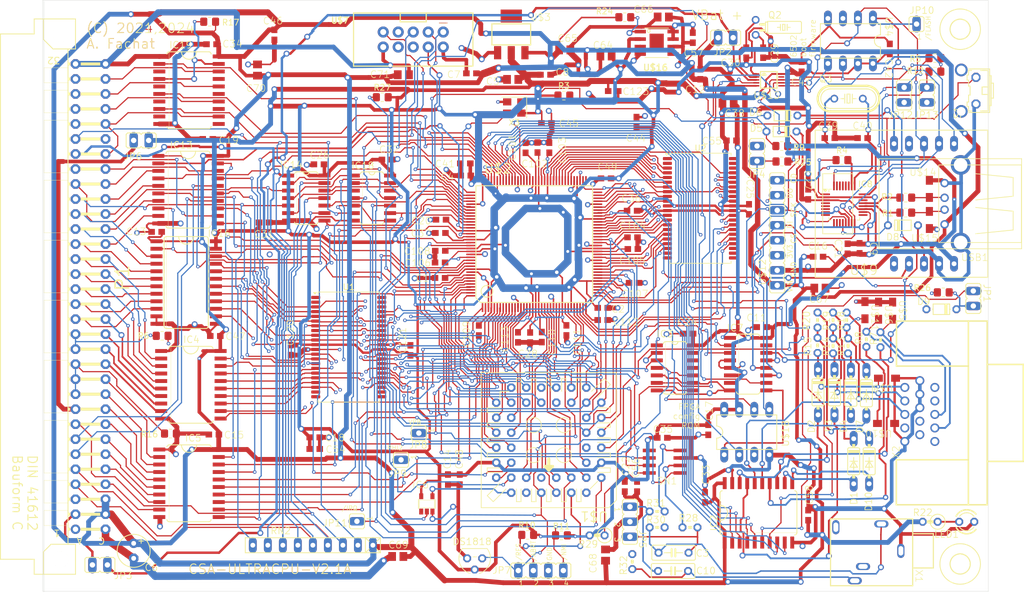
<source format=kicad_pcb>
(kicad_pcb (version 20240108) (generator "pcbnew") (generator_version "8.0")
  (layers (0 "F.Cu" signal) (1 "In1.Cu" signal) (2 "In2.Cu" signal) (31 "B.Cu" signal) (34 "B.Paste" user) (35 "F.Paste" user) (36 "B.SilkS" user "B.Silkscreen") (37 "F.SilkS" user "F.Silkscreen") (38 "B.Mask" user) (39 "F.Mask" user) (44 "Edge.Cuts" user))
  (net 0 "")
  (net 1 "GND")
  (net 2 "VCC")
  (net 3 "D7")
  (net 4 "D6")
  (net 5 "D5")
  (net 6 "D4")
  (net 7 "D3")
  (net 8 "D2")
  (net 9 "D1")
  (net 10 "D0")
  (net 11 "A3")
  (net 12 "A2")
  (net 13 "A1")
  (net 14 "A0")
  (net 15 "Net-(C3-Pad1)")
  (net 16 "Net-(C3-Pad2)")
  (net 17 "Net-(C10-Pad1)")
  (net 18 "GRAPHIC")
  (net 19 "A7")
  (net 20 "A11")
  (net 21 "A10")
  (net 22 "A9")
  (net 23 "A8")
  (net 24 "A6")
  (net 25 "A5")
  (net 26 "A4")
  (net 27 "VSYNC")
  (net 28 "V33")
  (net 29 "RAMD7")
  (net 30 "RAMD6")
  (net 31 "RAMD5")
  (net 32 "RAMD4")
  (net 33 "RAMD3")
  (net 34 "RAMD2")
  (net 35 "RAMD1")
  (net 36 "RAMD0")
  (net 37 "RAMA2")
  (net 38 "RAMA3")
  (net 39 "RAMA4")
  (net 40 "RAMA5")
  (net 41 "RAMA6")
  (net 42 "RAMA7")
  (net 43 "RAMA8")
  (net 44 "RAMA9")
  (net 45 "RAMA10")
  (net 46 "RAMA11")
  (net 47 "RAMA12")
  (net 48 "RAMA13")
  (net 49 "RAMA14")
  (net 50 "RAMA15")
  (net 51 "RAMA16")
  (net 52 "RAMA17")
  (net 53 "RAMA18")
  (net 54 "A12")
  (net 55 "A13")
  (net 56 "A14")
  (net 57 "A15")
  (net 58 "Net-(C10-Pad2)")
  (net 59 "Net-(U$13-X1)")
  (net 60 "Net-(U$13-X2)")
  (net 61 "HSYNC")
  (net 62 "Net-(IC8-X0)")
  (net 63 "Net-(IC8-X1)")
  (net 64 "RDY")
  (net 65 "/A/V Out/IGREEN")
  (net 66 "Net-(D1-PadC)")
  (net 67 "/A/V Out/RED")
  (net 68 "Net-(D2-PadC)")
  (net 69 "/A/V Out/GREEN")
  (net 70 "Net-(D3-PadC)")
  (net 71 "/A/V Out/BLUE")
  (net 72 "Net-(D4-PadC)")
  (net 73 "/USB/{slash}USBINT")
  (net 74 "{slash}IRQ")
  (net 75 "Net-(U$9-INT)")
  (net 76 "Net-(D7-PadC)")
  (net 77 "/A/V Out/IBLUE")
  (net 78 "{slash}RES")
  (net 79 "Net-(U$9-RST)")
  (net 80 "/CPU,RAM,ROM/PET_VSYNC")
  (net 81 "Net-(D9-PadC)")
  (net 82 "Net-(D10-PadC)")
  (net 83 "/A/V Out/IRED")
  (net 84 "R{slash}-W")
  (net 85 "/CPU,RAM,ROM/{slash}FRAMSEL")
  (net 86 "FA18")
  (net 87 "/A/V Out/VERTICAL")
  (net 88 "/A/V Out/HORIZONTAL")
  (net 89 "FA16")
  (net 90 "FA17")
  (net 91 "/CPU,RAM,ROM/DONE")
  (net 92 "/BUS I/O/BA9")
  (net 93 "/BUS I/O/BA8")
  (net 94 "{slash}BE_OUT")
  (net 95 "/BUS I/O/BA11")
  (net 96 "/BUS I/O/BA4")
  (net 97 "/BUS I/O/BA6")
  (net 98 "/BUS I/O/BA5")
  (net 99 "/BUS I/O/BA7")
  (net 100 "/BUS I/O/BA10")
  (net 101 "/BUS I/O/BA13")
  (net 102 "SPI_IN3")
  (net 103 "SPI_NSEL2")
  (net 104 "SPI_NSEL3")
  (net 105 "SPI_NSEL4")
  (net 106 "/BUS I/O/BA17")
  (net 107 "/BUS I/O/BA12")
  (net 108 "/BUS I/O/BA18")
  (net 109 "/BUS I/O/BA15")
  (net 110 "/BUS I/O/BA19")
  (net 111 "SPI_NSEL5")
  (net 112 "/BUS I/O/BA16")
  (net 113 "/BUS I/O/BA14")
  (net 114 "/CPU,RAM,ROM/{slash}BE")
  (net 115 "/CPU,RAM,ROM/BE")
  (net 116 "/CPU,RAM,ROM/SPISELB")
  (net 117 "/CPU,RAM,ROM/SPISELA{slash}CSO_B")
  (net 118 "/CPU,RAM,ROM/SPISELC")
  (net 119 "/CPU,RAM,ROM/SPI_NFLASH")
  (net 121 "/CPU,RAM,ROM/{slash}FPGA_BOOT")
  (net 127 "Net-(IC8-GPIN0)")
  (net 131 "SPI_CLK{slash}CCLK")
  (net 138 "SPI_MISO{slash}DIN")
  (net 141 "Net-(IC8-D+)")
  (net 142 "Net-(IC8-D-)")
  (net 143 "{slash}RAMWE")
  (net 144 "{slash}RAMCS")
  (net 145 "/BUS I/O/BR{slash}-W")
  (net 146 "/BUS I/O/{slash}BIOSEL")
  (net 147 "/BUS I/O/BSYNC")
  (net 148 "/BUS I/O/BA0")
  (net 149 "/BUS I/O/BA3")
  (net 150 "{slash}IOSEL")
  (net 151 "/BUS I/O/BA1")
  (net 152 "ROUT")
  (net 153 "GOUT")
  (net 154 "BOUT")
  (net 155 "IBOUT")
  (net 156 "/BUS I/O/{slash}BMEMSEL")
  (net 157 "{slash}MEMSEL")
  (net 158 "/BUS I/O/BA2")
  (net 159 "/BUS I/O/{slash}BNMI")
  (net 160 "/BUS I/O/{slash}BIOINH")
  (net 161 "/BUS I/O/BRDY")
  (net 162 "/BUS I/O/{slash}BBE")
  (net 163 "/BUS I/O/{slash}BEXTIO")
  (net 164 "Net-(IC14E-O)")
  (net 165 "/BUS I/O/{slash}BIRQ")
  (net 166 "Net-(IC14F-O)")
  (net 167 "Net-(IC14D-O)")
  (net 168 "/BUS I/O/BD4")
  (net 169 "/BUS I/O/BD5")
  (net 170 "/BUS I/O/BD0")
  (net 171 "/BUS I/O/BD1")
  (net 172 "/BUS I/O/BD3")
  (net 173 "IOINH")
  (net 174 "EXTIO")
  (net 175 "/BUS I/O/BD7")
  (net 176 "/BUS I/O/BD6")
  (net 177 "SYNC")
  (net 178 "C8PHI2")
  (net 179 "C2PHI2")
  (net 180 "CPHI2")
  (net 181 "BE_IN")
  (net 182 "/BUS I/O/BD2")
  (net 183 "{slash}BE_DOUT")
  (net 184 "Net-(IC18C-I)")
  (net 185 "{slash}NMI")
  (net 186 "VBUF")
  (net 187 "/BUS I/O/{slash}BRES")
  (net 188 "V12")
  (net 190 "GRAPHIC5V")
  (net 192 "Net-(IC19A-A2)")
  (net 195 "SPI_MOSI")
  (net 196 "/BUS I/O/B16M")
  (net 198 "/BUS I/O/BPHI2")
  (net 200 "/BUS I/O/B8PHI2")
  (net 201 "SPI_NAUDIO")
  (net 203 "/BUS I/O/B2PHI2")
  (net 205 "Net-(U$13-VBAT)")
  (net 206 "Net-(U$2B-PROGRAM_B_2)")
  (net 207 "/BUS I/O/BV33")
  (net 208 "/CPU,RAM,ROM/ABORTB")
  (net 209 "/CPU,RAM,ROM/VPB")
  (net 210 "SPI_ACLK")
  (net 211 "SPI_AMOSI")
  (net 212 "/CPU,RAM,ROM/PHI2")
  (net 213 "FA19")
  (net 214 "Net-(X3-OE)")
  (net 215 "FA15")
  (net 216 "IGOUT")
  (net 217 "IROUT")
  (net 218 "Net-(LED1-PadA)")
  (net 219 "Net-(P1-NOEXEC)")
  (net 222 "Net-(P1-I2CSCL)")
  (net 226 "Net-(U$15-1)")
  (net 227 "Net-(U$14-1)")
  (net 228 "/USB/DETECT")
  (net 230 "Net-(U$5-1)")
  (net 231 "Net-(U$6-1)")
  (net 232 "Net-(U$11-1)")
  (net 233 "Net-(U$10-1)")
  (net 234 "Net-(U$8-1)")
  (net 235 "Net-(U$16-PG)")
  (net 236 "Net-(SN1-VOUTB)")
  (net 237 "Net-(SN1-VOUTA)")
  (net 238 "/CPU,RAM,ROM/50M")
  (net 239 "{slash}LDAC")
  (net 240 "/CPU,RAM,ROM/M{slash}X")
  (net 241 "/CPU,RAM,ROM/VDA")
  (net 242 "/CPU,RAM,ROM/VPA")
  (net 243 "/CPU,RAM,ROM/MLB")
  (net 244 "/CPU,RAM,ROM/E")
  (net 246 "Net-(U$2C-TDO)")
  (net 247 "Net-(U$2C-TDI)")
  (net 248 "Net-(U$2C-TCK)")
  (net 249 "Net-(U$2C-TMS)")
  (net 283 "Net-(IC8-GPIN6)")
  (net 284 "Net-(IC8-GPIN7)")
  (net 285 "RAMA0")
  (net 286 "RAMA1")
  (footprint "csa_ultracpu:C0603" (layer "F.Cu") (at 150.213775 79.90205 90)
    (property "Reference" "C101")
    (property "Value" "0.1u")
  )
  (footprint "csa_ultracpu:B3F-31XX" (layer "F.Cu") (at 225.18235 70.234175 90)
    (property "Reference" "S1")
    (property "Value" "31-XX")
  )
  (footprint "csa_ultracpu:DIL08" (layer "F.Cu") (at 197.55985 60.550425 180)
    (property "Reference" "U$4")
    (property "Value" "SPIFLASH")
  )
  (footprint "csa_ultracpu:C0805" (layer "F.Cu") (at 163.7461 148.815425 90)
    (property "Reference" "C68")
    (property "Value" "22u")
  )
  (footprint "csa_ultracpu:JP1" (layer "F.Cu") (at 78.17985 150.4823 90)
    (property "Reference" "JP3")
    (property "Value" "JP1E")
  )
  (footprint "csa_ultracpu:C0603" (layer "F.Cu") (at 135.77435 97.32645)
    (property "Reference" "C108")
    (property "Value" "0.1u")
  )
  (footprint "csa_ultracpu:0207_2V" (layer "F.Cu") (at 218.6736 143.1798 180)
    (property "Reference" "R22")
    (property "Value" "390")
  )
  (footprint "csa_ultracpu:JP1" (layer "F.Cu") (at 85.16485 78.647925 90)
    (property "Reference" "JP6")
    (property "Value" "JP1E")
  )
  (footprint "csa_ultracpu:C050-025X075" (layer "F.Cu") (at 175.1761 151.514175)
    (property "Reference" "C10")
    (property "Value" "1u")
  )
  (footprint "csa_ultracpu:C0603" (layer "F.Cu") (at 154.23015 79.886175 90)
    (property "Reference" "C103")
    (property "Value" "0.1u")
  )
  (footprint "csa_ultracpu:C0603" (layer "F.Cu") (at 178.50985 61.2648 -90)
    (property "Reference" "C57")
    (property "Value" "1u")
  )
  (footprint "csa_ultracpu:PIN" (layer "F.Cu") (at 121.67735 143.100425 90)
    (property "Reference" "JP11")
    (property "Value" "PIN")
  )
  (footprint "csa_ultracpu:MSOP10" (layer "F.Cu") (at 191.3686 68.40855 -90)
    (property "Reference" "U$13")
    (property "Value" "MCP79510")
  )
  (footprint "Resistor_SMD:R_0805_2012Metric_Pad1.20x1.40mm_HandSolder" (layer "F.Cu") (at 88.72085 111.71555)
    (property "Reference" "R6")
    (property "Value" "10k")
  )
  (footprint "csa_ultracpu:SOD323" (layer "F.Cu") (at 209.94235 107.46105 -90)
    (property "Reference" "U$6")
    (property "Value" "PESD5V0L1BA")
  )
  (footprint "csa_ultracpu:C0805" (layer "F.Cu") (at 148.02985 68.329175 180)
    (property "Reference" "C5")
    (property "Value" "22u")
  )
  (footprint "Resistor_SMD:R_0805_2012Metric_Pad1.20x1.40mm_HandSolder" (layer "F.Cu") (at 96.7536 58.56605 180)
    (property "Reference" "R17")
    (property "Value" "10k")
  )
  (footprint "csa_ultracpu:DO35-7" (layer "F.Cu") (at 205.259225 121.351675 -90)
    (property "Reference" "D4")
    (property "Value" "1N4148DO35-7")
  )
  (footprint "csa_ultracpu:C0603" (layer "F.Cu") (at 163.261675 109.04085)
    (property "Reference" "C112")
    (property "Value" "0.1u")
  )
  (footprint "csa_ultracpu:C0805" (layer "F.Cu") (at 156.840475 63.32855)
    (property "Reference" "C65")
    (property "Value" "22u")
  )
  (footprint "Resistor_SMD:R_0805_2012Metric_Pad1.20x1.40mm_HandSolder" (layer "F.Cu") (at 193.564 79.600425 180)
    (property "Reference" "R9")
    (property "Value" "10k")
  )
  (footprint "csa_ultracpu:C0603" (layer "F.Cu") (at 135.7426 99.310825)
    (property "Reference" "C106")
    (property "Value" "0.1u")
  )
  (footprint "csa_ultracpu:0204V" (layer "F.Cu") (at 172.47735 141.43355 180)
    (property "Reference" "R31")
    (property "Value" "100")
  )
  (footprint "csa_ultracpu:C0603" (layer "F.Cu") (at 188.020325 90.30835 -90)
    (property "Reference" "C25")
    (property "Value" "0.1u")
  )
  (footprint "csa_ultracpu:SOD323" (layer "F.Cu") (at 212.3236 107.46105 -90)
    (property "Reference" "U$5")
    (property "Value" "PESD5V0L1BA")
  )
  (footprint "csa_ultracpu:C0805" (layer "F.Cu") (at 173.509225 57.7723 180)
    (property "Reference" "C66")
    (property "Value" "22u")
  )
  (footprint "csa_ultracpu:C0603" (layer "F.Cu") (at 196.92485 66.18605 90)
    (property "Reference" "C43")
    (property "Value" "0.1u")
  )
  (footprint "csa_ultracpu:ETHOLIENC" (layer "F.Cu") (at 207.481725 89.36355)
    (property "Reference" "U$9")
    (property "Value" "ETHOLIENC")
  )
  (footprint "csa_ultracpu:SO14" (layer "F.Cu") (at 124.21735 88.41105 -90)
    (property "Reference" "IC18")
    (property "Value" "74LVC06")
  )
  (footprint "csa_ultracpu:C0603" (layer "F.Cu") (at 135.8061 94.3102 180)
    (property "Reference" "C37")
    (property "Value" "0.1u")
  )
  (footprint "csa_ultracpu:JP1" (layer "F.Cu") (at 218.1192 70.9522)
    (property "Reference" "JP13")
    (property "Value" "JP1E")
  )
  (footprint "csa_ultracpu:C0603" (layer "F.Cu") (at 114.5336 130.8608 180)
    (property "Reference" "C54")
    (property "Value" "1u")
  )
  (footprint "csa_ultracpu:E2,5-6" (layer "F.Cu") (at 83.89485 148.10105 -90)
    (property "Reference" "C6")
    (property "Value" "47u")
  )
  (footprint "csa_ultracpu:SO14" (layer "F.Cu") (at 113.10485 88.41105 -90)
    (property "Reference" "IC14")
    (property "Value" "74LVC14")
  )
  (footprint "Resistor_SMD:R_0805_2012Metric_Pad1.20x1.40mm_HandSolder" (layer "F.Cu") (at 156.6932 71.0692)
    (property "Reference" "R3")
    (property "Value" "10k")
  )
  (footprint "csa_ultracpu:C0603" (layer "F.Cu") (at 163.825475 85.0773)
    (property "Reference" "C49")
    (property "Value" "1u")
  )
  (footprint "csa_ultracpu:SOD323" (layer "F.Cu") (at 218.54795 92.111275 90)
    (property "Reference" "U$15")
    (property "Value" "PESD5V0L1BA")
  )
  (footprint "csa_ultracpu:D-5" (layer "F.Cu") (at 214.06985 93.0148)
    (property "Reference" "D8")
    (property "Value" "1N4148")
  )
  (footprint "Resistor_SMD:R_0805_2012Metric_Pad1.20x1.40mm_HandSolder" (layer "F.Cu") (at 156.28485 145.481675 180)
    (property "Reference" "R11")
    (property "Value" "10k")
  )
  (footprint "csa_ultracpu:C0603" (layer "F.Cu") (at 110.47095 114.1299 -90)
    (property "Reference" "C120")
    (property "Value" "1u")
  )
  (footprint "csa_ultracpu:C0603" (layer "F.Cu") (at 141.04485 67.2973 180)
    (property "Reference" "C7")
    (property "Value" "100n")
  )
  (footprint "csa_ultracpu:JP4" (layer "F.Cu") (at 152.79235 151.4348)
    (property "Reference" "JP7")
    (property "Value" "JP4E")
  )
  (footprint "csa_ultracpu:C0603" (layer "F.Cu") (at 135.90135 92.05595 180)
    (property "Reference" "C20")
    (property "Value" "0.1u")
  )
  (footprint "csa_ultracpu:C0805" (layer "F.Cu") (at 184.47885 72.34555 180)
    (property "Reference" "C38")
    (property "Value" "22u")
  )
  (footprint "Package_SO:TSOP-II-44_10.16x18.41mm_P0.8mm" (layer "F.Cu") (at 179.799 90.13)
    (property "Reference" "U2")
    (property "Value" "IS61C5128AL-10TLI")
  )
  (footprint "csa_ultracpu:C0603" (layer "F.Cu") (at 180.5736 139.0523 90)
    (property "Reference" "C33")
    (property "Value" "0.1u")
  )
  (footprint "Resistor_SMD:R_0805_2012Metric_Pad1.20x1.40mm_HandSolder" (layer "F.Cu") (at 219.4814 64.7192)
    (property "Reference" "R5")
    (property "Value" "10k")
  )
  (footprint "csa_ultracpu:SO24L" (layer "F.Cu") (at 92.78485 99.52355 -90)
    (property "Reference" "IC16")
    (property "Value" "74LVC8T245SO24")
  )
  (footprint "csa_ultracpu:C0603" (layer "F.Cu") (at 96.4361 78.4098)
    (property "Reference" "C19")
    (property "Value" "0.1u")
  )
  (footprint "csa_ultracpu:C0603" (layer "F.Cu") (at 211.84735 63.1698 90)
    (property "Reference" "C42")
    (property "Value" "0.1u")
  )
  (footprint "csa_ultracpu:C0603" (layer "F.Cu") (at 169.0801 137.226675 90)
    (property "Reference" "C56")
    (property "Value" "1u")
  )
  (footprint "csa_ultracpu:3,2" (layer "F.Cu") (at 223.7536 150.32355)
    (property "Reference" "H4" (hide yes))
    (property "Value" "MOUNT-HOLE3.2" (hide yes))
  )
  (footprint "csa_ultracpu:C0603" (layer "F.Cu") (at 163.26985 106.9848)
    (property "Reference" "C2")
    (property "Value" "0.1u")
  )
  (footprint "csa_ultracpu:C0603" (layer "F.Cu") (at 168.236 90.551)
    (property "Reference" "C36")
    (property "Value" "0.1u")
  )
  (footprint "csa_ultracpu:C0805" (layer "F.Cu") (at 128.582975 149.05355 180)
    (property "Reference" "C69")
    (property "Value" "22u")
  )
  (footprint "csa_ultracpu:PLCC44" (layer "F.Cu") (at 154.141725 129.36855 180)
    (property "Reference" "U$1")
    (property "Value" "W65C816SPLCC")
  )
  (footprint "csa_ultracpu:C0603" (layer "F.Cu") (at 181.129225 127.6223 -90)
    (property "Reference" "C17")
    (property "Value" "0.1u")
  )
  (footprint "csa_ultracpu:DIL08" (layer "F.Cu") (at 195.257975 129.289175)
    (property "Reference" "U$18")
    (property "Value" "SPIFLASH")
  )
  (footprint "csa_ultracpu:0204V" (layer "F.Cu") (at 210.25985 112.3823 90)
    (property "Reference" "R7")
    (property "Value" "68")
  )
  (footprint "csa_ultracpu:C0603" (layer "F.Cu") (at 139.07635 136.03605 90)
    (property "Reference" "C48")
    (property "Value" "0.1u")
  )
  (footprint "csa_ultracpu:RN-9" (layer "F.Cu") (at 114.2161 147.14855 180)
    (property "Reference" "RN2")
    (property "Value" "10k")
  )
  (footprint "csa_ultracpu:SOT223" (layer "F.Cu") (at 147.791725 60.709175)
    (property "Reference" "U$3")
    (property "Value" "LDI1117")
  )
  (footprint "csa_ultracpu:0204V" (layer "F.Cu") (at 168.270475 149.926675 -90)
    (property "Reference" "R32")
    (property "Value" "680")
  )
  (footprint "csa_ultracpu:SOIC8" (layer "F.Cu") (at 173.74735 133.0198 -90)
    (property "Reference" "SN1")
    (property "Value" "MCP48X2")
  )
  (footprint "csa_ultracpu:C0603" (layer "F.Cu") (at 115.247975 82.69605)
    (property "Reference" "C26")
    (property "Value" "0.1u")
  )
  (footprint "csa_ultracpu:C0603" (layer "F.Cu") (at 126.75735 81.9023 180)
    (property "Reference" "C32")
    (property "Value" "0.1u")
  )
  (footprint "Package_SO:TSOP-II-44_10.16x18.41mm_P0.8mm" (layer "F.Cu") (at 120.29 113.625)
    (property "Reference" "U1")
    (property "Value" "IS61C5128AL-10TLI")
  )
  (footprint "csa_ultracpu:SOD323" (layer "F.Cu") (at 218.5466 86.84895 -90)
    (property "Reference" "U$14")
    (property "Value" "PESD5V0L1BA")
  )
  (footprint "Resistor_SMD:R_0805_2012Metric_Pad1.20x1.40mm_HandSolder" (layer "F.Cu") (at 167.000475 57.80405 180)
    (property "Reference" "R24")
    (property "Value" "10k")
  )
  (footprint "Resistor_SMD:R_0805_2012Metric_Pad1.20x1.40mm_HandSolder" (layer "F.Cu") (at 214.5461 90.871675)
    (property "Reference" "R1")
    (property "Value" "33")
  )
  (footprint "csa_ultracpu:C0603" (layer "F.Cu") (at 152.2299 79.854425 -90)
    (property "Reference" "C102")
    (property "Value" "0.1u")
  )
  (footprint "csa_ultracpu:C0603" (layer "F.Cu") (at 148.9279 111.96955 90)
    (property "Reference" "C113")
    (property "Value" "0.1u")
  )
  (footprint "csa_ultracpu:SO20W" (layer "F.Cu") (at 189.62235 141.671675)
    (property "Reference" "IC2")
    (property "Value" "74HCT245DW")
  )
  (footprint "csa_ultracpu:C0603" (layer "F.Cu") (at 179.77985 67.45605 90)
    (property "Reference" "C12")
    (property "Value" "0.1u")
  )
  (footprint "csa_ultracpu:C0603" (layer "F.Cu") (at 198.0361 142.06855 90)
    (property "Reference" "C58")
    (property "Value" "0.1u")
  )
  (footprint "csa_ultracpu:0204V" (layer "F.Cu") (at 204.54485 109.04855 -90)
    (property "Reference" "R18")
    (property "Value" "1k")
  )
  (footprint "Resistor_SMD:R_0805_2012Metric_Pad1.20x1.40mm_HandSolder" (layer "F.Cu") (at 150.56985 145.4023 180)
    (property "Reference" "R10")
    (property "Value" "10k")
  )
  (footprint "csa_ultracpu:C0603" (layer "F.Cu") (at 97.7061 111.7473)
    (property "Reference" "C47")
    (property "Value" "0.1u")
  )
  (footprint "csa_ultracpu:0204V" (layer "F.Cu") (at 199.6236 109.04855 -90)
    (property "Reference" "R20")
    (property "Value" "1k")
  )
  (footprint "csa_ultracpu:LED3MM" (layer "F.Cu") (at 224.86485 143.1798)
    (property "Reference" "LED1")
    (property "Value" "LED3MM")
  )
  (footprint "Package_QFP:LQFP-32_5x5mm_P0.5mm" (layer "F.Cu") (at 204.147975 89.5223)
    (property "Reference" "IC8")
    (property "Value" "MAX3421E")
  )
  (footprint "csa_ultracpu:C0603" (layer "F.Cu") (at 204.7036 96.98355 -90)
    (property "Reference" "C21")
    (property "Value" "0.1u")
  )
  (footprint "csa_ultracpu:C0603" (layer "F.Cu") (at 152.96015 111.926 -90)
    (property "Reference" "C110")
    (property "Value" "0.1u")
  )
  (footprint "csa_ultracpu:0207_2V" (layer "F.Cu") (at 162.31735 145.481675 180)
    (property "Reference" "R29")
    (property "Value" "330")
  )
  (footprint "csa_ultracpu:C0603" (layer "F.Cu") (at 168.363 97.028 180)
    (property "Reference" "C105")
    (property "Value" "0.1u")
  )
  (footprint "csa_ultracpu:C0603" (layer "F.Cu") (at 105.9611 92.53855 180)
    (property "Reference" "C31")
    (property "Value" "0.1u")
  )
  (footprint "csa_ultracpu:C0603" (layer "F.Cu") (at 190.4161 63.8048 -90)
    (property "Reference" "C29")
    (property "Value" "18p")
  )
  (footprint "csa_ultracpu:C0603" (layer "F.Cu") (at 130.72745 114.177525 90)
    (property "Reference" "C121")
    (property "Value" "0.1u")
  )
  (footprint "csa_ultracpu:JP1" (layer "F.Cu") (at 184.0661 61.2648 90)
    (property "Reference" "JP2")
    (property "Value" "JP1E")
  )
  (footprint "csa_ultracpu:0204V" (layer "F.Cu") (at 199.6236 113.3348 90)
    (property "Reference" "R15")
    (property "Value" "470")
  )
  (footprint "csa_ultracpu:JP1" (layer "F.Cu") (at 225.9761 105.3973 180)
    (property "Reference" "JP1")
    (property "Value" "JP1E")
  )
  (footprint "csa_ultracpu:0204V" (layer "F.Cu") (at 202.242975 109.04855 -90)
    (property "Reference" "R19")
    (property "Value" "1k")
  )
  (footprint "csa_ultracpu:C0603" (layer "F.Cu") (at 207.2436 78.25105 180)
    (property "Reference" "C40")
    (property "Value" "18p")
  )
  (footprint "csa_ultracpu:SO20W" (layer "F.Cu") (at 93.2611 136.67105 -90)
    (property "Reference" "IC5")
    (property "Value" "74HCT245DW")
  )
  (footprint "csa_ultracpu:DO35-7" (layer "F.Cu") (at 207.8786 121.43105 -90)
    (property "Reference" "D7")
    (property "Value" "1N4148DO35-7")
  )
  (footprint "csa_ultracpu:C0603" (layer "F.Cu") (at 157.1194 110.7948 90)
    (property "Reference" "C111")
    (property "Value" "0.1u")
  )
  (footprint "csa_ultracpu:C0603" (layer "F.Cu") (at 135.7426 101.920675 180)
    (property "Reference" "C1")
    (property "Value" "1u")
  )
  (footprint "csa_ultracpu:DO35-7" (layer "F.Cu") (at 202.4811 121.2723 -90)
    (property "Reference" "D3")
    (property "Value" "1N4148DO35-7")
  )
  (footprint "csa_ultracpu:C0603" (layer "F.Cu") (at 168.302225 95.0468)
    (property "Reference" "C104")
    (property "Value" "0.1u")
  )
  (footprint "csa_ultracpu:C0603" (layer "F.Cu") (at 140.012975 82.5373 180)
    (property "Reference" "C41")
    (property "Value" "0.1u")
  )
  (footprint "csa_ultracpu:SO20W" (layer "F.Cu") (at 93.10235 86.9823 -90)
    (property "Reference" "IC13")
    (property "Value" "74244DW")
  )
  (footprint "csa_ultracpu:C0603" (layer "F.Cu") (at 168.5721 102.7557 180)
    (property "Reference" "C107")
    (property "Value" "0.1u")
  )
  (footprint "csa_ultracpu:C0603" (layer "F.Cu") (at 173.350475 128.971675 180)
    (property "Reference" "C35")
    (property "Value" "0.1u")
  )
  (footprint "csa_ultracpu:DO35-7" (layer "F.Cu") (at 208.35485 132.940425 -90)
    (property "Reference" "D10")
    (property "Value" "1N4148DO35-7")
  )
  (footprint "csa_ultracpu:GRAVITECH-SDCARD" (layer "F.Cu") (at 192.79735 94.2848 90)
    (property "Reference" "U$12")
    (property "Value" "SD-CARD-GRAVI")
  )
  (footprint "csa_ultracpu:C0603" (layer "F.Cu") (at 97.0711 62.37605)
    (property "Reference" "C34")
    (property "Value" "0.1u")
  )
  (footprint "csa_ultracpu:PIN" (layer "F.Cu") (at 132.15485 128.177925 90)
    (property "Reference" "JP8")
    (property "Value" "PIN")
  )
  (footprint "csa_ultracpu:TC26H" (layer "F.Cu") (at 189.1461 59.51855 -90)
    (property "Reference" "Q2")
    (property "Value" "32kHz")
  )
  (footprint "csa_ultracpu:D-5" (layer "F.Cu") (at 220.5786 107.222925 180)
    (property "Reference" "D9")
    (property "Value" "1N4448")
  )
  (footprint "csa_ultracpu:1503_09" (layer "F.Cu") (at 215.8161 148.10105 -90)
    (property "Reference" "X1")
    (property "Value" "SJ1-3513N")
  )
  (footprint "csa_ultracpu:DO35-7" (layer "F.Cu") (at 205.735475 132.940425 -90)
    (property "Reference" "D1")
    (property "Value" "1N4148DO35-7")
  )
  (footprint "csa_ultracpu:DO35-7" (layer "F.Cu") (at 199.702975 121.2723 -90)
    (property "Reference" "D2")
    (property "Value" "1N4148DO35-7")
  )
  (footprint "Resistor_SMD:R_0805_2012Metric_Pad1.20x1.40mm_HandSolder" (layer "F.Cu") (at 125.9636 71.345425)
    (property "Reference" "R27")
    (property "Value" "10k")
  )
  (footprint "csa_ultracpu:C0805" (layer "F.Cu") (at 104.84985 66.741675 90)
    (property "Reference" "C70")
    (property "Value" "22u")
  )
  (footprint "csa_ultracpu:C0603" (layer "F.Cu") (at 87.784225 94.12605 180)
    (property "Reference" "C13")
    (property "Value" "0.1u")
  )
  (footprint "csa_ultracpu:SO20W" (layer "F.Cu") (at 93.2611 70.1548 -90)
    (property "Reference" "IC19")
    (property "Value" "74244DW")
  )
  (footprint "csa_ultracpu:SO14" (layer "F.Cu") (at 175.4936 117.1448 -90)
    (property "Reference" "IC3")
    (property "Value" "74LVC125")
  )
  (footprint "Resistor_SMD:R_0805_2012Metric_Pad1.20x1.40mm_HandSolder" (layer "F.Cu") (at 203.7511 81.981675)
    (property "Reference" "R4")
    (property "Value" "33")
  )
  (footprint "csa_ultracpu:0204V" (layer "F.Cu") (at 202.242975 113.414175 90)
    (property "Reference" "R14")
    (property "Value" "470")
  )
  (footprint "csa_ultracpu:C0603" (layer "F.Cu") (at 97.467975 128.41605 180)
    (property "Reference" "C15")
    (property "Value" "0.1u")
  )
  (footprint "csa_ultracpu:PSOP-8-FIXED" (layer "F.Cu") (at 172.397975 62.137925)
    (property "Reference" "U$16")
    (property "Value" "AP2132B-1.2")
  )
  (footprint "Resistor_SMD:R_0805_2012Metric_Pad1.20x1.40mm_HandSolder" (layer "F.Cu") (at 219.4814 67.0146)
    (property "Reference" "R12")
    (property "Value" "10k")
  )
  (footprint "csa_ultracpu:D-5" (layer "F.Cu") (at 193.511725 77.1398 180)
    (property "Reference" "D5")
    (property "Value" "1N4148")
  )
  (footprint "csa_ultracpu:C0603" (layer "F.Cu") (at 190.177975 110.239175)
    (property "Reference" "C11")
    (property "Value" "0.1u")
  )
  (footprint "csa_ultracpu:SO16" (layer "F.Cu") (at 187.8761 116.5098 -90)
    (property "Reference" "IC7")
    (property "Value" "74LVC138")
  )
  (footprint "csa_ultracpu:TQFP144" (layer "F.Cu") (at 151.6811 94.9198)
    (property "Reference" "U$2")
    (property "Value" "XC6SLX9-TQG144")
  )
  (footprint "csa_ultracpu:C0603" (layer "F.Cu") (at 140.09235 84.60105 180)
    (property "Reference" "C4")
    (property "Value" "1u")
  )
  (footprint "csa_ultracpu:SOD323" (layer "F.Cu") (at 211.21235 126.5428 180)
    (property "Reference" "U$10")
    (property "Value" "PESD5V0L1BA")
  )
  (footprint "csa_ultracpu:HDR15RA" (layer "F.Cu") (at 216.92735 124.7648 90)
    (property "Reference" "X2")
    (property "Value" "D-SUB15-HDR15RA")
  )
  (footprint "csa_ultracpu:C0805" (layer "F.Cu") (at 200.020475 103.65105)
    (property "Reference" "C67")
    (property "Value" "22u")
  )
  (footprint "csa_ultracpu:0204V" (layer "F.Cu") (at 204.782975 113.414175 90)
    (property "Reference" "R13")
    (property "Value" "470")
  )
  (footprint "csa_ultracpu:C0603" (layer "F.Cu") (at 153.74485 75.71105)
    (property "Reference" "C45")
    (property "Value" "0.1u")
  )
  (footprint "csa_ultracpu:SOT23-5" (layer "F.Cu") (at 133.504225 140.16355)
    (property "Reference" "IC6")
    (property "Value" "741G04DBV")
  )
  (footprint "csa_ultracpu:PIN" (layer "F.Cu") (at 129.1386 132.7023 90)
    (property "Reference" "JP9")
    (property "Value" "PIN")
  )
  (footprint "csa_ultracpu:SOD323" (layer "F.Cu") (at 211.3711 118.89105 180)
    (property "Reference" "U$8")
    (property "Value" "PESD5V0L1BA")
  )
  (footprint "csa_ultracpu:JP1" (layer "F.Cu") (at 214.2744 70.9522)
    (property "Reference" "JP12")
    (property "Value" "JP1E")
  )
  (footprint "Resistor_SMD:R_0805_2012Metric_Pad1.20x1.40mm_HandSolder" (layer "F.Cu") (at 193.5911 82.2198)
    (property "Reference" "R25")
    (property "Value" "10k")
  )
  (footprint "csa_ultracpu:PIN" (layer "F.Cu") (at 216.371725 58.962925)
    (property "Reference" "JP10")
    (property "Value" "PIN")
  )
  (footprint "csa_ultracpu:3,2" (layer "F.Cu") (at 223.7536 59.83605)
    (property "Reference" "H3" (hide yes))
    (property "Value" "MOUNT-HOLE3.2" (hide yes))
  )
  (footprint "Oscillator:Oscillator_SMD_SeikoEpson_SG8002CE-4Pin_3.2x2.5mm" (layer "F.Cu") (at 148.301 73.079 180)
    (property "Reference" "X3")
    (property "Value" "SG-8002CE")
  )
  (footprint "csa_ultracpu:FLAT10BOX" (layer "F.Cu") (at 131.20235 61.5823 -90)
    (property "Reference" "U$7")
    (property "Value" "XILINXPROG" (hide yes))
  )
  (footprint "csa_ultracpu:TO92" (layer "F.Cu") (at 141.600475 148.10105 180)
    (property "Reference" "DS1818")
    (property "Value" "DS1818")
  )
  (footprint "csa_ultracpu:C0603" (layer "F.Cu") (at 165.041025 70.297675)
    (property "Reference" "C123")
    (property "Value" "1u")
  )
  (footprint "csa_ultracpu:C0603" (layer "F.Cu") (at 185.05035 78.6638)
    (property "Reference" "C55")
    (property "Value" "1u")
  )
  (footprint "csa_ultracpu:SO20W" (layer "F.Cu") (at 93.5786 120.0023 -90)
    (property "Reference" "IC4")
    (property "Value" "74HCT245DW")
  )
  (footprint "csa_ultracpu:C0805" (layer "F.Cu") (at 163.825475 64.360425 180)
    (property "Reference" "C64")
    (property "Value" "22u")
  )
  (footprint "Resistor_SMD:R_0805_2012Metric_Pad1.20x1.40mm_HandSolder" (layer "F.Cu") (at 214.5461 88.331675)
    (property "Reference" "R2")
    (property "Value" "33")
  )
  (footprint "csa_ultracpu:HC49_S" (layer "F.Cu") (at 204.86235 71.58355)
    (property "Reference" "Q3")
    (property "Value" "12MHz")
  )
  (footprint "csa_ultracpu:0204V" (layer "F.Cu") (at 178.0336 144.1323)
    (property "Reference" "R28")
    (property "Value" "100")
  )
  (footprint "csa_ultracpu:0204V" (layer "F.Cu") (at 172.47735 144.1323 180)
    (property "Reference" "R30")
    (property "Value" "680")
  )
  (footprint "csa_ultracpu:C0603" (layer "F.Cu") (at 150.98395 112.00265 -90)
    (property "Reference" "C28")
    (property "Value" "0.1u")
  )
  (footprint "csa_ultracpu:C0805" (layer "F.Cu") (at 129.535475 67.535425)
    (property "Reference" "C71")
    (property "Value" "22u")
  )
  (footprint "csa_ultracpu:C0603" (layer "F.Cu") (at 107.70735 60.78855 90)
    (property "Reference" "C46")
    (property "Value" "0.1u")
  )
  (footprint "Resistor_SMD:R_0805_2012Metric_Pad1.20x1.40mm_HandSolder" (layer "F.Cu") (at 220.8961 104.365425)
    (property "Reference" "R26")
    (property "Value" "10k")
  )
  (footprint "csa_ultracpu:C0603" (layer "F.Cu") (at 168.98485 75.5523 90)
    (property "Reference" "C44")
    (property "Value" "0.1u")
  )
  (footprint "csa_ultracpu:D-5" (layer "F.Cu") (at 193.670475 74.44105 180)
    (property "Reference" "D6")
    (property "Value" "1N4148")
  )
  (footprint "csa_ultracpu:C0603" (layer "F.Cu") (at 153.5861 67.535425)
    (property "Reference" "C8")
    (property "Value" "100n")
  )
  (footprint "csa_ultracpu:C0603" (layer "F.Cu") (at 198.0361 87.77605 -90)
    (property "Reference" "C27")
    (property "Value" "0.1u")
  )
  (footprint "csa_ultracpu:JP1" (layer "F.Cu") (at 189.384225 80.870425 180)
    (property "Reference" "JP4")
    (property "Value" "JP1E")
  )
  (footprint "csa_ultracpu:JP2" (layer "F.Cu") (at 167.8736 143.1798 -90)
    (property "Reference" "JP5")
    (property "Value" "JP2E")
  )
  (footprint "csa_ultracpu:CSABUS" (layer "F.Cu") (at 81.67235 107.6198 180)
    (property "Reference" "P1")
    (property "Value" "CSABUS")
    (fp_line (start 12.954 52.5526) (end 12.954 -47.4726) (stroke (width 0.05)) (layer "Edge.Cuts"))
  )
  (footprint "csa_ultracpu:C0603" (layer "F.Cu") (at 199.702975 98.332925)
    (property "Reference" "C16")
    (property "Value" "0.1u")
  )
  (footprint "csa_ultracpu:C0603" (layer "F.Cu") (at 177.7161 111.350425)
    (property "Reference" "C24")
    (property "Value" "0.1u")
  )
  (footprint "csa_ultracpu:C0603" (layer "F.Cu") (at 137.0761 136.03605 -90)
    (property "Reference" "C14")
    (property "Value" "1u")
  )
  (footprint "Resistor_SMD:R_0805_2012Metric_Pad1.20x1.40mm_HandSolder" (layer "F.Cu") (at 90.11785 128.2573 180)
    (property "Reference" "R16")
    (property "Value" "10k")
  )
  (footprint "csa_ultracpu:SOD323" (layer "F.Cu") (at 207.640475 107.381675 -90)
    (property "Reference" "U$11")
    (property "Value" "PESD5V0L1BA")
  )
  (footprint "csa_ultracpu:USB-A-H" (layer "F.Cu") (at 223.832975 89.36355 180)
    (property "Reference" "USB1")
    (property "Value" "USB-A-H" (hide yes))
  )
  (footprint "csa_ultracpu:C0603" (layer "F.Cu") (at 114.5336 128.8923)
    (property "Reference" "C18")
    (property "Value" "0.1u")
  )
  (footprint "csa_ultracpu:C0603" (layer "F.Cu") (at 201.68735 78.25105)
    (property "Reference" "C39")
    (property "Value" "18p")
  )
  (footprint "csa_ultracpu:C0603" (layer "F.Cu") (at 187.5586 63.8048 -90)
    (property "Reference" "C30")
    (property "Value" "18p")
  )
  (footprint "csa_ultracpu:C0603" (layer "F.Cu") (at 142.308025 110.810675 -90)
    (property "Reference" "C109")
    (property "Value" "0.1u")
  )
  (footprint "csa_ultracpu:C0603" (layer "F.Cu") (at 206.7356 96.904175 -90)
    (property "Reference" "C9")
    (property "Value" "1u")
  )
  (footprint "csa_ultracpu:0204V" (layer "F.Cu") (at 207.8786 112.302925 90)
    (property "Reference" "R8")
    (property "Value" "68")
  )
  (footprint "csa_ultracpu:C0603" (layer "F.Cu") (at 167.000475 137.226675 90)
    (property "Reference" "C22")
    (property "Value" "0.1u")
  )
  (footprint "csa_ultracpu:C050-025X075" (layer "F.Cu") (at 175.255475 148.41855 180)
    (property "Reference" "C3")
    (property "Value" "1u")
  )
  (gr_line (start 68.5011 154.92105) (end 228.5011 154.92105) (stroke (width 0.05)) (layer "Edge.Cuts"))
  (gr_line (start 228.436725 54.9148) (end 143.505475 54.92105) (stroke (width 0.05)) (layer "Edge.Cuts"))
  (gr_line (start 68.5011 54.92105) (end 68.5011 154.92105) (stroke (width 0.05)) (layer "Edge.Cuts"))
  (gr_line (start 143.505475 54.92105) (end 68.5011 54.92105) (stroke (width 0.05)) (layer "Edge.Cuts"))
  (gr_line (start 228.5011 155.006675) (end 228.5011 54.92105) (stroke (width 0.05)) (layer "Edge.Cuts"))
  (gr_text "(C) 2024\nA. Fachat" (at 75.7986 63.249175 0) (layer "F.Cu") (effects (font (size 1.63576 1.63576) (thickness 0.14224)) (justify left bottom)))
  (gr_text "CSA-ULTRACPU-V2.1A" (at 93.022975 152.149175 0) (layer "F.Cu") (effects (font (size 1.63576 1.63576) (thickness 0.14224)) (justify left bottom)))
  (gr_text "VPB" (at 130.329225 126.7968 0) (layer "F.SilkS") (effects (font (size 0.8 0.747776) (thickness 0.1)) (justify left bottom)))
  (gr_text "FPGA\nconfig\nROM" (at 179.832 127.508 0) (layer "F.SilkS") (effects (font (size 1 1) (thickness 0.1)) (justify right bottom)))
  (gr_text "/IRQ" (at 119.026225 141.37005 0) (layer "F.SilkS") (effects (font (size 0.8 0.747776) (thickness 0.1)) (justify left bottom)))
  (gr_text "/RES" (at 149.506225 149.81555 90) (layer "F.SilkS") (effects (font (size 0.8 0.747776) (thickness 0.1)) (justify left bottom)))
  (gr_text "PHI2" (at 126.75735 131.14655 0) (layer "F.SilkS") (effects (font (size 0.8 0.747776) (thickness 0.1)) (justify left bottom)))
  (gr_text "GND" (at 154.744975 149.831425 90) (layer "F.SilkS") (effects (font (size 0.8 0.747776) (thickness 0.1)) (justify left bottom)))
  (gr_text "6502\nboot\nfirmware" (at 199.39 64.643 90) (layer "F.SilkS") (effects (font (size 1 1) (thickness 0.1)) (justify left bottom)))
  (gr_text "CSA-ULTRACPU-V2.1A" (at 93.022975 152.149175 0) (layer "F.SilkS") (effects (font (size 1.63576 1.63576) (thickness 0.14224)) (justify left bottom)))
  (gr_text "/NMI" (at 157.157975 149.767925 90) (layer "F.SilkS") (effects (font (size 0.8 0.747776) (thickness 0.1)) (justify left bottom)))
  (gr_text "VBat +" (at 178.19235 58.4073 0) (layer "F.SilkS") (effects (font (size 1.63576 1.63576) (thickness 0.14224)) (justify left bottom)))
  (gr_text "/ABRT" (at 151.9986 149.926675 90) (layer "F.SilkS") (effects (font (size 0.8 0.747776) (thickness 0.1)) (justify left bottom)))
  (gr_text "(C) 2021,2024\nA. Fachat" (at 75.7986 63.249175 0) (layer "F.SilkS") (effects (font (size 1.63576 1.63576) (thickness 0.14224)) (justify left bottom)))
  (gr_text "/FLASH" (at 218.83235 61.820425 90) (layer "F.SilkS") (effects (font (size 0.8 0.747776) (thickness 0.1)) (justify left bottom)))
  (segment (start 114.05735 92.22105) (end 114.69235 91.58605) (width 0.254) (layer "F.Cu") (net 1))
  (segment (start 118.724 114.025) (end 118.745 114.046) (width 0.2) (layer "F.Cu") (net 1))
  (segment (start 176.60485 119.6848) (end 175.8111 118.89105) (width 0.254) (layer "F.Cu") (net 1))
  (segment (start 154.686 77.216) (end 154.686 76.581) (width 0.8) (layer "F.Cu") (net 1))
  (segment (start 130.72745 113.327525) (end 129.290607 113.327525) (width 0.4) (layer "F.Cu") (net 1))
  (segment (start 200.647975 88.7723) (end 203.15985 88.7723) (width 0.3048) (layer "F.Cu") (net 1))
  (segment (start 134.9561 94.3102) (end 133.9088 94.3102) (width 0.7) (layer "F.Cu") (net 1))
  (segment (start 179.5186 128.4723) (end 179.46235 128.41605) (width 0.254) (layer "F.Cu") (net 1))
  (segment (start 142.94985 85.45855) (end 142.9311 85.4398) (width 0.254) (layer "F.Cu") (net 1))
  (segment (start 162.63485 85.0773) (end 161.602975 86.0298) (width 0.6096) (layer "F.Cu") (net 1))
  (segment (start 212.66235 127.8658) (end 214.38735 129.5908) (width 0.4) (layer "F.Cu") (net 1))
  (segment (start 185.17735 134.44855) (end 184.54235 134.44855) (width 0.6096) (layer "F.Cu") (net 1))
  (segment (start 208.78735 90.2723) (end 209.4661 90.95105) (width 0.3048) (layer "F.Cu") (net 1))
  (segment (start 138.82235 140.9573) (end 138.82235 147.862925) (width 0.6096) (layer "F.Cu") (net 1))
  (segment (start 114.69235 91.58605) (end 117.3911 91.58605) (width 0.254) (layer "F.Cu") (net 1))
  (segment (start 200.647975 88.7723) (end 198.18235 88.7723) (width 0.3048) (layer "F.Cu") (net 1))
  (segment (start 203.59235 88.8873) (end 205.0923 88.8873) (width 0.254) (layer "F.Cu") (net 1))
  (segment (start 207.604225 90.31605) (end 207.647975 90.2723) (width 0.254) (layer "F.Cu") (net 1))
  (segment (start 200.552975 98.332925) (end 201.449225 98.332925) (width 0.254) (layer "F.Cu") (net 1))
  (segment (start 161.126725 59.439175) (end 157.87235 62.69355) (width 0.6096) (layer "F.Cu") (net 1))
  (segment (start 212.8211 118.89105) (end 216.5146 118.89105) (width 0.4) (layer "F.Cu") (net 1))
  (segment (start 107.70735 61.63855) (end 107.70735 65.0748) (width 0.8128) (layer "F.Cu") (net 1))
  (segment (start 134.8926 101.920675) (end 131.505325 101.920675) (width 0.7) (layer "F.Cu") (net 1))
  (segment (start 184.20035 78.6638) (end 183.515 77.97845) (width 0.8128) (layer "F.Cu") (net 1))
  (segment (start 142.1436 100.9398) (end 143.1086 101.9048) (width 0.254) (layer "F.Cu") (net 1))
  (segment (start 162.875475 66.739175) (end 161.98225 67.6324) (width 0.6096) (layer "F.Cu") (net 1))
  (segment (start 114.7025 114.025) (end 113.432 114.025) (width 0.4) (layer "F.Cu") (net 1))
  (segment (start 96.1186 110.4773) (end 95.64235 110.4773) (width 0.8128) (layer "F.Cu") (net 1))
  (segment (start 138.82235 147.862925) (end 140.330475 149.37105) (width 0.6096) (layer "F.Cu") (net 1))
  (segment (start 209.94235 106.01105) (end 212.3236 106.01105) (width 0.7) (layer "F.Cu") (net 1))
  (segment (start 176.34735 132.3848) (end 178.271725 132.3848) (width 0.6096) (layer "F.Cu") (net 1))
  (segment (start 178.271725 132.3848) (end 179.14485 132.3848) (width 0.6096) (layer "F.Cu") (net 1))
  (segment (start 198.166275 146.6723) (end 198.19485 146.700875) (width 0.254) (layer "F.Cu") (net 1))
  (segment (start 143.283772 97.9398) (end 143.343435 97.880137) (width 0.254) (layer "F.Cu") (net 1))
  (segment (start 174.2115 90.53) (end 182.351 90.53) (width 0.4) (layer "F.Cu") (net 1))
  (segment (start 91.83235 62.37605) (end 93.5786 62.37605) (width 0.8128) (layer "F.Cu") (net 1))
  (segment (start 179.6211 119.6848) (end 178.567 119.6848) (width 0.254) (layer "F.Cu") (net 1))
  (segment (start 171.52485 69.8588) (end 169.37465 72.009) (width 0.8128) (layer "F.Cu") (net 1))
  (segment (start 154.59485 76.48985) (end 154.59485 75.71105) (width 0.8) (layer "F.Cu") (net 1))
  (segment (start 106.8111 92.53855) (end 109.71395 92.53855) (width 0.8128) (layer "F.Cu") (net 1))
  (segment (start 188.5111 64.59855) (end 188.5111 61.8998) (width 0.3048) (layer "F.Cu") (net 1))
  (segment (start 183.27235 115.8748) (end 182.95485 116.1923) (width 0.254) (layer "F.Cu") (net 1))
  (segment (start 190.0986 73.17105) (end 198.0361 73.17105) (width 0.8128) (layer "F.Cu") (net 1))
  (segment (start 138.82235 137.14005) (end 138.82235 140.9573) (width 0.6096) (layer "F.Cu") (net 1))
  (segment (start 197.0836 147.3073) (end 197.0836 146.6723) (width 0.254) (layer "F.Cu") (net 1))
  (segment (start 90.0861 130.95605) (end 88.2319 130.95605) (width 0.3048) (layer "F.Cu") (net 1))
  (segment (start 142.94985 89.36355) (end 142.94985 85.45855) (width 0.254) (layer "F.Cu") (net 1))
  (segment (start 183.27235 117.1448) (end 184.8027 117.1448) (width 0.254) (layer "F.Cu") (net 1))
  (segment (start 186.2886 117.1448) (end 186.9236 116.5098) (width 0.254) (layer "F.Cu") (net 1))
  (segment (start 79.13235 144.4498) (end 79.13235 146.0373) (width 1.27) (layer "F.Cu") (net 1))
  (segment (start 93.41985 110.1598) (end 93.10235 110.4773) (width 0.8128) (layer "F.Cu") (net 1))
  (segment (start 140.9311 100.9398) (end 142.1436 100.9398) (width 0.254) (layer "F.Cu") (net 1))
  (segment (start 175.177975 60.232925) (end 175.177975 59.9173) (width 0.6096) (layer "F.Cu") (net 1))
  (segment (start 180.8911 63.32855) (end 182.7961 61.2648) (width 0.8128) (layer "F.Cu") (net 1))
  (segment (start 88.2319 64.4398) (end 89.7686 64.4398) (width 0.8128) (layer "F.Cu") (net 1))
  (segment (start 175.65235 121.5898) (end 181.2086 121.5898) (width 0.254) (layer "F.Cu") (net 1))
  (segment (start 183.007 91.186) (end 183.515 91.186) (width 0.4) (layer "F.Cu") (net 1))
  (segment (start 170.2183 74.7023) (end 170.4136 74.507) (width 0.4064) (layer "F.Cu") (net 1))
  (segment (start 139.24235 84.60105) (end 137.81405 84.60105) (width 0.8128) (layer "F.Cu") (net 1))
  (segment (start 201.90235 100.6348) (end 202.826725 99.710425) (width 0.8128) (layer "F.Cu") (net 1))
  (segment (start 91.19735 127.14605) (end 91.19735 128.2573) (width 0.8128) (layer "F.Cu") (net 1))
  (segment (start 202.53735 78.25105) (end 202.53735 75.7673) (width 0.8128) (layer "F.Cu") (net 1))
  (segment (start 174.779225 59.51855) (end 171.286725 59.51855) (width 0.6096) (layer "F.Cu") (net 1))
  (segment (start 162.95235 85.0773) (end 162.63485 85.0773) (width 0.6096) (layer "F.Cu") (net 1))
  (segment (start 97.81405 109.965138) (end 96.631956 111.147232) (width 0.3048) (layer "F.Cu") (net 1))
  (segment (start 110.47095 114.9799) (end 111.808468 114.9799) (width 0.8) (layer "F.Cu") (net 1))
  (segment (start 173.583743 70.0532) (end 171.71925 70.0532) (width 0.8128) (layer "F.Cu") (net 1))
  (segment (start 198.19485 76.1873) (end 198.19485 76.5048) (width 0.8128) (layer "F.Cu") (net 1))
  (segment (start 162.875475 64.360425) (end 162.875475 66.739175) (width 0.6096) (layer "F.Cu") (net 1))
  (segment (start 148.9311 105.8223) (end 148.1886 105.23855) (width 0.254) (layer "F.Cu") (net 1))
  (segment (start 137.81405 84.60105) (end 136.779 83.566) (width 0.8128) (layer "F.Cu") (net 1))
  (segment (start 168.34985 139.0523) (end 168.66735 138.7348) (width 0.6096) (layer "F.Cu") (net 1))
  (segment (start 168.66735 138.7348) (end 169.017275 139.084725) (width 0.6096) (layer "F.Cu") (net 1))
  (segment (start 183.478006 89.73) (end 183.234173 89.486167) (width 0.4) (layer "F.Cu") (net 1))
  (segment (start 185.17735 68.5673) (end 185.17735 69.2023) (width 0.8128) (layer "F.Cu") (net 1))
  (segment (start 195.33735 146.700875) (end 198.19485 146.700875) (width 0.6096) (layer "F.Cu") (net 1))
  (segment (start 184.8027 120.9548) (end 182.7961 120.9548) (width 0.254) (layer "F.Cu") (net 1))
  (segment (start 127.341615 113.225) (end 127.392311 113.275696) (width 0.4) (layer "F.Cu") (net 1))
  (segment (start 179.781202 132.3848) (end 179.832001 132.334001) (width 0.6096) (layer "F.Cu") (net 1))
  (segment (start 126.12235 62.931675) (end 126.12235 65.0748) (width 0.6096) (layer "F.Cu") (net 1))
  (segment (start 154.9311 105.4723) (end 154.5386 105.0798) (width 0.254) (layer "F.Cu") (net 1))
  (segment (start 198.483775 146.700875) (end 199.3061 145.87855) (width 0.6096) (layer "F.Cu") (net 1))
  (segment (start 226.055475 143.1798) (end 224.86485 144.370425) (width 0.6096) (layer "F.Cu") (net 1))
  (segment (start 182.7961 120.9548) (end 182.31985 121.43105) (width 0.254) (layer "F.Cu") (net 1))
  (segment (start 224.86485 144.370425) (end 222.245475 144.370425) (width 0.6096) (layer "F.Cu") (net 1))
  (segment (start 118.0261 92.22105) (end 121.14395 92.22105) (width 0.254) (layer "F.Cu") (net 1))
  (segment (start 198.0361 77.1398) (end 198.0361 82.69605) (width 0.8128) (layer "F.Cu") (net 1))
  (segment (start 206.134675 105.931675) (end 206.121 105.918) (width 0.7) (layer "F.Cu") (net 1))
  (segment (start 198.9886 136.909175) (end 198.9886 134.13105) (width 0.6096) (layer "F.Cu") (net 1))
  (segment (start 198.19485 76.5048) (end 198.432975 76.742925) (width 0.3048) (layer "F.Cu") (net 1))
  (segment (start 151.4311 86.4148) (end 151.0461 87.14105) (width 0.254) (layer "F.Cu") (net 1))
  (segment (start 159.14235 65.913) (end 159.14235 65.86855) (width 0.6096) (layer "F.Cu") (net 1))
  (segment (start 181.129225 128.4723) (end 179.5186 128.4723) (width 0.254) (layer "F.Cu") (net 1))
  (segment (start 103.26485 65.791675) (end 103.26235 65.789175) (width 0.254) (layer "F.Cu") (net 1))
  (segment (start 87.755649 109.683551) (end 89.833447 109.683551) (width 0.7) (layer "F.Cu") (net 1))
  (segment (start 196.742975 133.5523) (end 196.6636 133.5523) (width 0.6096) (layer "F.Cu") (net 1))
  (segment (start 113.5811 92.22105) (end 114.05735 92.22105) (width 0.3048) (layer "F.Cu") (net 1))
  (segment (start 157.87235 62.69355) (end 157.87235 63.249175) (width 0.6096) (layer "F.Cu") (net 1))
  (segment (start 174.2115 90.53) (end 174.18515 90.55635) (width 0.4) (layer "F.Cu") (net 1))
  (segment (start 199.3061 145.87855) (end 199.3061 141.43355) (width 0.6096) (layer "F.Cu") (net 1))
  (segment (start 196.425475 133.5523) (end 194.781725 131.90855) (width 0.8128) (layer "F.Cu") (net 1))
  (segment (start 123.8586 113.225) (end 125.8775 113.225) (width 0.2) (layer "F.Cu") (net 1))
  (segment (start 86.11735 93.0148) (end 86.11735 93.309175) (width 0.3048) (layer "F.Cu") (net 1))
  (segment (start 169.7786 142.06855) (end 169.7786 139.84605) (width 0.6096) (layer "F.Cu") (net 1))
  (segment (start 157.1194 112.6694) (end 157.353 112.903) (width 0.8) (layer "F.Cu") (net 1))
  (segment (start 181.04985 136.03605) (end 180.8911 136.5123) (width 0.6096) (layer "F.Cu") (net 1))
  (segment (start 160.81235 89.4398) (end 160.72985 89.5223) (width 0.254) (layer "F.Cu") (net 1))
  (segment (start 164.11985 106.9848) (end 165.80985 106.9848) (width 0.8128) (layer "F.Cu") (net 1))
  (segment (start 188.431725 110.239175) (end 187.8761 110.7948) (width 0.254) (layer "F.Cu") (net 1))
  (segment (start 198.9886 141.11605) (end 198.1386 141.11605) (width 0.6096) (layer "F.Cu") (net 1))
  (segment (start 162.4311 96.4398) (end 160.66235 96.4398) (width 0.254) (layer "F.Cu") (net 1))
  (segment (start 165.49235 144.29105) (end 166.6036 143.1798) (width 0.8128) (layer "F.Cu") (net 1))
  (segment (start 178.50985 60.4148) (end 178.50985 59.0423) (width 0.6096) (layer "F.Cu") (net 1))
  (segment (start 202.53735 78.25105) (end 206.3936 78.25105) (width 0.8128) (layer "F.Cu") (net 1))
  (segment (start 128.340163 112.998403) (end 128.113566 113.225) (width 0.4) (layer "F.Cu") (net 1))
  (segment (start 201.36985 59.0423) (end 201.607975 59.280425) (width 0.3048) (layer "F.Cu") (net 1))
  (segment (start 178.567 119.6848) (end 176.60485 119.6848) (width 0.254) (layer "F.Cu") (net 1))
  (segment (start 182.63735 119.52605) (end 181.36735 119.52605) (width 0.254) (layer "F.Cu") (net 1))
  (segment (start 90.165475 114.049175) (end 89.92735 114.2873) (width 0.3048) (layer "F.Cu") (net 1))
  (segment (start 168.66735 143.1798) (end 169.7786 142.06855) (width 0.6096) (layer "F.Cu") (net 1))
  (segment (start 198.432975 76.742925) (end 198.0361 77.1398) (width 0.8128) (layer "F.Cu") (net 1))
  (segment (start 128.961485 112.998403) (end 128.340163 112.998403) (width 0.4) (layer "F.Cu") (net 1))
  (segment (start 179.14485 132.3848) (end 179.781202 132.3848) (width 0.6096) (layer "F.Cu") (net 1))
  (segment (start 157.1194 111.6448) (end 157.1194 112.6694) (width 0.8) (layer "F.Cu") (net 1))
  (segment (start 150.98395 112.85265) (end 152.8835 112.85265) (width 0.8) (layer "F.Cu") (net 1))
  (segment (start 134.454225 141.45355) (end 134.454225 142.70105) (width 0.254) (layer "F.Cu") (net 1))
  (segment (start 184.304225 67.694175) (end 185.17735 68.5673) (width 0.8128) (layer "F.Cu") (net 1))
  (segment (start 90.7211 75.8698) (end 90.87985 75.71105) (width 0.3048) (layer "F.Cu") (net 1))
  (segment (start 184.0661 120.9548) (end 182.63735 119.52605) (width 0.254) (layer "F.Cu") (net 1))
  (segment (start 148.9311 86.71605) (end 148.8236 86.9823) (width 0.254) (layer "F.Cu") (net 1))
  (segment (start 110.03145 92.22105) (end 113.5811 92.22105) (width 0.8128) (layer "F.Cu") (net 1))
  (segment (start 219.672275 93.561275) (end 219.837 93.726) (width 0.7) (layer "F.Cu") (net 1))
  (segment (start 112.742368 114.046) (end 113.411 114.046) (width 0.8) (layer "F.Cu") (net 1))
  (segment (start 88.33985 143.97355) (end 88.33985 142.494) (width 0.8128) (layer "F.Cu") (net 1))
  (segment (start 89.92735 114.2873) (end 88.5494 114.2873) (width 0.4) (layer "F.Cu") (net 1))
  (segment (start 198.0361 141.036675) (end 198.0361 137.94105) (width 0.6096) (layer "F.Cu") (net 1))
  (segment (start 137.949225 140.6398) (end 138.50485 140.6398) (width 0.254) (layer "F.Cu") (net 1))
  (segment (start 93.10235 110.4773) (end 91.19735 110.4773) (width 0.8128) (layer "F.Cu") (net 1))
  (segment (start 136.361725 64.677925) (end 136.7586 64.995425) (width 0.6096) (layer "F.Cu") (net 1))
  (segment (start 154.686 76.581) (end 154.59485 76.48985) (width 0.8) (layer "F.Cu") (net 1))
  (segment (start 182.95485 116.1923) (end 182.95485 116.8273) (width 0.254) (layer "F.Cu") (net 1))
  (segment (start 199.226725 140.6398) (end 198.432975 140.6398) (width 0.8128) (layer "F.Cu") (net 1))
  (segment (start 180.5736 136.98855) (end 180.5736 138.2023) (width 0.6096) (layer "F.Cu") (net 1))
  (segment (start 148.9311 85.4398) (end 148.9311 86.71605) (width 0.254) (layer "F.Cu") (net 1))
  (segment (start 150.213775 79.05205) (end 151.257 79.05205) (width 0.8) (layer "F.Cu") (net 1))
  (segment (start 174.200475 128.971675) (end 178.271725 128.971675) (width 0.6096) (layer "F.Cu") (net 1))
  (segment (start 113.184225 82.775425) (end 114.2161 82.877925) (width 0.6096) (layer "F.Cu") (net 1))
  (segment (start 185.17735 69.2023) (end 185.0186 69.2023) (width 0.8128) (layer "F.Cu") (net 1))
  (segment (start 134.92435 98.298) (end 133.985 98.298) (width 0.7) (layer "F.Cu") (net 1))
  (segment (start 130.485475 66.0298) (end 130.487975 65.947925) (width 0.254) (layer "F.Cu") (net 1))
  (segment (start 114.8511 93.49105) (end 113.5811 92.22105) (width 0.8128) (layer "F.Cu") (net 1))
  (segment (start 221.37235 145.24355) (end 213.7161 145.24355) (width 0.6096) (layer "F.Cu") (net 1))
  (segment (start 218.54795 93.561275) (end 219.672275 93.561275) (width 0.7) (layer "F.Cu") (net 1))
  (segment (start 208.35485 97.93605) (end 206.790475 97.93605) (width 0.8128) (layer "F.Cu") (net 1))
  (segment (start 185.3865 89.73) (end 183.478006 89.73) (width 0.4) (layer "F.Cu") (net 1))
  (segment (start 91.19735 110.4773) (end 90.403603 109.683553) (width 0.8128) (layer "F.Cu") (net 1))
  (segment (start 169.017275 139.084725) (end 169.0801 139.0219) (width 0.6096) (layer "F.Cu") (net 1))
  (segment (start 88.2319 75.8698) (end 90.7211 75.8698) (width 0.8128) (layer "F.Cu") (net 1))
  (segment (start 170.4213 102.7557) (end 170.434 102.743) (width 0.7) (layer "F.Cu") (net 1))
  (segment (start 175.177975 59.9173) (end 174.977662 59.716988) (width 0.6096) (layer "F.Cu") (net 1))
  (segment (start 127.60735 81.9023) (end 128.5036 81.9023) (width 0.8128) (layer "F.Cu") (net 1))
  (segment (start 89.7686 64.4398) (end 91.83235 62.37605) (width 0.8128) (layer "F.Cu") (net 1))
  (segment (start 79.13235 65.7098) (end 82.94235 65.7098) (width 0.8128) (layer "F.Cu") (net 1))
  (segment (start 128.5036 81.833608) (end 128.542107 81.795101) (width 0.254) (layer "F.Cu") (net 1))
  (segment (start 188.8286 59.6773) (end 190.0986 59.6773) (width 0.3048) (layer "F.Cu") (net 1))
  (segment (start 136.28235 63.96355) (end 136.361725 64.677925) (width 0.6096) (layer "F.Cu") (net 1))
  (segment (start 134.92435 97.32645) (end 134.92435 98.298) (width 0.7) (layer "F.Cu") (net 1))
  (segment (start 90.87985 75.8698) (end 93.41985 78.4098) (width 0.8128) (layer "F.Cu") (net 1))
  (segment (start 196.92485 83.8073) (end 196.92485 88.5698) (width 0.8128) (layer "F.Cu") (net 1))
  (segment (start 145.480725 63.808175) (end 143.898975 63.808175) (width 0.6096) (layer "F.Cu") (net 1))
  (segment (start 155.944225 67.0823) (end 157.157975 65.86855) (width 0.8128) (layer "F.Cu") (net 1))
  (segment (start 213.7161 145.24355) (end 213.7161 143.77855) (width 0.6096) (layer "F.Cu") (net 1))
  (segment (start 169.086 90.551) (end 169.799 90.551) (width 0.7) (layer "F.Cu") (net 1))
  (segment (start 126.481313 113.225) (end 127.341615 113.225) (width 0.4) (layer "F.Cu") (net 1))
  (segment (start 94.2136 110.1598) (end 93.41985 110.1598) (width 0.8128) (layer "F.Cu") (net 1))
  (segment (start 139.377975 63.01105) (end 141.8386 63.96355) (width 0.8128) (layer "F.Cu") (net 1))
  (segment (start 169.152225 95.758) (end 170.053 95.758) (width 0.7) (layer "F.Cu") (net 1))
  (segment (start 96.5386 110.8973) (end 96.1186 110.4773) (width 0.8128) (layer "F.Cu") (net 1))
  (segment (start 91.19735 128.2573) (end 91.19735 129.8448) (width 0.8128) (layer "F.Cu") (net 1))
  (segment (start 154.9311 106.9398) (end 154.9311 105.4723) (width 0.254) (layer "F.Cu") (net 1))
  (segment (start 183.90735 134.44855) (end 181.04985 136.03605) (width 0.6096) (layer "F.Cu") (net 1))
  (segment (start 166.6036 143.1798) (end 167.8736 143.1798) (width 0.8128) (layer "F.Cu") (net 1))
  (segment (start 129.290607 113.327525) (end 128.961485 112.998403) (width 0.4) (layer "F.Cu") (net 1))
  (segment (start 175.4936 59.20105) (end 174.977662 59.716988) (width 0.6096) (layer "F.Cu") (net 1))
  (segment (start 150.98395 112.85265) (end 150.98395 113.811058) (width 0.8) (layer "F.Cu") (net 1))
  (segment (start 178.906725 128.971675) (end 179.46235 128.41605) (width 0.6096) (layer "F.Cu") (net 1))
  (segment (start 213.7161 143.77855) (end 210.89485 140.9573) (width 0.6096) (layer "F.Cu") (net 1))
  (segment (start 162.189075 72.009) (end 160.910275 70.7302) (width 0.8128) (layer "F.Cu") (net 1))
  (segment (start 191.52735 64.59855) (end 190.47235 64.59855) (width 0.8128) (layer "F.Cu") (net 1))
  (segment (start 151.4311 85.4398) (end 151.4311 86.4148) (width 0.254) (layer "F.Cu") (net 1))
  (segment (start 165.891025 70.297675) (end 165.891025 71.911025) (width 0.4) (layer "F.Cu") (net 1))
  (segment (start 203.18095 103.65105) (end 200.970475 103.65105) (width 0.254) (layer "F.Cu") (net 1))
  (segment (start 167.000475 138.814175) (end 167.2386 139.0523) (width 0.6096) (layer "F.Cu") (net 1))
  (segment (start 86.43485 92.6973) (end 86.11735 93.0148) (width 0.3048) (layer "F.Cu") (net 1))
  (segment (start 97.81405 109.68355) (end 97.81405 109.965138) (width 0.3048) (layer "F.Cu") (net 1))
  (segment (start 181.04985 119.84355) (end 179.77985 119.84355) (width 0.254) (layer "F.Cu") (net 1))
  (segment (start 127.312975 65.947925) (end 130.487975 65.947925) (width 0.6096) (layer "F.Cu") (net 1))
  (segment (start 183.515 77.97845) (end 183.515 72.3594) (width 0.8128) (layer "F.Cu") (net 1))
  (segment (start 115.3836 128.8923) (end 116.91485 128.8923) (width 0.8128) (layer "F.Cu") (net 1))
  (segment (start 165.891025 71.911025) (end 165.989 72.009) (width 0.4) (layer "F.Cu") (net 1))
  (segment (start 139.07635 136.88605) (end 138.82235 137.14005) (width 0.6096) (layer "F.Cu") (net 1))
  (segment (start 175.01735 120.9548) (end 175.65235 121.5898) (width 0.254) (layer "F.Cu") (net 1))
  (segment (start 191.6861 64.4398) (end 194.2261 64.4398) (width 0.8128) (layer "F.Cu") (net 1))
  (segment (start 134.13105 92.05595) (end 134.112 92.075) (width 0.7) (layer "F.Cu") (net 1))
  (segment (start 126.12235 65.0748) (end 127.312975 65.947925) (width 0.6096) (layer "F.Cu") (net 1))
  (segment (start 165.989 72.009) (end 162.189075 72.009) (width 0.8128) (layer "F.Cu") (net 1))
  (segment (start 88.07315 92.6973) (end 91.83235 92.6973) (width 0.8128) (layer "F.Cu") (net 1))
  (segment (start 157.790475 63.8023) (end 159.14235 65.154175) (width 1.016) (layer "F.Cu") (net 1))
  (segment (start 141.8386 63.96355) (end 142.7911 64.91605) (width 0.8128) (layer "F.Cu") (net 1))
  (segment (start 148.9279 112.81955) (end 150.95085 112.81955) (width 0.8) (layer "F.Cu") (net 1))
  (segment (start 211.42735 61.717925) (end 211.42735 61.8998) (width 0.3048) (layer "F.Cu") (net 1))
  (segment (start 154.59485 75.71105) (end 154.59485 74.100425) (width 0.254) (layer "F.Cu") (net 1))
  (segment (start 130.485475 67.535425) (end 130.485475 66.0298) (width 0.6096) (layer "F.Cu") (net 1))
  (segment (start 134.454225 142.70105) (end 134.456725 142.70355) (width 0.254) (layer "F.Cu") (net 1))
  (segment (start 188.98735 73.48855) (end 189.7811 73.48855) (width 0.8128) (layer "F.Cu") (net 1))
  (segment (start 220.643075 85.39895) (end 221.115175 85.87105) (width 0.7) (layer "F.Cu") (net 1))
  (segment (start 201.449225 98.332925) (end 202.826725 99.710425) (width 0.254) (layer "F.Cu") (net 1))
  (segment (start 189.2555 69.40855) (end 185.44735 69.40855) (width 0.3048) (layer "F.Cu") (net 1))
  (segment (start 93.41985 78.4098) (end 95.5861 78.4098) (width 0.8128) (layer "F.Cu") (net 1))
  (segment (start 142.308025 112.596216) (end 142.307842 112.596399) (width 0.8) (layer "F.Cu") (net 1))
  (segment (start 167.2386 139.0523) (end 168.34985 139.0523) (width 0.6096) (layer "F.Cu") (net 1))
  (segment (start 138.50485 140.6398) (end 138.82235 140.9573) (width 0.254) (layer "F.Cu") (net 1))
  (segment (start 109.71395 92.53855) (end 110.03145 92.22105) (width 0.8128) (layer "F.Cu") (net 1))
  (segment (start 169.152225 95.0468) (end 169.152225 95.758) (width 0.7) (layer "F.Cu") (net 1))
  (segment (start 196.8686 65.3923) (end 198.19485 65.3923) (width 0.8128) (layer "F.Cu") (net 1))
  (segment (start 194.781725 131.90855) (end 191.52735 131.90855) (width 0.8128) (layer "F.Cu") (net 1))
  (segment (start 133.9088 94.3102) (end 133.858 94.361) (width 0.7) (layer "F.Cu") (net 1))
  (segment (start 170.053 95.758) (end 170.18 95.885) (width 0.7) (layer "F.Cu") (net 1))
  (segment (start 174.002843 70.4723) (end 173.583743 70.0532) (width 0.8128) (layer "F.Cu") (net 1))
  (segment (start 142.8736 89.4398) (end 142.94985 89.36355) (width 0.254) (layer "F.Cu") (net 1))
  (segment (start 84.609225 94.12605) (end 84.450475 94.2848) (width 0.3048) (layer "F.Cu") (net 1))
  (segment (start 183.515 72.3594) (end 183.52885 72.34555) (width 0.8128) (layer "F.Cu") (net 1))
  (segment (start 123.2408 113.8428) (end 123.8586 113.225) (width 0.2) (layer "F.Cu") (net 1))
  (segment (start 158.4311 86.42355) (end 157.87235 86.9823) (width 0.254) (layer "F.Cu") (net 1))
  (segment (start 180.5736 136.8298) (end 180.5736 136.98855) (width 0.6096) (layer "F.Cu") (net 1))
  (segment (start 169.860475 59.439175) (end 170.772037 59.400738) (width 0.6096) (layer "F.Cu") (net 1))
  (segment (start 196.92485 88.5698) (end 197.97985 88.5698) (width 0.8128) (layer "F.Cu") (net 1))
  (segment (start 219.103575 104.365425) (end 218.948 104.521) (width 0.2) (layer "F.Cu") (net 1))
  (segment (start 134.92435 98.298) (end 134.92435 99.279075) (width 0.7) (layer "F.Cu") (net 1))
  (segment (start 183.2161 66.60605) (end 184.304225 67.694175) (width 0.8128) (layer "F.Cu") (net 1))
  (segment (start 150.98395 113.811058) (end 150.876008 113.919) (width 0.8) (layer "F.Cu") (net 1))
  (segment (start 163.7461 147.865425) (end 165.092975 147.865425) (width 0.8128) (layer "F.Cu") (net 1))
  (segment (start 176.1286 70.4723) (end 174.002843 70.4723) (width 0.8128) (layer "F.Cu") (net 1))
  (segment (start 93.5786 62.37605) (end 96.2211 62.37605) (width 0.8128) (layer "F.Cu") (net 1))
  (segment (start 197.87735 100.6348) (end 201.90235 100.6348) (width 0.8128) (layer "F.Cu") (net 1))
  (segment (start 184.85985 67.13855) (end 184.85985 66.56965) (width 0.8128) (layer "F.Cu") (net 1))
  (segment (start 206.52105 90.31605) (end 207.604225 90.31605) (width 0.254) (layer "F.Cu") (net 1))
  (segment (start 136.28235 62.8523) (end 136.28235 63.96355) (width 0.6096) (layer "F.Cu") (net 1))
  (segment (start 95.64235 110.4773) (end 95.32485 110.1598) (width 0.8128) (layer "F.Cu") (net 1))
  (segment (start 174.461725 111.350425) (end 174.06485 111.4298) (width 0.254) (layer "F.Cu") (net 1))
  (segment (start 137.0761 136.88605) (end 139.07635 136.88605) (width 0.6096) (layer "F.Cu") (net 1))
  (segment (start 192.79735 100.6348) (end 197.87735 100.6348) (width 0.8128) (layer "F.Cu") (net 1))
  (segment (start 184.20035 78.6638) (end 184.20035 80.21365) (width 0.8128) (layer "F.Cu") (net 1))
  (segment (start 203.4336 61.2648) (end 210.974225 61.2648) (width 0.3048) (layer "F.Cu") (net 1))
  (segment (start 88.07315 92.6973) (end 86.43485 92.6973) (width 0.3048) (layer "F.Cu") (net 1))
  (segment (start 184.8027 115.8748) (end 183.27235 115.8748) (width 0.254) (layer "F.Cu") (net 1))
  (segment (start 174.18515 90.55635) (end 172.382027 90.55635) (width 0.4) (layer "F.Cu") (net 1))
  (segment (start 88.2319 130.95605) (end 90.24485 130.95605) (width 0.3048) (layer "F.Cu") (net 1))
  (segment (start 201.607975 59.280425) (end 203.4336 61.2648) (width 0.3048) (layer "F.Cu") (net 1))
  (segment (start 207.640475 105.931675) (end 206.134675 105.931675) (width 0.7) (layer "F.Cu") (net 1))
  (segment (start 198.0361 99.9998) (end 197.87735 100.6348) (width 0.8128) (layer "F.Cu") (net 1))
  (segment (start 140.9311 97.9398) (end 143.283772 97.9398) (width 0.254) (layer "F.Cu") (net 1))
  (segment (start 114.8511 93.6498) (end 114.8511 93.49105) (width 0.3048) (layer "F.Cu") (net 1))
  (segment (start 164.111675 109.04085) (end 165.15215 109.04085) (width 0.7) (layer "F.Cu") (net 1))
  (segment (start 169.0801 139.0219) (end 169.0801 138.076675) (width 0.6096) (layer "F.Cu") (net 1))
  (segment (start 171.286725 59.51855) (end 170.772037 59.400738) (width 0.6096) (layer "F.Cu") (net 1))
  (segment (start 198.432975 140.6398) (end 198.0361 141.036675) (width 0.8128) (layer "F.Cu") (net 1))
  (segment (start 88.2319 75.8698) (end 90.87985 75.8698) (width 0.4064) (layer "F.Cu") (net 1))
  (segment (start 176.8661 111.350425) (end 174.461725 111.350425) (width 0.254) (layer "F.Cu") (net 1))
  (segment (start 209.4661 90.95105) (end 209.4661 95.2373) (width 0.3048) (layer "F.Cu") (net 1))
  (segment (start 199.46485 75.71105) (end 198.432975 76.742925) (width 0.8128) (layer "F.Cu") (net 1))
  (segment (start 189.327975 110.239175) (end 188.431725 110.239175) (width 0.254) (layer "F.Cu") (net 1))
  (segment (start 182.31985 121.43105) (end 181.36735 121.43105) (width 0.254) (layer "F.Cu") (net 1))
  (segment (start 128.5036 81.9023) (end 128.5036 81.833608) (width 0.254) (layer "F.Cu") (net 1))
  (segment (start 140.19485 64.995425) (end 140.19485 67.2973) (width 0.6096) (layer "F.Cu") (net 1))
  (segment (start 157.157975 65.86855) (end 159.14235 65.86855) (width 0.8128) (layer "F.Cu") (net 1))
  (segment (start 174.2236 118.89105) (end 173.74735 118.4148) (width 0.254) (layer "F.Cu") (net 1))
  (segment (start 91.19735 113.0173) (end 90.165475 114.049175) (width 0.8128) (layer "F.Cu") (net 1))
  (segment (start 91.19735 129.8448) (end 90.0861 130.95605) (width 0.8128) (layer "F.Cu") (net 1))
  (segment (start 178.271725 132.3848) (end 178.271725 128.971675) (width 0.6096) (layer "F.Cu") (net 1))
  (segment (start 181.2086 121.5898) (end 181.36735 121.43105) (width 0.254) (layer "F.Cu") (net 1))
  (segment (start 148.9311 106.9398) (end 148.9311 105.8223) (width 0.254) (layer "F.Cu") (net 1))
  (segment (start 159.14235 67.376675) (end 159.14235 65.913) (width 0.6096) (layer "F.Cu") (net 1))
  (segment (start 154.59485 74.100425) (end 154.141725 73.6473) (width 0.254) (layer "F.Cu") (net 1))
  (segment (start 169.799 90.457865) (end 170.278541 89.978324) (width 0.7) (layer "F.Cu") (net 1))
  (segment (start 152.2299 79.004425) (end 153.289 79.004425) (width 0.8) (layer "F.Cu") (net 1))
  (segment (start 201.8461 75.71105) (end 199.46485 75.71105) (width 0.8128) (layer "F.Cu") (net 1))
  (segment (start 209.4661 96.8248) (end 208.35485 97.93605) (width 0.3048) (layer "F.Cu") (net 1))
  (segment (start 181.36735 119.52605) (end 181.04985 119.84355) (width 0.254) (layer "F.Cu") (net 1))
  (segment (start 162.4311 98.9398) (end 160.7811 98.9398) (width 0.254) (layer "F.Cu") (net 1))
  (segment (start 153.289 79.004425) (end 154.1984 79.004425) (width 0.8) (layer "F.Cu") (net 1))
  (segment (start 90.403603 109.683553) (end 89.833449 109.683553) (width 0.8128) (layer "F.Cu") (net 1))
  (segment (start 165.15215 109.04085) (end 165.354 108.839) (width 0.4) (layer "F.Cu") (net 1))
  (segment (start 96.8561 111.7473) (end 96.631956 111.147232) (width 0.8128) (layer "F.Cu") (net 1))
  (segment (start 203.15985 88.7723) (end 203.59235 88.8873) (width 0.254) (layer "F.Cu") (net 1))
  (segment (start 204.7036 97.83355) (end 206.656227 97.83355) (width 0.8128) (layer "F.Cu") (net 1))
  (segment (start 114.7025 114.025) (end 118.724 114.025) (width 0.2) (layer "F.Cu") (net 1))
  (segment (start 82.94235 65.7098) (end 84.21235 64.4398) (width 0.8128) (layer "F.Cu") (net 1))
  (segment (start 218.5466 85.39895) (end 220.643075 85.39895) (width 0.7) (layer "F.Cu") (net 1))
  (segment (start 191.6861 61.2648) (end 191.6861 64.4398) (width 0.8128) (layer "F.Cu") (net 1))
  (segment (start 207.640475 105.931675) (end 209.862975 105.931675) (width 0.7) (layer "F.Cu") (net 1))
  (segment (start 189.7811 73.48855) (end 190.0986 73.17105) (width 0.8128) (layer "F.Cu") (net 1))
  (segment (start 84.21235 64.4398) (end 88.2319 64.4398) (width 0.8128) (layer "F.Cu") (net 1))
  (segment (start 91.11785 128.2573) (end 96.459225 128.2573) (width 0.7) (layer "F.Cu") (net 1))
  (segment (start 169.4221 102.7557) (end 170.4213 102.7557) (width 0.7) (layer "F.Cu") (net 1))
  (segment (start 216.5146 118.89105) (end 216.92735 119.3038) (width 0.4) (layer "F.Cu") (net 1))
  (segment (start 185.0186 69.2023) (end 183.52885 70.69205) (width 0.8128) (layer "F.Cu") (net 1))
  (segment (start 96.631956 111.147232) (end 96.5386 110.8973) (width 0.8128) (layer "F.Cu") (net 1))
  (segment (start 159.398075 67.6324) (end 159.14235 67.376675) (width 0.6096) (layer "F.Cu") (net 1))
  (segment (start 79.13235 146.0373) (end 83.89485 149.37105) (width 1.27) (layer "F.Cu") (net 1))
  (segment (start 160.66235 96.4398) (end 160.5711 96.1898) (width 0.254) (layer "F.Cu") (net 1))
  (segment (start 147.101 72.129) (end 145.549 72.129) (width 0.4) (layer "F.Cu") (net 1))
  (segment (start 86.934225 94.12605) (end 84.609225 94.12605) (width 0.3048) (layer "F.Cu") (net 1))
  (segment (start 207.647975 90.2723) (end 208.78735 90.2723) (width 0.3048) (layer "F.Cu") (net 1))
  (segment (start 169.799 90.551) (end 169.799 90.457865) (width 0.7) (layer "F.Cu") (net 1))
  (segment (start 175.177975 61.502925) (end 175.177975 60.232925) (width 0.6096) (layer "F.Cu") (net 1))
  (segment (start 115.3836 130.8608) (end 115.3836 128.8923) (width 0.6096) (layer "F.Cu") (net 1))
  (segment (start 180.8911 136.5123) (end 180.5736 136.8298) (width 0.6096) (layer "F.Cu") (net 1))
  (segment (start 199.3061 141.43355) (end 198.9886 141.11605) (width 0.6096) (layer "F.Cu") (net 1))
  (segment (start 187.5586 64.6548) (end 188.2961 64.6548) (width 0.3048) (layer "F.Cu") (net 1))
  (segment (start 178.271725 128.971675) (end 178.906725 128.971675) (width 0.6096) (layer "F.Cu") (net 1))
  (segment (start 196.742975 133.5523) (end 196.425475 133.5523) (width 0.8128) (layer "F.Cu") (net 1))
  (segment (start 188.2961 64.6548) (end 188.5111 64.59855) (width 0.3048) (layer "F.Cu") (net 1))
  (segment (start 111.808468 114.9799) (end 112.742368 114.046) (width 0.8) (layer "F.Cu") (net 1))
  (segment (start 196.92485 65.33605) (end 196.92485 63.96355) (width 0.3048) (layer "F.Cu") (net 1))
  (segment (start 198.19485 146.700875) (end 198.483775 146.700875) (width 0.6096) (layer "F.Cu") (net 1))
  (segment (start 171.849538 114.6048) (end 170.582412 115.871926) (width 0.254) (layer "F.Cu") (net 1))
  (segment (start 188.03485 60.47105) (end 188.8286 59.6773) (width 0.3048) (layer "F.Cu") (net 1))
  (segment (start 174.977662 59.716988) (end 174.779225 59.51855) (width 0.6096) (layer "F.Cu") (net 1))
  (segment (start 154.4361 67.535425) (end 155.944225 67.0823) (width 0.8128) (layer "F.Cu") (net 1))
  (segment (start 89.833447 109.683551) (end 89.833449 109.683553) (width 0.7) (layer "F.Cu") (net 1))
  (segment (start 179.77985 119.84355) (end 179.6211 119.6848) (width 0.254) (layer "F.Cu") (net 1))
  (segment (start 96.459225 128.2573) (end 96.617975 128.41605) (width 0.7) (layer "F.Cu") (net 1))
  (segment (start 128.113566 113.225) (end 125.8775 113.225) (width 0.4) (layer "F.Cu") (net 1))
  (segment (start 202.53735 75.7673) (end 201.8461 75.71105) (width 0.8128) (layer "F.Cu") (net 1))
  (segment (start 184.8027 117.1448) (end 186.2886 117.1448) (width 0.254) (layer "F.Cu") (net 1))
  (segment (start 191.6861 61.849) (end 191.6861 61.2648) (width 0.8128) (layer "F.Cu") (net 1))
  (segment (start 87.75565 108.41355) (end 87.75565 109.68355) (width 0.3048) (layer "F.Cu") (net 1))
  (segment (start 171.71925 70.0532) (end 171.52485 69.8588) (width 0.8128) (layer "F.Cu") (net 1))
  (segment (start 205.0923 88.8873) (end 206.52105 90.31605) (width 0.254) (layer "F.Cu") (net 1))
  (segment (start 169.152225 95.758) (end 169.152225 96.967225) (width 0.7) (layer "F.Cu") (net 1))
  (segment (start 212.66235 126.5428) (end 212.66235 119.0498) (width 0.4) (layer "F.Cu") (net 1))
  (segment (start 169.860475 59.439175) (end 161.126725 59.439175) (width 0.6096) (layer "F.Cu") (net 1))
  (segment (start 185.44735 69.40855) (end 185.17735 69.2023) (width 0.3048) (layer "F.Cu") (net 1))
  (segment (start 222.245475 144.370425) (end 221.37235 145.24355) (width 0.6096) (layer "F.Cu") (net 1))
  (segment (start 91.19735 110.4773) (end 91.19735 113.0173) (width 0.8128) (layer "F.Cu") (net 1))
  (segment (start 198.0361 137.94105) (end 198.9886 136.909175) (width 0.6096) (layer "F.Cu") (net 1))
  (segment (start 159.14235 65.154175) (end 159.14235 65.86855) (width 1.016) (layer "F.Cu") (net 1))
  (segment (start 140.9311 89.4398) (end 142.8736 89.4398) (width 0.254) (layer "F.Cu") (net 1))
  (segment (start 143.9311 102.7273) (end 143.1086 101.9048) (width 0.254) (layer "F.Cu") (net 1))
  (segment (start 117.3911 91.58605) (end 118.0261 92.22105) (width 0.254) (layer "F.Cu") (net 1))
  (segment (start 172.382027 90.55635) (end 171.582038 91.356339) (width 0.4) (layer "F.Cu") (net 1))
  (segment (start 106.990475 65.791675) (end 107.70735 65.0748) (width 0.254) (layer "F.Cu") (net 1))
  (segment (start 196.92485 63.96355) (end 201.607975 59.280425) (width 0.3048) (layer "F.Cu") (net 1))
  (segment (start 104.84985 65.791675) (end 106.990475 65.791675) (width 0.254) (layer "F.Cu") (net 1))
  (segment (start 183.52885 70.69205) (end 183.52885 72.34555) (width 0.8128) (layer "F.Cu") (net 1))
  (segment (start 95.32485 110.1598) (end 94.2136 110.1598) (width 0.8128) (layer "F.Cu") (net 1))
  (segment (start 182.95485 116.8273) (end 183.27235 117.1448) (width 0.254) (layer "F.Cu") (net 1))
  (segment (start 88.5494 125.7173) (end 89.7686 125.7173) (width 0.3048) (layer "F.Cu") (net 1))
  (segment (start 210.974225 61.2648) (end 211.42735 61.717925) (width 0.3048) (layer "F.Cu") (net 1))
  (segment (start 184.20035 80.21365) (end 183.896 80.518) (width 0.8128) (layer "F.Cu") (net 1))
  (segment (start 196.6636 133.5523) (end 196.7661 133.575425) (width 0.6096) (layer "F.Cu") (net 1))
  (segment (start 167.000475 138.076675) (end 167.000475 138.814175) (width 0.6096) (layer "F.Cu") (net 1))
  (segment (start 169.7786 139.84605) (end 168.66735 138.7348) (width 0.6096) (layer "F.Cu") (net 1))
  (segment (start 90.24485 130.95605) (end 91.0386 131.7498) (width 0.8128) (layer "F.Cu") (net 1))
  (segment (start 219.9836 104.365425) (end 219.103575 104.365425) (width 0.2) (layer "F.Cu") (net 1))
  (segment (start 142.308025 111.660675) (end 142.308025 112.596216) (width 0.8) (layer "F.Cu") (net 1))
  (segment (start 94.2136 109.762925) (end 94.2136 110.1598) (width 0.254) (layer "F.Cu") (net 1))
  (segment (start 197.0836 146.6723) (end 198.166275 146.6723) (width 0.254) (layer "F.Cu") (net 1))
  (segment (start 168.98485 74.7023) (end 170.2183 74.7023) (width 0.4064) (layer "F.Cu") (net 1))
  (segment (start 182.351 90.53) (end 183.007 91.186) (width 0.4) (layer "F.Cu") (net 1))
  (segment (start 198.0361 82.69605) (end 196.92485 83.8073) (width 0.8128) (layer "F.Cu") (net 1))
  (segment (start 172.4202 120.9548) (end 175.01735 120.9548) (width 0.254) (layer "F.Cu") (net 1))
  (segment (start 185.17735 136.642475) (end 185.17735 134.44855) (width 0.3048) (layer "F.Cu") (net 1))
  (segment (start 145.549 72.129) (end 145.542 72.136) (width 0.4) (layer "F.Cu") (net 1))
  (segment (start 158.4311 85.4398) (end 158.4311 86.42355) (width 0.254) (layer "F.Cu") (net 1))
  (segment (start 165.49235 147.46605) (end 165.49235 144.29105) (width 0.8128) (layer "F.Cu") (net 1))
  (segment (start 184.304225 67.694175) (end 184.85985 67.13855) (width 0.8128) (layer "F.Cu") (net 1))
  (segment (start 74.05235 65.7098) (end 79.13235 65.7098) (width 0.8128) (layer "F.Cu") (net 1))
  (segment (start 143.9311 106.9398) (end 143.9311 102.7273) (width 0.254) (layer "F.Cu") (net 1))
  (segment (start 127.2336 149.132925) (end 126.201725 149.767925) (width 1.016) (layer "F.Cu") (net 1))
  (segment (start 113.432 114.025) (end 113.411 114.046) (width 0.2) (layer "F.Cu") (net 1))
  (segment (start 169.37465 72.009) (end 165.989 72.009) (width 0.8128) (layer "F.Cu") (net 1))
  (segment (start 179.77985 66.60605) (end 183.2161 66.60605) (width 0.8128) (layer "F.Cu") (net 1))
  (segment (start 173.74735 118.4148) (end 172.4202 118.4148) (width 0.254) (layer "F.Cu") (net 1))
  (segment (start 190.0986 59.6773) (end 191.6861 61.2648) (width 0.3048) (layer "F.Cu") (net 1))
  (segment (start 143.898975 63.808175) (end 142.7911 64.91605) (width 0.6096) (layer "F.Cu") (net 1))
  (segment (start 104.84985 65.791675) (end 103.26485 65.791675) (width 0.254) (layer "F.Cu") (net 1))
  (segment (start 151.257 79.05205) (end 152.182275 79.05205) (width 0.8) (layer "F.Cu") (net 1))
  (segment (start 179.77985 66.60605) (end 179.77985 64.4398) (width 0.8128) (layer "F.Cu") (net 1))
  (segment (start 170.772037 59.400738) (end 172.559225 57.7723) (width 0.6096) (layer "F.Cu") (net 1))
  (segment (start 86.11735 93.309175) (end 86.934225 94.12605) (width 0.3048) (layer "F.Cu") (net 1))
  (segment (start 202.826725 99.710425) (end 204.7036 97.83355) (width 0.8128) (layer "F.Cu") (net 1))
  (segment (start 194.2261 64.4398) (end 195.1786 65.3923) (width 0.8128) (layer "F.Cu") (net 1))
  (segment (start 160.7811 98.9398) (end 160.72985 98.88855) (width 0.254) (layer "F.Cu") (net 1))
  (segment (start 136.7586 64.995425) (end 140.19485 64.995425) (width 0.6096) (layer "F.Cu") (net 1))
  (segment (start 154.23015 77.67185) (end 154.686 77.216) (width 0.8) (layer "F.Cu") (net 1))
  (segment (start 187.5586 64.6548) (end 187.5586 65.86855) (width 0.8128) (layer "F.Cu") (net 1))
  (segment (start 213.7161 148.10105) (end 213.7161 145.24355) (width 0.6096) (layer "F.Cu") (net 1))
  (segment (start 161.98225 67.6324) (end 159.398075 67.6324) (width 0.6096) (layer "F.Cu") (net 1))
  (segment (start 88.5494 125.7173) (end 90.0861 125.7173) (width 0.3048) (layer "F.Cu") (net 1))
  (segment (start 184.54235 134.44855) (end 183.90735 134.44855) (width 0.6096) (layer "F.Cu") (net 1))
  (segment (start 162.4311 89.4398) (end 160.81235 89.4398) (width 0.254) (layer "F.Cu") (net 1))
  (segment (start 188.03485 61.5823) (end 188.03485 60.47105) (width 0.3048) (layer "F.Cu") (net 1))
  (segment (start 203.708 103.124) (end 203.18095 103.65105) (width 0.254) (layer "F.Cu") (net 1))
  (segment (start 211.42735 61.8998) (end 211.84735 62.3198) (width 0.3048) (layer "F.Cu") (net 1))
  (segment (start 212.66235 126.5428) (end 212.66235 127.8658) (width 0.4) (layer "F.Cu") (net 1))
  (segment (start 195.1786 65.3923) (end 196.8686 65.3923) (width 0.8128) (layer "F.Cu") (net 1))
  (segment (start 131.505325 101.920675) (end 131.445 101.981) (width 0.254) (layer "F.Cu") (net 1))
  (segment (start 191.6861 64.4398) (end 191.52735 64.59855) (width 0.3048) (layer "F.Cu") (net 1))
  (segment (start 139.24235 84.60105) (end 139.24235 82.616673) (width 0.6096) (layer "F.Cu") (net 1))
  (segment (start 209.4661 95.2373) (end 209.4661 96.8248) (width 0.3048) (layer "F.Cu") (net 1))
  (segment (start 147.07985 68.329175) (end 145.6486 68.329175) (width 1.016) (layer "F.Cu") (net 1))
  (segment (start 89.7686 125.7173) (end 91.19735 127.14605) (width 0.8128) (layer "F.Cu") (net 1))
  (segment (start 165.092975 147.865425) (end 165.49235 147.46605) (width 0.8128) (layer "F.Cu") (net 1))
  (segment (start 188.5111 61.8998) (end 188.03485 61.5823) (width 0.3048) (layer "F.Cu") (net 1))
  (segment (start 175.8111 118.89105) (end 174.2236 118.89105) (width 0.254) (layer "F.Cu") (net 1))
  (segment (start 135.05135 92.05595) (end 134.13105 92.05595) (width 0.7) (layer "F.Cu") (net 1))
  (segment (start 185.3865 89.73) (end 187.748675 89.73) (width 0.4) (layer "F.Cu") (net 1))
  (segment (start 154.23015 79.036175) (end 154.23015 77.67185) (width 0.8) (layer "F.Cu") (net 1))
  (segment (start 179.77985 64.4398) (end 180.8911 63.32855) (width 0.8128) (layer "F.Cu") (net 1))
  (via (at 198.19485 76.1873) (size 1.0064) (drill 0.6) (layers "F.Cu" "B.Cu") (net 1))
  (via (at 186.9236 116.5098) (size 1.0064) (drill 0.6) (layers "F.Cu" "B.Cu") (net 1))
  (via (at 134.112 92.075) (size 0.9) (drill 0.5) (layers "F.Cu" "B.Cu") (net 1))
  (via (at 183.896 80.518) (size 0.6) (drill 0.3) (layers "F.Cu" "B.Cu") (net 1))
  (via (at 150.876008 113.919) (size 0.9) (drill 0.5) (layers "F.Cu" "B.Cu") (net 1))
  (via (at 123.2408 113.8428) (size 0.6) (drill 0.3) (layers "F.Cu" "B.Cu") (net 1))
  (via (at 181.36735 121.43105) (size 1.0064) (drill 0.6) (layers "F.Cu" "B.Cu") (net 1))
  (via (at 175.4936 59.20105) (size 1.0064) (drill 0.6) (layers "F.Cu" "B.Cu") (net 1))
  (via (at 206.121 105.918) (size 0.6) (drill 0.3) (layers "F.Cu" "B.Cu") (net 1))
  (via (at 94.2136 109.762925) (size 1.0064) (drill 0.6) (layers "F.Cu" "B.Cu") (net 1))
  (via (at 161.602975 86.0298) (size 0.9064) (drill 0.5) (layers "F.Cu" "B.Cu") (net 1))
  (via (at 170.582412 115.871926) (size 1.0064) (drill 0.6) (layers "F.Cu" "B.Cu") (net 1))
  (via (at 183.388 74.041) (size 0.9) (drill 0.5) (layers "F.Cu" "B.Cu") (net 1))
  (via (at 153.289 79.004425) (size 0.9) (drill 0.5) (layers "F.Cu" "B.Cu") (net 1))
  (via (at 196.7661 133.575425) (size 1.0064) (drill 0.6) (layers "F.Cu" "B.Cu") (net 1))
  (via (at 148.1886 105.23855) (size 0.9064) (drill 0.5) (layers "F.Cu" "B.Cu") (net 1))
  (via (at 188.98735 73.48855) (size 1.0064) (drill 0.6) (layers "F.Cu" "B.Cu") (net 1))
  (via (at 142.94985 89.36355) (size 0.9064) (drill 0.5) (layers "F.Cu" "B.Cu") (net 1))
  (via (at 127.392311 113.275696) (size 0.6) (drill 0.3) (layers "F.Cu" "B.Cu") (net 1))
  (via (at 191.6861 61.849) (size 1.0064) (drill 0.6) (layers "F.Cu" "B.Cu") (net 1))
  (via (at 137.949225 140.6398) (size 1.0064) (drill 0.6) (layers "F.Cu" "B.Cu") (net 1))
  (via (at 178.50985 59.0423) (size 1.0064) (drill 0.6) (layers "F.Cu" "B.Cu") (net 1))
  (via (at 134.456725 142.70355) (size 1.0064) (drill 0.6) (layers "F.Cu" "B.Cu") (net 1))
  (via (at 170.434 102.743) (size 0.9) (drill 0.5) (layers "F.Cu" "B.Cu") (net 1))
  (via (at 148.8236 86.9823) (size 0.9064) (drill 0.5) (layers "F.Cu" "B.Cu") (net 1))
  (via (at 143.1086 101.9048) (size 0.9064) (drill 0.5) (layers "F.Cu" "B.Cu") (net 1))
  (via (at 198.0361 99.9998) (size 1.0064) (drill 0.6) (layers "F.Cu" "B.Cu") (net 1))
  (via (at 103.26235 65.789175) (size 1.0064) (drill 0.6) (layers "F.Cu" "B.Cu") (net 1))
  (via (at 160.72985 89.5223) (size 0.9064) (drill 0.5) (layers "F.Cu" "B.Cu") (net 1))
  (via (at 165.354 108.839) (size 0.9) (drill 0.5) (layers "F.Cu" "B.Cu") (net 1))
  (via (at 142.7911 64.91605) (size 1.0064) (drill 0.6) (layers "F.Cu" "B.Cu") (net 1))
  (via (at 179.832001 132.334001) (size 1.0064) (drill 0.6) (layers "F.Cu" "B.Cu") (net 1))
  (via (at 145.6486 68.329175) (size 1.0064) (drill 0.6) (layers "F.Cu" "B.Cu") (net 1))
  (via (at 151.257 79.05205) (size 0.9) (drill 0.5) (layers "F.Cu" "B.Cu") (net 1))
  (via (at 90.87985 75.71105) (size 1.0064) (drill 0.6) (layers "F.Cu" "B.Cu") (net 1))
  (via (at 179.46235 128.41605) (size 1.0064) (drill 0.6) (layers "F.Cu" "B.Cu") (net 1))
  (via (at 171.582038 91.356339) (size 0.6) (drill 0.3) (layers "F.Cu" "B.Cu") (net 1))
  (via (at 128.542107 81.795101) (size 1.0064) (drill 0.6) (layers "F.Cu" "B.Cu") (net 1))
  (via (at 84.450475 94.2848) (size 0.9064) (drill 0.5) (layers "F.Cu" "B.Cu") (net 1))
  (via (at 187.8761 110.7948) (size 1.0064) (drill 0.6) (layers "F.Cu" "B.Cu") (net 1))
  (via (at 154.141725 73.6473) (size 1.0064) (drill 0.6) (layers "F.Cu" "B.Cu") (net 1))
  (via (at 197.0836 147.3073) (size 1.0064) (drill 0.6) (layers "F.Cu" "B.Cu") (net 1))
  (via (at 91.83235 92.6973) (size 1.0064) (drill 0.6) (layers "F.Cu" "B.Cu") (net 1))
  (via (at 203.708 103.124) (size 1.0064) (drill 0.6) (layers "F.Cu" "B.Cu") (net 1))
  (via (at 199.226725 140.6398) (size 0.9064) (drill 0.5) (layers "F.Cu" "B.Cu") (net 1))
  (via (at 116.91485 128.8923) (size 1.0064) (drill 0.6) (layers "F.Cu" "B.Cu") (net 1))
  (via (at 180.5736 136.98855) (size 1.0064) (drill 0.6) (layers "F.Cu" "B.Cu") (net 1))
  (via (at 113.184225 82.775425) (size 1.0064) (drill 0.6) (layers "F.Cu" "B.Cu") (net 1))
  (via (at 198.19485 65.3923) (size 1.0064) (drill 0.6) (layers "F.Cu" "B.Cu") (net 1))
  (via (at 183.515 91.186) (size 0.6) (drill 0.3) (layers "F.Cu" "B.Cu") (net 1))
  (via (at 170.4136 74.507) (size 1.0064) (drill 0.6) (layers "F.Cu" "B.Cu") (net 1))
  (via (at 160.72985 98.88855) (size 0.9064) (drill 0.5) (layers "F.Cu" "B.Cu") (net 1))
  (via (at 106.9136 97.93605) (size 1.0064) (drill 0.6) (layers "F.Cu" "B.Cu") (net 1))
  (via (at 114.8511 93.6498) (size 1.0064) (drill 0.6) (layers "F.Cu" "B.Cu") (net 1))
  (via (at 176.1286 70.4723) (size 1.0064) (drill 0.6) (layers "F.Cu" "B.Cu") (net 1))
  (via (at 91.0386 131.7498) (size 1.0064) (drill 0.6) (layers "F.Cu" "B.Cu") (net 1))
  (via (at 93.5786 62.37605) (size 1.0064) (drill 0.6) (layers "F.Cu" "B.Cu") (net 1))
  (via (at 143.343435 97.880137) (size 1.0064) (drill 0.6) (layers "F.Cu" "B.Cu") (net 1))
  (via (at 219.837 93.726) (size 0.9) (drill 0.5) (layers "F.Cu" "B.Cu") (net 1))
  (via (at 154.5386 105.0798) (size 1.0064) (drill 0.6) (layers "F.Cu" "B.Cu") (net 1))
  (via (at 165.80985 106.9848) (size 0.9064) (drill 0.5) (layers "F.Cu" "B.Cu") (net 1))
  (via (at 133.858 94.361) (size 0.9) (drill 0.5) (layers "F.Cu" "B.Cu") (net 1))
  (via (at 159.14235 65.913) (size 0.9) (drill 0.5) (layers "F.Cu" "B.Cu") (net 1))
  (via (at 113.411 114.046) (size 0.6) (drill 0.3) (layers "F.Cu" "B.Cu") (net 1))
  (via (at 145.542 72.136) (size 0.6) (drill 0.3) (layers "F.Cu" "B.Cu") (net 1))
  (via (at 174.06485 111.4298) (size 1.0064) (drill 0.6) (layers "F.Cu" "B.Cu") (net 1))
  (via (at 187.5586 65.86855) (size 1.0064) (drill 0.6) (layers "F.Cu" "B.Cu") (net 1))
  (via (at 160.5711 96.1898) (size 0.9064) (drill 0.5) (layers "F.Cu" "B.Cu") (net 1))
  (via (at 131.445 101.981) (size 1.0064) (drill 0.6) (layers "F.Cu" "B.Cu") (net 1))
  (via (at 183.234173 89.486167) (size 0.9) (drill 0.5) (layers "F.Cu" "B.Cu") (net 1))
  (via (at 170.18 95.885) (size 0.9) (drill 0.5) (layers "F.Cu" "B.Cu") (net 1))
  (via (at 88.33985 143.97355) (size 1.0064) (drill 0.6) (layers "F.Cu" "B.Cu") (net 1))
  (via (at 208.35485 97.93605) (size 1.0064) (drill 0.6) (layers "F.Cu" "B.Cu") (net 1))
  (via (at 160.910275 70.7302) (size 1.0064) (drill 0.6) (layers "F.Cu" "B.Cu") (net 1))
  (via (at 184.54235 134.44855) (size 1.0064) (drill 0.6) (layers "F.Cu" "B.Cu") (net 1))
  (via (at 126.201725 149.767925) (size 1.0064) (drill 0.6) (layers "F.Cu" "B.Cu") (net 1))
  (via (at 218.948 104.521) (size 0.6) (drill 0.3) (layers "F.Cu" "B.Cu") (net 1))
  (via (at 171.52485 69.8588) (size 1.0064) (drill 0.6) (layers "F.Cu" "B.Cu") (net 1))
  (via (at 157.353 112.903) (size 0.9) (drill 0.5) (layers "F.Cu" "B.Cu") (net 1))
  (via (at 136.779 83.566) (size 0.9064) (drill 0.5) (layers "F.Cu" "B.Cu") (net 1))
  (via (at 127.312975 65.947925) (size 1.0064) (drill 0.6) (layers "F.Cu" "B.Cu") (net 1))
  (via (at 184.85985 66.56965) (size 1.0064) (drill 0.6) (layers "F.Cu" "B.Cu") (net 1))
  (via (at 210.89485 140.9573) (size 1.0064) (drill 0.6) (layers "F.Cu" "B.Cu") (net 1))
  (via (at 198.9886 134.13105) (size 1.0064) (drill 0.6) (layers "F.Cu" "B.Cu") (net 1))
  (via (at 142.307842 112.596399) (size 0.9) (drill 0.5) (layers "F.Cu" "B.Cu") (net 1))
  (via (at 133.985 98.298) (size 0.9) (drill 0.5) (layers "F.Cu" "B.Cu") (net 1))
  (via (at 118.745 114.046) (size 0.6) (drill 0.3) (layers "F.Cu" "B.Cu") (net 1))
  (via (at 170.278541 89.978324) (size 0.9) (drill 0.5) (layers "F.Cu" "B.Cu") (net 1))
  (via (at 198.0361 73.17105) (size 1.0064) (drill 0.6) (layers "F.Cu" "B.Cu") (net 1))
  (via (at 151.0461 87.14105) (size 0.9064) (drill 0.5) (layers "F.Cu" "B.Cu") (net 1))
  (via (at 157.87235 86.9823) (size 0.9064) (drill 0.5) (layers "F.Cu" "B.Cu") (net 1))
  (via (at 139.377975 63.01105) (size 1.0064) (drill 0.6) (layers "F.Cu" "B.Cu") (net 1))
  (segment (start 87.5461 152.3873) (end 123.661725 152.307925) (width 1.27) (layer "B.Cu") (net 1))
  (segment (start 187.5586 65.86855) (end 185.56095 65.86855) (width 0.8128) (layer "B.Cu") (net 1))
  (segment (start 191.447975 134.13105) (end 191.20985 134.369175) (width 0.6096) (layer "B.Cu") (net 1))
  (segment (start 187.5586 65.86855) (end 192.79735 65.86855) (width 0.6096) (layer "B.Cu") (net 1))
  (segment (start 191.20985 134.369175) (end 187.39985 134.369175) (width 0.6096) (layer "B.Cu") (net 1))
  (segment (start 214.38735 129.5273) (end 215.65735 128.2573) (width 0.6096) (layer "B.Cu") (net 1))
  (segment (start 193.5911 65.0748) (end 198.0361 65.0748) (width 0.6096) (layer "B.Cu") (net 1))
  (segment (start 196.7661 133.575425) (end 197.4011 133.81355) (width 0.8128) (layer "B.Cu") (net 1))
  (segment (start 223.91235 85.87105) (end 223.91235 82.877025) (width 0.6096) (layer "B.Cu") (net 1))
  (segment (start 209.30735 97.4598) (end 208.8311 97.93605) (width 0.8128) (layer "B.Cu") (net 1))
  (segment (start 198.0361 65.0748) (end 198.19485 65.23355) (width 0.6096) (layer "B.Cu") (net 1))
  (segment (start 117.7086 62.8523) (end 120.8836 66.0273) (width 0.8128) (layer "B.Cu") (net 1))
  (segment (start 199.544225 140.9573) (end 199.226725 140.6398) (width 0.8128) (layer "B.Cu") (net 1))
  (segment (start 215.65735 128.2573) (end 215.65735 126.0348) (width 0.6096) (layer "B.Cu") (net 1))
  (segment (start 226.13485 79.9973) (end 226.13485 72.786875) (width 0.6096) (layer "B.Cu") (net 1))
  (segment (start 198.0361 72.85355) (end 198.0361 73.17105) (width 0.8128) (layer "B.Cu") (net 1))
  (segment (start 123.661725 152.307925) (end 126.12235 149.8473) (width 1.27) (layer "B.Cu") (net 1))
  (segment (start 101.03985 56.97855) (end 101.35735 57.29605) (width 1.016) (layer "B.Cu") (net 1))
  (segment (start 175.65235 59.0423) (end 175.4936 59.20105) (width 0.6096) (layer "B.Cu") (net 1))
  (segment (start 170.278541 89.978324) (end 170.278541 90.052842) (width 0.4) (layer "B.Cu") (net 1))
  (segment (start 180.09735 66.82105) (end 181.36735 65.55105) (width 0.6096) (layer "B.Cu") (net 1))
  (segment (start 183.84125 65.55105) (end 184.85985 66.56965) (width 0.6096) (layer "B.Cu") (net 1))
  (segment (start 187.39985 134.369175) (end 186.76485 133.734175) (width 0.6096) (layer "B.Cu") (net 1))
  (segment (start 184.079275 88.641065) (end 183.234173 89.486167) (width 0.8128) (layer "B.Cu") (net 1))
  (segment (start 223.832975 96.269175) (end 225.18235 97.61855) (width 0.6096) (layer "B.Cu") (net 1))
  (segment (start 216.92735 123.8758) (end 216.92735 121.5898) (width 0.6096) (layer "B.Cu") (net 1))
  (segment (start 210.89485 140.9573) (end 199.544225 140.9573) (width 0.8128) (layer "B.Cu") (net 1))
  (segment (start 198.9886 134.13105) (end 198.19485 134.13105) (width 0.8128) (layer "B.Cu") (net 1))
  (segment (start 180.5736 133.0756) (end 179.832001 132.334001) (width 0.6096) (layer "B.Cu") (net 1))
  (segment (start 223.91235 85.87105) (end 223.91235 95.850075) (width 0.6096) (layer "B.Cu") (net 1))
  (segment (start 135.885475 142.70355) (end 137.949225 140.6398) (width 0.254) (layer "B.Cu") (net 1))
  (segment (start 185.56095 65.86855) (end 184.85985 66.56965) (width 0.8128) (layer "B.Cu") (net 1))
  (segment (start 225.18235 97.61855) (end 225.18235 101.11105) (width 0.6096) (layer "B.Cu") (net 1))
  (segment (start 91.19735 64.4398) (end 91.51485 64.4398) (width 0.8128) (layer "B.Cu") (net 1))
  (segment (start 101.35735 57.29605) (end 101.35735 62.8523) (width 1.016) (layer "B.Cu") (net 1))
  (segment (start 120.8836 66.0273) (end 127.312975 65.947925) (width 0.8128) (layer "B.Cu") (net 1))
  (segment (start 218.51485 97.4598) (end 209.30735 97.4598) (width 0.8128) (layer "B.Cu") (net 1))
  (segment (start 196.92485 68.09105) (end 196.92485 71.7423) (width 0.8128) (layer "B.Cu") (net 1))
  (segment (start 220.181725 99.126675) (end 218.51485 97.4598) (width 0.8128) (layer "B.Cu") (net 1))
  (segment (start 170.278541 90.052842) (end 171.582038 91.356339) (width 0.4) (layer "B.Cu") (net 1))
  (segment (start 215.65735 125.1458) (end 216.92735 123.8758) (width 0.6096) (layer "B.Cu") (net 1))
  (segment (start 213.9111 131.1148) (end 212.16485 132.86105) (width 0.6096) (layer "B.Cu") (net 1))
  (segment (start 183.896 80.518) (end 184.079275 80.701275) (width 0.8128) (layer "B.Cu") (net 1))
  (segment (start 183.94045 73.48855) (end 183.388 74.041) (width 0.8128) (layer "B.Cu") (net 1))
  (segment (start 198.19485 66.82105) (end 196.92485 68.09105) (width 0.8128) (layer "B.Cu") (net 1))
  (segment (start 180.5736 136.98855) (end 180.5736 133.0756) (width 0.6096) (layer "B.Cu") (net 1))
  (segment (start 224.0711 102.2223) (end 221.37235 102.2223) (width 0.6096) (layer "B.Cu") (net 1))
  (segment (start 178.50985 59.0423) (end 175.65235 59.0423) (width 0.6096) (layer "B.Cu") (net 1))
  (segment (start 198.0361 76.02855) (end 198.19485 76.1873) (width 0.8128) (layer "B.Cu") (net 1))
  (segment (start 198.19485 65.3923) (end 198.19485 66.82105) (width 0.8128) (layer "B.Cu") (net 1))
  (segment (start 74.05235 65.7098) (end 79.13235 65.7098) (width 1.016) (layer "B.Cu") (net 1))
  (segment (start 221.115175 85.87105) (end 223.91235 85.87105) (width 0.6096) (layer "B.Cu") (net 1))
  (segment (start 196.92485 71.7423) (end 198.0361 72.85355) (width 0.8128) (layer "B.Cu") (net 1))
  (segment (start 83.89485 150.64105) (end 83.89485 149.37105) (width 1.27) (layer "B.Cu") (net 1))
  (segment (start 216.92735 121.5898) (end 216.92735 119.3673) (width 0.6096) (layer "B.Cu") (net 1))
  (segment (start 85.79985 150.64105) (end 87.5461 152.3873) (width 1.27) (layer "B.Cu") (net 1))
  (segment (start 181.36735 65.55105) (end 183.84125 65.55105) (width 0.6096) (layer "B.Cu") (net 1))
  (segment (start 101.35735 62.8523) (end 117.7086 62.8523) (width 0.8128) (layer "B.Cu") (net 1))
  (segment (start 208.8311 97.93605) (end 208.35485 97.93605) (width 0.8128) (layer "B.Cu") (net 1))
  (segment (start 214.38735 131.1148) (end 213.9111 131.1148) (width 0.6096) (layer "B.Cu") (net 1))
  (segment (start 214.38735 131.1148) (end 214.38735 129.5908) (width 0.6096) (layer "B.Cu") (net 1))
  (segment (start 176.1286 70.4723) (end 176.1286 69.2023) (width 0.6096) (layer "B.Cu") (net 1))
  (segment (start 220.10235 100.9523) (end 220.10235 99.602925) (width 0.6096) (layer "B.Cu") (net 1))
  (segment (start 225.18235 101.11105) (end 224.0711 102.2223) (width 0.6096) (layer "B.Cu") (net 1))
  (segment (start 198.19485 134.13105) (end 197.4011 133.81355) (width 0.8128) (layer "B.Cu") (net 1))
  (segment (start 85.79985 150.64105) (end 83.89485 150.64105) (width 1.27) (layer "B.Cu") (net 1))
  (segment (start 198.0361 73.17105) (end 198.0361 76.02855) (width 0.8128) (layer "B.Cu") (net 1))
  (segment (start 134.456725 142.70355) (end 135.885475 142.70355) (width 0.254) (layer "B.Cu") (net 1))
  (segment (start 178.50985 66.82105) (end 180.09735 66.82105) (width 0.6096) (layer "B.Cu") (net 1))
  (segment (start 90.87985 75.71105) (end 90.87985 64.7573) (width 0.8128) (layer "B.Cu") (net 1))
  (segment (start 183.515 91.186) (end 183.515 89.766994) (width 0.4) (layer "B.Cu") (net 1))
  (segment (start 91.51485 64.4398) (end 93.5786 62.37605) (width 0.8128) (layer "B.Cu") (net 1))
  (segment (start 186.76485 133.734175) (end 185.256725 133.734175) (width 0.6096) (layer "B.Cu") (net 1))
  (segment (start 223.832975 82.299175) (end 226.13485 79.9973) (width 0.6096) (layer "B.Cu") (net 1))
  (segment (start 212.16485 139.6873) (end 210.89485 140.9573) (width 0.6096) (layer "B.Cu") (net 1))
  (segment (start 90.87985 64.7573) (end 91.19735 64.4398) (width 0.8128) (layer "B.Cu") (net 1))
  (segment (start 191.447975 131.829175) (end 191.447975 134.13105) (width 0.6096) (layer "B.Cu") (net 1))
  (segment (start 183.515 89.766994) (end 183.234173 89.486167) (width 0.4) (layer "B.Cu") (net 1))
  (segment (start 176.1286 69.2023) (end 178.50985 66.82105) (width 0.6096) (layer "B.Cu") (net 1))
  (segment (start 126.201725 149.767925) (end 126.201725 149.926675) (width 0.254) (layer "B.Cu") (net 1))
  (segment (start 185.256725 133.734175) (end 184.54235 134.44855) (width 0.6096) (layer "B.Cu") (net 1))
  (segment (start 212.16485 132.86105) (end 212.16485 139.6873) (width 0.6096) (layer "B.Cu") (net 1))
  (segment (start 184.079275 80.701275) (end 184.079275 88.641065) (width 0.8128) (layer "B.Cu") (net 1))
  (segment (start 88.02235 56.97855) (end 101.03985 56.97855) (width 1.016) (layer "B.Cu") (net 1))
  (segment (start 192.79735 65.86855) (end 193.5911 65.0748) (width 0.6096) (layer "B.Cu") (net 1))
  (segment (start 79.2911 65.7098) (end 88.02235 56.97855) (width 1.016) (layer "B.Cu") (net 1))
  (segment (start 188.98735 73.48855) (end 183.94045 73.48855) (width 0.8128) (layer "B.Cu") (net 1))
  (segment (start 221.37235 102.2223) (end 220.10235 100.9523) (width 0.6096) (layer "B.Cu") (net 1))
  (segment (start 215.65735 126.0348) (end 215.65735 125.1458) (width 0.6096) (layer "B.Cu") (net 1))
  (segment (start 198.19485 65.23355) (end 198.19485 65.3923) (width 0.6096) (layer "B.Cu") (net 1))
  (segment (start 202.401725 105.159175) (end 199.067975 105.159175) (width 0.6096) (layer "F.Cu") (net 2))
  (segment (start 83.4186 57.29605) (end 86.5936 57.29605) (width 0.8128) (layer "F.Cu") (net 2))
  (segment (start 197.361412 104.008238) (end 197.7186 103.65105) (width 0.6096) (layer "F.Cu") (net 2))
  (segment (start 118.899225 132.3848) (end 124.85235 132.3848) (width 0.8128) (layer "F.Cu") (net 2))
  (segment (start 97.7536 58.56605) (end 97.7536 59.9473) (width 0.2) (layer "F.Cu") (net 2))
  (segment (start 89.92735 60.47105) (end 97.22985 60.47105) (width 0.8128) (layer "F.Cu") (net 2))
  (segment (start 86.9111 95.71355) (end 86.355475 95.157925) (width 0.3048) (layer "F.Cu") (net 2))
  (segment (start 163.7461 149.765425) (end 163.90485 153.49855) (width 0.8128) (layer "F.Cu") (net 2))
  (segment (start 116.91485 59.0423) (end 119.692975 59.0423) (width 0.8128) (layer "F.Cu") (net 2))
  (segment (start 142.1561 68.8848) (end 143.029225 67.376675) (width 0.8128) (layer "F.Cu") (net 2))
  (segment (start 153.589475 63.808175) (end 154.5386 64.7573) (width 0.6096) (layer "F.Cu") (net 2))
  (segment (start 96.27735 114.2873) (end 95.00735 115.5573) (width 0.6096) (layer "F.Cu") (net 2))
  (segment (start 218.911725 101.666675) (end 216.3114 104.267) (width 0.6096) (layer "F.Cu") (net 2))
  (segment (start 181.46985 139.9023) (end 182.1611 139.21105) (width 0.6096) (layer "F.Cu") (net 2))
  (segment (start 95.00735 115.5573) (end 95.00735 124.60605) (width 0.6096) (layer "F.Cu") (net 2))
  (segment (start 188.341 99.63285) (end 191.88295 103.1748) (width 0.9144) (layer "F.Cu") (net 2))
  (segment (start 123.661725 68.011675) (end 120.08985 68.011675) (width 0.8128) (layer "F.Cu") (net 2))
  (segment (start 104.770475 132.622925) (end 103.1036 130.95605) (width 0.8128) (layer "F.Cu") (net 2))
  (segment (start 89.72085 112.96185) (end 89.789 113.03) (width 0.2) (layer "F.Cu") (net 2))
  (segment (start 182.1611 139.0523) (end 182.1611 137.1473) (width 0.6096) (layer "F.Cu") (net 2))
  (segment (start 98.5561 111.48605) (end 99.531725 110.63605) (width 0.6096) (layer "F.Cu") (net 2))
  (segment (start 102.94485 67.694175) (end 104.84985 67.694175) (width 0.6096) (layer "F.Cu") (net 2))
  (segment (start 126.43985 67.9323) (end 126.042975 67.9323) (width 0.254) (layer "F.Cu") (net 2))
  (segment (start 146.44235 153.49855) (end 163.90485 153.49855) (width 0.8128) (layer "F.Cu") (net 2))
  (segment (start 200.41735 145.4023) (end 200.41735 140.084175) (width 0.6096) (layer "F.Cu") (net 2))
  (segment (start 203.45265 104.267) (end 202.560475 105.159175) (width 0.6096) (layer "F.Cu") (net 2))
  (segment (start 130.7261 149.05355) (end 131.599225 148.180425) (width 0.8128) (layer "F.Cu") (net 2))
  (segment (start 116.91485 59.0423) (end 108.65985 59.0423) (width 0.8128) (layer "F.Cu") (net 2))
  (segment (start 183.90735 146.700875) (end 183.90735 144.7673) (width 0.6096) (layer "F.Cu") (net 2))
  (segment (start 141.759225 153.101675) (end 146.44235 153.49855) (width 0.8128) (layer "F.Cu") (net 2))
  (segment (start 127.07485 68.8848) (end 126.43985 67.9323) (width 0.8128) (layer "F.Cu") (net 2))
  (segment (start 99.9286 79.6798) (end 99.849225 78.4098) (width 0.6096) (layer "F.Cu") (net 2))
  (segment (start 163.90485 153.49855) (end 183.90735 153.49855) (width 0.8128) (layer "F.Cu") (net 2))
  (segment (start 127.07485 68.8848) (end 142.1561 68.8848) (width 0.8128) (layer "F.Cu") (net 2))
  (segment (start 98.6078 114.2873) (end 96.27735 114.2873) (width 0.3048) (layer "F.Cu") (net 2))
  (segment (start 216.3114 104.267) (end 203.45265 104.267) (width 0.6096) (layer "F.Cu") (net 2))
  (segment (start 100.007975 77.854175) (end 101.277975 76.584175) (width 0.8128) (layer "F.Cu") (net 2))
  (segment (start 154.5386 64.836675) (end 154.5386 64.7573) (width 0.254) (layer "F.Cu") (net 2))
  (segment (start 198.0361 142.91855) (end 198.0361 145.24355) (width 0.6096) (layer "F.Cu") (net 2))
  (segment (start 116.359225 132.622925) (end 104.770475 132.622925) (width 0.8128) (layer "F.Cu") (net 2))
  (segment (start 141.441725 57.851675) (end 142.63235 58.962925) (width 0.8128) (layer "F.Cu") (net 2))
  (segment (start 99.849225 78.4098) (end 100.007975 77.854175) (width 0.8128) (layer "F.Cu") (net 2))
  (segment (start 87.75565 95.71355) (end 95.368824 95.71355) (width 0.3048) (layer "F.Cu") (net 2))
  (segment (start 97.22985 60.47105) (end 98.0236 61.2648) (width 0.8128) (layer "F.Cu") (net 2))
  (segment (start 108.65985 59.0423) (end 108.6036 59.0423) (width 0.8128) (layer "F.Cu") (net 2))
  (segment (start 130.88485 147.46605) (end 131.599225 148.180425) (width 1.016) (layer "F.Cu") (net 2))
  (segment (start 86.514225 94.999175) (end 88.419225 94.999175) (width 0.3048) (layer "F.Cu") (net 2))
  (segment (start 86.75235 57.29605) (end 89.92735 60.47105) (width 0.8128) (layer "F.Cu") (net 2))
  (segment (start 104.84985 67.691675) (end 106.519225 67.691675) (width 0.8128) (layer "F.Cu") (net 2))
  (segment (start 88.33985 57.1373) (end 88.4986 56.97855) (width 1.016) (layer "F.Cu") (net 2))
  (segment (start 178.3511 67.9323) (end 178.3511 65.55105) (width 0.9144) (layer "F.Cu") (net 2))
  (segment (start 182.1611 137.1473) (end 182.63735 136.67105) (width 0.6096) (layer "F.Cu") (net 2))
  (segment (start 160.410475 66.264235) (end 160.721351 66.575111) (width 0.6096) (layer "F.Cu") (net 2))
  (segment (start 196.7661 153.260425) (end 196.7661 153.3398) (width 0.254) (layer "F.Cu") (net 2))
  (segment (start 97.7536 59.9473) (end 97.22985 60.47105) (width 0.2) (layer "F.Cu") (net 2))
  (segment (start 131.599225 148.180425) (end 136.520475 153.101675) (width 1.016) (layer "F.Cu") (net 2))
  (segment (start 199.067975 105.159175) (end 198.909225 105.000425) (width 0.6096) (layer "F.Cu") (net 2))
  (segment (start 101.912975 64.4398) (end 101.912975 66.6623) (width 0.6096) (layer "F.Cu") (net 2))
  (segment (start 145.6486 66.424175) (end 143.029225 67.376675) (width 1.27) (layer "F.Cu") (net 2))
  (segment (start 116.59735 132.3848) (end 116.359225 132.622925) (width 0.8128) (layer "F.Cu") (net 2))
  (segment (start 98.2903 62.74525) (end 97.9211 62.37605) (width 0.3048) (layer "F.Cu") (net 2))
  (segment (start 183.90735 153.49855) (end 184.462975 153.3398) (width 0.8128) (layer "F.Cu") (net 2))
  (segment (start 160.410475 63.617525) (end 160.655 63.373) (width 0.7) (layer "F.Cu") (net 2))
  (segment (start 160.410475 64.8348) (end 160.410475 63.617525) (width 0.7) (layer "F.Cu") (net 2))
  (segment (start 198.852975 98.332925) (end 197.321725 98.332925) (width 0.6096) (layer "F.Cu") (net 2))
  (segment (start 183.90735 144.7673) (end 182.95485 143.8148) (width 0.6096) (layer "F.Cu") (net 2))
  (segment (start 183.90735 146.700875) (end 183.90735 153.49855) (width 0.6096) (layer "F.Cu") (net 2))
  (segment (start 187.325 70.231) (end 187.325 83.312) (width 0.9144) (layer "F.Cu") (net 2))
  (segment (start 165.9686 57.851675) (end 159.697975 57.851675) (width 0.254) (layer "F.Cu") (net 2))
  (segment (start 130.88485 147.46605) (end 130.88485 144.7673) (width 1.016) (layer "F.Cu") (net 2))
  (segment (start 180.62985 68.30605) (end 180.73235 69.8373) (width 0.9144) (layer "F.Cu") (net 2))
  (segment (start 98.13155 81.2673) (end 99.9286 81.2673) (width 0.6096) (layer "F.Cu") (net 2))
  (segment (start 200.41735 140.084175) (end 199.46485 139.3698) (width 0.6096) (layer "F.Cu") (net 2))
  (segment (start 221.115175 94.541975) (end 218.911725 96.745425) (width 0.6096) (layer "F.Cu") (net 2))
  (segment (start 225.49985 78.489175) (end 224.54735 77.4573) (width 0.8128) (layer "F.Cu") (net 2))
  (segment (start 98.2386 62.3198) (end 98.0236 61.2648) (width 0.8128) (layer "F.Cu") (net 2))
  (segment (start 130.88485 144.7673) (end 127.70985 141.5923) (width 1.016) (layer "F.Cu") (net 2))
  (segment (start 142.63235 60.550425) (end 143.4261 60.550425) (width 0.8128) (layer "F.Cu") (net 2))
  (segment (start 98.2903 64.4398) (end 98.2903 62.74525) (width 0.8128) (layer "F.Cu") (net 2))
  (segment (start 88.4986 56.97855) (end 106.5961 56.97855) (width 1.016) (layer "F.Cu") (net 2))
  (segment (start 199.46485 139.3698) (end 199.46485 138.0998) (width 0.6096) (layer "F.Cu") (net 2))
  (segment (start 101.912975 64.4398) (end 102.62735 64.4398) (width 0.8128) (layer "F.Cu") (net 2))
  (segment (start 89.72085 111.71555) (end 89.72085 112.96185) (width 0.2) (layer "F.Cu") (net 2))
  (segment (start 196.1311 109.8423) (end 195.734225 108.969175) (width 0.6096) (layer "F.Cu") (net 2))
  (segment (start 168.506725 65.1523) (end 168.5086 65.154175) (width 0.6096) (layer "F.Cu") (net 2))
  (segment (start 98.3411 127.9398) (end 98.3411 128.392925) (width 0.6096) (layer "F.Cu") (net 2))
  (segment (start 195.892975 115.001675) (end 195.892975 111.7473) (width 0.6096) (layer "F.Cu") (net 2))
  (segment (start 169.617975 62.772925) (end 169.617975 64.042925) (width 0.6096) (layer "F.Cu") (net 2))
  (segment (start 97.9211 62.37605) (end 98.2386 62.3198) (width 0.8128) (layer "F.Cu") (net 2))
  (segment (start 127.39235 67.852925) (end 126.43985 67.9323) (width 0.8128) (layer "F.Cu") (net 2))
  (segment (start 180.8353 69.8373) (end 180.848 69.85) (width 0.9144) (layer "F.Cu") (net 2))
  (segment (start 159.697975 57.851675) (end 155.96735 61.5823) (width 0.254) (layer "F.Cu") (net 2))
  (segment (start 124.85235 132.3848) (end 126.836725 134.051675) (width 0.8128) (layer "F.Cu") (net 2))
  (segment (start 179.77985 68.30605) (end 178.72485 68.30605) (width 0.9144) (layer "F.Cu") (net 2))
  (segment (start 188.341 93.98) (end 188.341 99.63285) (width 0.9144) (layer "F.Cu") (net 2))
  (segment (start 198.0361 145.24355) (end 197.87735 145.4023) (width 0.6096) (layer "F.Cu") (net 2))
  (segment (start 196.1311 111.350425) (end 196.1311 109.8423) (width 0.6096) (layer "F.Cu") (net 2))
  (segment (start 98.5561 111.7473) (end 98.5561 114.2356) (width 0.6096) (layer "F.Cu") (net 2))
  (segment (start 199.46485 138.0998) (end 200.09985 137.4648) (width 0.6096) (layer "F.Cu") (net 2))
  (segment (start 86.5936 57.29605) (end 87.8636 57.29605) (width 1.016) (layer "F.Cu") (net 2))
  (segment (start 169.617975 64.042925) (end 168.506725 65.1523) (width 0.6096) (layer "F.Cu") (net 2))
  (segment (start 182.1611 139.21105) (end 182.1611 139.0523) (width 0.6096) (layer "F.Cu") (net 2))
  (segment (start 200.41735 145.4023) (end 200.41735 147.6248) (width 0.6096) (layer "F.Cu") (net 2))
  (segment (start 98.2903 64.4398) (end 101.912975 64.4398) (width 0.8128) (layer "F.Cu") (net 2))
  (segment (start 99.849225 78.4098) (end 97.2861 78.4098) (width 0.8128) (layer "F.Cu") (net 2))
  (segment (start 103.1036 130.95605) (end 97.86485 130.95605) (width 0.8128) (layer "F.Cu") (net 2))
  (segment (start 142.63235 58.962925) (end 142.63235 60.550425) (width 0.8128) (layer "F.Cu") (net 2))
  (segment (start 221.115175 92.85605) (end 221.115175 94.541975) (width 0.6096) (layer "F.Cu") (net 2))
  (segment (start 98.2903 130.95605) (end 98.2903 128.443725) (width 0.8128) (layer "F.Cu") (net 2))
  (segment (start 196.210475 115.477925) (end 195.892975 115.001675) (width 0.6096) (layer "F.Cu") (net 2))
  (segment (start 182.95485 139.84605) (end 182.1611 139.0523) (width 0.6096) (layer "F.Cu") (net 2))
  (segment (start 198.909225 105.000425) (end 198.909225 103.8123) (width 0.6096) (layer "F.Cu") (net 2))
  (segment (start 196.7661 103.1748) (end 196.845475 103.095425) (width 0.254) (layer "F.Cu") (net 2))
  (segment (start 226.76985 79.83855) (end 226.76985 87.220425) (width 0.8128) (layer "F.Cu") (net 2))
  (segment (start 195.734225 108.969175) (end 195.734225 105.635425) (width 0.6096) (layer "F.Cu") (net 2))
  (segment (start 118.899225 132.3848) (end 116.59735 132.3848) (width 0.8128) (layer "F.Cu") (net 2))
  (segment (start 200.09985 137.4648) (end 200.09985 131.035425) (width 0.6096) (layer "F.Cu") (net 2))
  (segment (start 155.890475 63.4848) (end 154.5386 64.836675) (width 1.016) (layer "F.Cu") (net 2))
  (segment (start 106.8111 59.93855) (end 102.62735 64.4398) (width 0.8128) (layer "F.Cu") (net 2))
  (segment (start 225.49985 78.489175) (end 226.76985 79.83855) (width 0.8128) (layer "F.Cu") (net 2))
  (segment (start 200.41735 147.6248) (end 196.7661 151.27605) (width 0.6096) (layer "F.Cu") (net 2))
  (segment (start 119.692975 59.0423) (end 120.8836 57.851675) (width 0.8128) (layer "F.Cu") (net 2))
  (segment (start 179.77985 68.30605) (end 180.62985 68.30605) (width 0.9144) (layer "F.Cu") (net 2))
  (segment (start 93.73735 130.95605) (end 98.2903 130.95605) (width 0.8128) (layer "F.Cu") (net 2))
  (segment (start 150.102725 63.808175) (end 153.589475 63.808175) (width 0.6096) (layer "F.Cu") (net 2))
  (segment (start 192.79735 103.1748) (end 196.7661 103.1748) (width 0.6096) (layer "F.Cu") (net 2))
  (segment (start 143.029225 67.376675) (end 142.076725 67.320425) (width 0.8128) (layer "F.Cu") (net 2))
  (segment (start 108.6036 59.0423) (end 107.70735 59.93855) (width 0.8128) (layer "F.Cu") (net 2))
  (segment (start 98.6078 114.2873) (end 95.64235 114.2873) (width 0.6096) (layer "F.Cu") (net 2))
  (segment (start 80.08485 141.9098) (end 83.89485 146.83105) (width 1.27) (layer "F.Cu") (net 2))
  (segment (start 95.368824 95.71355) (end 95.4682 95.812926) (width 0.3048) (layer "F.Cu") (net 2))
  (segment (start 86.5936 57.29605) (end 86.75235 57.29605) (width 0.8128) (layer "F.Cu") (net 2))
  (segment (start 197.24235 103.889175) (end 197.361412 104.008238) (width 0.254) (layer "F.Cu") (net 2))
  (segment (start 126.836725 134.051675) (end 127.5511 134.9248) (width 0.8128) (layer "F.Cu") (net 2))
  (segment (start 106.519225 67.691675) (end 106.675475 67.535425) (width 0.254) (layer "F.Cu") (net 2))
  (segment (start 195.892975 111.7473) (end 196.1311 111.350425) (width 0.6096) (layer "F.Cu") (net 2))
  (segment (start 106.675475 67.535425) (end 119.6136 67.535425) (width 0.8128) (layer "F.Cu") (net 2))
  (segment (start 187.325 83.312) (end 189.484 85.471) (width 0.9144) (layer "F.Cu") (net 2))
  (segment (start 88.65735 94.76105) (end 88.65735 94.149175) (width 0.3048) (layer "F.Cu") (net 2))
  (segment (start 218.911725 96.745425) (end 218.911725 101.666675) (width 0.6096) (layer "F.Cu") (net 2))
  (segment (start 226.76985 87.220425) (end 221.134225 92.85605) (width 0.8128) (layer "F.Cu") (net 2))
  (segment (start 200.09985 131.035425) (end 199.46485 130.400425) (width 0.6096) (layer "F.Cu") (net 2))
  (segment (start 182.63735 136.67105) (end 183.878775 136.67105) (width 0.6096) (layer "F.Cu") (net 2))
  (segment (start 99.9286 81.2673) (end 99.9286 79.6798) (width 0.6096) (layer "F.Cu") (net 2))
  (segment (start 128.585475 67.535425) (end 127.39235 67.852925) (width 0.8128) (layer "F.Cu") (net 2))
  (segment (start 86.355475 95.157925) (end 86.514225 94.999175) (width 0.3048) (layer "F.Cu") (net 2))
  (segment (start 136.520475 153.101675) (end 141.759225 153.101675) (width 0.8128) (layer "F.Cu") (net 2))
  (segment (start 160.410475 64.8348) (end 160.410475 66.264235) (width 0.6096) (layer "F.Cu") (net 2))
  (segment (start 180.73235 69.8373) (end 180.8353 69.8373) (width 0.9144) (layer "F.Cu") (net 2))
  (segment (start 196.4486 129.36855) (end 196.1311 129.05105) (width 0.6096) (layer "F.Cu") (net 2))
  (segment (start 196.1311 129.05105) (end 196.210475 115.477925) (width 0.6096) (layer "F.Cu") (net 2))
  (segment (start 196.845475 103.095425) (end 197.24235 103.889175) (width 0.6096) (layer "F.Cu") (net 2))
  (segment (start 178.72485 68.30605) (end 178.3511 67.9323) (width 0.9144) (layer "F.Cu") (net 2))
  (segment (start 79.13235 141.9098) (end 80.08485 141.9098) (width 1.27) (layer "F.Cu") (net 2))
  (segment (start 155.96735 61.5823) (end 155.96735 63.251675) (width 0.254) (layer "F.Cu") (net 2))
  (segment (start 124.6936 147.46605) (end 130.88485 147.46605) (width 1.016) (layer "F.Cu") (net 2))
  (segment (start 101.912975 66.6623) (end 102.94485 67.694175) (width 0.6096) (layer "F.Cu") (net 2))
  (segment (start 119.6136 67.535425) (end 120.08985 68.011675) (width 0.8128) (layer "F.Cu") (net 2))
  (segment (start 196.7661 151.27605) (end 196.7661 153.260425) (width 0.6096) (layer "F.Cu") (net 2))
  (segment (start 87.8636 57.29605) (end 88.02235 57.1373) (width 1.016) (layer "F.Cu") (net 2))
  (segment (start 120.8836 57.851675) (end 141.441725 57.851675) (width 0.8128) (layer "F.Cu") (net 2))
  (segment (start 88.02235 57.1373) (end 88.33985 57.1373) (width 1.016) (layer "F.Cu") (net 2))
  (segment (start 95.00735 124.60605) (end 98.3411 127.9398) (width 0.6096) (layer "F.Cu") (net 2))
  (segment (start 189.484 92.837) (end 188.341 93.98) (width 0.9144) (layer "F.Cu") (net 2))
  (segment (start 98.13155 81.2673) (end 95.64235 81.2673) (width 0.6096) (layer "F.Cu") (net 2))
  (segment (start 195.734225 105.635425) (end 197.361412 104.008238) (width 0.6096) (layer "F.Cu") (net 2))
  (segment (start 180.5736 139.9023) (end 181.46985 139.9023) (width 0.6096) (layer "F.Cu") (net 2))
  (segment (start 126.042975 67.9323) (end 123.661725 68.011675) (width 0.8128) (layer "F.Cu") (net 2))
  (segment (start 107.70735 59.93855) (end 106.8111 59.93855) (width 0.8128) (layer "F.Cu") (net 2))
  (segment (start 189.484 85.471) (end 189.484 92.837) (width 0.9144) (layer "F.Cu") (net 2))
  (segment (start 88.419225 94.999175) (end 88.65735 94.76105) (width 0.3048) (layer "F.Cu") (net 2))
  (segment (start 197.7186 103.65105) (end 199.070475 103.65105) (width 0.6096) (layer "F.Cu") (net 2))
  (segment (start 106.5961 56.97855) (end 108.65985 59.0423) (width 1.016) (layer "F.Cu") (net 2))
  (segment (start 129.532975 149.05355) (end 130.7261 149.05355) (width 0.8128) (layer "F.Cu") (net 2))
  (segment (start 182.95485 143.8148) (end 182.95485 139.84605) (width 0.6096) (layer "F.Cu") (net 2))
  (via (at 196.4486 129.36855) (size 0.9064) (drill 0.5) (layers "F.Cu" "B.Cu") (net 2))
  (via (at 178.3511 65.55105) (size 1.0064) (drill 0.6) (layers "F.Cu" "B.Cu") (net 2))
  (via (at 145.6486 66.424175) (size 1.0064) (drill 0.6) (layers "F.Cu" "B.Cu") (net 2))
  (via (at 168.5086 65.154175) (size 1.0064) (drill 0.6) (layers "F.Cu" "B.Cu") (net 2))
  (via (at 196.845475 103.095425) (size 1.0064) (drill 0.6) (layers "F.Cu" "B.Cu") (net 2))
  (via (at 89.789 113.03) (size 0.6) (drill 0.3) (layers "F.Cu" "B.Cu") (net 2))
  (via (at 143.505475 60.550425) (size 1.0064) (drill 0.6) (layers "F.Cu" "B.Cu") (net 2))
  (via (at 160.721351 66.575111) (size 1.0064) (drill 0.6) (layers "F.Cu" "B.Cu") (net 2))
  (via (at 199.46485 130.400425) (size 0.9064) (drill 0.5) (layers "F.Cu" "B.Cu") (net 2))
  (via (at 160.655 63.373) (size 1.0064) (drill 0.6) (layers "F.Cu" "B.Cu") (net 2))
  (via (at 99.531725 110.63605) (size 1.0064) (drill 0.6) (layers "F.Cu" "B.Cu") (net 2))
  (via (at 118.899225 132.3848) (size 1.0064) (drill 0.6) (layers "F.Cu" "B.Cu") (net 2))
  (via (at 95.4682 95.812926) (size 1.0064) (drill 0.6) (layers "F.Cu" "B.Cu") (net 2))
  (via (at 187.325 70.231) (size 0.6) (drill 0.3) (layers "F.Cu" "B.Cu") (net 2))
  (via (at 196.7661 153.3398) (size 1.0064) (drill 0.6) (layers "F.Cu" "B.Cu") (net 2))
  (via (at 101.277975 76.584175) (size 1.0064) (drill 0.6) (layers "F.Cu" "B.Cu") (net 2))
  (via (at 95.00735 115.5573) (size 0.6) (drill 0.3) (layers "F.Cu" "B.Cu") (net 2))
  (via (at 200.41735 145.4023) (size 1.0064) (drill 0.6) (layers "F.Cu" "B.Cu") (net 2))
  (via (at 180.848 69.85) (size 0.6) (drill 0.3) (layers "F.Cu" "B.Cu") (net 2))
  (via (at 106.675475 67.535425) (size 1.0064) (drill 0.6) (layers "F.Cu" "B.Cu") (net 2))
  (via (at 93.73735 130.95605) (size 1.0064) (drill 0.6) (layers "F.Cu" "B.Cu") (net 2))
  (via (at 127.5511 134.9248) (size 1.0064) (drill 0.6) (layers "F.Cu" "B.Cu") (net 2))
  (via (at 127.70985 141.5923) (size 1.0064) (drill 0.6) (layers "F.Cu" "B.Cu") (net 2))
  (via (at 224.54735 77.4573) (size 1.0064) (drill 0.6) (layers "F.Cu" "B.Cu") (net 2))
  (via (at 197.87735 145.4023) (size 1.0064) (drill 0.6) (layers "F.Cu" "B.Cu") (net 2))
  (via (at 83.4186 57.29605) (size 1.0064) (drill 0.6) (layers "F.Cu" "B.Cu") (net 2))
  (via (at 197.321725 98.332925) (size 1.0064) (drill 0.6) (layers "F.Cu" "B.Cu") (net 2))
  (via (at 154.5386 64.7573) (size 1.0064) (drill 0.6) (layers "F.Cu" "B.Cu") (net 2))
  (via (at 184.462975 153.3398) (size 1.0064) (drill 0.6) (layers "F.Cu" "B.Cu") (net 2))
  (via (at 120.08985 68.011675) (size 1.0064) (drill 0.6) (layers "F.Cu" "B.Cu") (net 2))
  (via (at 95.64235 81.2673) (size 1.0064) (drill 0.6) (layers "F.Cu" "B.Cu") (net 2))
  (segment (start 176.525475 67.376675) (end 178.3511 65.55105) (width 0.8128) (layer "B.Cu") (net 2))
  (segment (start 101.277975 76.584175) (end 101.35735 74.9173) (width 0.8128) (layer "B.Cu") (net 2))
  (segment (start 155.64985 62.2173) (end 156.80555 63.373) (width 0.8128) (layer "B.Cu") (net 2))
  (segment (start 196.7661 98.809175) (end 196.7661 102.777925) (width 0.6096) (layer "B.Cu") (net 2))
  (segment (start 187.161725 63.249175) (end 200.09985 63.249175) (width 0.8128) (layer "B.Cu") (net 2))
  (segment (start 196.7661 102.777925) (end 196.845475 103.095425) (width 0.254) (layer "B.Cu") (net 2))
  (segment (start 200.41735 145.4023) (end 200.41735 145.481675) (width 0.8128) (layer "B.Cu") (net 2))
  (segment (start 95.4836 92.53855) (end 95.4682 92.55395) (width 0.6096) (layer "B.Cu") (net 2))
  (segment (start 215.02235 143.1798) (end 211.52985 146.6723) (width 0.8128) (layer "B.Cu") (net 2))
  (segment (start 120.08985 68.011675) (end 120.4168 68.338625) (width 0.8128) (layer "B.Cu") (net 2))
  (segment (start 169.064225 67.376675) (end 176.525475 67.376675) (width 0.8128) (layer "B.Cu") (net 2))
  (segment (start 88.33985 150.1648) (end 88.02235 149.8473) (width 1.27) (layer "B.Cu") (net 2))
  (segment (start 70.4011 66.6623) (end 79.76735 57.29605) (width 0.8128) (layer "B.Cu") (net 2))
  (segment (start 88.33985 150.244175) (end 88.33985 150.1648) (width 0.254) (layer "B.Cu") (net 2))
  (segment (start 164.53985 66.106675) (end 165.6511 65.3923) (width 0.8128) (layer "B.Cu") (net 2))
  (segment (start 76.27485 145.24355) (end 75.1636 146.3548) (width 0.8128) (layer "B.Cu") (net 2))
  (segment (start 154.37985 64.59855) (end 154.5386 64.7573) (width 0.8128) (layer "B.Cu") (net 2))
  (segment (start 79.13235 139.3698) (end 79.13235 141.9098) (width 1.27) (layer "B.Cu") (net 2))
  (segment (start 154.37985 62.2173) (end 155.64985 62.2173) (width 0.8128) (layer "B.Cu") (net 2))
  (segment (start 119.888 121.871025) (end 119.888 127.3479) (width 0.8128) (layer "B.Cu") (net 2))
  (segment (start 120.4168 68.338625) (end 120.4168 121.342225) (width 0.8128) (layer "B.Cu") (net 2))
  (segment (start 178.3511 65.630425) (end 176.60485 67.376675) (width 0.8128) (layer "B.Cu") (net 2))
  (segment (start 196.4486 129.36855) (end 198.432975 129.36855) (width 0.6096) (layer "B.Cu") (net 2))
  (segment (start 187.0622 69.9682) (end 187.325 70.231) (width 0.9144) (layer "B.Cu") (net 2))
  (segment (start 186.6061 63.8048) (end 187.161725 63.249175) (width 0.8128) (layer "B.Cu") (net 2))
  (segment (start 95.64235 81.2673) (end 95.64235 83.64855) (width 0.6096) (layer "B.Cu") (net 2))
  (segment (start 154.37985 62.2173) (end 154.37985 64.59855) (width 0.8128) (layer "B.Cu") (net 2))
  (segment (start 85.3236 146.83105) (end 83.89485 146.83105) (width 1.27) (layer "B.Cu") (net 2))
  (segment (start 123.4236 150.244175) (end 123.502975 150.1648) (width 1.016) (layer "B.Cu") (net 2))
  (segment (start 160.721351 66.891926) (end 160.721351 66.575111) (width 0.6096) (layer "B.Cu") (net 2))
  (segment (start 88.02235 149.8473) (end 85.3236 146.83105) (width 1.27) (layer "B.Cu") (net 2))
  (segment (start 106.11985 68.329175) (end 106.11985 67.9323) (width 0.8128) (layer "B.Cu") (net 2))
  (segment (start 106.11985 70.1548) (end 106.11985 68.329175) (width 0.8128) (layer "B.Cu") (net 2))
  (segment (start 77.54485 141.9098) (end 76.27485 143.1798) (width 0.8128) (layer "B.Cu") (net 2))
  (segment (start 156.7611 66.265425) (end 157.951725 67.45605) (width 0.9144) (layer "B.Cu") (net 2))
  (segment (start 175.0618 63.373) (end 176.1286 64.4398) (width 0.8128) (layer "B.Cu") (net 2))
  (segment (start 154.5386 64.7573) (end 154.459225 65.86855) (width 1.016) (layer "B.Cu") (net 2))
  (segment (start 157.951725 67.45605) (end 161.285475 67.45605) (width 0.9144) (layer "B.Cu") (net 2))
  (segment (start 217.4036 143.1798) (end 215.02235 143.1798) (width 0.8128) (layer "B.Cu") (net 2))
  (segment (start 178.3511 65.55105) (end 178.3511 65.630425) (width 0.8128) (layer "B.Cu") (net 2))
  (segment (start 119.888 127.3479) (end 118.899225 128.336675) (width 0.8128) (layer "B.Cu") (net 2))
  (segment (start 127.5511 134.9248) (end 127.5511 141.43355) (width 0.8128) (layer "B.Cu") (net 2))
  (segment (start 161.285475 67.45605) (end 162.396725 67.45605) (width 0.9144) (layer "B.Cu") (net 2))
  (segment (start 197.87735 145.4023) (end 200.41735 145.4023) (width 0.8128) (layer "B.Cu") (net 2))
  (segment (start 176.842975 64.4398) (end 177.477975 63.8048) (width 0.8128) (layer "B.Cu") (net 2))
  (segment (start 198.432975 129.36855) (end 199.46485 130.400425) (width 0.6096) (layer "B.Cu") (net 2))
  (segment (start 127.5511 141.43355) (end 127.70985 141.5923) (width 0.8128) (layer "B.Cu") (net 2))
  (segment (start 120.4168 121.342225) (end 119.888 121.871025) (width 0.8128) (layer "B.Cu") (net 2))
  (segment (start 177.477975 63.8048) (end 186.6061 63.8048) (width 0.8128) (layer "B.Cu") (net 2))
  (segment (start 92.6261 144.29105) (end 92.6261 132.0673) (width 0.8128) (layer "B.Cu") (net 2))
  (segment (start 177.3986 65.55105) (end 176.1286 64.4398) (width 0.9144) (layer "B.Cu") (net 2))
  (segment (start 200.09985 63.249175) (end 200.496725 63.64605) (width 0.8128) (layer "B.Cu") (net 2))
  (segment (start 75.63985 146.83105) (end 75.1636 146.3548) (width 0.8128) (layer "B.Cu") (net 2))
  (segment (start 161.285475 67.45605) (end 160.721351 66.891926) (width 0.6096) (layer "B.Cu") (net 2))
  (segment (start 197.321725 98.332925) (end 197.24235 98.332925) (width 0.254) (layer "B.Cu") (net 2))
  (segment (start 92.6261 132.0673) (end 93.73735 130.95605) (width 0.8128) (layer "B.Cu") (net 2))
  (segment (start 201.607975 146.6723) (end 211.52985 146.6723) (width 0.8128) (layer "B.Cu") (net 2))
  (segment (start 96.4361 107.540425) (end 96.4361 96.780826) (width 0.6096) (layer "B.Cu") (net 2))
  (segment (start 167.668387 65.922679) (end 169.064225 67.376675) (width 0.8128) (layer "B.Cu") (net 2))
  (segment (start 154.06235 66.265425) (end 156.7611 66.265425) (width 0.9144) (layer "B.Cu") (net 2))
  (segment (start 154.459225 65.86855) (end 154.06235 66.265425) (width 0.254) (layer "B.Cu") (net 2))
  (segment (start 124.455475 149.291675) (end 124.455475 147.227925) (width 1.016) (layer "B.Cu") (net 2))
  (segment (start 99.531725 110.63605) (end 96.4361 107.540425) (width 0.6096) (layer "B.Cu") (net 2))
  (segment (start 176.1286 64.4398) (end 176.842975 64.4398) (width 0.8128) (layer "B.Cu") (net 2))
  (segment (start 145.6486 66.424175) (end 154.06235 66.265425) (width 0.9144) (layer "B.Cu") (net 2))
  (segment (start 162.396725 67.45605) (end 164.53985 66.106675) (width 0.8128) (layer "B.Cu") (net 2))
  (segment (start 180.9662 69.9682) (end 187.0622 69.9682) (width 0.9144) (layer "B.Cu") (net 2))
  (segment (start 96.4361 96.780826) (end 95.4682 95.812926) (width 0.6096) (layer "B.Cu") (net 2))
  (segment (start 222.25 75.15995) (end 224.54735 77.4573) (width 0.8128) (layer "B.Cu") (net 2))
  (segment (start 79.76735 57.29605) (end 83.4186 57.29605) (width 0.8128) (layer "B.Cu") (net 2))
  (segment (start 219.85605 63.64605) (end 222.25 66.04) (width 0.8128) (layer "B.Cu") (net 2))
  (segment (start 101.35735 74.9173) (end 106.11985 70.1548) (width 0.8128) (layer "B.Cu") (net 2))
  (segment (start 167.159225 65.3923) (end 167.668387 65.922679) (width 0.8128) (layer "B.Cu") (net 2))
  (segment (start 95.4682 92.55395) (end 95.4682 95.812926) (width 0.6096) (layer "B.Cu") (net 2))
  (segment (start 165.6511 65.3923) (end 167.159225 65.3923) (width 0.8128) (layer "B.Cu") (net 2))
  (segment (start 90.165475 146.751675) (end 92.6261 144.29105) (width 0.8128) (layer "B.Cu") (net 2))
  (segment (start 143.505475 60.550425) (end 152.712975 60.550425) (width 0.8128) (layer "B.Cu") (net 2))
  (segment (start 76.27485 143.1798) (end 76.27485 145.24355) (width 0.8128) (layer "B.Cu") (net 2))
  (segment (start 200.41735 145.481675) (end 201.607975 146.6723) (width 0.8128) (layer "B.Cu") (net 2))
  (segment (start 95.64235 83.64855) (end 95.4836 83.96605) (width 0.6096) (layer "B.Cu") (net 2))
  (segment (start 176.60485 67.376675) (end 176.525475 67.376675) (width 0.8128) (layer "B.Cu") (net 2))
  (segment (start 197.24235 98.332925) (end 196.7661 98.809175) (width 0.6096) (layer "B.Cu") (net 2))
  (segment (start 118.899225 128.336675) (end 118.899225 132.3848) (width 0.8128) (layer "B.Cu") (net 2))
  (segment (start 88.33985 150.244175) (end 123.4236 150.244175) (width 1.016) (layer "B.Cu") (net 2))
  (segment (start 168.5086 65.154175) (end 168.43689 65.154175) (width 0.6096) (layer "B.Cu") (net 2))
  (segment (start 70.4011 144.1323) (end 70.4011 66.6623) (width 0.8128) (layer "B.Cu") (net 2))
  (segment (start 200.496725 63.64605) (end 219.85605 63.64605) (width 0.8128) (layer "B.Cu") (net 2))
  (segment (start 83.89485 146.83105) (end 75.63985 146.83105) (width 0.8128) (layer "B.Cu") (net 2))
  (segment (start 152.712975 60.550425) (end 154.37985 62.2173) (width 0.8128) (layer "B.Cu") (net 2))
  (segment (start 123.58235 150.1648) (end 124.455475 149.291675) (width 1.016) (layer "B.Cu") (net 2))
  (segment (start 156.80555 63.373) (end 175.0618 63.373) (width 0.8128) (layer "B.Cu") (net 2))
  (segment (start 178.3511 65.55105) (end 177.3986 65.55105) (width 0.9144) (layer "B.Cu") (net 2))
  (segment (start 106.675475 67.535425) (end 106.675475 67.77355) (width 0.8128) (layer "B.Cu") (net 2))
  (segment (start 79.13235 141.9098) (end 77.54485 141.9098) (width 0.8128) (layer "B.Cu") (net 2))
  (segment (start 168.43689 65.154175) (end 167.668387 65.922679) (width 0.6096) (layer "B.Cu") (net 2))
  (segment (start 123.502975 150.1648) (end 123.58235 150.1648) (width 0.254) (layer "B.Cu") (net 2))
  (segment (start 72.6236 146.3548) (end 70.4011 144.1323) (width 0.8128) (layer "B.Cu") (net 2))
  (segment (start 75.1636 146.3548) (end 72.6236 146.3548) (width 0.8128) (layer "B.Cu") (net 2))
  (segment (start 184.462975 153.3398) (end 196.7661 153.3398) (width 0.8128) (layer "B.Cu") (net 2))
  (segment (start 222.25 66.04) (end 222.25 75.15995) (width 0.8128) (layer "B.Cu") (net 2))
  (segment (start 83.89485 146.83105) (end 90.165475 146.751675) (width 0.8128) (layer "B.Cu") (net 2))
  (segment (start 106.675475 67.77355) (end 106.11985 68.329175) (width 0.8128) (layer "B.Cu") (net 2))
  (segment (start 95.4836 83.96605) (end 95.4836 92.53855) (width 0.6096) (layer "B.Cu") (net 2))
  (segment (start 180.848 69.85) (end 180.9662 69.9682) (width 0.9144) (layer "B.Cu") (net 2))
  (segment (start 145.4311 106.9398) (end 145.4311 107.908012) (width 0.2) (layer "F.Cu") (net 3))
  (segment (start 143.949993 109.389119) (end 143.949993 112.05605) (width 0.2) (layer "F.Cu") (net 3))
  (segment (start 145.251725 123.01855) (end 144.080897 121.847722) (width 0.2) (layer "F.Cu") (net 3))
  (segment (start 125.8775 111.625) (end 128.185501 111.625) (width 0.2) (layer "F.Cu") (net 3))
  (segment (start 100.40095 108.41355) (end 104.1284 112.141) (width 0.2) (layer "F.Cu") (net 3))
  (segment (start 97.81405 108.41355) (end 100.40095 108.41355) (width 0.2) (layer "F.Cu") (net 3))
  (segment (start 143.004891 115.489916) (end 143.004891 113.8824) (width 0.2) (layer "F.Cu") (net 3))
  (segment (start 145.4311 107.908012) (end 143.949993 109.389119) (width 0.2) (layer "F.Cu") (net 3))
  (segment (start 125.8775 111.625) (end 123.585828 111.625) (width 0.2) (layer "F.Cu") (net 3))
  (segment (start 143.7274 113.159891) (end 143.7274 112.278643) (width 0.2) (layer "F.Cu") (net 3))
  (segment (start 128.185501 111.625) (end 128.370479 111.440022) (width 0.2) (layer "F.Cu") (net 3))
  (segment (start 144.351497 116.836522) (end 143.004891 115.489916) (width 0.2) (layer "F.Cu") (net 3))
  (segment (start 143.004891 113.8824) (end 143.7274 113.159891) (width 0.2) (layer "F.Cu") (net 3))
  (segment (start 144.351497 117.895823) (end 144.351497 116.836522) (width 0.2) (layer "F.Cu") (net 3))
  (segment (start 123.585828 111.625) (end 123.364507 111.846321) (width 0.2) (layer "F.Cu") (net 3))
  (segment (start 144.080897 118.166423) (end 144.351497 117.895823) (width 0.2) (layer "F.Cu") (net 3))
  (segment (start 144.080897 121.847722) (end 144.080897 118.166423) (width 0.2) (layer "F.Cu") (net 3))
  (segment (start 143.7274 112.278643) (end 143.949993 112.05605) (width 0.2) (layer "F.Cu") (net 3))
  (via (at 128.370479 111.440022) (size 0.6) (drill 0.3) (layers "F.Cu" "B.Cu") (net 3))
  (via (at 104.1284 112.141) (size 0.6) (drill 0.3) (layers "F.Cu" "B.Cu") (net 3))
  (via (at 123.364507 111.846321) (size 0.6) (drill 0.3) (layers "F.Cu" "B.Cu") (net 3))
  (via (at 143.949993 112.05605) (size 0.6) (drill 0.3) (layers "F.Cu" "B.Cu") (net 3))
  (segment (start 143.573713 111.67977) (end 141.121642 111.67977) (width 0.2) (layer "B.Cu") (net 3))
  (segment (start 141.098672 111.6568) (end 129.034945 111.6568) (width 0.2) (layer "B.Cu") (net 3))
  (segment (start 143.949993 112.05605) (end 143.573713 111.67977) (width 0.2) (layer "B.Cu") (net 3))
  (segment (start 129.034945 111.6568) (end 128.924148 111.546003) (width 0.2) (layer "B.Cu") (net 3))
  (segment (start 141.121642 111.67977) (end 141.098672 111.6568) (width 0.2) (layer "B.Cu") (net 3))
  (segment (start 128.924148 111.546003) (end 128.47646 111.546003) (width 0.2) (layer "B.Cu") (net 3))
  (segment (start 128.47646 111.546003) (end 128.370479 111.440022) (width 0.2) (layer "B.Cu") (net 3))
  (segment (start 125.8775 112.425) (end 128.456607 112.425) (width 0.2) (layer "F.Cu") (net 4))
  (segment (start 146.6596 108.40372) (end 145.5078 109.55552) (width 0.2) (layer "F.Cu") (net 4))
  (segment (start 128.456607 112.425) (end 128.633204 112.248403) (width 0.2) (layer "F.Cu") (net 4))
  (segment (start 146.75985 121.986675) (end 146.75985 119.683641) (width 0.2) (layer "F.Cu") (net 4))
  (segment (start 146.75985 119.683641) (end 145.570697 118.494488) (width 0.2) (layer "F.Cu") (net 4))
  (segment (start 144.99302 114.699805) (end 144.99302 113.4196) (width 0.2) (layer "F.Cu") (net 4))
  (segment (start 145.5078 109.55552) (end 145.5078 112.90482) (width 0.2) (layer "F.Cu") (net 4))
  (segment (start 146.6596 108.215656) (end 146.6596 108.40372) (width 0.2) (layer "F.Cu") (net 4))
  (segment (start 147.791725 123.01855) (end 146.75985 121.986675) (width 0.2) (layer "F.Cu") (net 4))
  (segment (start 97.81405 107.14355) (end 101.978054 107.14355) (width 0.2) (layer "F.Cu") (net 4))
  (segment (start 145.570697 118.494488) (end 145.570697 115.277482) (width 0.2) (layer "F.Cu") (net 4))
  (segment (start 144.99302 113.4196) (end 145.163282 113.249338) (width 0.2) (layer "F.Cu") (net 4))
  (segment (start 125.8775 112.425) (end 123.877297 112.425) (width 0.2) (layer "F.Cu") (net 4))
  (segment (start 101.978054 107.14355) (end 107.226558 112.392054) (width 0.2) (layer "F.Cu") (net 4))
  (segment (start 145.570697 115.277482) (end 144.99302 114.699805) (width 0.2) (layer "F.Cu") (net 4))
  (segment (start 123.751347 112.55095) (end 122.897203 112.55095) (width 0.2) (layer "F.Cu") (net 4))
  (segment (start 145.5078 112.90482) (end 145.163282 113.249338) (width 0.2) (layer "F.Cu") (net 4))
  (segment (start 146.9311 106.9398) (end 146.9311 107.944156) (width 0.2) (layer "F.Cu") (net 4))
  (segment (start 123.877297 112.425) (end 123.751347 112.55095) (width 0.2) (layer "F.Cu") (net 4))
  (segment (start 146.9311 107.944156) (end 146.6596 108.215656) (width 0.2) (layer "F.Cu") (net 4))
  (via (at 122.897203 112.55095) (size 0.6) (drill 0.3) (layers "F.Cu" "B.Cu") (net 4))
  (via (at 145.163282 113.249338) (size 0.6) (drill 0.3) (layers "F.Cu" "B.Cu") (net 4))
  (via (at 107.226558 112.392054) (size 0.6) (drill 0.3) (layers "F.Cu" "B.Cu") (net 4))
  (via (at 128.633204 112.248403) (size 0.6) (drill 0.3) (layers "F.Cu" "B.Cu") (net 4))
  (segment (start 128.767607 112.114) (end 128.633204 112.248403) (width 0.2) (layer "B.Cu") (net 4))
  (segment (start 145.163282 113.249338) (end 145.018744 113.1048) (width 0.2) (layer "B.Cu") (net 4))
  (segment (start 140.499516 112.114) (end 128.767607 112.114) (width 0.2) (layer "B.Cu") (net 4))
  (segment (start 143.002397 113.448803) (end 141.834319 113.448803) (width 0.2) (layer "B.Cu") (net 4))
  (segment (start 141.834319 113.448803) (end 140.499516 112.114) (width 0.2) (layer "B.Cu") (net 4))
  (segment (start 143.3464 113.1048) (end 143.002397 113.448803) (width 0.2) (layer "B.Cu") (net 4))
  (segment (start 145.018744 113.1048) (end 143.3464 113.1048) (width 0.2) (layer "B.Cu") (net 4))
  (segment (start 145.164297 118.662824) (end 145.164297 116.37285) (width 0.2) (layer "F.Cu") (net 5))
  (segment (start 146.4311 106.9398) (end 146.4311 107.86942) (width 0.2) (layer "F.Cu") (net 5))
  (segment (start 145.1014 109.387184) (end 145.1014 112.353797) (width 0.2) (layer "F.Cu") (net 5))
  (segment (start 146.2532 108.04732) (end 146.2532 108.235384) (width 0.2) (layer "F.Cu") (net 5))
  (segment (start 146.279073 124.531202) (end 146.279073 119.7776) (width 0.2) (layer "F.Cu") (net 5))
  (segment (start 124.674801 115.2652) (end 125.115001 114.825) (width 0.2) (layer "F.Cu") (net 5))
  (segment (start 145.1014 112.353797) (end 144.5402 112.914997) (width 0.2) (layer "F.Cu") (net 5))
  (segment (start 144.5402 112.914997) (end 144.5402 113.87925) (width 0.2) (layer "F.Cu") (net 5))
  (segment (start 144.5402 113.87925) (end 144.186447 114.233003) (width 0.2) (layer "F.Cu") (net 5))
  (segment (start 146.279073 119.7776) (end 145.164297 118.662824) (width 0.2) (layer "F.Cu") (net 5))
  (segment (start 107.103 108.431577) (end 107.103 108.60295) (width 0.2) (layer "F.Cu") (net 5))
  (segment (start 128.765278 114.96694) (end 128.946169 115.147831) (width 0.2) (layer "F.Cu") (net 5))
  (segment (start 97.81405 105.87355) (end 104.3736 105.87355) (width 0.2) (layer "F.Cu") (net 5))
  (segment (start 126.01944 114.96694) (end 128.765278 114.96694) (width 0.2) (layer "F.Cu") (net 5))
  (segment (start 107.454025 109.517144) (end 107.594285 109.657404) (width 0.2) (layer "F.Cu") (net 5))
  (segment (start 145.164297 116.37285) (end 144.186447 115.395) (width 0.2) (layer "F.Cu") (net 5))
  (segment (start 106.53505 108.035) (end 106.706423 108.035) (width 0.2) (layer "F.Cu") (net 5))
  (segment (start 106.706423 108.035) (end 107.103 108.431577) (width 0.2) (layer "F.Cu") (net 5))
  (segment (start 145.251725 125.55855) (end 146.279073 124.531202) (width 0.2) (layer "F.Cu") (net 5))
  (segment (start 123.1392 115.2652) (end 124.674801 115.2652) (width 0.2) (layer "F.Cu") (net 5))
  (segment (start 144.186447 115.395) (end 144.186447 114.233003) (width 0.2) (layer "F.Cu") (net 5))
  (segment (start 107.103 108.60295) (end 107.454025 108.953975) (width 0.2) (layer "F.Cu") (net 5))
  (segment (start 104.3736 105.87355) (end 105.16735 106.6673) (width 0.2) (layer "F.Cu") (net 5))
  (segment (start 105.16735 106.6673) (end 106.53505 108.035) (width 0.2) (layer "F.Cu") (net 5))
  (segment (start 125.115001 114.825) (end 125.8775 114.825) (width 0.2) (layer "F.Cu") (net 5))
  (segment (start 107.454025 108.953975) (end 107.454025 109.517144) (width 0.2) (layer "F.Cu") (net 5))
  (segment (start 146.2532 108.235384) (end 145.1014 109.387184) (width 0.2) (layer "F.Cu") (net 5))
  (segment (start 146.4311 107.86942) (end 146.2532 108.04732) (width 0.2) (layer "F.Cu") (net 5))
  (via (at 123.1392 115.2652) (size 0.6) (drill 0.3) (layers "F.Cu" "B.Cu") (net 5))
  (via (at 128.946169 115.147831) (size 0.6) (drill 0.3) (layers "F.Cu" "B.Cu") (net 5))
  (via (at 144.186447 114.233003) (size 0.6) (drill 0.3) (layers "F.Cu" "B.Cu") (net 5))
  (via (at 107.594285 109.657404) (size 0.6) (drill 0.3) (layers "F.Cu" "B.Cu") (net 5))
  (via (at 107.421722 113.807) (size 0.6) (drill 0.3) (layers "F.Cu" "B.Cu") (net 5))
  (segment (start 106.765 110.428842) (end 107.536438 109.657404) (width 0.2) (layer "B.Cu") (net 5))
  (segment (start 129.371 114.723) (end 128.946169 115.147831) (width 0.2) (layer "B.Cu") (net 5))
  (segment (start 144.186447 114.233003) (end 140.290428 114.233003) (width 0.2) (layer "B.Cu") (net 5))
  (segment (start 140.290428 114.233003) (end 139.800431 114.723) (width 0.2) (layer "B.Cu") (net 5))
  (segment (start 107.421722 113.807) (end 106.479212 112.86449) (width 0.2) (layer "B.Cu") (net 5))
  (segment (start 107.536438 109.657404) (end 107.594285 109.657404) (width 0.2) (layer "B.Cu") (net 5))
  (segment (start 106.765 111.508096) (end 106.765 110.428842) (width 0.2) (layer "B.Cu") (net 5))
  (segment (start 139.800431 114.723) (end 129.371 114.723) (width 0.2) (layer "B.Cu") (net 5))
  (segment (start 106.479212 111.793884) (end 106.765 111.508096) (width 0.2) (layer "B.Cu") (net 5))
  (segment (start 106.479212 112.86449) (end 106.479212 111.793884) (width 0.2) (layer "B.Cu") (net 5))
  (segment (start 147.8788 108.908728) (end 146.8706 109.916928) (width 0.2) (layer "F.Cu") (net 6))
  (segment (start 148.89345 118.143873) (end 146.981 116.231423) (width 0.2) (layer "F.Cu") (net 6))
  (segment (start 148.4311 106.9398) (end 148.4311 108.168364) (width 0.2) (layer "F.Cu") (net 6))
  (segment (start 104.180393 104.60355) (end 107.711333 108.13449) (width 0.2) (layer "F.Cu") (net 6))
  (segment (start 148.4311 108.168364) (end 147.8788 108.720664) (width 0.2) (layer "F.Cu") (net 6))
  (segment (start 122.3304 115.377511) (end 122.821889 115.869) (width 0.2) (layer "F.Cu") (net 6))
  (segment (start 128.205009 115.625) (end 128.227804 115.602205) (width 0.2) (layer "F.Cu") (net 6))
  (segment (start 146.8706 109.916928) (end 146.8706 114.554) (width 0.2) (layer "F.Cu") (net 6))
  (segment (start 147.8788 108.720664) (end 147.8788 108.908728) (width 0.2) (layer "F.Cu") (net 6))
  (segment (start 125.8775 115.625) (end 128.205009 115.625) (width 0.2) (layer "F.Cu") (net 6))
  (segment (start 97.81405 104.60355) (end 104.180393 104.60355) (width 0.2) (layer "F.Cu") (net 6))
  (segment (start 146.981 116.231423) (end 146.981 114.6644) (width 0.2) (layer "F.Cu") (net 6))
  (segment (start 122.821889 115.869) (end 125.6335 115.869) (width 0.2) (layer "F.Cu") (net 6))
  (segment (start 146.981 114.6644) (end 146.8706 114.554) (width 0.2) (layer "F.Cu") (net 6))
  (segment (start 147.791725 125.55855) (end 148.89345 124.456825) (width 0.2) (layer "F.Cu") (net 6))
  (segment (start 125.6335 115.869) (end 125.8775 115.625) (width 0.2) (layer "F.Cu") (net 6))
  (segment (start 148.89345 124.456825) (end 148.89345 118.143873) (width 0.2) (layer "F.Cu") (net 6))
  (via (at 146.8706 114.554) (size 0.6) (drill 0.3) (layers "F.Cu" "B.Cu") (net 6))
  (via (at 128.227804 115.602205) (size 0.6) (drill 0.3) (layers "F.Cu" "B.Cu") (net 6))
  (via (at 122.3304 115.377511) (size 0.6) (drill 0.3) (layers "F.Cu" "B.Cu") (net 6))
  (via (at 106.755923 114.335409) (size 0.6) (drill 0.3) (layers "F.Cu" "B.Cu") (net 6))
  (via (at 107.711333 108.13449) (size 0.6) (drill 0.3) (layers "F.Cu" "B.Cu") (net 6))
  (segment (start 130.004033 115.189) (end 129.481033 115.712) (width 0.2) (layer "B.Cu") (net 6))
  (segment (start 107.1284 109.129944) (end 107.1284 108.717423) (width 0.2) (layer "B.Cu") (net 6))
  (segment (start 106.8308 109.427544) (end 107.1284 109.129944) (width 0.2) (layer "B.Cu") (net 6))
  (segment (start 129.481033 115.712) (end 128.337599 115.712) (width 0.2) (layer "B.Cu") (net 6))
  (segment (start 128.337599 115.712) (end 128.227804 115.602205) (width 0.2) (layer "B.Cu") (net 6))
  (segment (start 106.8308 109.752384) (end 106.8308 109.427544) (width 0.2) (layer "B.Cu") (net 6))
  (segment (start 106.047412 113.626898) (end 106.047412 111.458303) (width 0.2) (layer "B.Cu") (net 6))
  (segment (start 106.3332 110.249984) (end 106.8308 109.752384) (width 0.2) (layer "B.Cu") (net 6))
  (segment (start 140.250384 114.8096) (end 139.870984 115.189) (width 0.2) (layer "B.Cu") (net 6))
  (segment (start 146.615 114.8096) (end 140.250384 114.8096) (width 0.2) (layer "B.Cu") (net 6))
  (segment (start 106.3332 111.172515) (end 106.3332 110.249984) (width 0.2) (layer "B.Cu") (net 6))
  (segment (start 139.870984 115.189) (end 130.004033 115.189) (width 0.2) (layer "B.Cu") (net 6))
  (segment (start 107.1284 108.717423) (end 107.711333 108.13449) (width 0.2) (layer "B.Cu") (net 6))
  (segment (start 106.047412 111.458303) (end 106.3332 111.172515) (width 0.2) (layer "B.Cu") (net 6))
  (segment (start 106.755923 114.335409) (end 106.047412 113.626898) (width 0.2) (layer "B.Cu") (net 6))
  (segment (start 146.8706 114.554) (end 146.615 114.8096) (width 0.2) (layer "B.Cu") (net 6))
  (segment (start 142.450192 115.509953) (end 143.674497 116.734258) (width 0.2) (layer "F.Cu") (net 7))
  (segment (start 102.544 115.625) (end 107.116 115.625) (width 0.2) (layer "F.Cu") (net 7))
  (segment (start 101.888912 103.33355) (end 101.895098 103.327364) (width 0.2) (layer "F.Cu") (net 7))
  (segment (start 112.268 116.205) (end 112.848 115.625) (width 0.2) (layer "F.Cu") (net 7))
  (segment (start 144.9311 106.9398) (end 144.9311 107.833276) (width 0.2) (layer "F.Cu") (net 7))
  (segment (start 97.81405 103.33355) (end 101.888912 103.33355) (width 0.2) (layer "F.Cu") (net 7))
  (segment (start 102.235 115.316) (end 102.544 115.625) (width 0.2) (layer "F.Cu") (net 7))
  (segment (start 145.251725 128.09855) (end 143.674497 126.521322) (width 0.2) (layer "F.Cu") (net 7))
  (segment (start 116.683 115.625) (end 117.39 116.332) (width 0.2) (layer "F.Cu") (net 7))
  (segment (start 143.321 109.443376) (end 143.321 112.864555) (width 0.2) (layer "F.Cu") (net 7))
  (segment (start 107.116 115.625) (end 107.696 116.205) (width 0.2) (layer "F.Cu") (net 7))
  (segment (start 143.321 112.864555) (end 142.450192 113.735363) (width 0.2) (layer "F.Cu") (net 7))
  (segment (start 114.7025 115.625) (end 116.683 115.625) (width 0.2) (layer "F.Cu") (net 7))
  (segment (start 143.674497 126.521322) (end 143.674497 117.6154) (width 0.2) (layer "F.Cu") (net 7))
  (segment (start 142.450192 113.735363) (end 142.450192 115.509953) (width 0.2) (layer "F.Cu") (net 7))
  (segment (start 143.674497 116.734258) (end 143.674497 117.6154) (width 0.2) (layer "F.Cu") (net 7))
  (segment (start 144.9311 107.833276) (end 143.321 109.443376) (width 0.2) (layer "F.Cu") (net 7))
  (segment (start 107.696 116.205) (end 112.268 116.205) (width 0.2) (layer "F.Cu") (net 7))
  (segment (start 112.848 115.625) (end 114.7025 115.625) (width 0.2) (layer "F.Cu") (net 7))
  (via (at 143.674497 117.6154) (size 0.6) (drill 0.3) (layers "F.Cu" "B.Cu") (net 7))
  (via (at 101.895098 103.327364) (size 0.6) (drill 0.3) (layers "F.Cu" "B.Cu") (net 7))
  (via (at 102.235 115.316) (size 0.6) (drill 0.3) (layers "F.Cu" "B.Cu") (net 7))
  (via (at 117.39 116.332) (size 0.6) (drill 0.3) (layers "F.Cu" "B.Cu") (net 7))
  (via (at 128.09764 117.26636) (size 0.6) (drill 0.3) (layers "F.Cu" "B.Cu") (net 7))
  (segment (start 128.435991 116.928009) (end 128.09764 117.26636) (width 0.2) (layer "B.Cu") (net 7))
  (segment (start 102.017422 103.449688) (end 101.895098 103.327364) (width 0.2) (layer "B.Cu") (net 7))
  (segment (start 138.555716 116.841284) (end 138.176 117.221) (width 0.2) (layer "B.Cu") (net 7))
  (segment (start 101.97735 104.028239) (end 101.97735 103.489761) (width 0.2) (layer "B.Cu") (net 7))
  (segment (start 129.486248 116.928009) (end 128.435991 116.928009) (width 0.2) (layer "B.Cu") (net 7))
  (segment (start 138.176 117.221) (end 129.779239 117.221) (width 0.2) (layer "B.Cu") (net 7))
  (segment (start 129.779239 117.221) (end 129.486248 116.928009) (width 0.2) (layer "B.Cu") (net 7))
  (segment (start 140.485032 117.6154) (end 139.710916 116.841284) (width 0.2) (layer "B.Cu") (net 7))
  (segment (start 102.108 104.158889) (end 101.97735 104.028239) (width 0.2) (layer "B.Cu") (net 7))
  (segment (start 101.97735 103.489761) (end 102.017422 103.449688) (width 0.2) (layer "B.Cu") (net 7))
  (segment (start 139.710916 116.841284) (end 138.555716 116.841284) (width 0.2) (layer "B.Cu") (net 7))
  (segment (start 143.674497 117.6154) (end 140.485032 117.6154) (width 0.2) (layer "B.Cu") (net 7))
  (segment (start 102.235 115.316) (end 102.108 115.189) (width 0.2) (layer "B.Cu") (net 7))
  (segment (start 102.108 115.189) (end 102.108 104.158889) (width 0.2) (layer "B.Cu") (net 7))
  (segment (start 97.81405 102.06355) (end 102.722802 102.06355) (width 0.2) (layer "F.Cu") (net 8))
  (segment (start 116.915414 114.825) (end 118.153414 116.063) (width 0.2) (layer "F.Cu") (net 8))
  (segment (start 107.442 115.189) (end 108.1056 115.8526) (width 0.2) (layer "F.Cu") (net 8))
  (segment (start 103.378 115.189) (end 107.442 115.189) (width 0.2) (layer "F.Cu") (net 8))
  (segment (start 148.2852 109.077064) (end 147.277 110.085264) (width 0.2) (layer "F.Cu") (net 8))
  (segment (start 149.29985 126.590425) (end 147.791725 128.09855) (width 0.2) (layer "F.Cu") (net 8))
  (segment (start 147.277 110.085264) (end 147.277 114.002977) (width 0.2) (layer "F.Cu") (net 8))
  (segment (start 103.124 114.935) (end 103.378 115.189) (width 0.2) (layer "F.Cu") (net 8))
  (segment (start 108.1056 115.8526) (end 111.8584 115.8526) (width 0.2) (layer "F.Cu") (net 8))
  (segment (start 111.8584 115.8526) (end 112.886 114.825) (width 0.2) (layer "F.Cu") (net 8))
  (segment (start 149.29985 116.332) (end 149.29985 126.590425) (width 0.2) (layer "F.Cu") (net 8))
  (segment (start 114.7025 114.825) (end 116.915414 114.825) (width 0.2) (layer "F.Cu") (net 8))
  (segment (start 149.29985 116.025827) (end 149.29985 116.332) (width 0.2) (layer "F.Cu") (net 8))
  (segment (start 148.131779 116.350644) (end 148.150423 116.332) (width 0.2) (layer "F.Cu") (net 8))
  (segment (start 148.150423 116.332) (end 149.29985 116.332) (width 0.2) (layer "F.Cu") (net 8))
  (segment (start 148.2852 108.889) (end 148.2852 109.077064) (width 0.2) (layer "F.Cu") (net 8))
  (segment (start 149.4311 106.9398) (end 149.4311 107.7431) (width 0.2) (layer "F.Cu") (net 8))
  (segment (start 102.722802 102.06355) (end 102.875049 102.215797) (width 0.2) (layer "F.Cu") (net 8))
  (segment (start 147.277 114.002977) (end 149.29985 116.025827) (width 0.2) (layer "F.Cu") (net 8))
  (segment (start 112.886 114.825) (end 114.7025 114.825) (width 0.2) (layer "F.Cu") (net 8))
  (segment (start 149.4311 107.7431) (end 148.2852 108.889) (width 0.2) (layer "F.Cu") (net 8))
  (via (at 130.175002 116.585999) (size 0.6) (drill 0.3) (layers "F.Cu" "B.Cu") (net 8))
  (via (at 118.153414 116.063) (size 0.6) (drill 0.3) (layers "F.Cu" "B.Cu") (net 8))
  (via (at 148.131779 116.350644) (size 0.6) (drill 0.3) (layers "F.Cu" "B.Cu") (net 8))
  (via (at 103.124 114.935) (size 0.6) (drill 0.3) (layers "F.Cu" "B.Cu") (net 8))
  (via (at 102.875049 102.215797) (size 0.6) (drill 0.3) (layers "F.Cu" "B.Cu") (net 8))
  (segment (start 103.124 103.336411) (end 103.124 102.464748) (width 0.2) (layer "B.Cu") (net 8))
  (segment (start 147.517023 116.9654) (end 140.3334 116.9654) (width 0.2) (layer "B.Cu") (net 8))
  (segment (start 103.124 102.464748) (end 102.875049 102.215797) (width 0.2) (layer "B.Cu") (net 8))
  (segment (start 148.131779 116.350644) (end 147.517023 116.9654) (width 0.2) (layer "B.Cu") (net 8))
  (segment (start 140.3334 116.9654) (end 139.856884 116.488884) (width 0.2) (layer "B.Cu") (net 8))
  (segment (start 103.27735 103.489761) (end 103.124 103.336411) (width 0.2) (layer "B.Cu") (net 8))
  (segment (start 103.124 109.347) (end 103.124 104.181589) (width 0.2) (layer "B.Cu") (net 8))
  (segment (start 103.27735 104.028239) (end 103.27735 103.489761) (width 0.2) (layer "B.Cu") (net 8))
  (segment (start 137.305969 116.8686) (end 130.457603 116.8686) (width 0.2) (layer "B.Cu") (net 8))
  (segment (start 139.856884 116.488884) (end 137.685685 116.488884) (width 0.2) (layer "B.Cu") (net 8))
  (segment (start 103.124 109.347) (end 103.124 114.935) (width 0.2) (layer "B.Cu") (net 8))
  (segment (start 103.124 104.181589) (end 103.27735 104.028239) (width 0.2) (layer "B.Cu") (net 8))
  (segment (start 137.685685 116.488884) (end 137.305969 116.8686) (width 0.2) (layer "B.Cu") (net 8))
  (segment (start 130.457603 116.8686) (end 130.175002 116.585999) (width 0.2) (layer "B.Cu") (net 8))
  (segment (start 141.637392 115.144809) (end 141.121783 114.6292) (width 0.2) (layer "F.Cu") (net 9))
  (segment (start 142.2996 117.026241) (end 142.367 116.958841) (width 0.2) (layer "F.Cu") (net 9))
  (segment (start 97.81405 100.79355) (end 104.47655 100.79355) (width 0.2) (layer "F.Cu") (net 9))
  (segment (start 121.614028 112.425) (end 122.440025 113.250997) (width 0.2) (layer "F.Cu") (net 9))
  (segment (start 104.14 113.157) (end 108.585 113.157) (width 0.2) (layer "F.Cu") (net 9))
  (segment (start 104.47655 100.79355) (end 104.775 101.092) (width 0.2) (layer "F.Cu") (net 9))
  (segment (start 142.861697 118.485856) (end 142.2996 117.923759) (width 0.2) (layer "F.Cu") (net 9))
  (segment (start 142.2996 117.923759) (end 142.2996 117.026241) (width 0.2) (layer "F.Cu") (net 9))
  (segment (start 142.367 116.958841) (end 142.367 116.576233) (width 0.2) (layer "F.Cu") (net 9))
  (segment (start 140.3946 109.4763) (end 142.9311 106.9398) (width 0.2) (layer "F.Cu") (net 9))
  (segment (start 145.251725 130.63855) (end 144.140475 130.63855) (width 0.2) (layer "F.Cu") (net 9))
  (segment (start 142.861697 129.359772) (end 142.861697 118.485856) (width 0.2) (layer "F.Cu") (net 9))
  (segment (start 108.585 113.157) (end 109.317 112.425) (width 0.2) (layer "F.Cu") (net 9))
  (segment (start 144.140475 130.63855) (end 142.861697 129.359772) (width 0.2) (layer "F.Cu") (net 9))
  (segment (start 141.029241 114.6214) (end 140.3946 113.986759) (width 0.2) (layer "F.Cu") (net 9))
  (segment (start 141.029241 114.6292) (end 141.029241 114.6214) (width 0.2) (layer "F.Cu") (net 9))
  (segment (start 140.3946 113.986759) (end 140.3946 109.4763) (width 0.2) (layer "F.Cu") (net 9))
  (segment (start 109.317 112.425) (end 114.7025 112.425) (width 0.2) (layer "F.Cu") (net 9))
  (segment (start 141.121783 114.6292) (end 141.029241 114.6292) (width 0.2) (layer "F.Cu") (net 9))
  (segment (start 142.367 116.576233) (end 141.637392 115.846625) (width 0.2) (layer "F.Cu") (net 9))
  (segment (start 114.7025 112.425) (end 121.614028 112.425) (width 0.2) (layer "F.Cu") (net 9))
  (segment (start 141.637392 115.846625) (end 141.637392 115.144809) (width 0.2) (layer "F.Cu") (net 9))
  (via (at 104.14 113.157) (size 0.6) (drill 0.3) (layers "F.Cu" "B.Cu") (net 9))
  (via (at 104.775 101.092) (size 0.6) (drill 0.3) (layers "F.Cu" "B.Cu") (net 9))
  (via (at 140.3946 112.902996) (size 0.6) (drill 0.3) (layers "F.Cu" "B.Cu") (net 9))
  (via (at 122.440025 113.250997) (size 0.6) (drill 0.3) (layers "F.Cu" "B.Cu") (net 9))
  (via (at 128.650824 113.748403) (size 0.6) (drill 0.3) (layers "F.Cu" "B.Cu") (net 9))
  (segment (start 104.7784 112.5186) (end 104.14 113.157) (width 0.2) (layer "B.Cu") (net 9))
  (segment (start 104.775 102.005276) (end 105.033674 102.26395) (width 0.2) (layer "B.Cu") (net 9))
  (segment (start 104.8066 103.029502) (end 104.8066 103.496062) (width 0.2) (layer "B.Cu") (net 9))
  (segment (start 140.3946 112.902996) (end 139.886596 113.411) (width 0.2) (layer "B.Cu") (net 9))
  (segment (start 105.033674 102.26395) (end 105.033674 102.802428) (width 0.2) (layer "B.Cu") (net 9))
  (segment (start 139.886596 113.411) (end 128.988227 113.411) (width 0.2) (layer "B.Cu") (net 9))
  (segment (start 104.775 101.092) (end 104.775 102.005276) (width 0.2) (layer "B.Cu") (net 9))
  (segment (start 128.988227 113.411) (end 128.650824 113.748403) (width 0.2) (layer "B.Cu") (net 9))
  (segment (start 105.033674 102.802428) (end 104.8066 103.029502) (width 0.2) (layer "B.Cu") (net 9))
  (segment (start 104.7784 103.524262) (end 104.7784 112.5186) (width 0.2) (layer "B.Cu") (net 9))
  (segment (start 104.8066 103.496062) (end 104.7784 103.524262) (width 0.2) (layer "B.Cu") (net 9))
  (segment (start 107.958 111.625) (end 114.7025 111.625) (width 0.2) (layer "F.Cu") (net 10))
  (segment (start 141.303721 109.483179) (end 141.303721 111.060075) (width 0.2) (layer "F.Cu") (net 10))
  (segment (start 141.303721 114.236402) (end 141.303721 111.060075) (width 0.2) (layer "F.Cu") (net 10))
  (segment (start 107.95 111.633) (end 107.958 111.625) (width 0.2) (layer "F.Cu") (net 10))
  (segment (start 142.043792 115.678289) (end 142.043792 114.976473) (width 0.2) (layer "F.Cu") (net 10))
  (segment (start 143.4311 106.9398) (end 143.4311 107.9438) (width 0.2) (layer "F.Cu") (net 10))
  (segment (start 146.6011 129.447925) (end 144.3786 129.447925) (width 0.2) (layer "F.Cu") (net 10))
  (segment (start 99.1793 100.203) (end 106.426 100.203) (width 0.2) (layer "F.Cu") (net 10))
  (segment (start 142.043792 114.976473) (end 141.303721 114.236402) (width 0.2) (layer "F.Cu") (net 10))
  (segment (start 147.791725 130.63855) (end 146.6011 129.447925) (width 0.2) (layer "F.Cu") (net 10))
  (segment (start 114.7025 111.625) (end 122.399234 111.625) (width 0.2) (layer "F.Cu") (net 10))
  (segment (start 144.3786 129.447925) (end 143.268097 128.337422) (width 0.2) (layer "F.Cu") (net 10))
  (segment (start 143.4311 107.9438) (end 142.9169 108.458) (width 0.2) (layer "F.Cu") (net 10))
  (segment (start 122.399234 111.625) (end 122.867391 111.156843) (width 0.2) (layer "F.Cu") (net 10))
  (segment (start 143.002 116.636497) (end 142.043792 115.678289) (width 0.2) (layer "F.Cu") (net 10))
  (segment (start 106.426 110.109) (end 107.95 111.633) (width 0.2) (layer "F.Cu") (net 10))
  (segment (start 106.426 108.712) (end 106.426 110.109) (width 0.2) (layer "F.Cu") (net 10))
  (segment (start 143.268097 128.337422) (end 143.268097 118.31752) (width 0.2) (layer "F.Cu") (net 10))
  (segment (start 142.9169 108.458) (end 142.3289 108.458) (width 0.2) (layer "F.Cu") (net 10))
  (segment (start 98.49985 99.52355) (end 99.1793 100.203) (width 0.2) (layer "F.Cu") (net 10))
  (segment (start 142.3289 108.458) (end 141.303721 109.483179) (width 0.2) (layer "F.Cu") (net 10))
  (segment (start 143.002 118.051423) (end 143.002 116.636497) (width 0.2) (layer "F.Cu") (net 10))
  (segment (start 143.268097 118.31752) (end 143.002 118.051423) (width 0.2) (layer "F.Cu") (net 10))
  (via (at 106.426 100.203) (size 0.6) (drill 0.3) (layers "F.Cu" "B.Cu") (net 10))
  (via (at 106.426 108.712) (size 0.6) (drill 0.3) (layers "F.Cu" "B.Cu") (net 10))
  (via (at 122.867391 111.156843) (size 0.6) (drill 0.3) (layers "F.Cu" "B.Cu") (net 10))
  (via (at 141.303721 111.060075) (size 0.6) (drill 0.3) (layers "F.Cu" "B.Cu") (net 10))
  (via (at 128.729647 110.669631) (size 0.6) (drill 0.3) (layers "F.Cu" "B.Cu") (net 10))
  (segment (start 141.111796 111.252) (end 129.202619 111.252) (width 0.2) (layer "B.Cu") (net 10))
  (segment (start 106.426 103.402797) (end 106.426 108.712) (width 0.2) (layer "B.Cu") (net 10))
  (segment (start 129.091822 111.031806) (end 128.729647 110.669631) (width 0.2) (layer "B.Cu") (net 10))
  (segment (start 106.790874 103.037923) (end 106.426 103.402797) (width 0.2) (layer "B.Cu") (net 10))
  (segment (start 106.426 100.203) (end 106.426 101.755813) (width 0.2) (layer "B.Cu") (net 10))
  (segment (start 141.303721 111.060075) (end 141.111796 111.252) (width 0.2) (layer "B.Cu") (net 10))
  (segment (start 106.426 101.755813) (end 106.790874 102.120687) (width 0.2) (layer "B.Cu") (net 10))
  (segment (start 129.091822 111.141203) (end 129.091822 111.031806) (width 0.2) (layer "B.Cu") (net 10))
  (segment (start 129.202619 111.252) (end 129.091822 111.141203) (width 0.2) (layer "B.Cu") (net 10))
  (segment (start 106.790874 102.120687) (end 106.790874 103.037923) (width 0.2) (layer "B.Cu") (net 10))
  (segment (start 161.761725 126.82855) (end 161.761725 124.92355) (width 0.2) (layer "F.Cu") (net 11))
  (segment (start 160.491725 128.09855) (end 161.761725 126.82855) (width 0.2) (layer "F.Cu") (net 11))
  (segment (start 114.830723 109.353223) (end 122.318217 109.353223) (width 0.2) (layer "F.Cu") (net 11))
  (segment (start 102.59925 92.6973) (end 102.758 92.53855) (width 0.2) (layer "F.Cu") (net 11))
  (segment (start 165.047602 123.145798) (end 165.047602 112.831618) (width 0.2) (layer "F.Cu") (net 11))
  (segment (start 161.761725 124.92355) (end 162.31735 124.367925) (width 0.2) (layer "F.Cu") (net 11))
  (segment (start 162.4311 101.9398) (end 165.854623 101.9398) (width 0.2) (layer "F.Cu") (net 11))
  (segment (start 114.7025 109.225) (end 109.583055 109.225) (width 0.2) (layer "F.Cu") (net 11))
  (segment (start 98.13155 92.6973) (end 102.59925 92.6973) (width 0.2) (layer "F.Cu") (net 11))
  (segment (start 103.922588 103.759) (end 102.62735 103.759) (width 0.2) (layer "F.Cu") (net 11))
  (segment (start 109.583055 109.225) (end 107.038055 106.68) (width 0.2) (layer "F.Cu") (net 11))
  (segment (start 163.825475 124.367925) (end 165.047602 123.145798) (width 0.2) (layer "F.Cu") (net 11))
  (segment (start 106.843588 106.68) (end 103.922588 103.759) (width 0.2) (layer "F.Cu") (net 11))
  (segment (start 107.038055 106.68) (end 106.843588 106.68) (width 0.2) (layer "F.Cu") (net 11))
  (segment (start 114.7025 109.225) (end 114.830723 109.353223) (width 0.2) (layer "F.Cu") (net 11))
  (segment (start 165.854623 101.9398) (end 166.225013 102.31019) (width 0.2) (layer "F.Cu") (net 11))
  (segment (start 162.31735 124.367925) (end 163.825475 124.367925) (width 0.2) (layer "F.Cu") (net 11))
  (via (at 165.047602 112.831618) (size 0.6) (drill 0.3) (layers "F.Cu" "B.Cu") (net 11))
  (via (at 102.62735 103.759) (size 0.6) (drill 0.3) (layers "F.Cu" "B.Cu") (net 11))
  (via (at 122.318217 109.353223) (size 0.6) (drill 0.3) (layers "F.Cu" "B.Cu") (net 11))
  (via (at 127.432918 108.824) (size 0.6) (drill 0.3) (layers "F.Cu" "B.Cu") (net 11))
  (via (at 102.758 92.53855) (size 0.6) (drill 0.3) (layers "F.Cu" "B.Cu") (net 11))
  (via (at 166.225013 102.31019) (size 0.6) (drill 0.3) (layers "F.Cu" "B.Cu") (net 11))
  (segment (start 102.62735 101.513397) (end 102.62735 92.6692) (width 0.2) (layer "B.Cu") (net 11))
  (segment (start 126.45 113.564423) (end 126.45 113.0731) (width 0.2) (layer "B.Cu") (net 11))
  (segment (start 126.9161 112.607) (end 126.9161 109.340818) (width 0.2) (layer "B.Cu") (net 11))
  (segment (start 102.172649 101.968098) (end 102.62735 101.513397) (width 0.2) (layer "B.Cu") (net 11))
  (segment (start 126.8056 119.955759) (end 126.8056 114.50671) (width 0.2) (layer "B.Cu") (net 11))
  (segment (start 126.45 113.0731) (end 126.9161 112.607) (width 0.2) (layer "B.Cu") (net 11))
  (segment (start 102.62735 92.6692) (end 102.758 92.53855) (width 0.2) (layer "B.Cu") (net 11))
  (segment (start 127.789225 120.939384) (end 126.8056 119.955759) (width 0.2) (layer "B.Cu") (net 11))
  (segment (start 126.616649 114.317759) (end 126.616649 113.756913) (width 0.2) (layer "B.Cu") (net 11))
  (segment (start 126.616649 113.756913) (end 126.629569 113.743992) (width 0.2) (layer "B.Cu") (net 11))
  (segment (start 167.635475 103.720652) (end 166.225013 102.31019) (width 0.2) (layer "B.Cu") (net 11))
  (segment (start 165.047602 112.831618) (end 165.047602 110.207673) (width 0.2) (layer "B.Cu") (net 11))
  (segment (start 127.789225 125.002925) (end 127.789225 120.939384) (width 0.2) (layer "B.Cu") (net 11))
  (segment (start 102.62735 103.759) (end 102.62735 102.961442) (width 0.2) (layer "B.Cu") (net 11))
  (segment (start 126.629569 113.743992) (end 126.45 113.564423) (width 0.2) (layer "B.Cu") (net 11))
  (segment (start 129.694225 126.9873) (end 127.789225 125.002925) (width 0.2) (layer "B.Cu") (net 11))
  (segment (start 167.635475 107.6198) (end 167.635475 103.720652) (width 0.2) (layer "B.Cu") (net 11))
  (segment (start 102.172649 102.506741) (end 102.172649 101.968098) (width 0.2) (layer "B.Cu") (net 11))
  (segment (start 160.491725 128.09855) (end 159.380475 127.066675) (width 0.2) (layer "B.Cu") (net 11))
  (segment (start 102.62735 102.961442) (end 102.172649 102.506741) (width 0.2) (layer "B.Cu") (net 11))
  (segment (start 159.380475 127.066675) (end 129.694225 126.9873) (width 0.2) (layer "B.Cu") (net 11))
  (segment (start 165.047602 110.207673) (end 167.635475 107.6198) (width 0.2) (layer "B.Cu") (net 11))
  (segment (start 126.8056 114.50671) (end 126.616649 114.317759) (width 0.2) (layer "B.Cu") (net 11))
  (segment (start 126.9161 109.340818) (end 127.432918 108.824) (width 0.2) (layer "B.Cu") (net 11))
  (segment (start 163.031725 128.09855) (end 166.2861 124.844175) (width 0.2) (layer "F.Cu") (net 12))
  (segment (start 109.558369 108.425) (end 107.460969 106.3276) (width 0.2) (layer "F.Cu") (net 12))
  (segment (start 106.989556 106.3276) (end 103.6994 103.037444) (width 0.2) (layer "F.Cu") (net 12))
  (segment (start 166.2861 114.331752) (end 167.548784 113.069068) (width 0.2) (layer "F.Cu") (net 12))
  (segment (start 165.460073 100.5634) (end 167.710164 100.5634) (width 0.2) (layer "F.Cu") (net 12))
  (segment (start 166.2861 124.844175) (end 166.2861 114.331752) (width 0.2) (layer "F.Cu") (net 12))
  (segment (start 167.849976 100.703212) (end 168.1568 100.703212) (width 0.2) (layer "F.Cu") (net 12))
  (segment (start 162.4311 100.9398) (end 165.083673 100.9398) (width 0.2) (layer "F.Cu") (net 12))
  (segment (start 114.7025 108.425) (end 120.87011 108.425) (width 0.2) (layer "F.Cu") (net 12))
  (segment (start 165.083673 100.9398) (end 165.460073 100.5634) (width 0.2) (layer "F.Cu") (net 12))
  (segment (start 103.1036 91.26855) (end 101.5161 90.1573) (width 0.2) (layer "F.Cu") (net 12))
  (segment (start 120.87011 108.425) (end 121.963088 107.332022) (width 0.2) (layer "F.Cu") (net 12))
  (segment (start 101.5161 90.1573) (end 98.13155 90.1573) (width 0.2) (layer "F.Cu") (net 12))
  (segment (start 167.710164 100.5634) (end 167.849976 100.703212) (width 0.2) (layer "F.Cu") (net 12))
  (segment (start 121.963088 107.332022) (end 122.331267 107.332022) (width 0.2) (layer "F.Cu") (net 12))
  (segment (start 114.7025 108.425) (end 109.558369 108.425) (width 0.2) (layer "F.Cu") (net 12))
  (segment (start 107.460969 106.3276) (end 106.989556 106.3276) (width 0.2) (layer "F.Cu") (net 12))
  (via (at 103.6994 103.037444) (size 0.6) (drill 0.3) (layers "F.Cu" "B.Cu") (net 12))
  (via (at 168.1568 100.703212) (size 0.6) (drill 0.3) (layers "F.Cu" "B.Cu") (net 12))
  (via (at 129.794 109.093) (size 0.6) (drill 0.3) (layers "F.Cu" "B.Cu") (net 12))
  (via (at 167.548784 113.069068) (size 0.6) (drill 0.3) (layers "F.Cu" "B.Cu") (net 12))
  (via (at 103.1036 91.26855) (size 0.6) (drill 0.3) (layers "F.Cu" "B.Cu") (net 12))
  (via (at 122.331267 107.332022) (size 0.6) (drill 0.3) (layers "F.Cu" "B.Cu") (net 12))
  (segment (start 150.241 107.696) (end 159.766 107.696) (width 0.2) (layer "B.Cu") (net 12))
  (segment (start 149.098 108.839) (end 150.241 107.696) (width 0.2) (layer "B.Cu") (net 12))
  (segment (start 131.826 109.093) (end 132.08 108.839) (width 0.2) (layer "B.Cu") (net 12))
  (segment (start 168.6306 101.177012) (end 168.1568 100.703212) (width 0.2) (layer "B.Cu") (net 12))
  (segment (start 168.6306 108.7678) (end 168.6306 101.177012) (width 0.2) (layer "B.Cu") (net 12))
  (segment (start 167.548784 113.069068) (end 167.548784 109.849616) (width 0.2) (layer "B.Cu") (net 12))
  (segment (start 103.6994 103.037444) (end 103.6154 102.953444) (width 0.2) (layer "B.Cu") (net 12))
  (segment (start 103.6154 100.611678) (end 103.6994 100.527678) (width 0.2) (layer "B.Cu") (net 12))
  (segment (start 103.6994 91.86435) (end 103.1036 91.26855) (width 0.2) (layer "B.Cu") (net 12))
  (segment (start 159.766 107.696) (end 166.758788 100.703212) (width 0.2) (layer "B.Cu") (net 12))
  (segment (start 103.6994 100.527678) (end 103.6994 91.86435) (width 0.2) (layer "B.Cu") (net 12))
  (segment (start 129.794 109.093) (end 131.826 109.093) (width 0.2) (layer "B.Cu") (net 12))
  (segment (start 166.758788 100.703212) (end 168.1568 100.703212) (width 0.2) (layer "B.Cu") (net 12))
  (segment (start 167.548784 109.849616) (end 168.6306 108.7678) (width 0.2) (layer "B.Cu") (net 12))
  (segment (start 132.08 108.839) (end 149.098 108.839) (width 0.2) (layer "B.Cu") (net 12))
  (segment (start 103.6154 102.953444) (end 103.6154 100.611678) (width 0.2) (layer "B.Cu") (net 12))
  (segment (start 166.76235 128.336675) (end 164.460475 130.63855) (width 0.2) (layer "F.Cu") (net 13))
  (segment (start 122.852817 106.682022) (end 123.051652 106.880857) (width 0.2) (layer "F.Cu") (net 13))
  (segment (start 168.746725 113.3348) (end 168.746725 118.273275) (width 0.2) (layer "F.Cu") (net 13))
  (segment (start 122.062028 106.682022) (end 122.852817 106.682022) (width 0.2) (layer "F.Cu") (net 13))
  (segment (start 164.460475 130.63855) (end 163.031725 130.63855) (width 0.2) (layer "F.Cu") (net 13))
  (segment (start 100.2461 87.2998) (end 99.9286 87.6173) (width 0.2) (layer "F.Cu") (net 13))
  (segment (start 114.7025 107.625) (end 109.475485 107.625) (width 0.2) (layer "F.Cu") (net 13))
  (segment (start 114.7025 107.625) (end 121.11905 107.625) (width 0.2) (layer "F.Cu") (net 13))
  (segment (start 168.746725 118.273275) (end 166.76235 120.25765) (width 0.2) (layer "F.Cu") (net 13))
  (segment (start 103.7386 88.2523) (end 102.4686 88.2523) (width 0.2) (layer "F.Cu") (net 13))
  (segment (start 99.9286 87.6173) (end 98.13155 87.6173) (width 0.2) (layer "F.Cu") (net 13))
  (segment (start 109.475485 107.625) (end 104.383674 102.533189) (width 0.2) (layer "F.Cu") (net 13))
  (segment (start 166.76235 120.25765) (end 166.76235 128.336675) (width 0.2) (layer "F.Cu") (net 13))
  (segment (start 168.746725 112.753478) (end 168.746725 113.3348) (width 0.2) (layer "F.Cu") (net 13))
  (segment (start 121.11905 107.625) (end 122.062028 106.682022) (width 0.2) (layer "F.Cu") (net 13))
  (segment (start 102.4686 88.2523) (end 101.67485 87.2998) (width 0.2) (layer "F.Cu") (net 13))
  (segment (start 162.4311 95.4398) (end 164.592 95.4398) (width 0.2) (layer "F.Cu") (net 13))
  (segment (start 101.67485 87.2998) (end 100.2461 87.2998) (width 0.2) (layer "F.Cu") (net 13))
  (via (at 103.7386 88.2523) (size 0.6) (drill 0.3) (layers "F.Cu" "B.Cu") (net 13))
  (via (at 104.383674 102.533189) (size 0.6) (drill 0.3) (layers "F.Cu" "B.Cu") (net 13))
  (via (at 168.746725 112.753478) (size 0.6) (drill 0.3) (layers "F.Cu" "B.Cu") (net 13))
  (via (at 164.592 95.4398) (size 0.6) (drill 0.3) (layers "F.Cu" "B.Cu") (net 13))
  (via (at 130.81 108.443) (size 0.6) (drill 0.3) (layers "F.Cu" "B.Cu") (net 13))
  (via (at 123.051652 106.880857) (size 0.6) (drill 0.3) (layers "F.Cu" "B.Cu") (net 13))
  (segment (start 148.952032 108.4866) (end 130.8536 108.4866) (width 0.2) (layer "B.Cu") (net 13))
  (segment (start 164.592 102.108) (end 159.512 107.188) (width 0.2) (layer "B.Cu") (net 13))
  (segment (start 104.2713 101.581644) (end 104.0726 101.382944) (width 0.2) (layer "B.Cu") (net 13))
  (segment (start 168.746725 112.753478) (end 169.037 112.463203) (width 0.2) (layer "B.Cu") (net 13))
  (segment (start 164.592 95.4398) (end 164.592 102.108) (width 0.2) (layer "B.Cu") (net 13))
  (segment (start 169.037 99.8848) (end 164.592 95.4398) (width 0.2) (layer "B.Cu") (net 13))
  (segment (start 104.0726 100.801056) (end 104.3736 100.500056) (width 0.2) (layer "B.Cu") (net 13))
  (segment (start 150.250632 107.188) (end 148.952032 108.4866) (width 0.2) (layer "B.Cu") (net 13))
  (segment (start 169.037 112.463203) (end 169.037 99.8848) (width 0.2) (layer "B.Cu") (net 13))
  (segment (start 104.3736 88.8873) (end 103.7386 88.2523) (width 0.2) (layer "B.Cu") (net 13))
  (segment (start 159.512 107.188) (end 150.250632 107.188) (width 0.2) (layer "B.Cu") (net 13))
  (segment (start 104.2713 102.616) (end 104.2713 101.581644) (width 0.2) (layer "B.Cu") (net 13))
  (segment (start 104.0726 101.382944) (end 104.0726 100.801056) (width 0.2) (layer "B.Cu") (net 13))
  (segment (start 104.3736 100.500056) (end 104.3736 88.8873) (width 0.2) (layer "B.Cu") (net 13))
  (segment (start 130.8536 108.4866) (end 130.81 108.443) (width 0.2) (layer "B.Cu") (net 13))
  (segment (start 109.929369 106.825) (end 105.683674 102.579305) (width 0.2) (layer "F.Cu") (net 14))
  (segment (start 160.935941 115.135665) (end 160.935941 114.228116) (width 0.2) (layer "F.Cu") (net 14))
  (segment (start 114.7025 106.825) (end 109.929369 106.825) (width 0.2) (layer "F.Cu") (net 14))
  (segment (start 159.45985 116.611756) (end 160.935941 115.135665) (width 0.2) (layer "F.Cu") (net 14))
  (segment (start 150.9311 108.211968) (end 150.9311 106.9398) (width 0.2) (layer "F.Cu") (net 14))
  (segment (start 115.464999 106.825) (end 116.434077 105.855922) (width 0.2) (layer "F.Cu") (net 14))
  (segment (start 114.7025 106.825) (end 115.464999 106.825) (width 0.2) (layer "F.Cu") (net 14))
  (segment (start 116.434077 105.855922) (end 123.098455 105.855922) (width 0.2) (layer "F.Cu") (net 14))
  (segment (start 150.526534 108.616534) (end 150.9311 108.211968) (width 0.2) (layer "F.Cu") (net 14))
  (segment (start 160.491725 133.17855) (end 159.45985 132.146675) (width 0.2) (layer "F.Cu") (net 14))
  (segment (start 103.89735 85.0773) (end 98.13155 85.0773) (width 0.2) (layer "F.Cu") (net 14))
  (segment (start 159.45985 132.146675) (end 159.45985 116.611756) (width 0.2) (layer "F.Cu") (net 14))
  (via (at 132.614242 109.470678) (size 0.6) (drill 0.3) (layers "F.Cu" "B.Cu") (net 14))
  (via (at 105.683674 102.579305) (size 0.6) (drill 0.3) (layers "F.Cu" "B.Cu") (net 14))
  (via (at 160.935941 114.228116) (size 0.6) (drill 0.3) (layers "F.Cu" "B.Cu") (net 14))
  (via (at 150.526534 108.616534) (size 0.6) (drill 0.3) (layers "F.Cu" "B.Cu") (net 14))
  (via (at 103.89735 85.0773) (size 0.6) (drill 0.3) (layers "F.Cu" "B.Cu") (net 14))
  (via (at 123.098455 105.855922) (size 0.6) (drill 0.3) (layers "F.Cu" "B.Cu") (net 14))
  (segment (start 156.159571 114.3682) (end 157.632091 114.3682) (width 0.2) (layer "B.Cu") (net 14))
  (segment (start 103.89735 85.0773) (end 103.89735 87.14105) (width 0.2) (layer "B.Cu") (net 14))
  (segment (start 105.2664 100.683322) (end 105.4774 100.894322) (width 0.2) (layer "B.Cu") (net 14))
  (segment (start 104.84985 98.57105) (end 105.2664 98.9876) (width 0.2) (layer "B.Cu") (net 14))
  (segment (start 105.3261 101.534244) (end 105.3261 101.983902) (width 0.2) (layer "B.Cu") (net 14))
  (segment (start 150.526534 108.616534) (end 155.782545 113.872545) (width 0.2) (layer "B.Cu") (net 14))
  (segment (start 105.3261 101.983902) (end 105.683674 102.341476) (width 0.2) (layer "B.Cu") (net 14))
  (segment (start 149.936668 109.2064) (end 132.87852 109.2064) (width 0.2) (layer "B.Cu") (net 14))
  (segment (start 160.274158 113.319908) (end 160.935941 113.981691) (width 0.2) (layer "B.Cu") (net 14))
  (segment (start 150.526534 108.616534) (end 149.936668 109.2064) (width 0.2) (layer "B.Cu") (net 14))
  (segment (start 105.2664 98.9876) (end 105.2664 100.683322) (width 0.2) (layer "B.Cu") (net 14))
  (segment (start 155.782545 113.872545) (end 155.782545 113.991174) (width 0.2) (layer "B.Cu") (net 14))
  (segment (start 132.87852 109.2064) (end 132.614242 109.470678) (width 0.2) (layer "B.Cu") (net 14))
  (segment (start 105.4774 100.894322) (end 105.4774 101.382944) (width 0.2) (layer "B.Cu") (net 14))
  (segment (start 105.4774 101.382944) (end 105.3261 101.534244) (width 0.2) (layer "B.Cu") (net 14))
  (segment (start 105.683674 102.341476) (end 105.683674 102.579305) (width 0.2) (layer "B.Cu") (net 14))
  (segment (start 160.935941 113.981691) (end 160.935941 114.228116) (width 0.2) (layer "B.Cu") (net 14))
  (segment (start 103.89735 87.14105) (end 104.84985 88.09355) (width 0.2) (layer "B.Cu") (net 14))
  (segment (start 157.632091 114.3682) (end 158.680383 113.319908) (width 0.2) (layer "B.Cu") (net 14))
  (segment (start 104.84985 88.09355) (end 104.84985 98.57105) (width 0.2) (layer "B.Cu") (net 14))
  (segment (start 155.782545 113.991174) (end 156.159571 114.3682) (width 0.2) (layer "B.Cu") (net 14))
  (segment (start 158.680383 113.319908) (end 160.274158 113.319908) (width 0.2) (layer "B.Cu") (net 14))
  (segment (start 179.3036 145.799175) (end 179.3036 146.910425) (width 0.254) (layer "F.Cu") (net 15))
  (segment (start 179.224225 145.7198) (end 179.3036 145.799175) (width 0.254) (layer "F.Cu") (net 15))
  (segment (start 179.3036 146.910425) (end 177.795475 148.41855) (width 0.254) (layer "F.Cu") (net 15))
  (segment (start 167.8736 145.7198) (end 179.224225 145.7198) (width 0.254) (layer "F.Cu") (net 15))
  (segment (start 179.3036 144.1323) (end 179.3036 145.799175) (width 0.254) (layer "F.Cu") (net 15))
  (segment (start 210.339225 150.879175) (end 210.339225 145.379175) (width 0.254) (layer "F.Cu") (net 16))
  (segment (start 210.339225 145.379175) (end 210.4161 143.55105) (width 0.254) (layer "F.Cu") (net 16))
  (via (at 210.339225 150.879175) (size 1.0064) (drill 0.6) (layers "F.Cu" "B.Cu") (net 16))
  (segment (start 174.144225 146.9898) (end 180.017975 146.9898) (width 0.254) (layer "B.Cu") (net 16))
  (segment (start 205.100475 151.514175) (end 205.576725 151.990425) (width 0.254) (layer "B.Cu") (net 16))
  (segment (start 183.7486 151.91105) (end 189.225475 151.91105) (width 0.254) (layer "B.Cu") (net 16))
  (segment (start 209.545475 151.990425) (end 210.339225 150.879175) (width 0.254) (layer "B.Cu") (net 16))
  (segment (start 174.144225 146.9898) (end 172.715475 148.41855) (width 0.254) (layer "B.Cu") (net 16))
  (segment (start 180.017975 146.9898) (end 183.7486 151.91105) (width 0.254) (layer "B.Cu") (net 16))
  (segment (start 189.225475 151.91105) (end 190.019225 151.514175) (width 0.254) (layer "B.Cu") (net 16))
  (segment (start 171.20735 146.910425) (end 172.715475 148.41855) (width 0.254) (layer "B.Cu") (net 16))
  (segment (start 205.576725 151.990425) (end 209.545475 151.990425) (width 0.254) (layer "B.Cu") (net 16))
  (segment (start 171.20735 144.1323) (end 171.20735 146.910425) (width 0.254) (layer "B.Cu") (net 16))
  (segment (start 190.019225 151.514175) (end 205.100475 151.514175) (width 0.254) (layer "B.Cu") (net 16))
  (segment (start 170.0961 142.5448) (end 171.20735 141.43355) (width 0.254) (layer "B.Cu") (net 17))
  (segment (start 167.8736 140.6398) (end 170.4136 140.6398) (width 0.254) (layer "B.Cu") (net 17))
  (segment (start 170.0961 149.8473) (end 170.0961 142.5448) (width 0.254) (layer "B.Cu") (net 17))
  (segment (start 170.4136 140.6398) (end 171.20735 141.43355) (width 0.254) (layer "B.Cu") (net 17))
  (segment (start 172.6361 151.514175) (end 171.762975 151.514175) (width 0.254) (layer "B.Cu") (net 17))
  (segment (start 171.762975 151.514175) (end 170.0961 149.8473) (width 0.254) (layer "B.Cu") (net 17))
  (segment (start 129.471973 103.111298) (end 126.5986 100.237925) (width 0.2) (layer "F.Cu") (net 18))
  (segment (start 135.727865 103.111298) (end 129.471973 103.111298) (width 0.2) (layer "F.Cu") (net 18))
  (segment (start 139.318899 101.8936) (end 138.172534 101.8936) (width 0.2) (layer "F.Cu") (net 18))
  (segment (start 136.114787 102.724376) (end 135.727865 103.111298) (width 0.2) (layer "F.Cu") (net 18))
  (segment (start 140.9311 101.4398) (end 139.772699 101.4398) (width 0.2) (layer "F.Cu") (net 18))
  (segment (start 139.772699 101.4398) (end 139.318899 101.8936) (width 0.2) (layer "F.Cu") (net 18))
  (segment (start 137.341758 102.724376) (end 136.114787 102.724376) (width 0.2) (layer "F.Cu") (net 18))
  (segment (start 124.9636 71.345425) (end 123.853575 71.345425) (width 0.2) (layer "F.Cu") (net 18))
  (segment (start 123.853575 71.345425) (end 123.825 71.374) (width 0.2) (layer "F.Cu") (net 18))
  (segment (start 128.036675 87.14105) (end 129.116768 88.221143) (width 0.2) (layer "F.Cu") (net 18))
  (segment (start 138.172534 101.8936) (end 137.341758 102.724376) (width 0.2) (layer "F.Cu") (net 18))
  (via (at 129.116768 88.221143) (size 0.6) (drill 0.3) (layers "F.Cu" "B.Cu") (net 18))
  (via (at 123.825 71.374) (size 0.6) (drill 0.3) (layers "F.Cu" "B.Cu") (net 18))
  (via (at 126.5986 100.237925) (size 0.6) (drill 0.3) (layers "F.Cu" "B.Cu") (net 18))
  (segment (start 123.825 71.374) (end 126.9161 74.4651) (width 0.2) (layer "B.Cu") (net 18))
  (segment (start 129.116768 88.079454) (end 129.116768 88.221143) (width 0.2) (layer "B.Cu") (net 18))
  (segment (start 126.5986 100.237925) (end 126.5986 90.31605) (width 0.2) (layer "B.Cu") (net 18))
  (segment (start 126.5986 90.31605) (end 128.693507 88.221143) (width 0.2) (layer "B.Cu") (net 18))
  (segment (start 128.693507 88.221143) (end 129.116768 88.221143) (width 0.2) (layer "B.Cu") (net 18))
  (segment (start 126.9161 85.878786) (end 129.116768 88.079454) (width 0.2) (layer "B.Cu") (net 18))
  (segment (start 126.9161 74.4651) (end 126.9161 74.837925) (width 0.2) (layer "B.Cu") (net 18))
  (segment (start 126.9161 74.837925) (end 126.9161 85.878786) (width 0.2) (layer "B.Cu") (net 18))
  (segment (start 155.767551 118.302551) (end 155.767551 118.910793) (width 0.2) (layer "F.Cu") (net 19))
  (segment (start 155.4311 107.9438) (end 155.4226 107.9523) (width 0.2) (layer "F.Cu") (net 19))
  (segment (start 121.901347 118.825) (end 122.214547 119.1382) (width 0.2) (layer "F.Cu") (net 19))
  (segment (start 110.7567 120.6373) (end 112.522 118.872) (width 0.2) (layer "F.Cu") (net 19))
  (segment (start 98.6078 120.6373) (end 110.7567 120.6373) (width 0.2) (layer "F.Cu") (net 19))
  (segment (start 155.4226 107.9523) (end 155.4226 115.313566) (width 0.2) (layer "F.Cu") (net 19))
  (segment (start 160.491725 117.795947) (end 161.735245 116.552427) (width 0.2) (layer "F.Cu") (net 19))
  (segment (start 160.491725 120.47855) (end 160.491725 117.795947) (width 0.2) (layer "F.Cu") (net 19))
  (segment (start 155.4226 115.313566) (end 155.101992 115.634174) (width 0.2) (layer "F.Cu") (net 19))
  (segment (start 112.776 118.872) (end 112.823 118.825) (width 0.2) (layer "F.Cu") (net 19))
  (segment (start 114.7025 118.825) (end 121.901347 118.825) (width 0.2) (layer "F.Cu") (net 19))
  (segment (start 122.214547 119.1382) (end 122.658044 119.1382) (width 0.2) (layer "F.Cu") (net 19))
  (segment (start 112.522 118.872) (end 112.776 118.872) (width 0.2) (layer "F.Cu") (net 19))
  (segment (start 112.823 118.825) (end 114.7025 118.825) (width 0.2) (layer "F.Cu") (net 19))
  (segment (start 155.4311 106.9398) (end 155.4311 107.9438) (width 0.2) (layer "F.Cu") (net 19))
  (segment (start 155.101992 115.634174) (end 155.101992 117.636992) (width 0.2) (layer "F.Cu") (net 19))
  (segment (start 155.101992 117.636992) (end 155.767551 118.302551) (width 0.2) (layer "F.Cu") (net 19))
  (via (at 122.658044 119.1382) (size 0.6) (drill 0.3) (layers "F.Cu" "B.Cu") (net 19))
  (via (at 155.101992 115.634174) (size 0.6) (drill 0.3) (layers "F.Cu" "B.Cu") (net 19))
  (via (at 155.767551 118.910793) (size 0.6) (drill 0.3) (layers "F.Cu" "B.Cu") (net 19))
  (via (at 135.522839 118.721926) (size 0.6) (drill 0.3) (layers "F.Cu" "B.Cu") (net 19))
  (via (at 161.735245 116.552427) (size 0.6) (drill 0.3) (layers "F.Cu" "B.Cu") (net 19))
  (segment (start 161.168018 115.9852) (end 161.735245 116.552427) (width 0.2) (layer "B.Cu") (net 19))
  (segment (start 155.453018 115.9852) (end 161.168018 115.9852) (width 0.2) (layer "B.Cu") (net 19))
  (segment (start 150.408674 118.2608) (end 150.091174 118.5783) (width 0.2) (layer "B.Cu") (net 19))
  (segment (start 154.264326 118.8958) (end 153.629326 118.2608) (width 0.2) (layer "B.Cu") (net 19))
  (segment (start 135.629965 118.6148) (end 135.522839 118.721926) (width 0.2) (layer "B.Cu") (net 19))
  (segment (start 144.277415 118.5783) (end 144.133115 118.7226) (width 0.2) (layer "B.Cu") (net 19))
  (segment (start 155.101992 115.634174) (end 155.453018 115.9852) (width 0.2) (layer "B.Cu") (net 19))
  (segment (start 144.133115 118.7226) (end 143.215879 118.7226) (width 0.2) (layer "B.Cu") (net 19))
  (segment (start 143.215879 118.7226) (end 143.008079 118.5148) (width 0.2) (layer "B.Cu") (net 19))
  (segment (start 155.767551 118.910793) (end 155.752558 118.8958) (width 0.2) (layer "B.Cu") (net 19))
  (segment (start 139.240258 118.5148) (end 139.140258 118.6148) (width 0.2) (layer "B.Cu") (net 19))
  (segment (start 143.008079 118.5148) (end 139.240258 118.5148) (width 0.2) (layer "B.Cu") (net 19))
  (segment (start 150.091174 118.5783) (end 144.277415 118.5783) (width 0.2) (layer "B.Cu") (net 19))
  (segment (start 155.752558 118.8958) (end 154.264326 118.8958) (width 0.2) (layer "B.Cu") (net 19))
  (segment (start 139.140258 118.6148) (end 135.629965 118.6148) (width 0.2) (layer "B.Cu") (net 19))
  (segment (start 153.629326 118.2608) (end 150.408674 118.2608) (width 0.2) (layer "B.Cu") (net 19))
  (segment (start 137.6426 112.436336) (end 138.9048 113.698536) (width 0.2) (layer "F.Cu") (net 20))
  (segment (start 139.27427 103.9398) (end 137.584 105.63007) (width 0.2) (layer "F.Cu") (net 20))
  (segment (start 138.9048 113.698536) (end 138.9048 114.536095) (width 0.2) (layer "F.Cu") (net 20))
  (segment (start 137.6426 107.883466) (end 137.6426 112.436336) (width 0.2) (layer "F.Cu") (net 20))
  (segment (start 124.292619 118.825) (end 123.49604 119.621579) (width 0.2) (layer "F.Cu") (net 20))
  (segment (start 127.91211 118.825) (end 129.555533 120.468423) (width 0.2) (layer "F.Cu") (net 20))
  (segment (start 125.8775 118.825) (end 124.292619 118.825) (width 0.2) (layer "F.Cu") (net 20))
  (segment (start 137.584 105.63007) (end 137.584 107.824866) (width 0.2) (layer "F.Cu") (net 20))
  (segment (start 99.2936 125.7173) (end 100.1588 124.8521) (width 0.2) (layer "F.Cu") (net 20))
  (segment (start 138.9048 114.536095) (end 139.192 114.823295) (width 0.2) (layer "F.Cu") (net 20))
  (segment (start 113.007271 124.8521) (end 114.053003 123.806368) (width 0.2) (layer "F.Cu") (net 20))
  (segment (start 139.192 114.823295) (end 139.192 117.391303) (width 0.2) (layer "F.Cu") (net 20))
  (segment (start 137.584 107.824866) (end 137.6426 107.883466) (width 0.2) (layer "F.Cu") (net 20))
  (segment (start 139.192 117.391303) (end 141.168697 119.368) (width 0.2) (layer "F.Cu") (net 20))
  (segment (start 114.053003 123.806368) (end 114.053003 123.063) (width 0.2) (layer "F.Cu") (net 20))
  (segment (start 125.8775 118.825) (end 127.91211 118.825) (width 0.2) (layer "F.Cu") (net 20))
  (segment (start 100.1588 124.8521) (end 113.007271 124.8521) (width 0.2) (layer "F.Cu") (net 20))
  (segment (start 140.9311 103.9398) (end 139.27427 103.9398) (width 0.2) (layer "F.Cu") (net 20))
  (via (at 123.49604 119.621579) (size 0.6) (drill 0.3) (layers "F.Cu" "B.Cu") (net 20))
  (via (at 129.555533 120.468423) (size 0.6) (drill 0.3) (layers "F.Cu" "B.Cu") (net 20))
  (via (at 141.168697 119.368) (size 0.6) (drill 0.3) (layers "F.Cu" "B.Cu") (net 20))
  (via (at 114.053003 123.063) (size 0.6) (drill 0.3) (layers "F.Cu" "B.Cu") (net 20))
  (segment (start 130.627376 119.39658) (end 129.555533 120.468423) (width 0.2) (layer "B.Cu") (net 20))
  (segment (start 140.667897 118.8672) (end 139.386227 118.8672) (width 0.2) (layer "B.Cu") (net 20))
  (segment (start 136.064806 119.028155) (end 135.530562 119.562399) (width 0.2) (layer "B.Cu") (net 20))
  (segment (start 149.509375 119.0212) (end 145.598173 119.0212) (width 0.2) (layer "B.Cu") (net 20))
  (segment (start 139.386227 118.8672) (end 139.225272 119.028155) (width 0.2) (layer "B.Cu") (net 20))
  (segment (start 149.988825 119.50065) (end 149.509375 119.0212) (width 0.2) (layer "B.Cu") (net 20))
  (segment (start 141.168697 119.368) (end 140.667897 118.8672) (width 0.2) (layer "B.Cu") (net 20))
  (segment (start 141.566272 118.970425) (end 141.168697 119.368) (width 0.2) (layer "B.Cu") (net 20))
  (segment (start 153.552889 119.50065) (end 149.988825 119.50065) (width 0.2) (layer "B.Cu") (net 20))
  (segment (start 145.547399 118.970425) (end 144.421843 118.970425) (width 0.2) (layer "B.Cu") (net 20))
  (segment (start 155.411725 120.47855) (end 154.530789 120.47855) (width 0.2) (layer "B.Cu") (net 20))
  (segment (start 145.598173 119.0212) (end 145.547399 118.970425) (width 0.2) (layer "B.Cu") (net 20))
  (segment (start 139.225272 119.028155) (end 136.064806 119.028155) (width 0.2) (layer "B.Cu") (net 20))
  (segment (start 142.927152 118.970425) (end 141.566272 118.970425) (width 0.2) (layer "B.Cu") (net 20))
  (segment (start 154.530789 120.47855) (end 153.552889 119.50065) (width 0.2) (layer "B.Cu") (net 20))
  (segment (start 144.421843 118.970425) (end 144.290268 119.102) (width 0.2) (layer "B.Cu") (net 20))
  (segment (start 143.058726 119.102) (end 142.927152 118.970425) (width 0.2) (layer "B.Cu") (net 20))
  (segment (start 135.530562 119.562399) (end 132.623765 119.562399) (width 0.2) (layer "B.Cu") (net 20))
  (segment (start 132.457946 119.39658) (end 130.627376 119.39658) (width 0.2) (layer "B.Cu") (net 20))
  (segment (start 132.623765 119.562399) (end 132.457946 119.39658) (width 0.2) (layer "B.Cu") (net 20))
  (segment (start 144.290268 119.102) (end 143.058726 119.102) (width 0.2) (layer "B.Cu") (net 20))
  (segment (start 147.9311 108.093628) (end 147.4724 108.552328) (width 0.2) (layer "F.Cu") (net 21))
  (segment (start 147.4724 108.552328) (end 147.4724 108.740392) (width 0.2) (layer "F.Cu") (net 21))
  (segment (start 129.361426 121.235891) (end 131.167819 121.235891) (width 0.2) (layer "F.Cu") (net 21))
  (segment (start 127.750535 119.625) (end 129.361426 121.235891) (width 0.2) (layer "F.Cu") (net 21))
  (segment (start 132.842 119.56171) (end 132.842 120.523) (width 0.2) (layer "F.Cu") (net 21))
  (segment (start 147.4724 108.740392) (end 146.4642 109.748592) (width 0.2) (layer "F.Cu") (net 21))
  (segment (start 158.983601 121.986674) (end 158.983601 116.513269) (width 0.2) (layer "F.Cu") (net 21))
  (segment (start 124.02378 120.4612) (end 122.659387 120.4612) (width 0.2) (layer "F.Cu") (net 21))
  (segment (start 146.4642 109.748592) (end 146.4642 113.863266) (width 0.2) (layer "F.Cu") (net 21))
  (segment (start 157.951725 123.01855) (end 158.983601 121.986674) (width 0.2) (layer "F.Cu") (net 21))
  (segment (start 146.4642 113.863266) (end 146.07642 114.251046) (width 0.2) (layer "F.Cu") (net 21))
  (segment (start 125.8775 119.625) (end 127.750535 119.625) (width 0.2) (layer "F.Cu") (net 21))
  (segment (start 124.68588 119.7991) (end 124.02378 120.4612) (width 0.2) (layer "F.Cu") (net 21))
  (segment (start 112.2807 124.4473) (end 112.903 123.825) (width 0.2) (layer "F.Cu") (net 21))
  (segment (start 158.983601 116.513269) (end 159.783001 115.713869) (width 0.2) (layer "F.Cu") (net 21))
  (segment (start 98.6078 124.4473) (end 112.2807 124.4473) (width 0.2) (layer "F.Cu") (net 21))
  (segment (start 125.8775 119.7991) (end 124.68588 119.7991) (width 0.2) (layer "F.Cu") (net 21))
  (segment (start 147.9311 106.9398) (end 147.9311 108.093628) (width 0.2) (layer "F.Cu") (net 21))
  (segment (start 159.783001 115.713869) (end 159.783001 114.138684) (width 0.2) (layer "F.Cu") (net 21))
  (segment (start 132.842 119.56171) (end 132.842 114.046) (width 0.2) (layer "F.Cu") (net 21))
  (via (at 159.783001 114.138684) (size 0.6) (drill 0.3) (layers "F.Cu" "B.Cu") (net 21))
  (via (at 131.167819 121.235891) (size 0.6) (drill 0.3) (layers "F.Cu" "B.Cu") (net 21))
  (via (at 122.659387 120.4612) (size 0.6) (drill 0.3) (layers "F.Cu" "B.Cu") (net 21))
  (via (at 112.903 123.825) (size 0.6) (drill 0.3) (layers "F.Cu" "B.Cu") (net 21))
  (via (at 132.842 120.523) (size 0.6) (drill 0.3) (layers "F.Cu" "B.Cu") (net 21))
  (via (at 146.07642 114.251046) (size 0.6) (drill 0.3) (layers "F.Cu" "B.Cu") (net 21))
  (via (at 132.842 114.046) (size 0.6) (drill 0.3) (layers "F.Cu" "B.Cu") (net 21))
  (segment (start 145.123729 114.251046) (end 146.07642 114.251046) (width 0.2) (layer "B.Cu") (net 21))
  (segment (start 144.382283 113.5096) (end 145.123729 114.251046) (width 0.2) (layer "B.Cu") (net 21))
  (segment (start 147.151023 113.877) (end 146.450466 113.877) (width 0.2) (layer "B.Cu") (net 21))
  (segment (start 143.843805 113.5096) (end 144.382283 113.5096) (width 0.2) (layer "B.Cu") (net 21))
  (segment (start 143.499802 113.853603) (end 143.843805 113.5096) (width 0.2) (layer "B.Cu") (net 21))
  (segment (start 148.147023 114.873) (end 147.151023 113.877) (width 0.2) (layer "B.Cu") (net 21))
  (segment (start 158.436343 114.138684) (end 157.702027 114.873) (width 0.2) (layer "B.Cu") (net 21))
  (segment (start 157.702027 114.873) (end 148.147023 114.873) (width 0.2) (layer "B.Cu") (net 21))
  (segment (start 133.034397 113.853603) (end 143.499802 113.853603) (width 0.2) (layer "B.Cu") (net 21))
  (segment (start 159.783001 114.138684) (end 158.436343 114.138684) (width 0.2) (layer "B.Cu") (net 21))
  (segment (start 132.842 114.046) (end 133.034397 113.853603) (width 0.2) (layer "B.Cu") (net 21))
  (segment (start 132.842 120.523) (end 131.88071 120.523) (width 0.2) (layer "B.Cu") (net 21))
  (segment (start 131.88071 120.523) (end 131.167819 121.235891) (width 0.2) (layer "B.Cu") (net 21))
  (segment (start 146.450466 113.877) (end 146.07642 114.251046) (width 0.2) (layer "B.Cu") (net 21))
  (segment (start 145.921371 109.716685) (end 145.921371 113.448672) (width 0.2) (layer "F.Cu") (net 22))
  (segment (start 147.4311 106.9398) (end 147.4311 108.018892) (width 0.2) (layer "F.Cu") (net 22))
  (segment (start 98.6078 123.1773) (end 109.6137 123.1773) (width 0.2) (layer "F.Cu") (net 22))
  (segment (start 134.493 115.852587) (end 134.493 120.142) (width 0.2) (layer "F.Cu") (net 22))
  (segment (start 146.304 115.436049) (end 146.304 116.876111) (width 0.2) (layer "F.Cu") (net 22))
  (segment (start 112.424 120.425) (end 114.7025 120.425) (width 0.2) (layer "F.Cu") (net 22))
  (segment (start 147.4311 108.018892) (end 147.066 108.383992) (width 0.2) (layer "F.Cu") (net 22))
  (segment (start 145.921371 113.448672) (end 145.39942 113.970623) (width 0.2) (layer "F.Cu") (net 22))
  (segment (start 109.6137 123.1773) (end 112.395 120.396) (width 0.2) (layer "F.Cu") (net 22))
  (segment (start 157.951725 120.47855) (end 157.951725 117.765275) (width 0.2) (layer "F.Cu") (net 22))
  (segment (start 114.7025 120.425) (end 117.25 120.425) (width 0.2) (layer "F.Cu") (net 22))
  (segment (start 112.395 120.396) (end 112.424 120.425) (width 0.2) (layer "F.Cu") (net 22))
  (segment (start 145.39942 114.531469) (end 146.304 115.436049) (width 0.2) (layer "F.Cu") (net 22))
  (segment (start 147.066 108.383992) (end 147.066 108.572056) (width 0.2) (layer "F.Cu") (net 22))
  (segment (start 117.25 120.425) (end 118.11 121.285) (width 0.2) (layer "F.Cu") (net 22))
  (segment (start 145.39942 113.970623) (end 145.39942 114.531469) (width 0.2) (layer "F.Cu") (net 22))
  (segment (start 147.066 108.572056) (end 145.921371 109.716685) (width 0.2) (layer "F.Cu") (net 22))
  (segment (start 134.550987 115.7946) (end 134.493 115.852587) (width 0.2) (layer "F.Cu") (net 22))
  (segment (start 146.304 116.876111) (end 146.96647 117.538581) (width 0.2) (layer "F.Cu") (net 22))
  (segment (start 157.951725 117.765275) (end 158.242 117.475) (width 0.2) (layer "F.Cu") (net 22))
  (via (at 118.11 121.285) (size 0.6) (drill 0.3) (layers "F.Cu" "B.Cu") (net 22))
  (via (at 130.916981 122.28712) (size 0.6) (drill 0.3) (layers "F.Cu" "B.Cu") (net 22))
  (via (at 134.493 120.142) (size 0.6) (drill 0.3) (layers "F.Cu" "B.Cu") (net 22))
  (via (at 146.96647 117.538581) (size 0.6) (drill 0.3) (layers "F.Cu" "B.Cu") (net 22))
  (via (at 134.550987 115.7946) (size 0.6) (drill 0.3) (layers "F.Cu" "B.Cu") (net 22))
  (via (at 146.304 115.951) (size 0.6) (drill 0.3) (layers "F.Cu" "B.Cu") (net 22))
  (via (at 158.242 117.475) (size 0.6) (drill 0.3) (layers "F.Cu" "B.Cu") (net 22))
  (segment (start 145.923 115.951) (end 146.304 115.951) (width 0.2) (layer "B.Cu") (net 22))
  (segment (start 153.501664 116.2304) (end 154.670064 117.3988) (width 0.2) (layer "B.Cu") (net 22))
  (segment (start 140.366484 115.677684) (end 140.843 116.1542) (width 0.2) (layer "B.Cu") (net 22))
  (segment (start 135.020316 115.677684) (end 140.366484 115.677684) (width 0.2) (layer "B.Cu") (net 22))
  (segment (start 132.34788 122.28712) (end 130.916981 122.28712) (width 0.2) (layer "B.Cu") (net 22))
  (segment (start 134.493 120.142) (end 132.34788 122.28712) (width 0.2) (layer "B.Cu") (net 22))
  (segment (start 146.96647 117.538581) (end 147.901265 117.538581) (width 0.2) (layer "B.Cu") (net 22))
  (segment (start 134.550987 115.7946) (end 134.9034 115.7946) (width 0.2) (layer "B.Cu") (net 22))
  (segment (start 149.209446 116.2304) (end 153.501664 116.2304) (width 0.2) (layer "B.Cu") (net 22))
  (segment (start 134.9034 115.7946) (end 135.020316 115.677684) (width 0.2) (layer "B.Cu") (net 22))
  (segment (start 154.670064 117.3988) (end 158.1658 117.3988) (width 0.2) (layer "B.Cu") (net 22))
  (segment (start 147.901265 117.538581) (end 149.209446 116.2304) (width 0.2) (layer "B.Cu") (net 22))
  (segment (start 140.843 116.1542) (end 145.7198 116.1542) (width 0.2) (layer "B.Cu") (net 22))
  (segment (start 158.1658 117.3988) (end 158.242 117.475) (width 0.2) (layer "B.Cu") (net 22))
  (segment (start 145.7198 116.1542) (end 145.923 115.951) (width 0.2) (layer "B.Cu") (net 22))
  (segment (start 98.6078 121.9073) (end 109.9947 121.9073) (width 0.2) (layer "F.Cu") (net 23))
  (segment (start 162.27535 117.186403) (end 162.565445 116.896308) (width 0.2) (layer "F.Cu") (net 23))
  (segment (start 162.057445 115.722227) (end 162.057445 115.0667) (width 0.2) (layer "F.Cu") (net 23))
  (segment (start 162.27535 121.234925) (end 162.27535 117.186403) (width 0.2) (layer "F.Cu") (net 23))
  (segment (start 162.057445 115.0667) (end 161.882772 114.892027) (width 0.2) (layer "F.Cu") (net 23))
  (segment (start 114.7025 119.625) (end 117.616194 119.625) (width 0.2) (layer "F.Cu") (net 23))
  (segment (start 160.491725 123.01855) (end 162.27535 121.234925) (width 0.2) (layer "F.Cu") (net 23))
  (segment (start 157.4311 107.9011) (end 159.5802 110.0502) (width 0.2) (layer "F.Cu") (net 23))
  (segment (start 159.5802 110.0502) (end 159.5802 111.849881) (width 0.2) (layer "F.Cu") (net 23))
  (segment (start 157.4311 106.9398) (end 157.4311 107.9011) (width 0.2) (layer "F.Cu") (net 23))
  (segment (start 162.565445 116.230227) (end 162.057445 115.722227) (width 0.2) (layer "F.Cu") (net 23))
  (segment (start 117.616194 119.625) (end 118.838871 120.847677) (width 0.2) (layer "F.Cu") (net 23))
  (segment (start 112.395 119.761) (end 112.531 119.625) (width 0.2) (layer "F.Cu") (net 23))
  (segment (start 159.5802 111.849881) (end 158.510701 112.91938) (width 0.2) (layer "F.Cu") (net 23))
  (segment (start 162.565445 116.896308) (end 162.565445 116.230227) (width 0.2) (layer "F.Cu") (net 23))
  (segment (start 158.510701 112.91938) (end 158.510701 115.172394) (width 0.2) (layer "F.Cu") (net 23))
  (segment (start 112.141 119.761) (end 112.395 119.761) (width 0.2) (layer "F.Cu") (net 23))
  (segment (start 109.9947 121.9073) (end 112.141 119.761) (width 0.2) (layer "F.Cu") (net 23))
  (segment (start 112.531 119.625) (end 114.7025 119.625) (width 0.2) (layer "F.Cu") (net 23))
  (via (at 158.510701 115.172394) (size 0.6) (drill 0.3) (layers "F.Cu" "B.Cu") (net 23))
  (via (at 129.644525 121.830666) (size 0.6) (drill 0.3) (layers "F.Cu" "B.Cu") (net 23))
  (via (at 118.838871 120.847677) (size 0.6) (drill 0.3) (layers "F.Cu" "B.Cu") (net 23))
  (via (at 161.882772 114.892027) (size 0.6) (drill 0.3) (layers "F.Cu" "B.Cu") (net 23))
  (segment (start 158.607445 115.07565) (end 158.510701 115.172394) (width 0.2) (layer "B.Cu") (net 23))
  (segment (start 132.9486 124.050425) (end 130.150959 124.050425) (width 0.2) (layer "B.Cu") (net 23))
  (segment (start 132.9486 124.050425) (end 159.539225 124.050425) (width 0.2) (layer "B.Cu") (net 23))
  (segment (start 129.644525 123.543991) (end 129.644525 121.830666) (width 0.2) (layer "B.Cu") (net 23))
  (segment (start 130.150959 124.050425) (end 129.644525 123.543991) (width 0.2) (layer "B.Cu") (net 23))
  (segment (start 161.699149 115.07565) (end 158.607445 115.07565) (width 0.2) (layer "B.Cu") (net 23))
  (segment (start 159.539225 124.050425) (end 160.491725 123.01855) (width 0.2) (layer "B.Cu") (net 23))
  (segment (start 161.882772 114.892027) (end 161.699149 115.07565) (width 0.2) (layer "B.Cu") (net 23))
  (segment (start 133.52453 118.912399) (end 133.5836 118.971469) (width 0.2) (layer "F.Cu") (net 24))
  (segment (start 111.2647 119.3673) (end 112.522 118.11) (width 0.2) (layer "F.Cu") (net 24))
  (segment (start 166.157282 103.59679) (end 166.76235 104.201858) (width 0.2) (layer "F.Cu") (net 24))
  (segment (start 133.5836 124.065425) (end 134.2186 124.700425) (width 0.2) (layer "F.Cu") (net 24))
  (segment (start 133.5836 118.971469) (end 133.5836 124.065425) (width 0.2) (layer "F.Cu") (net 24))
  (segment (start 98.6078 119.3673) (end 111.2647 119.3673) (width 0.2) (layer "F.Cu") (net 24))
  (segment (start 165.035096 102.9398) (end 165.692086 103.59679) (width 0.2) (layer "F.Cu") (net 24))
  (segment (start 112.776 118.11) (end 112.861 118.025) (width 0.2) (layer "F.Cu") (net 24))
  (segment (start 122.204615 118.025) (end 122.485508 118.305893) (width 0.2) (layer "F.Cu") (net 24))
  (segment (start 165.692086 103.59679) (end 166.157282 103.59679) (width 0.2) (layer "F.Cu") (net 24))
  (segment (start 114.7025 118.025) (end 122.204615 118.025) (width 0.2) (layer "F.Cu") (net 24))
  (segment (start 163.797144 122.253131) (end 163.797144 112.709542) (width 0.2) (layer "F.Cu") (net 24))
  (segment (start 112.522 118.11) (end 112.776 118.11) (width 0.2) (layer "F.Cu") (net 24))
  (segment (start 112.861 118.025) (end 114.7025 118.025) (width 0.2) (layer "F.Cu") (net 24))
  (segment (start 166.76235 104.201858) (end 166.76235 104.394) (width 0.2) (layer "F.Cu") (net 24))
  (segment (start 162.4311 102.9398) (end 165.035096 102.9398) (width 0.2) (layer "F.Cu") (net 24))
  (segment (start 163.031725 123.01855) (end 163.797144 122.253131) (width 0.2) (layer "F.Cu") (net 24))
  (via (at 133.52453 118.912399) (size 0.6) (drill 0.3) (layers "F.Cu" "B.Cu") (net 24))
  (via (at 163.797144 112.709542) (size 0.6) (drill 0.3) (layers "F.Cu" "B.Cu") (net 24))
  (via (at 122.485508 118.305893) (size 0.6) (drill 0.3) (layers "F.Cu" "B.Cu") (net 24))
  (via (at 166.76235 104.394) (size 0.6) (drill 0.3) (layers "F.Cu" "B.Cu") (net 24))
  (via (at 134.2186 124.700425) (size 0.6) (drill 0.3) (layers "F.Cu" "B.Cu") (net 24))
  (segment (start 134.39235 124.526675) (end 134.2186 124.700425) (width 0.2) (layer "B.Cu") (net 24))
  (segment (start 165.361156 105.160194) (end 165.996156 105.160194) (width 0.2) (layer "B.Cu") (net 24))
  (segment (start 161.5236 124.526675) (end 134.39235 124.526675) (width 0.2) (layer "B.Cu") (net 24))
  (segment (start 165.996156 105.160194) (end 166.76235 104.394) (width 0.2) (layer "B.Cu") (net 24))
  (segment (start 163.797144 106.724206) (end 165.361156 105.160194) (width 0.2) (layer "B.Cu") (net 24))
  (segment (start 163.797144 112.709542) (end 163.797144 106.724206) (width 0.2) (layer "B.Cu") (net 24))
  (segment (start 163.031725 123.01855) (end 161.5236 124.526675) (width 0.2) (layer "B.Cu") (net 24))
  (segment (start 160.491725 125.55855) (end 161.602975 124.4473) (width 0.2) (layer "F.Cu") (net 25))
  (segment (start 117.259 117.225) (end 117.39 117.094) (width 0.2) (layer "F.Cu") (net 25))
  (segment (start 162.95235 117.084139) (end 162.971845 117.064644) (width 0.2) (layer "F.Cu") (net 25))
  (segment (start 162.971845 116.04021) (end 162.95235 116.020715) (width 0.2) (layer "F.Cu") (net 25))
  (segment (start 162.95235 113.252053) (end 162.606953 112.906656) (width 0.2) (layer "F.Cu") (net 25))
  (segment (start 162.4311 103.4398) (end 164.296928 103.4398) (width 0.2) (layer "F.Cu") (net 25))
  (segment (start 98.6078 118.0973) (end 111.803156 118.0973) (width 0.2) (layer "F.Cu") (net 25))
  (segment (start 161.602975 122.5423) (end 162.95235 121.192925) (width 0.2) (layer "F.Cu") (net 25))
  (segment (start 162.95235 121.192925) (end 162.95235 117.084139) (width 0.2) (layer "F.Cu") (net 25))
  (segment (start 111.803156 118.0973) (end 112.485056 117.4154) (width 0.2) (layer "F.Cu") (net 25))
  (segment (start 164.296928 103.4398) (end 165.137122 104.279994) (width 0.2) (layer "F.Cu") (net 25))
  (segment (start 162.95235 116.020715) (end 162.95235 113.252053) (width 0.2) (layer "F.Cu") (net 25))
  (segment (start 114.7025 117.225) (end 117.259 117.225) (width 0.2) (layer "F.Cu") (net 25))
  (segment (start 161.602975 124.4473) (end 161.602975 122.5423) (width 0.2) (layer "F.Cu") (net 25))
  (segment (start 162.971845 117.064644) (end 162.971845 116.04021) (width 0.2) (layer "F.Cu") (net 25))
  (segment (start 112.485056 117.4154) (end 114.5121 117.4154) (width 0.2) (layer "F.Cu") (net 25))
  (segment (start 114.5121 117.4154) (end 114.7025 117.225) (width 0.2) (layer "F.Cu") (net 25))
  (via (at 130.46543 117.885655) (size 0.6) (drill 0.3) (layers "F.Cu" "B.Cu") (net 25))
  (via (at 117.39 117.094) (size 0.6) (drill 0.3) (layers "F.Cu" "B.Cu") (net 25))
  (via (at 162.95235 118.745) (size 0.6) (drill 0.3) (layers "F.Cu" "B.Cu") (net 25))
  (via (at 165.137122 104.279994) (size 0.6) (drill 0.3) (layers "F.Cu" "B.Cu") (net 25))
  (via (at 162.606953 112.906656) (size 0.6) (drill 0.3) (layers "F.Cu" "B.Cu") (net 25))
  (segment (start 143.965441 118.3178) (end 143.383553 118.3178) (width 0.2) (layer "B.Cu") (net 25))
  (segment (start 139.563358 117.2662) (end 138.703274 117.2662) (width 0.2) (layer "B.Cu") (net 25))
  (segment (start 153.924 117.856) (end 150.241 117.856) (width 0.2) (layer "B.Cu") (net 25))
  (segment (start 149.9235 118.1735) (end 144.109741 118.1735) (width 0.2) (layer "B.Cu") (net 25))
  (segment (start 140.407158 118.11) (end 139.563358 117.2662) (width 0.2) (layer "B.Cu") (net 25))
  (segment (start 143.175753 118.11) (end 140.407158 118.11) (width 0.2) (layer "B.Cu") (net 25))
  (segment (start 144.109741 118.1735) (end 143.965441 118.3178) (width 0.2) (layer "B.Cu") (net 25))
  (segment (start 150.241 117.856) (end 149.9235 118.1735) (width 0.2) (layer "B.Cu") (net 25))
  (segment (start 138.343674 117.6258) (end 130.725285 117.6258) (width 0.2) (layer "B.Cu") (net 25))
  (segment (start 162.606953 106.060197) (end 164.387156 104.279994) (width 0.2) (layer "B.Cu") (net 25))
  (segment (start 143.383553 118.3178) (end 143.175753 118.11) (width 0.2) (layer "B.Cu") (net 25))
  (segment (start 162.606953 112.906656) (end 162.606953 106.060197) (width 0.2) (layer "B.Cu") (net 25))
  (segment (start 155.332027 118.491) (end 154.559 118.491) (width 0.2) (layer "B.Cu") (net 25))
  (segment (start 130.725285 117.6258) (end 130.46543 117.885655) (width 0.2) (layer "B.Cu") (net 25))
  (segment (start 138.703274 117.2662) (end 138.343674 117.6258) (width 0.2) (layer "B.Cu") (net 25))
  (segment (start 157.988 118.745) (end 157.548993 118.305993) (width 0.2) (layer "B.Cu") (net 25))
  (segment (start 154.559 118.491) (end 153.924 117.856) (width 0.2) (layer "B.Cu") (net 25))
  (segment (start 162.95235 118.745) (end 157.988 118.745) (width 0.2) (layer "B.Cu") (net 25))
  (segment (start 155.517034 118.305993) (end 155.332027 118.491) (width 0.2) (layer "B.Cu") (net 25))
  (segment (start 164.387156 104.279994) (end 165.137122 104.279994) (width 0.2) (layer "B.Cu") (net 25))
  (segment (start 157.548993 118.305993) (end 155.517034 118.305993) (width 0.2) (layer "B.Cu") (net 25))
  (segment (start 122.736379 110.025) (end 122.904536 109.856843) (width 0.2) (layer "F.Cu") (net 26))
  (segment (start 165.571725 113.657226) (end 166.300247 112.928704) (width 0.2) (layer "F.Cu") (net 26))
  (segment (start 113.03 109.982) (end 114.6595 109.982) (width 0.2) (layer "F.Cu") (net 26))
  (segment (start 167.123808 101.4398) (end 167.191885 101.507877) (width 0.2) (layer "F.Cu") (net 26))
  (segment (start 165.571725 124.526675) (end 165.571725 113.657226) (width 0.2) (layer "F.Cu") (net 26))
  (segment (start 162.4311 101.4398) (end 167.123808 101.4398) (width 0.2) (layer "F.Cu") (net 26))
  (segment (start 164.53985 125.55855) (end 165.571725 124.526675) (width 0.2) (layer "F.Cu") (net 26))
  (segment (start 163.031725 125.55855) (end 164.53985 125.55855) (width 0.2) (layer "F.Cu") (net 26))
  (segment (start 100.5636 116.8273) (end 101.35735 116.1923) (width 0.2) (layer "F.Cu") (net 26))
  (segment (start 112.624152 116.8273) (end 112.682129 116.769323) (width 0.2) (layer "F.Cu") (net 26))
  (segment (start 98.6078 116.8273) (end 100.5636 116.8273) (width 0.2) (layer "F.Cu") (net 26))
  (segment (start 101.35735 116.1923) (end 103.4211 116.1923) (width 0.2) (layer "F.Cu") (net 26))
  (segment (start 104.0561 116.8273) (end 112.624152 116.8273) (width 0.2) (layer "F.Cu") (net 26))
  (segment (start 103.4211 116.1923) (end 104.0561 116.8273) (width 0.2) (layer "F.Cu") (net 26))
  (segment (start 114.7025 110.025) (end 122.736379 110.025) (width 0.2) (layer "F.Cu") (net 26))
  (via (at 167.191885 101.507877) (size 0.6) (drill 0.3) (layers "F.Cu" "B.Cu") (net 26))
  (via (at 113.03 109.982) (size 0.6) (drill 0.3) (layers "F.Cu" "B.Cu") (net 26))
  (via (at 166.300247 112.928704) (size 0.6) (drill 0.3) (layers "F.Cu" "B.Cu") (net 26))
  (via (at 122.904536 109.856843) (size 0.6) (drill 0.3) (layers "F.Cu" "B.Cu") (net 26))
  (via (at 112.682129 116.769323) (size 0.6) (drill 0.3) (layers "F.Cu" "B.Cu") (net 26))
  (via (at 127.745142 110.246243) (size 0.6) (drill 0.3) (layers "F.Cu" "B.Cu") (net 26))
  (segment (start 166.300247 112.928704) (end 166.300247 110.145653) (width 0.2) (layer "B.Cu") (net 26))
  (segment (start 144.53735 126.590425) (end 143.90235 126.51105) (width 0.2) (layer "B.Cu") (net 26))
  (segment (start 143.90235 126.51105) (end 130.0911 126.51105) (width 0.2) (layer "B.Cu") (net 26))
  (segment (start 128.069311 113.556119) (end 128.069311 112.995273) (width 0.2) (layer "B.Cu") (net 26))
  (segment (start 113.03 109.982) (end 112.776 110.236) (width 0.2) (layer "B.Cu") (net 26))
  (segment (start 163.031725 125.55855) (end 161.99985 126.590425) (width 0.2) (layer "B.Cu") (net 26))
  (segment (start 112.776 110.236) (end 112.776 116.675452) (width 0.2) (layer "B.Cu") (net 26))
  (segment (start 128.069311 112.995273) (end 127.745142 112.671104) (width 0.2) (layer "B.Cu") (net 26))
  (segment (start 130.0911 126.51105) (end 128.34485 124.7648) (width 0.2) (layer "B.Cu") (net 26))
  (segment (start 127.212 114.41343) (end 128.069311 113.556119) (width 0.2) (layer "B.Cu") (net 26))
  (segment (start 128.34485 124.7648) (end 128.34485 120.920273) (width 0.2) (layer "B.Cu") (net 26))
  (segment (start 127.745142 112.671104) (end 127.745142 110.246243) (width 0.2) (layer "B.Cu") (net 26))
  (segment (start 166.300247 110.145653) (end 168.111725 108.334175) (width 0.2) (layer "B.Cu") (net 26))
  (segment (start 127.212 119.787423) (end 127.212 114.41343) (width 0.2) (layer "B.Cu") (net 26))
  (segment (start 168.111725 102.427717) (end 167.191885 101.507877) (width 0.2) (layer "B.Cu") (net 26))
  (segment (start 112.776 116.675452) (end 112.682129 116.769323) (width 0.2) (layer "B.Cu") (net 26))
  (segment (start 128.34485 120.920273) (end 127.212 119.787423) (width 0.2) (layer "B.Cu") (net 26))
  (segment (start 161.99985 126.590425) (end 144.53735 126.590425) (width 0.2) (layer "B.Cu") (net 26))
  (segment (start 168.111725 108.334175) (end 168.111725 102.427717) (width 0.2) (layer "B.Cu") (net 26))
  (segment (start 191.52735 145.24355) (end 193.43235 143.33855) (width 0.2) (layer "F.Cu") (net 27))
  (segment (start 200.914 128.745774) (end 202.084225 129.915999) (width 0.2) (layer "F.Cu") (net 27))
  (segment (start 200.73485 128.566624) (end 200.914 128.745774) (width 0.2) (layer "F.Cu") (net 27))
  (segment (start 143.942387 79.717877) (end 143.942387 79.118531) (width 0.2) (layer "F.Cu") (net 27))
  (segment (start 179.46235 106.9848) (end 193.42572 106.9848) (width 0.2) (layer "F.Cu") (net 27))
  (segment (start 202.084225 138.57605) (end 202.084225 130.048) (width 0.2) (layer "F.Cu") (net 27))
  (segment (start 147.193 83.451944) (end 146.450292 82.709236) (width 0.2) (layer "F.Cu") (net 27))
  (segment (start 178.50985 107.14355) (end 178.82735 107.14355) (width 0.2) (layer "F.Cu") (net 27))
  (segment (start 193.42572 106.9848) (end 193.4354 106.99448) (width 0.2) (layer "F.Cu") (net 27))
  (segment (start 200.73485 123.415425) (end 200.73485 128.566624) (width 0.2) (layer "F.Cu") (net 27))
  (segment (start 146.450292 82.225782) (end 143.942387 79.717877) (width 0.2) (layer "F.Cu") (net 27))
  (segment (start 198.0361 120.716675) (end 200.73485 123.415425) (width 0.2) (layer "F.Cu") (net 27))
  (segment (start 147.9311 84.25678) (end 147.193 83.51868) (width 0.2) (layer "F.Cu") (net 27))
  (segment (start 147.193 83.51868) (end 147.193 83.451944) (width 0.2) (layer "F.Cu") (net 27))
  (segment (start 146.450292 82.709236) (end 146.450292 82.225782) (width 0.2) (layer "F.Cu") (net 27))
  (segment (start 193.43235 143.33855) (end 193.43235 139.21105) (width 0.2) (layer "F.Cu") (net 27))
  (segment (start 178.82735 107.14355) (end 179.46235 106.9848) (width 0.2) (layer "F.Cu") (net 27))
  (segment (start 147.9311 85.4398) (end 147.9311 84.25678) (width 0.2) (layer "F.Cu") (net 27))
  (segment (start 202.084225 129.915999) (end 202.084225 130.048) (width 0.2) (layer "F.Cu") (net 27))
  (segment (start 198.0361 114.44605) (end 198.0361 120.716675) (width 0.2) (layer "F.Cu") (net 27))
  (segment (start 191.52735 146.700875) (end 191.52735 145.24355) (width 0.2) (layer "F.Cu") (net 27))
  (via (at 202.084225 138.57605) (size 0.6) (drill 0.3) (layers "F.Cu" "B.Cu") (net 27))
  (via (at 193.4354 106.99448) (size 0.6) (drill 0.3) (layers "F.Cu" "B.Cu") (net 27))
  (via (at 143.942387 79.118531) (size 0.6) (drill 0.3) (layers "F.Cu" "B.Cu") (net 27))
  (via (at 193.43235 139.21105) (size 0.6) (drill 0.3) (layers "F.Cu" "B.Cu") (net 27))
  (via (at 198.0361 114.44605) (size 0.6) (drill 0.3) (layers "F.Cu" "B.Cu") (net 27))
  (via (at 178.50985 107.14355) (size 0.6) (drill 0.3) (layers "F.Cu" "B.Cu") (net 27))
  (segment (start 145.172292 77.681627) (end 143.942387 78.911532) (width 0.2) (layer "B.Cu") (net 27))
  (segment (start 177.87485 106.50855) (end 177.87485 103.999724) (width 0.2) (layer "B.Cu") (net 27))
  (segment (start 194.8611 138.57605) (end 194.2261 139.21105) (width 0.2) (layer "B.Cu") (net 27))
  (segment (start 178.50985 107.14355) (end 177.87485 106.50855) (width 0.2) (layer "B.Cu") (net 27))
  (segment (start 196.28985 114.9223) (end 194.2261 114.9223) (width 0.2) (layer "B.Cu") (net 27))
  (segment (start 149.374711 76.2) (end 147.893084 77.681627) (width 0.2) (layer "B.Cu") (net 27))
  (segment (start 197.87735 114.6048) (end 198.0361 114.44605) (width 0.2) (layer "B.Cu") (net 27))
  (segment (start 193.43235 139.21105) (end 194.2261 139.21105) (width 0.2) (layer "B.Cu") (net 27))
  (segment (start 193.588076 107.147156) (end 193.4354 106.99448) (width 0.2) (layer "B.Cu") (net 27))
  (segment (start 147.893084 77.681627) (end 145.172292 77.681627) (width 0.2) (layer "B.Cu") (net 27))
  (segment (start 177.87485 81.488322) (end 172.586528 76.2) (width 0.2) (layer "B.Cu") (net 27))
  (segment (start 196.28985 114.9223) (end 196.4486 114.6048) (width 0.2) (layer "B.Cu") (net 27))
  (segment (start 202.084225 138.57605) (end 194.8611 138.57605) (width 0.2) (layer "B.Cu") (net 27))
  (segment (start 196.4486 114.6048) (end 197.87735 114.6048) (width 0.2) (layer "B.Cu") (net 27))
  (segment (start 193.588076 114.284276) (end 193.588076 107.147156) (width 0.2) (layer "B.Cu") (net 27))
  (segment (start 178.5874 87.103934) (end 177.87485 86.391384) (width 0.2) (layer "B.Cu") (net 27))
  (segment (start 194.2261 114.9223) (end 193.588076 114.284276) (width 0.2) (layer "B.Cu") (net 27))
  (segment (start 177.87485 103.999724) (end 178.5874 103.287174) (width 0.2) (layer "B.Cu") (net 27))
  (segment (start 178.5874 103.287174) (end 178.5874 87.103934) (width 0.2) (layer "B.Cu") (net 27))
  (segment (start 172.586528 76.2) (end 149.374711 76.2) (width 0.2) (layer "B.Cu") (net 27))
  (segment (start 143.942387 78.911532) (end 143.942387 79.118531) (width 0.2) (layer "B.Cu") (net 27))
  (segment (start 177.87485 86.391384) (end 177.87485 81.488322) (width 0.2) (layer "B.Cu") (net 27))
  (segment (start 112.1072 113.225) (end 111.9212 113.411) (width 0.2) (layer "F.Cu") (net 28))
  (segment (start 133.74235 62.8523) (end 133.74235 65.7098) (width 0.254) (layer "F.Cu") (net 28))
  (segment (start 130.72745 115.027525) (end 130.187465 114.48754) (width 0.4) (layer "F.Cu") (net 28))
  (segment (start 131.953 124.079) (end 131.953 115.443) (width 0.4) (layer "F.Cu") (net 28))
  (segment (start 131.953 115.443) (end 131.537525 115.027525) (width 0.4) (layer "F.Cu") (net 28))
  (segment (start 178.567 113.3348) (end 180.335475 113.3348) (width 0.6096) (layer "F.Cu") (net 28))
  (segment (start 123.7411 82.457925) (end 118.422975 82.457925) (width 0.6096) (layer "F.Cu") (net 28))
  (segment (start 186.2968 90.53) (end 186.3178 90.551) (width 0.4) (layer "F.Cu") (net 28))
  (segment (start 112.231725 127.46355) (end 112.23535 127.46355) (width 0.6096) (layer "F.Cu") (net 28))
  (segment (start 143.029225 70.1548) (end 143.505475 69.67855) (width 0.6096) (layer "F.Cu") (net 28))
  (segment (start 198.5686 67.03605) (end 198.82985 67.2973) (width 0.3048) (layer "F.Cu") (net 28))
  (segment (start 157.28485 145.481675) (end 158.435675 145.481675) (width 0.4) (layer "F.Cu") (net 28))
  (segment (start 151.83985 145.0848) (end 150.56985 143.8148) (width 0.6096) (layer "F.Cu") (net 28))
  (segment (start 192.0036 110.4773) (end 192.0036 111.7473) (width 0.6096) (layer "F.Cu") (net 28))
  (segment (start 195.072 109.728) (end 192.7529 109.728) (width 0.7) (layer "F.Cu") (net 28))
  (segment (start 171.286725 128.971675) (end 170.88985 129.36855) (width 0.6096) (layer "F.Cu") (net 28))
  (segment (start 169.617975 61.502925) (end 167.8736 61.502925) (width 0.6096) (layer "F.Cu") (net 28))
  (segment (start 152.654 108.331) (end 152.654 110.76985) (width 0.254) (layer "F.Cu") (net 28))
  (segment (start 97.81405 95.71355) (end 97.81405 94.6531) (width 0.6096) (layer "F.Cu") (net 28))
  (segment (start 165.109832 102.4398) (end 165.860422 103.19039) (width 0.254) (layer "F.Cu") (net 28))
  (segment (start 187.8761 112.0648) (end 190.9495 112.0648) (width 0.6096) (layer "F.Cu") (net 28))
  (segment (start 167.000475 136.115425) (end 167.635475 135.480425) (width 0.6096) (layer "F.Cu") (net 28))
  (segment (start 182.1611 124.1298) (end 183.7486 124.1298) (width 0.6096) (layer "F.Cu") (net 28))
  (segment (start 209.704427 100.076) (end 207.772 100.076) (width 0.7) (layer "F.Cu") (net 28))
  (segment (start 196.55235 67.40855) (end 196.92485 67.03605) (width 0.3048) (layer "F.Cu") (net 28))
  (segment (start 167.386 90.297) (end 168.656 89.027) (width 0.254) (layer "F.Cu") (net 28))
  (segment (start 114.7025 113.225) (end 121.353 113.225) (width 0.4) (layer "F.Cu") (net 28))
  (segment (start 128.318093 114.348093) (end 128.45754 114.48754) (width 0.4) (layer "F.Cu") (net 28))
  (segment (start 131.953 114.681) (end 131.953 106.807) (width 0.4) (layer "F.Cu") (net 28))
  (segment (start 152.8749 71.0692) (end 152.3161 71.628) (width 0.4) (layer "F.Cu") (net 28))
  (segment (start 133.985 130.81) (end 133.985 126.111) (width 0.4) (layer "F.Cu") (net 28))
  (segment (start 152.3161 69.8373) (end 153.10985 69.04355) (width 1.016) (layer "F.Cu") (net 28))
  (segment (start 208.1961 96.1898) (end 208.1961 93.365508) (width 0.3048) (layer "F.Cu") (net 28))
  (segment (start 131.606475 115.027525) (end 131.953 114.681) (width 0.4) (layer "F.Cu") (net 28))
  (segment (start 160.4311 107.9801) (end 161.49185 109.04085) (width 0.254) (layer "F.Cu") (net 28))
  (segment (start 128.45754 114.48754) (end 128.651 114.48754) (width 0.4) (layer "F.Cu") (net 28))
  (segment (start 167.386 90.551) (end 167.386 90.297) (width 0.254) (layer "F.Cu") (net 28))
  (segment (start 151.3636 69.04355) (end 151.125475 69.04355) (width 1.016) (layer "F.Cu") (net 28))
  (segment (start 164.914423 91.694) (end 166.057423 90.551) (width 0.254) (layer "F.Cu") (net 28))
  (segment (start 167.71485 135.5598) (end 167.71485 135.480425) (width 0.6096) (layer "F.Cu") (net 28))
  (segment (start 127.312975 84.60105) (end 127.70985 84.204175) (width 0.6096) (layer "F.Cu") (net 28))
  (segment (start 172.500475 128.971675) (end 171.286725 128.971675) (width 0.6096) (layer "F.Cu") (net 28))
  (segment (start 145.165 93.4984) (end 145.165 93.411675) (width 0.254) (layer "F.Cu") (net 28))
  (segment (start 124.296725 81.9023) (end 123.7411 82.457925) (width 0.6096) (layer "F.Cu") (net 28))
  (segment (start 130.24985 69.99605) (end 130.4086 70.1548) (width 0.8128) (layer "F.Cu") (net 28))
  (segment (start 152.4311 106.9398) (end 152.4311 108.1081) (width 0.254) (layer "F.Cu") (net 28))
  (segment (start 152.6336 73.80605) (end 152.3161 73.726675) (width 0.8128) (layer "F.Cu") (net 28))
  (segment (start 208.1961 96.1898) (end 206.744225 96.1898) (width 0.8128) (layer "F.Cu") (net 28))
  (segment (start 198.9886 86.9823) (end 198.09235 86.9823) (width 0.3048) (layer "F.Cu") (net 28))
  (segment (start 112.2451 127.4538) (end 112.241475 127.4538) (width 0.6096) (layer "F.Cu") (net 28))
  (segment (start 150.56985 68.1143) (end 150.170475 67.714925) (width 1.016) (layer "F.Cu") (net 28))
  (segment (start 127.70985 84.204175) (end 125.9636 82.457925) (width 0.6096) (layer "F.Cu") (net 28))
  (segment (start 144.3736 106.9973) (end 144.3736 107.777092) (width 0.254) (layer "F.Cu") (net 28))
  (segment (start 153.9311 85.4398) (end 153.9311 88.250226) (width 0.254) (layer "F.Cu") (net 28))
  (segment (start 139.07635 135.18605) (end 137.0761 135.18605) (width 0.6096) (layer "F.Cu") (net 28))
  (segment (start 151.4311 108.458577) (end 151.0771 108.812577) (width 0.254) (layer "F.Cu") (net 28))
  (segment (start 147.791725 65.231866) (end 150.171131 67.611272) (width 1.2) (layer "F.Cu") (net 28))
  (segment (start 175.328 89.73) (end 175.387 89.789) (width 0.4) (layer "F.Cu") (net 28))
  (segment (start 97.988834 94.455438) (end 98.420475 93.9673) (width 0.6096) (layer "F.Cu") (net 28))
  (segment (start 113.5811 94.6023) (end 110.644225 94.6023) (width 0.6096) (layer "F.Cu") (net 28))
  (segment (start 133.985 126.111) (end 131.953 124.079) (width 0.4) (layer "F.Cu") (net 28))
  (segment (start 152.4311 108.1081) (end 152.654 108.331) (width 0.254) (layer "F.Cu") (net 28))
  (segment (start 144.4311 106.9398) (end 144.3736 106.9973) (width 0.254) (layer "F.Cu") (net 28))
  (segment (start 153.924 81.788) (end 153.924 81.042325) (width 0.254) (layer "F.Cu") (net 28))
  (segment (start 162.4311 96.9398) (end 159.790884 96.9398) (width 0.254) (layer "F.Cu") (net 28))
  (segment (start 186.12985 111.1123) (end 186.2886 111.1123) (width 0.6096) (layer "F.Cu") (net 28))
  (segment (start 153.9311 88.250226) (end 153.793164 88.388162) (width 0.254) (layer "F.Cu") (net 28))
  (segment (start 114.37485 94.76105) (end 115.724225 94.76105) (width 0.6096) (layer "F.Cu") (net 28))
  (segment (start 141.600475 151.27605) (end 138.82235 151.27605) (width 0.6096) (layer "F.Cu") (net 28))
  (segment (start 150.56985 143.8148) (end 148.02985 143.8148) (width 0.6096) (layer "F.Cu") (net 28))
  (segment (start 144.0611 151.27605) (end 141.600475 151.27605) (width 0.6096) (layer "F.Cu") (net 28))
  (segment (start 141.04485 86.0298) (end 141.04485 84.7598) (width 0.6096) (layer "F.Cu") (net 28))
  (segment (start 206.44985 65.630425) (end 208.98985 65.630425) (width 0.3048) (layer "F.Cu") (net 28))
  (segment (start 133.2661 131.27355) (end 133.52145 131.27355) (width 0.4) (layer "F.Cu") (net 28))
  (segment (start 166.057423 90.551) (end 167.386 90.551) (width 0.254) (layer "F.Cu") (net 28))
  (segment (start 138.6352 93.9398) (end 136.75135 92.05595) (width 0.254) (layer "F.Cu") (net 28))
  (segment (start 132.554225 137.30355) (end 133.5836 136.274175) (width 0.4064) (layer "F.Cu") (net 28))
  (segment (start 112.25485 127.46355) (end 112.2451 127.4538) (width 0.254) (layer "F.Cu") (net 28))
  (segment (start 145.17235 146.6723) (end 145.17235 150.1648) (width 0.6096) (layer "F.Cu") (net 28))
  (segment (start 168.739475 136.03605) (end 169.0801 136.376675) (width 0.6096) (layer "F.Cu") (net 28))
  (segment (start 165.49235 65.789175) (end 166.2861 66.582925) (width 0.6096) (layer "F.Cu") (net 28))
  (segment (start 186.2886 111.1123) (end 187.8761 112.0648) (width 0.6096) (layer "F.Cu") (net 28))
  (segment (start 97.81405 96.98355) (end 97.81405 95.71355) (width 0.6096) (layer "F.Cu") (net 28))
  (segment (start 162.4311 102.4398) (end 160.5711 102.4398) (width 0.254) (layer "F.Cu") (net 28))
  (segment (start 164.211 68.5976) (end 172.047257 68.5976) (width 1.016) (layer "F.Cu") (net 28))
  (segment (start 107.07235 72.85355) (end 112.707975 72.85355) (width 0.8128) (layer "F.Cu") (net 28))
  (segment (start 114.7025 113.225) (end 112.1072 113.225) (width 0.4) (layer "F.Cu") (net 28))
  (segment (start 139.772359 95.4398) (end 139.640759 95.5714) (width 0.254) (layer "F.Cu") (net 28))
  (segment (start 179.14485 71.186675) (end 177.001725 69.04355) (width 1.016) (layer "F.Cu") (net 28))
  (segment (start 182.298212 89.696) (end 175.48 89.696) (width 0.4) (layer "F.Cu") (net 28))
  (segment (start 98.420475 93.9673) (end 104.53235 93.9673) (width 0.6096) (layer "F.Cu") (net 28))
  (segment (start 183.132212 90.53) (end 182.298212 89.696) (width 0.4) (layer "F.Cu") (net 28))
  (segment (start 207.647975 88.2723) (end 209.28735 88.2723) (width 0.3048) (layer "F.Cu") (net 28))
  (segment (start 110.009225 93.9673) (end 110.0886 93.9673) (width 0.3048) (layer "F.Cu") (net 28))
  (segment (start 130.187465 114.48754) (end 128.651 114.48754) (width 0.4) (layer "F.Cu") (net 28))
  (segment (start 140.9311 100.4398) (end 144.02485 100.4398) (width 0.254) (layer "F.Cu") (net 28))
  (segment (start 164.675475 85.0773) (end 165.9686 85.0773) (width 0.6096) (layer "F.Cu") (net 28))
  (segment (start 112.3111 83.4898) (end 113.660475 84.60105) (width 0.6096) (layer "F.Cu") (net 28))
  (segment (start 118.422975 82.457925) (end 116.994225 83.886675) (width 0.6096) (layer "F.Cu") (net 28))
  (segment (start 140.862975 82.5373) (end 140.862975 84.521675) (width 0.6096) (layer "F.Cu") (net 28))
  (segment (start 193.4817 67.40855) (end 191.89235 67.40855) (width 0.3048) (layer "F.Cu") (net 28))
  (segment (start 186.02735 78.5368) (end 186.02735 72.94405) (width 0.8128) (layer "F.Cu") (net 28))
  (segment (start 135.64735 148.10105) (end 135.64735 136.274175) (width 0.6096) (layer "F.Cu") (net 28))
  (segment (start 163.83 91.694) (end 164.914423 91.694) (width 0.254) (layer "F.Cu") (net 28))
  (segment (start 172.338457 68.8888) (end 172.6361 68.8888) (width 1.016) (layer "F.Cu") (net 28))
  (segment (start 158.9311 87.956903) (end 158.412777 88.475226) (width 0.254) (layer "F.Cu") (net 28))
  (segment (start 142.933463 96.999937) (end 145.01318 96.999937) (width 0.254) (layer "F.Cu") (net 28))
  (segment (start 167.71485 63.8048) (end 167.71485 61.661675) (width 0.6096) (layer "F.Cu") (net 28))
  (segment (start 151.56985 145.4023) (end 152.5143 145.4023) (width 0.4) (layer "F.Cu") (net 28))
  (segment (start 144.02485 100.4398) (end 145.3311 101.74605) (width 0.254) (layer "F.Cu") (net 28))
  (segment (start 171.52485 76.5048) (end 171.853045 76.176605) (width 0.6096) (layer "F.Cu") (net 28))
  (segment (start 171.52485 76.5048) (end 169.08735 76.5048) (width 0.6096) (layer "F.Cu") (net 28))
  (segment (start 173.11235 126.82855) (end 181.072975 126.82855) (width 0.6096) (layer "F.Cu") (net 28))
  (segment (start 97.818196 94.2848) (end 97.988834 94.455438) (width 0.8128) (layer "F.Cu") (net 28))
  (segment (start 209.545475 65.630425) (end 211.0536 64.1223) (width 0.3048) (layer "F.Cu") (net 28))
  (segment (start 139.640759 95.5714) (end 137.9173 95.5714) (width 0.254) (layer "F.Cu") (net 28))
  (segment (start 137.026075 101.4872) (end 136.5926 101.920675) (width 0.254) (layer "F.Cu") (net 28))
  (segment (start 140.9311 100.4398) (end 140.003642 100.4398) (width 0.254) (layer "F.Cu") (net 28))
  (segment (start 140.9311 93.9398) (end 138.6352 93.9398) (width 0.254) (layer "F.Cu") (net 28))
  (segment (start 145.17235 150.1648) (end 144.0611 151.27605) (width 0.6096) (layer "F.Cu") (net 28))
  (segment (start 147.791725 63.808175) (end 147.791725 65.231866) (width 0.8) (layer "F.Cu") (net 28))
  (segment (start 196.1311 67.40855) (end 196.55235 67.40855) (width 0.8128) (layer "F.Cu") (net 28))
  (segment (start 130.4086 70.1548) (end 143.029225 70.1548) (width 0.6096) (layer "F.Cu") (net 28))
  (segment (start 157.9311 106.9398) (end 157.9311 103.86855) (width 0.254) (layer "F.Cu") (net 28))
  (segment (start 177.001725 69.04355) (end 174.082777 69.04355) (width 1.016) (layer "F.Cu") (net 28))
  (segment (start 167.71485 135.5598) (end 167.2386 135.08355) (width 0.6096) (layer "F.Cu") (net 28))
  (segment (start 113.660475 84.60105) (end 115.86075 84.60105) (width 0.6096) (layer "F.Cu") (net 28))
  (segment (start 165.860422 103.19039) (end 166.589604 103.19039) (width 0.254) (layer "F.Cu") (net 28))
  (segment (start 128.5036 71.4248) (end 129.1386 71.4248) (width 0.6096) (layer "F.Cu") (net 28))
  (segment (start 207.772 100.076) (end 204.851 100.076) (width 0.7) (layer "F.Cu") (net 28))
  (segment (start 152.9511 73.80605) (end 152.9511 75.6548) (width 0.254) (layer "F.Cu") (net 28))
  (segment (start 172.500475 128.971675) (end 172.500475 127.757925) (width 0.6096) (layer "F.Cu") (net 28))
  (segment (start 213.590627 96.1898) (end 209.704427 100.076) (width 0.7) (layer "F.Cu") (net 28))
  (segment (start 186.76485 118.4148) (end 187.2411 117.93855) (width 0.6096) (layer "F.Cu") (net 28))
  (segment (start 216.408 81.661) (end 219.202 81.661) (width 0.7) (layer "F.Cu") (net 28))
  (segment (start 151.9311 85.4398) (end 151.9311 87.605445) (width 0.254) (layer "F.Cu") (net 28))
  (segment (start 133.52145 131.27355) (end 133.985 130.81) (width 0.4) (layer "F.Cu") (net 28))
  (segment (start 164.191025 68.617575) (end 164.211 68.5976) (width 0.4) (layer "F.Cu") (net 28))
  (segment (start 125.8775 114.025) (end 127.997493 114.025) (width 0.4) (layer "F.Cu") (net 28))
  (segment (start 138.82235 151.27605) (end 135.64735 148.10105) (width 0.6096) (layer "F.Cu") (net 28))
  (segment (start 110.644225 94.6023) (end 110.0886 94.046675) (width 0.6096) (layer "F.Cu") (net 28))
  (segment (start 104.53235 93.9673) (end 110.009225 93.9673) (width 0.6096) (layer "F.Cu") (net 28))
  (segment (start 150.170475 67.714925) (end 150.171131 67.611272) (width 0.254) (layer "F.Cu") (net 28))
  (segment (start 209.28735 88.2723) (end 209.30735 88.2523) (width 0.3048) (layer "F.Cu") (net 28))
  (segment (start 131.537525 115.027525) (end 131.606475 115.027525) (width 0.4) (layer "F.Cu") (net 28))
  (segment (start 138.956242 101.4872) (end 137.026075 101.4872) (width 0.254) (layer "F.Cu") (net 28))
  (segment (start 161.159943 68.5976) (end 164.211 68.5976) (width 1.016) (layer "F.Cu") (net 28))
  (segment (start 167.71485 135.480425) (end 167.794225 135.480425) (width 0.6096) (layer "F.Cu") (net 28))
  (segment (start 198.0361 84.28355) (end 198.0361 86.92605) (width 0.8128) (layer "F.Cu") (net 28))
  (segment (start 187.412975 90.551) (end 188.020325 91.15835) (width 0.4) (layer "F.Cu") (net 28))
  (segment (start 194.564 79.600425) (end 195.834004 79.600425) (width 0.4) (layer "F.Cu") (net 28))
  (segment (start 150.246978 67.535425) (end 150.171131 67.611272) (width 0.254) (layer "F.Cu") (net 28))
  (segment (start 186.02735 79.780506) (end 186.12985 79.883006) (width 0.8128) (layer "F.Cu") (net 28))
  (segment (start 160.4311 105.5671) (end 158.3563 103.4923) (width 0.254) (layer "F.Cu") (net 28))
  (segment (start 128.72373 95.885) (end 128.165551 95.326821) (width 0.4) (layer "F.Cu") (net 28))
  (segment (start 170.88985 129.36855) (end 170.88985 130.8573) (width 0.6096) (layer "F.Cu") (net 28))
  (segment (start 180.335475 113.3348) (end 182.557975 111.1123) (width 0.6096) (layer "F.Cu") (net 28))
  (segment (start 143.505475 69.67855) (end 150.7286 69.67855) (width 0.6096) (layer "F.Cu") (net 28))
  (segment (start 143.2236 95.4398) (end 144.616725 94.046675) (width 0.254) (layer "F.Cu") (net 28))
  (segment (start 151.9311 82.469375) (end 150.213775 80.75205) (width 0.254) (layer "F.Cu") (net 28))
  (segment (start 182.557975 111.1123) (end 182.889673 111.1123) (width 0.6096) (layer "F.Cu") (net 28))
  (segment (start 171.45 89.027) (end 171.958 88.519) (width 0.254) (layer "F.Cu") (net 28))
  (segment (start 128.5036 73.17105) (end 128.8211 73.48855) (width 0.254) (layer "F.Cu") (net 28))
  (segment (start 167.635475 135.480425) (end 167.71485 135.480425) (width 0.6096) (layer "F.Cu") (net 28))
  (segment (start 131.953 106.807) (end 131.572 106.426) (width 0.4) (layer "F.Cu") (net 28))
  (segment (start 186.367975 124.209175) (end 183.827975 124.209175) (width 0.6096) (layer "F.Cu") (net 28))
  (segment (start 112.3111 127.46355) (end 117.0736 127.46355) (width 0.6096) (layer "F.Cu") (net 28))
  (segment (start 199.6436 88.2723) (end 198.9886 86.9823) (width 0.3048) (layer "F.Cu") (net 28))
  (segment (start 204.851 100.076) (end 203.962 100.965) (width 0.7) (layer "F.Cu") (net 28))
  (segment (start 135.64735 136.274175) (end 135.64735 135.2423) (width 0.6096) (layer "F.Cu") (net 28))
  (segment (start 194.5911 82.2198) (end 195.2752 82.2198) (width 0.4) (layer "F.Cu") (net 28))
  (segment (start 158.9311 85.4398) (end 158.9311 87.956903) (width 0.254) (layer "F.Cu") (net 28))
  (segment (start 152.9511 73.80605) (end 152.6336 73.80605) (width 0.254) (layer "F.Cu") (net 28))
  (segment (start 151.9311 85.4398) (end 151.9311 82.469375) (width 0.254) (layer "F.Cu") (net 28))
  (segment (start 132.554225 138.86355) (end 132.554225 137.30355) (width 0.4064) (layer "F.Cu") (net 28))
  (segment (start 140.9311 95.4398) (end 139.772359 95.4398) (width 0.254) (layer "F.Cu") (net 28))
  (segment (start 148.02985 143.8148) (end 145.17235 146.6723) (width 0.6096) (layer "F.Cu") (net 28))
  (segment (start 133.2661 131.27355) (end 135.64735 133.6548) (width 0.6096) (layer "F.Cu") (net 28))
  (segment (start 112.2451 127.4538) (end 113.6836 128.8923) (width 0.6096) (layer "F.Cu") (net 28))
  (segment (start 186.02735 78.7908) (end 186.02735 79.780506) (width 0.8128) (layer "F.Cu") (net 28))
  (segment (start 195.2752 82.2198) (end 195.58 81.915) (width 0.4) (layer "F.Cu") (net 28))
  (segment (start 126.9636 71.345425) (end 128.424225 71.345425) (width 0.4) (layer "F.Cu") (net 28))
  (segment (start 97.81405 94.6531) (end 97.988834 94.455438) (width 0.6096) (layer "F.Cu") (net 28))
  (segment (start 116.257625 84.521675) (end 116.17825 84.60105) (width 0.6096) (layer "F.Cu") (net 28))
  (segment (start 185.3865 90.53) (end 183.132212 90.53) (width 0.4) (layer "F.Cu") (net 28))
  (segment (start 174.082777 69.04355) (end 174.025627 68.9864) (width 1.016) (layer "F.Cu") (net 28))
  (segment (start 172.500475 127.757925) (end 172.6361 127.6223) (width 0.254) (layer "F.Cu") (net 28))
  (segment (start 190.89235 68.40855) (end 190.89235 69.5198) (width 0.3048) (layer "F.Cu") (net 28))
  (segment (start 144.4311 106.9398) (end 144.4311 102.64605) (width 0.254) (layer "F.Cu") (net 28))
  (segment (start 158.3563 103.4923) (end 157.55485 103.4923) (width 0.254) (layer "F.Cu") (net 28))
  (segment (start 128.424225 71.345425) (end 128.5036 71.4248) (width 0.4) (layer "F.Cu") (net 28))
  (segment (start 137.203355 99.056825) (end 138.82038 97.4398) (width 0.2) (layer "F.Cu") (net 28))
  (segment (start 121.353 113.225) (end 122.697 114.569) (width 0.4) (layer "F.Cu") (net 28))
  (segment (start 114.2161 94.6023) (end 114.37485 94.76105) (width 0.6096) (layer "F.Cu") (net 28))
  (segment (start 152.4311 106.9398) (end 152.4311 103.72115) (width 0.254) (layer "F.Cu") (net 28))
  (segment (start 220.4814 67.0146) (end 220.4814 64.7192) (width 0.2) (layer "F.Cu") (net 28))
  (segment (start 192.7529 109.728) (end 192.0036 110.4773) (width 0.7) (layer "F.Cu") (net 28))
  (segment (start 124.354 114.025) (end 125.8775 114.025) (width 0.4) (layer "F.Cu") (net 28))
  (segment (start 152.3161 69.8373) (end 152.3161 69.8588) (width 0.254) (layer "F.Cu") (net 28))
  (segment (start 162.1586 106.9848) (end 161.2061 105.7148) (width 0.254) (layer "F.Cu") (net 28))
  (segment (start 145.251725 133.17855) (end 142.1561 133.17855) (width 0.6096) (layer "F.Cu") (net 28))
  (segment (start 172.6361 127.6223) (end 172.6361 127.3048) (width 0.6096) (layer "F.Cu") (net 28))
  (segment (start 191.027975 110.239175) (end 191.765475 110.239175) (width 0.6096) (layer "F.Cu") (net 28))
  (segment (start 151.0771 108.812577) (end 151.0771 108.97035) (width 0.254) (layer "F.Cu") (net 28))
  (segment (start 191.89235 67.40855) (end 190.89235 68.40855) (width 0.3048) (layer "F.Cu") (net 28))
  (segment (start 182.889673 111.1123) (end 183.113032 110.888941) (width 0.6096) (layer "F.Cu") (net 28))
  (segment (start 153.9311 85.4398) (end 153.9311 83.9541) (width 0.254) (layer "F.Cu") (net 28))
  (segment (start 198.82985 67.2973) (end 204.782975 67.2973) (width 0.3048) (layer "F.Cu") (net 28))
  (segment (start 174.2115 89.73) (end 175.328 89.73) (width 0.4) (layer "F.Cu") (net 28))
  (segment (start 105.1111 92.53855) (end 105.1111 93.38855) (width 0.8128) (layer "F.Cu") (net 28))
  (segment (start 175.48 89.696) (end 175.387 89.789) (width 0.4) (layer "F.Cu") (net 28))
  (segment (start 144.4311 102.64605) (end 145.3311 101.74605) (width 0.254) (layer "F.Cu") (net 28))
  (segment (start 186.02735 72.94405) (end 185.42885 72.34555) (width 0.8128) (layer "F.Cu") (net 28))
  (segment (start 144.50985 93.9398) (end 144.616725 94.046675) (width 0.254) (layer "F.Cu") (net 28))
  (segment (start 162.4311 96.9398) (end 165.0612 96.9398) (width 0.254) (layer "F.Cu") (net 28))
  (segment (start 142.1561 133.17855) (end 140.09235 135.2423) (width 0.6096) (layer "F.Cu") (net 28))
  (segment (start 125.9636 82.457925) (end 125.9636 81.95855) (width 0.6096) (layer "F.Cu") (net 28))
  (segment (start 204.782975 67.2973) (end 206.44985 65.630425) (width 0.3048) (layer "F.Cu") (net 28))
  (segment (start 171.604225 79.6798) (end 171.52485 76.5048) (width 0.6096) (layer "F.Cu") (net 28))
  (segment (start 194.5436 66.3448) (end 196.1311 67.40855) (width 0.8128) (layer "F.Cu") (net 28))
  (segment (start 128.318093 114.3456) (end 128.318093 114.348093) (width 0.4) (layer "F.Cu") (net 28))
  (segment (start 133.74235 65.7098) (end 135.64735 67.6148) (width 0.254) (layer "F.Cu") (net 28))
  (segment (start 167.159225 65.789175) (end 167.159225 64.91605) (width 0.6096) (layer "F.Cu") (net 28))
  (segment (start 168.34985 136.03605) (end 168.739475 136.03605) (width 0.6096) (layer "F.Cu") (net 28))
  (segment (start 142.4936 97.4398) (end 142.933463 96.999937) (width 0.254) (layer "F.Cu") (net 28))
  (segment (start 152.7361 67.535425) (end 150.246978 67.535425) (width 1.016) (layer "F.Cu") (net 28))
  (segment (start 128.8211 73.48855) (end 134.69485 73.48855) (width 0.6096) (layer "F.Cu") (net 28))
  (segment (start 128.5036 71.345425) (end 128.5036 71.4248) (width 0.254) (layer "F.Cu") (net 28))
  (segment (start 160.713993 69.04355) (end 161.159943 68.5976) (width 1.016) (layer "F.Cu") (net 28))
  (segment (start 166.9542 95.0468) (end 167.452225 95.0468) (width 0.254) (layer "F.Cu") (net 28))
  (segment (start 153.10985 69.04355) (end 151.3636 69.04355) (width 1.016) (layer "F.Cu") (net 28))
  (segment (start 166.2861 66.582925) (end 166.365475 66.582925) (width 0.6096) (layer "F.Cu") (net 28))
  (segment (start 166.589604 103.19039) (end 166.800594 102.9794) (width 0.254) (layer "F.Cu") (net 28))
  (segment (start 166.800594 102.9794) (end 167.4984 102.9794) (width 0.254) (layer "F.Cu") (net 28))
  (segment (start 120.8836 131.27355) (end 133.2661 131.27355) (width 0.6096) (layer "F.Cu") (net 28))
  (segment (start 110.47095 113.2799) (end 111.7901 113.2799) (width 0.8) (layer "F.Cu") (net 28))
  (segment (start 134.69485 73.48855) (end 135.64735 73.250425) (width 0.6096) (layer "F.Cu") (net 28))
  (segment (start 110.485475 83.4898) (end 112.3111 83.4898) (width 0.6096) (layer "F.Cu") (net 28))
  (segment (start 200.647975 88.2723) (end 199.6436 88.2723) (width 0.3048) (layer "F.Cu") (net 28))
  (segment (start 151.0771 108.97035) (end 148.9279 111.11955) (width 0.254) (layer "F.Cu") (net 28))
  (segment (start 213.75235 96.1898) (end 213.590627 96.1898) (width 0.7) (layer "F.Cu") (net 28))
  (segment (start 167.000475 136.376675) (end 167.000475 136.115425) (width 0.6096) (layer "F.Cu") (net 28))
  (segment (start 127.5511 73.48855) (end 128.8211 73.48855) (width 0.6096) (layer "F.Cu") (net 28))
  (segment (start 136.8466 99.056825) (end 137.203355 99.056825) (width 0.2) (layer "F.Cu") (net 28))
  (segment (start 138.82038 97.4398) (end 140.9311 97.4398) (width 0.2) (layer "F.Cu") (net 28))
  (segment (start 149.501 74.029) (end 152.013775 74.029) (width 0.4) (layer "F.Cu") (net 28))
  (segment (start 116.17825 84.60105) (end 116.17825 82.776325) (width 0.6096) (layer "F.Cu") (net 28))
  (segment (start 112.3111 127.46355) (end 112.25485 127.46355) (width 0.254) (layer "F.Cu") (net 28))
  (segment (start 222.758 85.217) (end 222.758 88.646) (width 0.7) (layer "F.Cu") (net 28))
  (segment (start 115.724225 94.76105) (end 117.152975 95.8723) (width 0.6096) (layer "F.Cu") (net 28))
  (segment (start 204.7036 96.13355) (end 206.656225 96.13355) (width 0.8128) (layer "F.Cu") (net 28))
  (segment (start 160.5711 102.4398) (end 158.7445 102.4398) (width 0.254) (layer "F.Cu") (net 28))
  (segment (start 152.4311 103.72115) (end 152.146 103.43605) (width 0.254) (layer "F.Cu") (net 28))
  (segment (start 112.241475 127.4538) (end 112.231725 127.46355) (width 0.6096) (layer "F.Cu") (net 28))
  (segment (start 135.64735 135.2423) (end 137.0761 135.2423) (width 0.6096) (layer "F.Cu") (net 28))
  (segment (start 112.78735 72.774175) (end 123.89985 72.774175) (width 0.6096) (layer "F.Cu") (net 28))
  (segment (start 129.1386 71.4248) (end 130.4086 70.1548) (width 0.6096) (layer "F.Cu") (net 28))
  (segment (start 185.3865 90.53) (end 186.2968 90.53) (width 0.4) (layer "F.Cu") (net 28))
  (segment (start 179.14485 71.1073) (end 179.14485 71.186675) (width 0.254) (layer "F.Cu") (net 28))
  (segment (start 160.5711 104.60355) (end 160.5711 102.4398) (width 0.254) (layer "F.Cu") (net 28))
  (segment (start 161.49185 109.04085) (end 162.411675 109.04085) (width 0.254) (layer "F.Cu") (net 28))
  (segment (start 165.0612 96.9398) (end 166.9542 95.0468) (width 0.254) (layer "F.Cu") (net 28))
  (segment (start 164.191025 70.297675) (end 164.191025 68.617575) (width 0.4) (layer "F.Cu") (net 28))
  (segment (start 174.025627 68.9864) (end 172.7337 68.9864) (width 1.016) (layer "F.Cu") (net 28))
  (segment (start 192.0036 111.7473) (end 191.6861 112.0648) (width 0.6096) (layer "F.Cu") (net 28))
  (segment (start 151.125475 69.04355) (end 150.56985 68.487925) (width 1.016) (layer "F.Cu") (net 28))
  (segment (start 183.113032 110.888941) (end 185.906491 110.888941) (width 0.6096) (layer "F.Cu") (net 28))
  (segment (start 162.4311 102.4398) (end 165.109832 102.4398) (width 0.254) (layer "F.Cu") (net 28))
  (segment (start 97.54735 94.2848) (end 97.818196 94.2848) (width 0.8128) (layer "F.Cu") (net 28))
  (segment (start 107.70735 69.99605) (end 130.24985 69.99605) (width 0.8128) (layer "F.Cu") (net 28))
  (segment (start 116.994225 83.886675) (end 116.835475 84.4423) (width 0.6096) (layer "F.Cu") (net 28))
  (segment (start 157.9311 103.86855) (end 157.55485 103.4923) (width 0.254) (layer "F.Cu") (net 28))
  (segment (start 200.647975 88.2723) (end 207.647975 88.2723) (width 0.3048) (layer "F.Cu") (net 28))
  (segment (start 190.89235 69.5198) (end 189.4636 70.7898) (width 0.3048) (layer "F.Cu") (net 28))
  (segment (start 158.435675 145.481675) (end 158.623 145.669) (width 0.4) (layer "F.Cu") (net 28))
  (segment (start 152.5143 145.4023) (end 152.781 145.669) (width 0.4) (layer "F.Cu") (net 28))
  (segment (start 159.790884 96.9398) (end 159.244084 96.393) (width 0.254) (layer "F.Cu") (net 28))
  (segment (start 161.2061 105.7148) (end 161.2061 105.23855) (width 0.254) (layer "F.Cu") (net 28))
  (segment (start 105.1111 93.38855) (end 104.53235 93.9673) (width 0.8128) (layer "F.Cu") (net 28))
  (segment (start 211.0536 64.1223) (end 211.74485 64.1223) (width 0.3048) (layer "F.Cu") (net 28))
  (segment (start 167.8736 61.502925) (end 167.71485 61.661675) (width 0.6096) (layer "F.Cu") (net 28))
  (segment (start 128.5036 71.4248) (end 128.5036 73.17105) (width 0.6096) (layer "F.Cu") (net 28))
  (segment (start 140.9311 93.9398) (end 144.50985 93.9398) (width 0.254) (layer "F.Cu") (net 28))
  (segment (start 135.64735 133.6548) (end 135.64735 135.2423) (width 0.6096) (layer "F.Cu") (net 28))
  (segment (start 162.4311 91.9398) (end 159.687738 91.9398) (width 0.254) (layer "F.Cu") (net 28))
  (segment (start 160.4311 106.9398) (end 160.4311 107.9801) (width 0.254) (layer "F.Cu") (net 28))
  (segment (start 150.56985 68.487925) (end 150.56985 68.1143) (width 1.016) (layer "F.Cu") (net 28))
  (segment (start 145.4311 87.33709) (end 145.13819 87.63) (width 0.2) (layer "F.Cu") (net 28))
  (segment (start 152.013775 74.029) (end 152.3161 73.726675) (width 0.4) (layer "F.Cu") (net 28))
  (segment (start 151.4311 106.9398) (end 151.4311 104.751458) (width 0.254) (layer "F.Cu") (net 28))
  (segment (start 127.620072 95.8723) (end 128.165551 95.326821) (width 0.6096) (layer "F.Cu") (net 28))
  (segment (start 171.853045 76.176605) (end 171.853045 74.399955) (width 0.6096) (layer "F.Cu") (net 28))
  (segment (start 151.9311 87.605445) (end 151.125495 88.41105) (width 0.254) (layer "F.Cu") (net 28))
  (segment (start 185.90035 78.6638) (end 186.02735 78.7908) (width 0.8128) (layer "F.Cu") (net 28))
  (segment (start 122.697 114.569) (end 123.81 114.569) (width 0.4) (layer "F.Cu") (net 28))
  (segment (start 219.202 81.661) (end 222.758 85.217) (width 0.7) (layer "F.Cu") (net 28))
  (segment (start 164.775475 64.360425) (end 165.49235 65.789175) (width 0.6096) (layer "F.Cu") (net 28))
  (segment (start 172.6361 127.3048) (end 173.11235 126.82855) (width 0.6096) (layer "F.Cu") (net 28))
  (segment (start 117.0736 127.46355) (end 120.8836 131.27355) (width 0.6096) (layer "F.Cu") (net 28))
  (segment (start 153.10985 69.04355) (end 160.713993 69.04355) (width 1.016) (layer "F.Cu") (net 28))
  (segment (start 140.003642 100.4398) (end 138.956242 101.4872) (width 0.254) (layer "F.Cu") (net 28))
  (segment (start 191.765475 110.239175) (end 192.0036 110.4773) (width 0.6096) (layer "F.Cu") (net 28))
  (segment (start 130.429 95.885) (end 128.72373 95.885) (width 0.4) (layer "F.Cu") (net 28))
  (segment (start 158.7445 102.4398) (end 158.527 102.2223) (width 0.254) (layer "F.Cu") (net 28))
  (segment (start 140.9311 95.4398) (end 143.2236 95.4398) (width 0.254) (layer "F.Cu") (net 28))
  (segment (start 125.90735 81.9023) (end 124.296725 81.9023) (width 0.6096) (layer "F.Cu") (net 28))
  (segment (start 113.6836 128.8923) (end 113.6836 130.8608) (width 0.6096) (layer "F.Cu") (net 28))
  (segment (start 124.614225 73.48855) (end 127.5511 73.48855) (width 0.6096) (layer "F.Cu") (net 28))
  (segment (start 127.997493 114.025) (end 128.318093 114.3456) (width 0.4) (layer "F.Cu") (net 28))
  (segment (start 193.4817 67.40855) (end 196.1311 67.40855) (width 0.3048) (layer "F.Cu") (net 28))
  (segment (start 111.7901 113.2799) (end 111.9212 113.411) (width 0.8) (layer "F.Cu") (net 28))
  (segment (start 112.707975 72.85355) (end 112.78735 72.774175) (width 0.8128) (layer "F.Cu") (net 28))
  (segment (start 151.4311 106.9398) (end 151.4311 108.458577) (width 0.254) (layer "F.Cu") (net 28))
  (segment (start 167.794225 135.480425) (end 168.34985 136.03605) (width 0.6096) (layer "F.Cu") (net 28))
  (segment (start 166.365475 66.582925) (end 167.159225 65.789175) (width 0.6096) (layer "F.Cu") (net 28))
  (segment (start 159.687738 91.9398) (end 159.441936 91.693998) (width 0.254) (layer "F.Cu") (net 28))
  (segment (start 186.3178 90.551) (end 187.412975 90.551) (width 0.4) (layer "F.Cu") (net 28))
  (segment (start 162.4311 91.9398) (end 163.5842 91.9398) (width 0.254) (layer "F.Cu") (net 28))
  (segment (start 181.129225 125.161675) (end 182.1611 124.1298) (width 0.6096) (layer "F.Cu") (net 28))
  (segment (start 208.1961 93.365508) (end 208.537048 93.02456) (width 0.3048) (layer "F.Cu") (net 28))
  (segment (start 208.98985 65.630425) (end 209.545475 65.630425) (width 0.3048) (layer "F.Cu") (net 28))
  (segment (start 186.12985 108.5723) (end 186.12985 111.1123) (width 0.6096) (layer "F.Cu") (net 28))
  (segment (start 144.3736 107.777092) (end 142.308025 109.842667) (width 0.254) (layer "F.Cu") (net 28))
  (segment (start 185.906491 110.888941) (end 186.12985 111.1123) (width 0.6096) (layer "F.Cu") (net 28))
  (segment (start 150.7286 69.67855) (end 151.3636 69.04355) (width 0.6096) (layer "F.Cu") (net 28))
  (segment (start 148.97985 68.329175) (end 150.170475 67.714925) (width 1.016) (layer "F.Cu") (net 28))
  (segment (start 168.656 89.027) (end 171.45 89.027) (width 0.254) (layer "F.Cu") (net 28))
  (segment (start 151.4311 104.751458) (end 150.292639 103.612997) (width 0.254) (layer "F.Cu") (net 28))
  (segment (start 155.6932 71.0692) (end 152.8749 71.0692) (width 0.4) (layer "F.Cu") (net 28))
  (segment (start 144.616725 94.046675) (end 145.165 93.4984) (width 0.254) (layer "F.Cu") (net 28))
  (segment (start 170.88985 130.8573) (end 171.14735 131.1148) (width 0.254) (layer "F.Cu") (net 28))
  (segment (start 133.5836 136.274175) (end 135.64735 136.274175) (width 0.4064) (layer "F.Cu") (net 28))
  (segment (start 140.9311 97.4398) (end 142.4936 97.4398) (width 0.254) (layer "F.Cu") (net 28))
  (segment (start 160.4311 106.9398) (end 160.4311 105.5671) (width 0.254) (layer "F.Cu") (net 28))
  (segment (start 130.72745 115.027525) (end 131.537525 115.027525) (width 0.4) (layer "F.Cu") (net 28))
  (segment (start 137.9173 95.5714) (end 136.6561 94.3102) (width 0.254) (layer "F.Cu") (net 28))
  (segment (start 185.90035 78.6638) (end 186.02735 78.5368) (width 0.8128) (layer "F.Cu") (net 28))
  (segment (start 167.159225 64.91605) (end 167.71485 63.8048) (width 0.6096) (layer "F.Cu") (net 28))
  (segment (start 184.8027 118.4148) (end 186.76485 118.4148) (width 0.6096) (layer "F.Cu") (net 28))
  (segment (start 123.89985 72.774175) (end 124.614225 73.48855) (width 0.6096) (layer "F.Cu") (net 28))
  (segment (start 172.047257 68.5976) (end 172.338457 68.8888) (width 1.016) (layer "F.Cu") (net 28))
  (segment (start 172.7337 68.9864) (end 172.6361 68.8888) (width 1.016) (layer "F.Cu") (net 28))
  (segment (start 145.4311 85.4398) (end 145.4311 87.33709) (width 0.2) (layer "F.Cu") (net 28))
  (segment (start 140.09235 135.2423) (end 139.1326 135.2423) (width 0.6096) (layer "F.Cu") (net 28))
  (segment (start 117.152975 95.8723) (end 127.620072 95.8723) (width 0.6096) (layer "F.Cu") (net 28))
  (segment (start 196.92485 67.03605) (end 198.5686 67.03605) (width 0.3048) (layer "F.Cu") (net 28))
  (segment (start 123.81 114.569) (end 124.354 114.025) (width 0.4) (layer "F.Cu") (net 28))
  (segment (start 153.9311 83.9541) (end 153.924 83.947) (width 0.254) (layer "F.Cu") (net 28))
  (segment (start 181.129225 126.7723) (end 181.129225 125.161675) (width 0.6096) (layer "F.Cu") (net 28))
  (segment (start 163.5842 91.9398) (end 163.83 91.694) (width 0.254) (layer "F.Cu") (net 28))
  (segment (start 116.835475 84.4423) (end 116.257625 84.521675) (width 0.6096) (layer "F.Cu") (net 28))
  (segment (start 113.5811 94.6023) (end 114.2161 94.6023) (width 0.6096) (layer "F.Cu") (net 28))
  (segment (start 178.5661 111.350425) (end 178.5661 113.3339) (width 0.6096) (layer "F.Cu") (net 28))
  (segment (start 161.2061 105.23855) (end 160.5711 104.60355) (width 0.254) (layer "F.Cu") (net 28))
  (via (at 107.70735 69.99605) (size 1.0064) (drill 0.6) (layers "F.Cu" "B.Cu") (net 28))
  (via (at 141.04485 86.0298) (size 1.0064) (drill 0.6) (layers "F.Cu" "B.Cu") (net 28))
  (via (at 152.781 145.669) (size 0.6) (drill 0.3) (layers "F.Cu" "B.Cu") (net 28))
  (via (at 151.125495 88.41105) (size 0.9064) (drill 0.5) (layers "F.Cu" "B.Cu") (net 28))
  (via (at 152.3161 71.628) (size 0.6) (drill 0.3) (layers "F.Cu" "B.Cu") (net 28))
  (via (at 112.78735 72.774175) (size 1.0064) (drill 0.6) (layers "F.Cu" "B.Cu") (net 28))
  (via (at 135.64735 67.6148) (size 1.0064) (drill 0.6) (layers "F.Cu" "B.Cu") (net 28))
  (via (at 195.072 109.728) (size 0.6) (drill 0.3) (layers "F.Cu" "B.Cu") (net 28))
  (via (at 157.55485 103.4923) (size 0.9064) (drill 0.5) (layers "F.Cu" "B.Cu") (net 28))
  (via (at 171.958 88.519) (size 0.6) (drill 0.3) (layers "F.Cu" "B.Cu") (net 28))
  (via (at 208.537048 93.02456) (size 1.0064) (drill 0.6) (layers "F.Cu" "B.Cu") (net 28))
  (via (at 203.962 100.965) (size 0.6) (drill 0.3) (layers "F.Cu" "B.Cu") (net 28))
  (via (at 159.244084 96.393) (size 0.9064) (drill 0.5) (layers "F.Cu" "B.Cu") (net 28))
  (via (at 171.853045 74.399955) (size 1.0064) (drill 0.6) (layers "F.Cu" "B.Cu") (net 28))
  (via (at 153.924 81.788) (size 0.6) (drill 0.3) (layers "F.Cu" "B.Cu") (net 28))
  (via (at 107.07235 72.85355) (size 1.0064) (drill 0.6) (layers "F.Cu" "B.Cu") (net 28))
  (via (at 166.2861 66.582925) (size 1.0064) (drill 0.6) (layers "F.Cu" "B.Cu") (net 28))
  (via (at 172.6361 68.8888) (size 1.0064) (drill 0.6) (layers "F.Cu" "B.Cu") (net 28))
  (via (at 145.3311 101.74605) (size 1.0064) (drill 0.6) (layers "F.Cu" "B.Cu") (net 28))
  (via (at 194.5436 66.3448) (size 1.0064) (drill 0.6) (layers "F.Cu" "B.Cu") (net 28))
  (via (at 110.0886 93.9673) (size 1.0064) (drill 0.6) (layers "F.Cu" "B.Cu") (net 28))
  (via (at 110.485475 83.4898) (size 1.0064) (drill 0.6) (layers "F.Cu" "B.Cu") (net 28))
  (via (at 159.441936 91.693998) (size 1.0064) (drill 0.6) (layers "F.Cu" "B.Cu") (net 28))
  (via (at 220.4814 65.786) (size 0.6) (drill 0.3) (layers "F.Cu" "B.Cu") (net 28))
  (via (at 158.412777 88.475226) (size 1.0064) (drill 0.6) (layers "F.Cu" "B.Cu") (net 28))
  (via (at 152.146 103.43605) (size 0.9064) (drill 0.5) (layers "F.Cu" "B.Cu") (net 28))
  (via (at 216.408 81.661) (size 1.0064) (drill 0.6) (layers "F.Cu" "B.Cu") (net 28))
  (via (at 186.12985 108.5723) (size 1.0064) (drill 0.6) (layers "F.Cu" "B.Cu") (net 28))
  (via (at 153.793164 88.388162) (size 0.9064) (drill 0.5) (layers "F.Cu" "B.Cu") (net 28))
  (via (at 187.8761 112.0648) (size 1.0064) (drill 0.6) (layers "F.Cu" "B.Cu") (net 28))
  (via (at 152.3161 73.726675) (size 1.0064) (drill 0.6) (layers "F.Cu" "B.Cu") (net 28))
  (via (at 150.292639 103.612997) (size 1.0064) (drill 0.6) (layers "F.Cu" "B.Cu") (net 28))
  (via (at 209.30735 88.2523) (size 1.0064) (drill 0.6) (layers "F.Cu" "B.Cu") (net 28))
  (via (at 170.88985 129.36855) (size 1.0064) (drill 0.6) (layers "F.Cu" "B.Cu") (net 28))
  (via (at 165.9686 85.0773) (size 1.0064) (drill 0.6) (layers "F.Cu" "B.Cu") (net 28))
  (via (at 141.679844 74.282299) (size 1.0064) (drill 0.6) (layers "F.Cu" "B.Cu") (net 28))
  (via (at 167.2386 135.08355) (size 1.0064) (drill 0.6) (layers "F.Cu" "B.Cu") (net 28))
  (via (at 113.5811 94.6023) (size 1.0064) (drill 0.6) (layers "F.Cu" "B.Cu") (net 28))
  (via (at 171.604225 79.6798) (size 0.9064) (drill 0.5) (layers "F.Cu" "B.Cu") (net 28))
  (via (at 198.0361 84.28355) (size 1.0064) (drill 0.6) (layers "F.Cu" "B.Cu") (net 28))
  (via (at 131.572 106.426) (size 0.6) (drill 0.3) (layers "F.Cu" "B.Cu") (net 28))
  (via (at 145.165 93.411675) (size 1.0064) (drill 0.6) (layers "F.Cu" "B.Cu") (net 28))
  (via (at 208.1961 96.1898) (size 1.0064) (drill 0.6) (layers "F.Cu" "B.Cu") (net 28))
  (via (at 145.01318 96.999937) (size 0.9064) (drill 0.5) (layers "F.Cu" "B.Cu") (net 28))
  (via (at 186.3178 90.551) (size 0.6) (drill 0.3) (layers "F.Cu" "B.Cu") (net 28))
  (via (at 127.5511 73.48855) (size 1.0064) (drill 0.6) (layers "F.Cu" "B.Cu") (net 28))
  (via (at 128.165551 95.326821) (size 1.0064) (drill 0.6) (layers "F.Cu" "B.Cu") (net 28))
  (via (at 165.404894 68.503894) (size 0.6) (drill 0.3) (layers "F.Cu" "B.Cu") (net 28))
  (via (at 195.834004 79.600425) (size 0.6) (drill 0.3) (layers "F.Cu" "B.Cu") (net 28))
  (via (at 152.3161 69.8588) (size 1.0064) (drill 0.6) (layers "F.Cu" "B.Cu") (net 28))
  (via (at 158.527 102.2223) (size 1.0064) (drill 0.6) (layers "F.Cu" "B.Cu") (net 28))
  (via (at 222.758 88.646) (size 0.6) (drill 0.3) (layers "F.Cu" "B.Cu") (net 28))
  (via (at 179.14485 71.1073) (size 1.0064) (drill 0.6) (layers "F.Cu" "B.Cu") (net 28))
  (via (at 195.58 81.915) (size 0.6) (drill 0.3) (layers "F.Cu" "B.Cu") (net 28))
  (via (at 158.623 145.669) (size 0.6) (drill 0.3) (layers "F.Cu" "B.Cu") (net 28))
  (via (at 175.387 89.789) (size 0.6) (drill 0.3) (layers "F.Cu" "B.Cu") (net 28))
  (via (at 189.4636 70.7898) (size 1.0064) (drill 0.6) (layers "F.Cu" "B.Cu") (net 28))
  (via (at 186.12985 79.883006) (size 1.0064) (drill 0.6) (layers "F.Cu" "B.Cu") (net 28))
  (via (at 135.64735 73.250425) (size 1.0064) (drill 0.6) (layers "F.Cu" "B.Cu") (net 28))
  (via (at 213.75235 96.1898) (size 1.0064) (drill 0.6) (layers "F.Cu" "B.Cu") (net 28))
  (via (at 145.13819 87.63) (size 0.6) (drill 0.3) (layers "F.Cu" "B.Cu") (net 28))
  (via (at 112.2451 127.4538) (size 1.0064) (drill 0.6) (layers "F.Cu" "B.Cu") (net 28))
  (via (at 153.924 83.947) (size 0.6) (drill 0.3) (layers "F.Cu" "B.Cu") (net 28))
  (via (at 97.54735 94.2848) (size 1.0064) (drill 0.6) (layers "F.Cu" "B.Cu") (net 28))
  (via (at 111.9212 113.411) (size 0.6) (drill 0.3) (layers "F.Cu" "B.Cu") (net 28))
  (via (at 130.429 95.885) (size 0.6) (drill 0.3) (layers "F.Cu" "B.Cu") (net 28))
  (via (at 187.2411 117.93855) (size 1.0064) (drill 0.6) (layers "F.Cu" "B.Cu") (net 28))
  (segment (start 110.485475 83.4898) (end 111.83485 83.4898) (width 0.6096) (layer "B.Cu") (net 28))
  (segment (start 157.0786 103.65105) (end 157.07225 103.6574) (width 1.27) (layer "B.Cu") (net 28))
  (segment (start 187.2411 117.93855) (end 187.2411 118.0973) (width 0.254) (layer "B.Cu") (net 28))
  (segment (start 103.976725 78.965425) (end 107.07235 75.8698) (width 0.8128) (layer "B.Cu") (net 28))
  (segment (start 186.12985 90.424) (end 186.12985 79.883006) (width 0.6096) (layer "B.Cu") (net 28))
  (segment (start 220.166525 96.571475) (end 219.78485 96.1898) (width 0.8128) (layer "B.Cu") (net 28))
  (segment (start 209.30735 88.2523) (end 209.30735 92.254258) (width 0.3048) (layer "B.Cu") (net 28))
  (segment (start 135.64735 73.250425) (end 136.691925 74.295) (width 0.6096) (layer "B.Cu") (net 28))
  (segment (start 130.429 103.251) (end 130.429 95.885) (width 0.4) (layer "B.Cu") (net 28))
  (segment (start 157.55485 103.4923) (end 157.23735 103.4923) (width 1.27) (layer "B.Cu") (net 28))
  (segment (start 165.354 68.554788) (end 165.354 71.7882) (width 0.6096) (layer "B.Cu") (net 28))
  (segment (start 145.13819 87.63) (end 146.328141 88.819951) (width 1.2) (layer "B.Cu") (net 28))
  (segment (start 191.6861 71.90105) (end 194.5436 71.90105) (width 0.8128) (layer "B.Cu") (net 28))
  (segment (start 111.9212 113.411) (end 112.1664 113.1658) (width 0.6096) (layer "B.Cu") (net 28))
  (segment (start 194.5436 79.600425) (end 194.5436 80.79105) (width 0.3048) (layer "B.Cu") (net 28))
  (segment (start 101.912975 78.965425) (end 103.976725 78.965425) (width 0.8128) (layer "B.Cu") (net 28))
  (segment (start 141.679848 74.282299) (end 141.679844 74.282299) (width 0.6096) (layer "B.Cu") (net 28))
  (segment (start 161.761725 134.44855) (end 163.031725 133.17855) (width 0.6096) (layer "B.Cu") (net 28))
  (segment (start 130.24985 92.469175) (end 128.165551 94.553474) (width 0.6096) (layer "B.Cu") (net 28))
  (segment (start 199.517 105.41) (end 196.85 105.41) (width 0.7) (layer "B.Cu") (net 28))
  (segment (start 165.3336 133.17855) (end 167.2386 135.08355) (width 0.6096) (layer "B.Cu") (net 28))
  (segment (start 150.1444 72.009) (end 165.1332 72.009) (width 1.2) (layer "B.Cu") (net 28))
  (segment (start 146.6011 134.44855) (end 161.761725 134.44855) (width 0.6096) (layer "B.Cu") (net 28))
  (segment (start 153.924 83.947) (end 153.924 81.788) (width 0.254) (layer "B.Cu") (net 28))
  (segment (start 147.077361 88.411052) (end 153.770274 88.411052) (width 1.27) (layer "B.Cu") (net 28))
  (segment (start 152.3161 73.726675) (end 152.3161 71.247) (width 0.8128) (layer "B.Cu") (net 28))
  (segment (start 130.24985 87.45855) (end 130.24985 92.469175) (width 0.6096) (layer "B.Cu") (net 28))
  (segment (start 145.3311 102.5729) (end 145.3311 101.74605) (width 0.4) (layer "B.Cu") (net 28))
  (segment (start 159.1936 101.5557) (end 158.527 102.2223) (width 1.27) (layer "B.Cu") (net 28))
  (segment (start 219.2114 64.516) (end 220.4814 65.786) (width 0.3048) (layer "B.Cu") (net 28))
  (segment (start 194.5436 71.90105) (end 194.5436 66.3448) (width 0.8128) (layer "B.Cu") (net 28))
  (segment (start 222.758 93.941097) (end 220.166525 96.532572) (width 0.7) (layer "B.Cu") (net 28))
  (segment (start 141.692549 74.295) (end 141.679848 74.282299) (width 0.6096) (layer "B.Cu") (net 28))
  (segment (start 183.7486 71.4248) (end 183.4311 71.1073) (width 0.8128) (layer "B.Cu") (net 28))
  (segment (start 185.3361 117.1448) (end 185.3361 113.0173) (width 0.6096) (layer "B.Cu") (net 28))
  (segment (start 194.5436 79.600425) (end 194.5436 78.56855) (width 0.8128) (layer "B.Cu") (net 28))
  (segment (start 113.022695 109.1272) (end 113.5811 108.568795) (width 0.6096) (layer "B.Cu") (net 28))
  (segment (start 112.2451 127.4538) (end 111.9212 127.1299) (width 0.6096) (layer "B.Cu") (net 28))
  (segment (start 165.9686 85.0773) (end 161.163 85.0773) (width 0.6096) (layer "B.Cu") (net 28))
  (segment (start 185.9711 123.8123) (end 186.367975 124.209175) (width 0.6096) (layer "B.Cu") (net 28))
  (segment (start 101.5161 78.7273) (end 101.67485 78.7273) (width 0.8128) (layer "B.Cu") (net 28))
  (segment (start 153.880228 88.475226) (end 153.793164 88.388162) (width 1.27) (layer "B.Cu") (net 28))
  (segment (start 97.54735 78.647925) (end 101.436725 78.647925) (width 0.8128) (layer "B.Cu") (net 28))
  (segment (start 157.07225 103.6574) (end 150.337042 103.6574) (width 1.27) (layer "B.Cu") (net 28))
  (segment (start 175.387 89.789) (end 174.117 88.519) (width 0.4) (layer "B.Cu") (net 28))
  (segment (start 101.436725 78.647925) (end 101.5161 78.7273) (width 0.8128) (layer "B.Cu") (net 28))
  (segment (start 142.870475 85.156675) (end 141.917975 85.156675) (width 1.2) (layer "B.Cu") (net 28))
  (segment (start 158.623 145.669) (end 160.860025 145.669) (width 0.4) (layer "B.Cu") (net 28))
  (segment (start 162.63485 144.7673) (end 164.85735 142.5448) (width 0.6096) (layer "B.Cu") (net 28))
  (segment (start 189.4636 70.7898) (end 190.57485 70.7898) (width 0.8128) (layer "B.Cu") (net 28))
  (segment (start 211.483575 65.630425) (end 212.598 64.516) (width 0.3048) (layer "B.Cu") (net 28))
  (segment (start 165.1332 72.009) (end 165.354 71.7882) (width 1.2) (layer "B.Cu") (net 28))
  (segment (start 159.131 91.383062) (end 159.131 89.193449) (width 1.27) (layer "B.Cu") (net 28))
  (segment (start 195.072 107.188) (end 195.072 109.728) (width 0.7) (layer "B.Cu") (net 28))
  (segment (start 141.478 106.426) (end 145.3311 102.5729) (width 0.4) (layer "B.Cu") (net 28))
  (segment (start 112.1664 113.1658) (end 112.1664 109.63673) (width 0.6096) (layer "B.Cu") (net 28))
  (segment (start 165.9686 85.0773) (end 171.604225 79.6798) (width 0.6096) (layer "B.Cu") (net 28))
  (segment (start 194.8611 80.79105) (end 195.58 80.79105) (width 0.8128) (layer "B.Cu") (net 28))
  (segment (start 147.8584 74.295) (end 150.1444 72.009) (width 1.2) (layer "B.Cu") (net 28))
  (segment (start 146.350952 88.819951) (end 146.918606 88.252297) (width 0.8) (layer "B.Cu") (net 28))
  (segment (start 127.5511 84.7598) (end 130.24985 87.45855) (width 0.6096) (layer "B.Cu") (net 28))
  (segment (start 186.6061 117.700425) (end 185.3361 117.1448) (width 0.6096) (layer "B.Cu") (net 28))
  (segment (start 157.55485 103.4923) (end 157.55485 103.19445) (width 1.27) (layer "B.Cu") (net 28))
  (segment (start 203.962 100.965) (end 199.517 105.41) (width 0.7) (layer "B.Cu") (net 28))
  (segment (start 186.12985 90.424) (end 186.12985 108.5723) (width 0.6096) (layer "B.Cu") (net 28))
  (segment (start 145.3311 101.74605) (end 146.44235 103.65105) (width 1.27) (layer "B.Cu") (net 28))
  (segment (start 145.3311 101.74605) (end 144.8816 101.29655) (width 1.27) (layer "B.Cu") (net 28))
  (segment (start 145.165 93.411675) (end 144.907 93.153675) (width 1.27) (layer "B.Cu") (net 28))
  (segment (start 107.07235 75.8698) (end 107.07235 72.85355) (width 0.8128) (layer "B.Cu") (net 28))
  (segment (start 153.770274 88.411052) (end 153.793164 88.388162) (width 1.27) (layer "B.Cu") (net 28))
  (segment (start 127.5511 73.48855) (end 127.5511 84.7598) (width 0.6096) (layer "B.Cu") (net 28))
  (segment (start 194.5436 78.56855) (end 194.5436 71.90105) (width 0.8128) (layer "B.Cu") (net 28))
  (segment (start 220.166525 96.532572) (end 220.166525 96.571475) (width 0.7) (layer "B.Cu") (net 28))
  (segment (start 167.2386 135.08355) (end 168.1911 136.03605) (width 0.6096) (layer "B.Cu") (net 28))
  (segment (start 195.58 80.79105) (end 198.0361 80.79105) (width 0.8128) (layer "B.Cu") (net 28))
  (segment (start 190.57485 70.7898) (end 191.6861 71.90105) (width 0.8128) (layer "B.Cu") (net 28))
  (segment (start 172.6361 68.8888) (end 172.6361 73.6169) (width 0.6096) (layer "B.Cu") (net 28))
  (segment (start 162.1586 144.7673) (end 162.63485 144.7673) (width 0.6096) (layer "B.Cu") (net 28))
  (segment (start 159.441936 91.693998) (end 159.131 91.383062) (width 1.27) (layer "B.Cu") (net 28))
  (segment (start 159.131 89.193449) (end 158.412777 88.475226) (width 1.27) (layer "B.Cu") (net 28))
  (segment (start 131.572 106.426) (end 141.478 106.426) (width 0.4) (layer "B.Cu") (net 28))
  (segment (start 159.14235 98.809175) (end 159.14235 91.993584) (width 1.27) (layer "B.Cu") (net 28))
  (segment (start 208.98985 65.630425) (end 211.483575 65.630425) (width 0.3048) (layer "B.Cu") (net 28))
  (segment (start 97.54735 94.2848) (end 97.54735 78.647925) (width 0.8128) (layer "B.Cu") (net 28))
  (segment (start 196.85 105.41) (end 195.072 107.188) (width 0.7) (layer "B.Cu") (net 28))
  (segment (start 141.667143 74.295) (end 141.679844 74.282299) (width 0.6096) (layer "B.Cu") (net 28))
  (segment (start 158.412777 88.475226) (end 153.880228 88.475226) (width 1.27) (layer "B.Cu") (net 28))
  (segment (start 146.918606 88.252297) (end 147.077361 88.411052) (width 1.27) (layer "B.Cu") (net 28))
  (segment (start 110.0886 83.886675) (end 110.485475 83.4898) (width 0.6096) (layer "B.Cu") (net 28))
  (segment (start 189.4636 70.7898) (end 188.8286 71.4248) (width 0.8128) (layer "B.Cu") (net 28))
  (segment (start 141.692549 74.295) (end 147.8584 74.295) (width 1.2) (layer "B.Cu") (net 28))
  (segment (start 188.8286 71.4248) (end 183.7486 71.4248) (width 0.8128) (layer "B.Cu") (net 28))
  (segment (start 216.408 81.661) (end 210.33605 81.661) (width 0.8128) (layer "B.Cu") (net 28))
  (segment (start 159.1936 98.78105) (end 159.1936 101.5557) (width 1.27) (layer "B.Cu") (net 28))
  (segment (start 144.907 93.153675) (end 144.907 90.263903) (width 1.27) (layer "B.Cu") (net 28))
  (segment (start 222.758 88.646) (end 222.758 93.941097) (width 0.7) (layer "B.Cu") (net 28))
  (segment (start 157.55485 103.19445) (end 158.527 102.2223) (width 1.27) (layer "B.Cu") (net 28))
  (segment (start 110.0886 93.9673) (end 110.0886 83.886675) (width 0.6096) (layer "B.Cu") (net 28))
  (segment (start 150.337042 103.6574) (end 150.292639 103.612997) (width 1.27) (layer "B.Cu") (net 28))
  (segment (start 146.328141 88.819951) (end 146.350952 88.819951) (width 0.8) (layer "B.Cu") (net 28))
  (segment (start 142.253741 74.856192) (end 141.679848 74.282299) (width 0.8) (layer "B.Cu") (net 28))
  (segment (start 161.444225 145.481675) (end 162.1586 144.7673) (width 0.6096) (layer "B.Cu") (net 28))
  (segment (start 113.5811 108.568795) (end 113.5811 94.6023) (width 0.6096) (layer "B.Cu") (net 28))
  (segment (start 170.88985 135.8773) (end 170.88985 129.36855) (width 0.6096) (layer "B.Cu") (net 28))
  (segment (start 142.870475 85.156675) (end 145.13819 87.42439) (width 1.2) (layer "B.Cu") (net 28))
  (segment (start 136.691925 74.295) (end 141.667143 74.295) (width 0.6096) (layer "B.Cu") (net 28))
  (segment (start 111.9936 82.775425) (end 111.9936 73.0123) (width 0.6096) (layer "B.Cu") (net 28))
  (segment (start 172.6361 73.6169) (end 171.853045 74.399955) (width 0.6096) (layer "B.Cu") (net 28))
  (segment (start 152.781 145.669) (end 158.623 145.669) (width 0.4) (layer "B.Cu") (net 28))
  (segment (start 101.67485 78.7273) (end 101.912975 78.965425) (width 0.8128) (layer "B.Cu") (net 28))
  (segment (start 219.78485 96.1898) (end 213.75235 96.1898) (width 0.8128) (layer "B.Cu") (net 28))
  (segment (start 128.165551 94.553474) (end 128.165551 95.326821) (width 0.6096) (layer "B.Cu") (net 28))
  (segment (start 179.14485 71.1073) (end 183.4311 71.1073) (width 0.8128) (layer "B.Cu") (net 28))
  (segment (start 222.721725 99.126675) (end 220.166525 96.571475) (width 0.8128) (layer "B.Cu") (net 28))
  (segment (start 210.33605 81.661) (end 208.275475 79.600425) (width 0.8128) (layer "B.Cu") (net 28))
  (segment (start 111.9212 127.1299) (end 111.9212 113.411) (width 0.6096) (layer "B.Cu") (net 28))
  (segment (start 187.2411 117.93855) (end 186.6061 117.700425) (width 0.6096) (layer "B.Cu") (net 28))
  (segment (start 131.572 106.426) (end 131.572 104.394) (width 0.4) (layer "B.Cu") (net 28))
  (segment (start 111.9936 73.0123) (end 112.78735 72.774175) (width 0.6096) (layer "B.Cu") (net 28))
  (segment (start 131.572 104.394) (end 130.429 103.251) (width 0.4) (layer "B.Cu") (net 28))
  (segment (start 194.5436 80.79105) (end 194.8611 80.79105) (width 0.8128) (layer "B.Cu") (net 28))
  (segment (start 174.117 88.519) (end 171.958 88.519) (width 0.4) (layer "B.Cu") (net 28))
  (segment (start 158.412777 87.827523) (end 158.412777 88.475226) (width 0.6096) (layer "B.Cu") (net 28))
  (segment (start 212.598 64.516) (end 219.2114 64.516) (width 0.3048) (layer "B.Cu") (net 28))
  (segment (start 208.275475 79.600425) (end 195.834004 79.600425) (width 0.8128) (layer "B.Cu") (net 28))
  (segment (start 86.43485 78.647925) (end 97.54735 78.647925) (width 0.8128) (layer "B.Cu") (net 28))
  (segment (start 107.70735 71.345425) (end 107.70735 69.99605) (width 0.8128) (layer "B.Cu") (net 28))
  (segment (start 164.85735 142.5448) (end 164.85735 137.4648) (width 0.6096) (layer "B.Cu") (net 28))
  (segment (start 185.9711 119.3673) (end 185.9711 123.8123) (width 0.6096) (layer "B.Cu") (net 28))
  (segment (start 159.14235 91.993584) (end 159.441936 91.693998) (width 1.27) (layer "B.Cu") (net 28))
  (segment (start 144.8816 93.695075) (end 145.165 93.411675) (width 1.27) (layer "B.Cu") (net 28))
  (segment (start 168.1911 136.03605) (end 170.7311 136.03605) (width 0.6096) (layer "B.Cu") (net 28))
  (segment (start 186.12985 90.424) (end 186.25685 90.551) (width 0.4) (layer "B.Cu") (net 28))
  (segment (start 112.67593 109.1272) (end 113.022695 109.1272) (width 0.6096) (layer "B.Cu") (net 28))
  (segment (start 107.07235 71.980425) (end 107.70735 71.345425) (width 0.8128) (layer "B.Cu") (net 28))
  (segment (start 171.853045 74.399955) (end 169.24129 71.7882) (width 0.7) (layer "B.Cu") (net 28))
  (segment (start 169.24129 71.7882) (end 165.354 71.7882) (width 0.7) (layer "B.Cu") (net 28))
  (segment (start 161.04735 145.481675) (end 161.444225 145.481675) (width 0.6096) (layer "B.Cu") (net 28))
  (segment (start 161.163 85.0773) (end 158.412777 87.827523) (width 0.6096) (layer "B.Cu") (net 28))
  (segment (start 186.25685 90.551) (end 186.3178 90.551) (width 0.4) (layer "B.Cu") (net 28))
  (segment (start 141.917975 85.156675) (end 141.04485 86.0298) (width 0.8) (layer "B.Cu") (net 28))
  (segment (start 194.5436 79.600425) (end 195.834004 79.600425) (width 0.8128) (layer "B.Cu") (net 28))
  (segment (start 166.2861 66.582925) (end 166.2861 67.622688) (width 0.6096) (layer "B.Cu") (net 28))
  (segment (start 146.44235 103.65105) (end 150.254586 103.65105) (width 1.27) (layer "B.Cu") (net 28))
  (segment (start 213.75235 96.1898) (end 208.1961 96.1898) (width 0.8128) (layer "B.Cu") (net 28))
  (segment (start 150.254586 103.65105) (end 150.292639 103.612997) (width 1.27) (layer "B.Cu") (net 28))
  (segment (start 163.031725 133.17855) (end 165.3336 133.17855) (width 0.6096) (layer "B.Cu") (net 28))
  (segment (start 144.907 90.263903) (end 146.918606 88.252297) (width 1.27) (layer "B.Cu") (net 28))
  (segment (start 166.2861 67.622688) (end 165.404894 68.503894) (width 0.6096) (layer "B.Cu") (net 28))
  (segment (start 142.870475 85.156675) (end 142.253741 84.539941) (width 1.2) (layer "B.Cu") (net 28))
  (segment (start 185.3361 113.0173) (end 187.8761 112.0648) (width 0.6096) (layer "B.Cu") (net 28))
  (segment (start 144.8816 101.29655) (end 144.8816 93.695075) (width 1.27) (layer "B.Cu") (net 28))
  (segment (start 165.404894 68.503894) (end 165.354 68.554788) (width 0.6096) (layer "B.Cu") (net 28))
  (segment (start 145.13819 87.42439) (end 145.13819 87.63) (width 0.8) (layer "B.Cu") (net 28))
  (segment (start 135.64735 67.6148) (end 135.64735 73.250425) (width 0.254) (layer "B.Cu") (net 28))
  (segment (start 209.30735 92.254258) (end 208.537048 93.02456) (width 0.3048) (layer "B.Cu") (net 28))
  (segment (start 145.3311 133.17855) (end 146.6011 134.44855) (width 0.6096) (layer "B.Cu") (net 28))
  (segment (start 112.1664 109.63673) (end 112.67593 109.1272) (width 0.6096) (layer "B.Cu") (net 28))
  (segment (start 195.58 81.915) (end 195.58 80.79105) (width 0.4) (layer "B.Cu") (net 28))
  (segment (start 198.0361 80.79105) (end 198.0361 84.28355) (width 0.8128) (layer "B.Cu") (net 28))
  (segment (start 164.85735 137.4648) (end 167.2386 135.08355) (width 0.6096) (layer "B.Cu") (net 28))
  (segment (start 152.3161 71.247) (end 152.3161 69.8588) (width 1.2) (layer "B.Cu") (net 28))
  (segment (start 170.7311 136.03605) (end 170.88985 135.8773) (width 0.254) (layer "B.Cu") (net 28))
  (segment (start 107.07235 72.85355) (end 107.07235 71.980425) (width 0.8128) (layer "B.Cu") (net 28))
  (segment (start 187.2411 118.0973) (end 185.9711 119.3673) (width 0.6096) (layer "B.Cu") (net 28))
  (segment (start 111.83485 83.4898) (end 111.9936 82.775425) (width 0.6096) (layer "B.Cu") (net 28))
  (segment (start 142.253741 84.539941) (end 142.253741 74.856192) (width 1.2) (layer "B.Cu") (net 28))
  (segment (start 162.4311 88.9398) (end 163.9172 88.9398) (width 0.2) (layer "F.Cu") (net 29))
  (segment (start 169.79901 87.249) (end 170.053 86.99501) (width 0.2) (layer "F.Cu") (net 29))
  (segment (start 185.3865 88.13) (end 184.47427 88.13) (width 0.2) (layer "F.Cu") (net 29))
  (segment (start 165.608 87.249) (end 169.79901 87.249) (width 0.2) (layer "F.Cu") (net 29))
  (segment (start 163.9172 88.9398) (end 165.608 87.249) (width 0.2) (layer "F.Cu") (net 29))
  (segment (start 184.47427 88.13) (end 183.644284 87.300014) (width 0.2) (layer "F.Cu") (net 29))
  (segment (start 183.644284 87.300014) (end 182.683867 87.300014) (width 0.2) (layer "F.Cu") (net 29))
  (via (at 182.683867 87.300014) (size 0.6) (drill 0.3) (layers "F.Cu" "B.Cu") (net 29))
  (via (at 170.053 86.99501) (size 0.6) (drill 0.3) (layers "F.Cu" "B.Cu") (net 29))
  (segment (start 162.4311 90.4398) (end 163.804568 90.4398) (width 0.2) (layer "F.Cu") (net 30))
  (segment (start 184.138821 88.93) (end 183.190988 87.982167) (width 0.2) (layer "F.Cu") (net 30))
  (segment (start 163.804568 90.4398) (end 166.059758 88.18461) (width 0.2) (layer "F.Cu") (net 30))
  (segment (start 166.059758 88.18461) (end 170.883746 88.18461) (width 0.2) (layer "F.Cu") (net 30))
  (segment (start 185.3865 88.93) (end 184.138821 88.93) (width 0.2) (layer "F.Cu") (net 30))
  (via (at 183.190988 87.982167) (size 0.6) (drill 0.3) (layers "F.Cu" "B.Cu") (net 30))
  (via (at 170.883746 88.18461) (size 0.6) (drill 0.3) (layers "F.Cu" "B.Cu") (net 30))
  (segment (start 185.3865 91.33) (end 184.57689 91.33) (width 0.2) (layer "F.Cu") (net 31))
  (segment (start 172.11117 89.88983) (end 172.776168 89.88983) (width 0.2) (layer "F.Cu") (net 31))
  (segment (start 165.460336 92.6704) (end 166.219336 91.9114) (width 0.2) (layer "F.Cu") (net 31))
  (segment (start 162.4311 92.9398) (end 163.733672 92.9398) (width 0.2) (layer "F.Cu") (net 31))
  (segment (start 170.0896 91.9114) (end 172.11117 89.88983) (width 0.2) (layer "F.Cu") (net 31))
  (segment (start 183.65033 91.998248) (end 183.37973 92.268848) (width 0.2) (layer "F.Cu") (net 31))
  (segment (start 163.733672 92.9398) (end 164.003072 92.6704) (width 0.2) (layer "F.Cu") (net 31))
  (segment (start 166.219336 91.9114) (end 170.0896 91.9114) (width 0.2) (layer "F.Cu") (net 31))
  (segment (start 184.57689 91.33) (end 183.908642 91.998248) (width 0.2) (layer "F.Cu") (net 31))
  (segment (start 164.003072 92.6704) (end 165.460336 92.6704) (width 0.2) (layer "F.Cu") (net 31))
  (segment (start 183.908642 91.998248) (end 183.65033 91.998248) (width 0.2) (layer "F.Cu") (net 31))
  (via (at 172.776168 89.88983) (size 0.6) (drill 0.3) (layers "F.Cu" "B.Cu") (net 31))
  (via (at 183.37973 92.268848) (size 0.6) (drill 0.3) (layers "F.Cu" "B.Cu") (net 31))
  (segment (start 184.607652 92.13) (end 184.086066 92.651586) (width 0.2) (layer "F.Cu") (net 32))
  (segment (start 165.965344 93.8896) (end 166.442544 93.4124) (width 0.2) (layer "F.Cu") (net 32))
  (segment (start 171.459183 93.4124) (end 172.661249 92.210334) (width 0.2) (layer "F.Cu") (net 32))
  (segment (start 164.50808 93.8896) (end 165.965344 93.8896) (width 0.2) (layer "F.Cu") (net 32))
  (segment (start 172.661249 92.210334) (end 172.661249 92.07415) (width 0.2) (layer "F.Cu") (net 32))
  (segment (start 185.3865 92.13) (end 184.607652 92.13) (width 0.2) (layer "F.Cu") (net 32))
  (segment (start 166.442544 93.4124) (end 171.459183 93.4124) (width 0.2) (layer "F.Cu") (net 32))
  (segment (start 162.4311 94.4398) (end 163.95788 94.4398) (width 0.2) (layer "F.Cu") (net 32))
  (segment (start 163.95788 94.4398) (end 164.50808 93.8896) (width 0.2) (layer "F.Cu") (net 32))
  (via (at 172.661249 92.07415) (size 0.6) (drill 0.3) (layers "F.Cu" "B.Cu") (net 32))
  (via (at 184.086066 92.651586) (size 0.6) (drill 0.3) (layers "F.Cu" "B.Cu") (net 32))
  (segment (start 173.449001 92.13) (end 174.2115 92.13) (width 0.2) (layer "F.Cu") (net 33))
  (segment (start 171.760201 93.8188) (end 173.449001 92.13) (width 0.2) (layer "F.Cu") (net 33))
  (segment (start 164.676416 94.296) (end 166.13368 94.296) (width 0.2) (layer "F.Cu") (net 33))
  (segment (start 162.4311 94.9398) (end 164.032616 94.9398) (width 0.2) (layer "F.Cu") (net 33))
  (segment (start 166.13368 94.296) (end 166.61088 93.8188) (width 0.2) (layer "F.Cu") (net 33))
  (segment (start 164.032616 94.9398) (end 164.676416 94.296) (width 0.2) (layer "F.Cu") (net 33))
  (segment (start 166.61088 93.8188) (end 171.760201 93.8188) (width 0.2) (layer "F.Cu") (net 33))
  (segment (start 165.797008 93.4832) (end 166.274208 93.006) (width 0.2) (layer "F.Cu") (net 34))
  (segment (start 172.517423 91.33) (end 174.2115 91.33) (width 0.2) (layer "F.Cu") (net 34))
  (segment (start 170.841423 93.006) (end 172.517423 91.33) (width 0.2) (layer "F.Cu") (net 34))
  (segment (start 164.339744 93.4832) (end 165.797008 93.4832) (width 0.2) (layer "F.Cu") (net 34))
  (segment (start 166.274208 93.006) (end 170.841423 93.006) (width 0.2) (layer "F.Cu") (net 34))
  (segment (start 163.883144 93.9398) (end 164.339744 93.4832) (width 0.2) (layer "F.Cu") (net 34))
  (segment (start 162.4311 93.9398) (end 163.883144 93.9398) (width 0.2) (layer "F.Cu") (net 34))
  (segment (start 163.658936 92.4398) (end 163.834736 92.264) (width 0.2) (layer "F.Cu") (net 35))
  (segment (start 163.834736 92.264) (end 164.928582 92.264) (width 0.2) (layer "F.Cu") (net 35))
  (segment (start 169.926 91.505) (end 172.501 88.93) (width 0.2) (layer "F.Cu") (net 35))
  (segment (start 162.4311 92.4398) (end 163.658936 92.4398) (width 0.2) (layer "F.Cu") (net 35))
  (segment (start 172.501 88.93) (end 174.2115 88.93) (width 0.2) (layer "F.Cu") (net 35))
  (segment (start 164.928582 92.264) (end 165.687582 91.505) (width 0.2) (layer "F.Cu") (net 35))
  (segment (start 165.687582 91.505) (end 169.926 91.505) (width 0.2) (layer "F.Cu") (net 35))
  (segment (start 170.449239 87.518) (end 172.109632 87.518) (width 0.2) (layer "F.Cu") (net 36))
  (segment (start 163.6792 89.9398) (end 165.847 87.772) (width 0.2) (layer "F.Cu") (net 36))
  (segment (start 165.847 87.772) (end 170.195239 87.772) (width 0.2) (layer "F.Cu") (net 36))
  (segment (start 162.4311 89.9398) (end 163.6792 89.9398) (width 0.2) (layer "F.Cu") (net 36))
  (segment (start 170.195239 87.772) (end 170.449239 87.518) (width 0.2) (layer "F.Cu") (net 36))
  (segment (start 172.721632 88.13) (end 174.2115 88.13) (width 0.2) (layer "F.Cu") (net 36))
  (segment (start 172.109632 87.518) (end 172.721632 88.13) (width 0.2) (layer "F.Cu") (net 36))
  (segment (start 172.111423 84.032) (end 173.009423 84.93) (width 0.2) (layer "F.Cu") (net 37))
  (segment (start 155.9311 85.4398) (end 155.9311 83.612003) (width 0.2) (layer "F.Cu") (net 37))
  (segment (start 173.009423 84.93) (end 174.2115 84.93) (width 0.2) (layer "F.Cu") (net 37))
  (segment (start 171.728736 84.032) (end 172.111423 84.032) (width 0.2) (layer "F.Cu") (net 37))
  (segment (start 169.586336 81.8896) (end 171.728736 84.032) (width 0.2) (layer "F.Cu") (net 37))
  (segment (start 157.653503 81.8896) (end 169.586336 81.8896) (width 0.2) (layer "F.Cu") (net 37))
  (segment (start 155.9311 83.612003) (end 157.653503 81.8896) (width 0.2) (layer "F.Cu") (net 37))
  (segment (start 156.9311 85.4398) (end 156.9311 83.7339) (width 0.2) (layer "F.Cu") (net 38))
  (segment (start 171.963 85.73) (end 174.2115 85.73) (width 0.2) (layer "F.Cu") (net 38))
  (segment (start 157.988 82.677) (end 168.91 82.677) (width 0.2) (layer "F.Cu") (net 38))
  (segment (start 168.91 82.677) (end 171.963 85.73) (width 0.2) (layer "F.Cu") (net 38))
  (segment (start 156.9311 83.7339) (end 157.988 82.677) (width 0.2) (layer "F.Cu") (net 38))
  (segment (start 157.4311 84.091147) (end 158.450647 83.0716) (width 0.2) (layer "F.Cu") (net 39))
  (segment (start 168.738023 83.0716) (end 172.196423 86.53) (width 0.2) (layer "F.Cu") (net 39))
  (segment (start 158.450647 83.0716) (end 168.738023 83.0716) (width 0.2) (layer "F.Cu") (net 39))
  (segment (start 157.4311 85.4398) (end 157.4311 84.091147) (width 0.2) (layer "F.Cu") (net 39))
  (segment (start 172.196423 86.53) (end 174.2115 86.53) (width 0.2) (layer "F.Cu") (net 39))
  (segment (start 171.0602 96.6558) (end 171.0602 96.325404) (width 0.2) (layer "F.Cu") (net 40))
  (segment (start 162.4311 97.9398) (end 169.7762 97.9398) (width 0.2) (layer "F.Cu") (net 40))
  (segment (start 171.0602 96.325404) (end 173.655604 93.73) (width 0.2) (layer "F.Cu") (net 40))
  (segment (start 169.7762 97.9398) (end 171.0602 96.6558) (width 0.2) (layer "F.Cu") (net 40))
  (segment (start 171.4666 96.512401) (end 173.449001 94.53) (width 0.2) (layer "F.Cu") (net 41))
  (segment (start 171.4666 98.222823) (end 171.4666 96.512401) (width 0.2) (layer "F.Cu") (net 41))
  (segment (start 164.365225 98.9838) (end 170.705623 98.9838) (width 0.2) (layer "F.Cu") (net 41))
  (segment (start 162.4311 99.4398) (end 163.909225 99.4398) (width 0.2) (layer "F.Cu") (net 41))
  (segment (start 170.705623 98.9838) (end 171.4666 98.222823) (width 0.2) (layer "F.Cu") (net 41))
  (segment (start 173.449001 94.53) (end 174.2115 94.53) (width 0.2) (layer "F.Cu") (net 41))
  (segment (start 163.909225 99.4398) (end 164.365225 98.9838) (width 0.2) (layer "F.Cu") (net 41))
  (segment (start 171.846 99.933761) (end 171.846 96.933001) (width 0.2) (layer "F.Cu") (net 42))
  (segment (start 169.916355 99.904793) (end 170.297116 100.285554) (width 0.2) (layer "F.Cu") (net 42))
  (segment (start 171.494207 100.285554) (end 171.846 99.933761) (width 0.2) (layer "F.Cu") (net 42))
  (segment (start 165.058251 99.904793) (end 169.916355 99.904793) (width 0.2) (layer "F.Cu") (net 42))
  (segment (start 173.449001 95.33) (end 174.2115 95.33) (width 0.2) (layer "F.Cu") (net 42))
  (segment (start 170.297116 100.285554) (end 171.494207 100.285554) (width 0.2) (layer "F.Cu") (net 42))
  (segment (start 164.523244 100.4398) (end 165.058251 99.904793) (width 0.2) (layer "F.Cu") (net 42))
  (segment (start 171.846 96.933001) (end 173.449001 95.33) (width 0.2) (layer "F.Cu") (net 42))
  (segment (start 162.4311 100.4398) (end 164.523244 100.4398) (width 0.2) (layer "F.Cu") (net 42))
  (segment (start 172.254 103.336) (end 172.254 97.268552) (width 0.2) (layer "F.Cu") (net 43))
  (segment (start 163.552137 103.9398) (end 164.886537 105.2742) (width 0.2) (layer "F.Cu") (net 43))
  (segment (start 164.886537 105.2742) (end 170.3158 105.2742) (width 0.2) (layer "F.Cu") (net 43))
  (segment (start 170.3158 105.2742) (end 172.254 103.336) (width 0.2) (layer "F.Cu") (net 43))
  (segment (start 172.254 97.268552) (end 173.392552 96.13) (width 0.2) (layer "F.Cu") (net 43))
  (segment (start 173.392552 96.13) (end 174.2115 96.13) (width 0.2) (layer "F.Cu") (net 43))
  (segment (start 162.4311 103.9398) (end 163.552137 103.9398) (width 0.2) (layer "F.Cu") (net 43))
  (segment (start 174.2115 96.93) (end 173.449001 96.93) (width 0.2) (layer "F.Cu") (net 44))
  (segment (start 173.449001 96.93) (end 172.931 97.448001) (width 0.2) (layer "F.Cu") (net 44))
  (segment (start 161.34293 109.44725) (end 162.51268 110.617) (width 0.2) (layer "F.Cu") (net 44))
  (segment (start 159.9311 106.9398) (end 159.9311 108.054836) (width 0.2) (layer "F.Cu") (net 44))
  (segment (start 161.323514 109.44725) (end 161.34293 109.44725) (width 0.2) (layer "F.Cu") (net 44))
  (segment (start 172.931 97.448001) (end 172.931 97.722066) (width 0.2) (layer "F.Cu") (net 44))
  (segment (start 162.51268 110.617) (end 167.64 110.617) (width 0.2) (layer "F.Cu") (net 44))
  (segment (start 159.9311 108.054836) (end 161.323514 109.44725) (width 0.2) (layer "F.Cu") (net 44))
  (segment (start 167.64 110.617) (end 170.307 107.95) (width 0.2) (layer "F.Cu") (net 44))
  (via (at 172.931 97.722066) (size 0.6) (drill 0.3) (layers "F.Cu" "B.Cu") (net 44))
  (via (at 170.307 107.95) (size 0.6) (drill 0.3) (layers "F.Cu" "B.Cu") (net 44))
  (segment (start 171.873 98.780066) (end 172.931 97.722066) (width 0.2) (layer "B.Cu") (net 44))
  (segment (start 171.873 106.384) (end 171.873 98.780066) (width 0.2) (layer "B.Cu") (net 44))
  (segment (start 170.307 107.95) (end 171.873 106.384) (width 0.2) (layer "B.Cu") (net 44))
  (segment (start 158.9311 108.204308) (end 162.359792 111.633) (width 0.2) (layer "F.Cu") (net 45))
  (segment (start 170.430336 108.976136) (end 181.629716 108.976136) (width 0.2) (layer "F.Cu") (net 45))
  (segment (start 162.359792 111.633) (end 167.773472 111.633) (width 0.2) (layer "F.Cu") (net 45))
  (segment (start 167.773472 111.633) (end 170.430336 108.976136) (width 0.2) (layer "F.Cu") (net 45))
  (segment (start 181.629716 108.976136) (end 181.757436 108.848416) (width 0.2) (layer "F.Cu") (net 45))
  (segment (start 184.785921 96.13) (end 183.524222 97.391699) (width 0.2) (layer "F.Cu") (net 45))
  (segment (start 158.9311 106.9398) (end 158.9311 108.204308) (width 0.2) (layer "F.Cu") (net 45))
  (segment (start 181.757436 108.848416) (end 183.154984 108.848416) (width 0.2) (layer "F.Cu") (net 45))
  (segment (start 183.154984 108.848416) (end 183.827975 108.175425) (width 0.2) (layer "F.Cu") (net 45))
  (via (at 183.827975 108.175425) (size 0.6) (drill 0.3) (layers "F.Cu" "B.Cu") (net 45))
  (via (at 183.524222 97.391699) (size 0.6) (drill 0.3) (layers "F.Cu" "B.Cu") (net 45))
  (segment (start 183.827975 106.905425) (end 183.27235 106.3498) (width 0.2) (layer "B.Cu") (net 45))
  (segment (start 183.827975 108.175425) (end 183.827975 106.905425) (width 0.2) (layer "B.Cu") (net 45))
  (segment (start 183.27235 106.3498) (end 183.351725 99.6823) (width 0.2) (layer "B.Cu") (net 45))
  (segment (start 183.351725 99.6823) (end 183.524222 99.509803) (width 0.2) (layer "B.Cu") (net 45))
  (segment (start 183.524222 99.509803) (end 183.524222 97.391699) (width 0.2) (layer "B.Cu") (net 45))
  (segment (start 181.46138 108.569736) (end 182.180719 107.850397) (width 0.2) (layer "F.Cu") (net 46))
  (segment (start 159.4311 106.9398) (end 159.4311 108.129572) (width 0.2) (layer "F.Cu") (net 46))
  (segment (start 182.180719 107.850397) (end 182.640477 107.850397) (width 0.2) (layer "F.Cu") (net 46))
  (segment (start 162.324928 111.0234) (end 167.808336 111.0234) (width 0.2) (layer "F.Cu") (net 46))
  (segment (start 167.808336 111.0234) (end 170.262 108.569736) (width 0.2) (layer "F.Cu") (net 46))
  (segment (start 159.4311 108.129572) (end 162.324928 111.0234) (width 0.2) (layer "F.Cu") (net 46))
  (segment (start 170.262 108.569736) (end 181.46138 108.569736) (width 0.2) (layer "F.Cu") (net 46))
  (segment (start 184.765866 95.33) (end 184.005205 96.090661) (width 0.2) (layer "F.Cu") (net 46))
  (via (at 182.640477 107.850397) (size 0.6) (drill 0.3) (layers "F.Cu" "B.Cu") (net 46))
  (via (at 184.005205 96.090661) (size 0.6) (drill 0.3) (layers "F.Cu" "B.Cu") (net 46))
  (segment (start 183.321866 96.774) (end 183.261 96.774) (width 0.2) (layer "B.Cu") (net 46))
  (segment (start 182.6244 107.83432) (end 182.6244 97.4106) (width 0.2) (layer "B.Cu") (net 46))
  (segment (start 182.640477 107.850397) (end 182.6244 107.83432) (width 0.2) (layer "B.Cu") (net 46))
  (segment (start 184.005205 96.090661) (end 183.321866 96.774) (width 0.2) (layer "B.Cu") (net 46))
  (segment (start 182.6244 97.4106) (end 183.261 96.774) (width 0.2) (layer "B.Cu") (net 46))
  (segment (start 170.321001 99.3902) (end 170.566355 99.635554) (width 0.2) (layer "F.Cu") (net 47))
  (segment (start 185.3865 94.53) (end 184.646626 94.53) (width 0.2) (layer "F.Cu") (net 47))
  (segment (start 164.6732 99.3902) (end 170.321001 99.3902) (width 0.2) (layer "F.Cu") (net 47))
  (segment (start 184.646626 94.53) (end 183.003274 96.173352) (width 0.2) (layer "F.Cu") (net 47))
  (segment (start 164.1236 99.9398) (end 164.6732 99.3902) (width 0.2) (layer "F.Cu") (net 47))
  (segment (start 162.4311 99.9398) (end 164.1236 99.9398) (width 0.2) (layer "F.Cu") (net 47))
  (via (at 170.566355 99.635554) (size 0.6) (drill 0.3) (layers "F.Cu" "B.Cu") (net 47))
  (via (at 183.003274 96.173352) (size 0.6) (drill 0.3) (layers "F.Cu" "B.Cu") (net 47))
  (segment (start 170.1546 98.5774) (end 170.815 97.917) (width 0.2) (layer "F.Cu") (net 48))
  (segment (start 185.3865 93.73) (end 184.624001 93.73) (width 0.2) (layer "F.Cu") (net 48))
  (segment (start 162.4311 98.4398) (end 163.746989 98.4398) (width 0.2) (layer "F.Cu") (net 48))
  (segment (start 163.884589 98.5774) (end 170.1546 98.5774) (width 0.2) (layer "F.Cu") (net 48))
  (segment (start 184.081153 94.272848) (end 182.867103 94.272848) (width 0.2) (layer "F.Cu") (net 48))
  (segment (start 184.624001 93.73) (end 184.081153 94.272848) (width 0.2) (layer "F.Cu") (net 48))
  (segment (start 163.746989 98.4398) (end 163.884589 98.5774) (width 0.2) (layer "F.Cu") (net 48))
  (via (at 182.867103 94.272848) (size 0.6) (drill 0.3) (layers "F.Cu" "B.Cu") (net 48))
  (via (at 170.815 97.917) (size 0.6) (drill 0.3) (layers "F.Cu" "B.Cu") (net 48))
  (segment (start 184.765075 92.93) (end 184.366489 93.328586) (width 0.2) (layer "F.Cu") (net 49))
  (segment (start 184.366489 93.328586) (end 183.843808 93.328586) (width 0.2) (layer "F.Cu") (net 49))
  (segment (start 166.198672 92.5068) (end 170.421383 92.5068) (width 0.2) (layer "F.Cu") (net 49))
  (segment (start 165.628672 93.0768) (end 166.198672 92.5068) (width 0.2) (layer "F.Cu") (net 49))
  (segment (start 176.652498 120.269) (end 181.61 120.269) (width 0.2) (layer "F.Cu") (net 49))
  (segment (start 162.4311 93.4398) (end 163.808408 93.4398) (width 0.2) (layer "F.Cu") (net 49))
  (segment (start 176.068298 119.6848) (end 176.652498 120.269) (width 0.2) (layer "F.Cu") (net 49))
  (segment (start 170.421383 92.5068) (end 170.755142 92.173041) (width 0.2) (layer "F.Cu") (net 49))
  (segment (start 183.843808 93.328586) (end 183.549546 93.622848) (width 0.2) (layer "F.Cu") (net 49))
  (segment (start 163.808408 93.4398) (end 164.171408 93.0768) (width 0.2) (layer "F.Cu") (net 49))
  (segment (start 164.171408 93.0768) (end 165.628672 93.0768) (width 0.2) (layer "F.Cu") (net 49))
  (segment (start 172.4202 119.6848) (end 176.068298 119.6848) (width 0.2) (layer "F.Cu") (net 49))
  (via (at 170.755142 92.173041) (size 0.6) (drill 0.3) (layers "F.Cu" "B.Cu") (net 49))
  (via (at 183.549546 93.622848) (size 0.6) (drill 0.3) (layers "F.Cu" "B.Cu") (net 49))
  (via (at 181.61 120.269) (size 0.6) (drill 0.3) (layers "F.Cu" "B.Cu") (net 49))
  (segment (start 181.9926 97.4074) (end 181.9926 93.8514) (width 0.2) (layer "B.Cu") (net 49))
  (segment (start 181.9926 93.8514) (end 182.221152 93.622848) (width 0.2) (layer "B.Cu") (net 49))
  (segment (start 181.61 120.269) (end 181.61 97.79) (width 0.2) (layer "B.Cu") (net 49))
  (segment (start 182.221152 93.622848) (end 183.549546 93.622848) (width 0.2) (layer "B.Cu") (net 49))
  (segment (start 181.61 97.79) (end 181.9926 97.4074) (width 0.2) (layer "B.Cu") (net 49))
  (segment (start 157.832447 82.296) (end 169.418 82.296) (width 0.2) (layer "F.Cu") (net 50))
  (segment (start 156.4311 85.4398) (end 156.4311 83.697347) (width 0.2) (layer "F.Cu") (net 50))
  (segment (start 185.3865 86.53) (end 183.348748 86.53) (width 0.2) (layer "F.Cu") (net 50))
  (segment (start 183.348748 86.53) (end 182.900204 86.081456) (width 0.2) (layer "F.Cu") (net 50))
  (segment (start 182.900204 86.081456) (end 182.791631 86.081456) (width 0.2) (layer "F.Cu") (net 50))
  (segment (start 156.4311 83.697347) (end 157.832447 82.296) (width 0.2) (layer "F.Cu") (net 50))
  (segment (start 169.418 82.296) (end 171.831 84.709) (width 0.2) (layer "F.Cu") (net 50))
  (via (at 171.831 84.709) (size 0.6) (drill 0.3) (layers "F.Cu" "B.Cu") (net 50))
  (via (at 182.791631 86.081456) (size 0.6) (drill 0.3) (layers "F.Cu" "B.Cu") (net 50))
  (segment (start 185.3865 85.73) (end 184.624001 85.73) (width 0.2) (layer "F.Cu") (net 51))
  (segment (start 184.624001 85.73) (end 184.238001 85.344) (width 0.2) (layer "F.Cu") (net 51))
  (segment (start 157.418431 81.4832) (end 169.754672 81.4832) (width 0.2) (layer "F.Cu") (net 51))
  (segment (start 169.754672 81.4832) (end 171.554006 83.282534) (width 0.2) (layer "F.Cu") (net 51))
  (segment (start 155.4311 83.537267) (end 156.2266 82.741767) (width 0.2) (layer "F.Cu") (net 51))
  (segment (start 184.238001 85.344) (end 182.372 85.344) (width 0.2) (layer "F.Cu") (net 51))
  (segment (start 156.2266 82.675031) (end 157.418431 81.4832) (width 0.2) (layer "F.Cu") (net 51))
  (segment (start 155.4311 85.4398) (end 155.4311 83.537267) (width 0.2) (layer "F.Cu") (net 51))
  (segment (start 171.554006 83.282534) (end 171.936694 83.282534) (width 0.2) (layer "F.Cu") (net 51))
  (segment (start 156.2266 82.741767) (end 156.2266 82.675031) (width 0.2) (layer "F.Cu") (net 51))
  (via (at 171.936694 83.282534) (size 0.6) (drill 0.3) (layers "F.Cu" "B.Cu") (net 51))
  (via (at 182.372 85.344) (size 0.6) (drill 0.3) (layers "F.Cu" "B.Cu") (net 51))
  (segment (start 170.091344 80.6704) (end 171.349478 81.928534) (width 0.2) (layer "F.Cu") (net 52))
  (segment (start 157.081759 80.6704) (end 170.091344 80.6704) (width 0.2) (layer "F.Cu") (net 52))
  (segment (start 155.4138 82.405095) (end 155.4138 82.338359) (width 0.2) (layer "F.Cu") (net 52))
  (segment (start 185.3865 84.93) (end 183.101 84.93) (width 0.2) (layer "F.Cu") (net 52))
  (segment (start 155.4138 82.338359) (end 157.081759 80.6704) (width 0.2) (layer "F.Cu") (net 52))
  (segment (start 154.541095 83.2778) (end 155.4138 82.405095) (width 0.2) (layer "F.Cu") (net 52))
  (segment (start 154.541095 84.325805) (end 154.541095 83.2778) (width 0.2) (layer "F.Cu") (net 52))
  (segment (start 171.349478 81.928534) (end 171.932493 81.928534) (width 0.2) (layer "F.Cu") (net 52))
  (segment (start 154.4311 84.4358) (end 154.541095 84.325805) (width 0.2) (layer "F.Cu") (net 52))
  (segment (start 183.101 84.93) (end 182.753 84.582) (width 0.2) (layer "F.Cu") (net 52))
  (segment (start 154.4311 85.4398) (end 154.4311 84.4358) (width 0.2) (layer "F.Cu") (net 52))
  (via (at 182.753 84.582) (size 0.6) (drill 0.3) (layers "F.Cu" "B.Cu") (net 52))
  (via (at 171.932493 81.928534) (size 0.6) (drill 0.3) (layers "F.Cu" "B.Cu") (net 52))
  (segment (start 154.601 81.864841) (end 156.709841 79.756) (width 0.2) (layer "F.Cu") (net 53))
  (segment (start 152.8406 83.498241) (end 153.873841 82.465) (width 0.2) (layer "F.Cu") (net 53))
  (segment (start 170.44271 79.756) (end 171.31901 80.6323) (width 0.2) (layer "F.Cu") (net 53))
  (segment (start 185.3865 84.13) (end 183.19 84.13) (width 0.2) (layer "F.Cu") (net 53))
  (segment (start 153.873841 82.465) (end 154.204423 82.465) (width 0.2) (layer "F.Cu") (net 53))
  (segment (start 183.19 84.13) (end 183.134 84.074) (width 0.2) (layer "F.Cu") (net 53))
  (segment (start 154.204423 82.465) (end 154.601 82.068423) (width 0.2) (layer "F.Cu") (net 53))
  (segment (start 152.9311 85.4398) (end 152.9311 84.613259) (width 0.2) (layer "F.Cu") (net 53))
  (segment (start 156.709841 79.756) (end 170.44271 79.756) (width 0.2) (layer "F.Cu") (net 53))
  (segment (start 152.9311 84.613259) (end 152.8406 84.522759) (width 0.2) (layer "F.Cu") (net 53))
  (segment (start 154.601 82.068423) (end 154.601 81.864841) (width 0.2) (layer "F.Cu") (net 53))
  (segment (start 171.31901 80.6323) (end 179.6923 80.6323) (width 0.2) (layer "F.Cu") (net 53))
  (segment (start 179.6923 80.6323) (end 183.134 84.074) (width 0.2) (layer "F.Cu") (net 53))
  (segment (start 152.8406 84.522759) (end 152.8406 83.498241) (width 0.2) (layer "F.Cu") (net 53))
  (segment (start 137.2284 120.41321) (end 137.2284 113.746344) (width 0.2) (layer "F.Cu") (net 54))
  (segment (start 137.2284 113.746344) (end 136.4234 112.941344) (width 0.2) (layer "F.Cu") (net 54))
  (segment (start 129.851423 119.818423) (end 130.556 120.523) (width 0.2) (layer "F.Cu") (net 54))
  (segment (start 130.398761 122.936) (end 130.640065 123.177304) (width 0.2) (layer "F.Cu") (net 54))
  (segment (start 137.414453 120.599263) (end 137.2284 120.41321) (width 0.2) (layer "F.Cu") (net 54))
  (segment (start 127.290462 118.025) (end 127.639022 118.37356) (width 0.2) (layer "F.Cu") (net 54))
  (segment (start 137.414453 120.599263) (end 137.414453 123.176853) (width 0.2) (layer "F.Cu") (net 54))
  (segment (start 136.4234 112.941344) (end 136.4234 108.388474) (width 0.2) (layer "F.Cu") (net 54))
  (segment (start 125.8775 118.025) (end 127.290462 118.025) (width 0.2) (layer "F.Cu") (net 54))
  (segment (start 133.985 96.139) (end 134.2858 96.4398) (width 0.2) (layer "F.Cu") (net 54))
  (segment (start 117.54985 122.936) (end 130.398761 122.936) (width 0.2) (layer "F.Cu") (net 54))
  (segment (start 134.2858 96.4398) (end 140.9311 96.4398) (width 0.2) (layer "F.Cu") (net 54))
  (segment (start 137.414453 123.176853) (end 137.414006 123.1773) (width 0.2) (layer "F.Cu") (net 54))
  (segment (start 127.983742 118.37356) (end 129.428605 119.818423) (width 0.2) (layer "F.Cu") (net 54))
  (segment (start 127.639022 118.37356) (end 127.983742 118.37356) (width 0.2) (layer "F.Cu") (net 54))
  (segment (start 134 105.965074) (end 134 105.537) (width 0.2) (layer "F.Cu") (net 54))
  (segment (start 129.428605 119.818423) (end 129.851423 119.818423) (width 0.2) (layer "F.Cu") (net 54))
  (segment (start 98.2903 133.49605) (end 117.946725 133.49605) (width 0.2) (layer "F.Cu") (net 54))
  (segment (start 136.4234 108.388474) (end 134 105.965074) (width 0.2) (layer "F.Cu") (net 54))
  (via (at 137.414006 123.1773) (size 0.6) (drill 0.3) (layers "F.Cu" "B.Cu") (net 54))
  (via (at 117.946725 133.49605) (size 0.6) (drill 0.3) (layers "F.Cu" "B.Cu") (net 54))
  (via (at 133.985 96.139) (size 0.6) (drill 0.3) (layers "F.Cu" "B.Cu") (net 54))
  (via (at 134 105.537) (size 0.6) (drill 0.3) (layers "F.Cu" "B.Cu") (net 54))
  (via (at 130.640065 123.177304) (size 0.6) (drill 0.3) (layers "F.Cu" "B.Cu") (net 54))
  (via (at 130.556 120.523) (size 0.6) (drill 0.3) (layers "F.Cu" "B.Cu") (net 54))
  (via (at 137.414453 120.599263) (size 0.6) (drill 0.3) (layers "F.Cu" "B.Cu") (net 54))
  (via (at 117.54985 122.936) (size 0.6) (drill 0.3) (layers "F.Cu" "B.Cu") (net 54))
  (segment (start 130.556 120.523) (end 130.266981 120.812019) (width 0.2) (layer "B.Cu") (net 54))
  (segment (start 152.871725 123.01855) (end 151.420775 121.5676) (width 0.2) (layer "B.Cu") (net 54))
  (segment (start 130.266981 122.80422) (end 130.640061 123.1773) (width 0.2) (layer "B.Cu") (net 54))
  (segment (start 117.946725 133.49605) (end 117.946725 128.73355) (width 0.2) (layer "B.Cu") (net 54))
  (segment (start 117.54985 128.336675) (end 117.54985 122.936) (width 0.2) (layer "B.Cu") (net 54))
  (segment (start 117.946725 128.73355) (end 117.54985 128.336675) (width 0.2) (layer "B.Cu") (net 54))
  (segment (start 132.588 99.568) (end 134 100.98) (width 0.2) (layer "B.Cu") (net 54))
  (segment (start 138.38279 121.5676) (end 137.414453 120.599263) (width 0.2) (layer "B.Cu") (net 54))
  (segment (start 151.420775 121.5676) (end 138.38279 121.5676) (width 0.2) (layer "B.Cu") (net 54))
  (segment (start 132.588 97.536) (end 132.588 99.568) (width 0.2) (layer "B.Cu") (net 54))
  (segment (start 130.640061 123.1773) (end 137.414006 123.1773) (width 0.2) (layer "B.Cu") (net 54))
  (segment (start 133.985 96.139) (end 132.588 97.536) (width 0.2) (layer "B.Cu") (net 54))
  (segment (start 134 100.98) (end 134 105.537) (width 0.2) (layer "B.Cu") (net 54))
  (segment (start 130.266981 120.812019) (end 130.266981 122.80422) (width 0.2) (layer "B.Cu") (net 54))
  (segment (start 139.922171 102.4398) (end 139.655571 102.7064) (width 0.2) (layer "F.Cu") (net 55))
  (segment (start 123.76893 117.225) (end 123.210167 117.783763) (width 0.2) (layer "F.Cu") (net 55))
  (segment (start 137.53465 103.744) (end 136.647714 103.744) (width 0.2) (layer "F.Cu") (net 55))
  (segment (start 137.2362 108.051802) (end 136.446113 107.261715) (width 0.2) (layer "F.Cu") (net 55))
  (segment (start 140.9311 102.4398) (end 139.922171 102.4398) (width 0.2) (layer "F.Cu") (net 55))
  (segment (start 138.250593 117.466284) (end 138.250593 113.619065) (width 0.2) (layer "F.Cu") (net 55))
  (segment (start 139.928258 119.704243) (end 138.810064 118.586049) (width 0.2) (layer "F.Cu") (net 55))
  (segment (start 128.914088 118.731432) (end 130.025879 118.731432) (width 0.2) (layer "F.Cu") (net 55))
  (segment (start 138.810064 118.025755) (end 138.250593 117.466284) (width 0.2) (layer "F.Cu") (net 55))
  (segment (start 138.57225 102.7064) (end 137.53465 103.744) (width 0.2) (layer "F.Cu") (net 55))
  (segment (start 136.446113 107.261715) (end 136.446113 105.537) (width 0.2) (layer "F.Cu") (net 55))
  (segment (start 137.2362 112.604672) (end 137.2362 108.051802) (width 0.2) (layer "F.Cu") (net 55))
  (segment (start 127.806696 117.96876) (end 128.151416 117.96876) (width 0.2) (layer "F.Cu") (net 55))
  (segment (start 98.2903 134.76605) (end 104.3736 134.76605) (width 0.2) (layer "F.Cu") (net 55))
  (segment (start 125.8775 117.225) (end 123.76893 117.225) (width 0.2) (layer "F.Cu") (net 55))
  (segment (start 125.8775 117.225) (end 127.062936 117.225) (width 0.2) (layer "F.Cu") (net 55))
  (segment (start 139.655571 102.7064) (end 138.57225 102.7064) (width 0.2) (layer "F.Cu") (net 55))
  (segment (start 138.250593 113.619065) (end 137.2362 112.604672) (width 0.2) (layer "F.Cu") (net 55))
  (segment (start 138.810064 118.586049) (end 138.810064 118.025755) (width 0.2) (layer "F.Cu") (net 55))
  (segment (start 127.062936 117.225) (end 127.806696 117.96876) (width 0.2) (layer "F.Cu") (net 55))
  (segment (start 128.151416 117.96876) (end 128.914088 118.731432) (width 0.2) (layer "F.Cu") (net 55))
  (via (at 104.3736 134.76605) (size 0.6) (drill 0.3) (layers "F.Cu" "B.Cu") (net 55))
  (via (at 139.928258 119.704243) (size 0.6) (drill 0.3) (layers "F.Cu" "B.Cu") (net 55))
  (via (at 123.210167 117.783763) (size 0.6) (drill 0.3) (layers "F.Cu" "B.Cu") (net 55))
  (via (at 136.446113 105.537) (size 0.6) (drill 0.3) (layers "F.Cu" "B.Cu") (net 55))
  (via (at 104.394 117.475) (size 0.6) (drill 0.3) (layers "F.Cu" "B.Cu") (net 55))
  (via (at 136.647714 103.744) (size 0.6) (drill 0.3) (layers "F.Cu" "B.Cu") (net 55))
  (via (at 130.025879 118.731432) (size 0.6) (drill 0.3) (layers "F.Cu" "B.Cu") (net 55))
  (via (at 138.810064 118.025755) (size 0.6) (drill 0.3) (layers "F.Cu" "B.Cu") (net 55))
  (segment (start 141.533288 120.2482) (end 140.804106 120.2482) (width 0.2) (layer "B.Cu") (net 55))
  (segment (start 136.446113 103.945601) (end 136.446113 105.537) (width 0.2) (layer "B.Cu") (net 55))
  (segment (start 140.804106 120.2482) (end 140.526306 119.9704) (width 0.2) (layer "B.Cu") (net 55))
  (segment (start 147.201963 119.6578) (end 145.978512 119.6578) (width 0.2) (layer "B.Cu") (net 55))
  (segment (start 104.3736 117.4954) (end 104.394 117.475) (width 0.2) (layer "B.Cu") (net 55))
  (segment (start 132.55062 118.731432) (end 130.025879 118.731432) (width 0.2) (layer "B.Cu") (net 55))
  (segment (start 142.273089 119.508399) (end 141.533288 120.2482) (width 0.2) (layer "B.Cu") (net 55))
  (segment (start 147.413088 119.446675) (end 147.201963 119.6578) (width 0.2) (layer "B.Cu") (net 55))
  (segment (start 136.647714 103.744) (end 136.446113 103.945601) (width 0.2) (layer "B.Cu") (net 55))
  (segment (start 145.829111 119.508399) (end 142.273089 119.508399) (width 0.2) (layer "B.Cu") (net 55))
  (segment (start 145.978512 119.6578) (end 145.829111 119.508399) (width 0.2) (layer "B.Cu") (net 55))
  (segment (start 138.810064 118.025755) (end 133.256297 118.025755) (width 0.2) (layer "B.Cu") (net 55))
  (segment (start 140.526306 119.9704) (end 140.194415 119.9704) (width 0.2) (layer "B.Cu") (net 55))
  (segment (start 104.3736 134.76605) (end 104.3736 122.2248) (width 0.2) (layer "B.Cu") (net 55))
  (segment (start 149.29985 119.446675) (end 147.413088 119.446675) (width 0.2) (layer "B.Cu") (net 55))
  (segment (start 140.194415 119.9704) (end 139.928258 119.704243) (width 0.2) (layer "B.Cu") (net 55))
  (segment (start 104.3736 122.2248) (end 104.3736 117.4954) (width 0.2) (layer "B.Cu") (net 55))
  (segment (start 133.256297 118.025755) (end 132.55062 118.731432) (width 0.2) (layer "B.Cu") (net 55))
  (segment (start 150.331725 120.47855) (end 149.29985 119.446675) (width 0.2) (layer "B.Cu") (net 55))
  (segment (start 136.017 113.10968) (end 136.017 110.291325) (width 0.2) (layer "F.Cu") (net 56))
  (segment (start 136.017 110.291325) (end 133.10735 107.381675) (width 0.2) (layer "F.Cu") (net 56))
  (segment (start 136.48207 121.441409) (end 136.822 121.101479) (width 0.2) (layer "F.Cu") (net 56))
  (segment (start 139.265359 91.8862) (end 139.06002 91.8862) (width 0.2) (layer "F.Cu") (net 56))
  (segment (start 136.822 121.101479) (end 136.822 113.91468) (width 0.2) (layer "F.Cu") (net 56))
  (segment (start 139.818959 92.4398) (end 139.265359 91.8862) (width 0.2) (layer "F.Cu") (net 56))
  (segment (start 139.06002 91.8862) (end 137.59782 90.424) (width 0.2) (layer "F.Cu") (net 56))
  (segment (start 137.59782 90.424) (end 133.731 90.424) (width 0.2) (layer "F.Cu") (net 56))
  (segment (start 123.29795 124.60605) (end 121.412 126.492) (width 0.2) (layer "F.Cu") (net 56))
  (segment (start 140.9311 92.4398) (end 139.818959 92.4398) (width 0.2) (layer "F.Cu") (net 56))
  (segment (start 128.175519 116.425) (end 129.369231 117.618712) (width 0.2) (layer "F.Cu") (net 56))
  (segment (start 133.10735 107.381675) (end 133.10735 105.537) (width 0.2) (layer "F.Cu") (net 56))
  (segment (start 129.61485 124.60605) (end 123.29795 124.60605) (width 0.2) (layer "F.Cu") (net 56))
  (segment (start 136.822 113.91468) (end 136.017 113.10968) (width 0.2) (layer "F.Cu") (net 56))
  (segment (start 125.8775 116.425) (end 128.175519 116.425) (width 0.2) (layer "F.Cu") (net 56))
  (segment (start 98.2903 136.03605) (end 119.2961 136.03605) (width 0.2) (layer "F.Cu") (net 56))
  (segment (start 136.837975 125.0823) (end 136.91735 124.685425) (width 0.2) (layer "F.Cu") (net 56))
  (segment (start 136.91735 124.685425) (end 136.48207 124.250145) (width 0.2) (layer "F.Cu") (net 56))
  (segment (start 136.48207 124.250145) (end 136.48207 121.441409) (width 0.2) (layer "F.Cu") (net 56))
  (via (at 136.837975 125.0823) (size 0.6) (drill 0.3) (layers "F.Cu" "B.Cu") (net 56))
  (via (at 129.61485 124.60605) (size 0.6) (drill 0.3) (layers "F.Cu" "B.Cu") (net 56))
  (via (at 129.369231 117.618712) (size 0.6) (drill 0.3) (layers "F.Cu" "B.Cu") (net 56))
  (via (at 133.10735 105.537) (size 0.6) (drill 0.3) (layers "F.Cu" "B.Cu") (net 56))
  (via (at 133.731 90.424) (size 0.6) (drill 0.3) (layers "F.Cu" "B.Cu") (net 56))
  (via (at 119.2961 136.03605) (size 0.6) (drill 0.3) (layers "F.Cu" "B.Cu") (net 56))
  (via (at 136.48207 121.441409) (size 0.6) (drill 0.3) (layers "F.Cu" "B.Cu") (net 56))
  (via (at 121.412 126.492) (size 0.6) (drill 0.3) (layers "F.Cu" "B.Cu") (net 56))
  (segment (start 135.4886 125.0823) (end 136.837975 125.0823) (width 0.2) (layer "B.Cu") (net 56))
  (segment (start 135.1711 125.320425) (end 135.4886 125.0823) (width 0.2) (layer "B.Cu") (net 56))
  (segment (start 149.34569 122.032515) (end 137.073176 122.032515) (width 0.2) (layer "B.Cu") (net 56))
  (segment (start 132.1816 99.736336) (end 133.35 100.904736) (width 0.2) (layer "B.Cu") (net 56))
  (segment (start 133.731 90.424) (end 132.1816 91.9734) (width 0.2) (layer "B.Cu") (net 56))
  (segment (start 119.2961 136.03605) (end 121.412 133.92015) (width 0.2) (layer "B.Cu") (net 56))
  (segment (start 150.331725 123.01855) (end 149.34569 122.032515) (width 0.2) (layer "B.Cu") (net 56))
  (segment (start 132.1816 91.9734) (end 132.1816 99.736336) (width 0.2) (layer "B.Cu") (net 56))
  (segment (start 133.35 105.29435) (end 133.10735 105.537) (width 0.2) (layer "B.Cu") (net 56))
  (segment (start 132.15485 124.60605) (end 132.9486 125.320425) (width 0.2) (layer "B.Cu") (net 56))
  (segment (start 128.905533 118.08241) (end 129.369231 117.618712) (width 0.2) (layer "B.Cu") (net 56))
  (segment (start 133.35 100.904736) (end 133.35 105.29435) (width 0.2) (layer "B.Cu") (net 56))
  (segment (start 132.9486 125.320425) (end 135.1711 125.320425) (width 0.2) (layer "B.Cu") (net 56))
  (segment (start 129.61485 124.60605) (end 132.15485 124.60605) (width 0.2) (layer "B.Cu") (net 56))
  (segment (start 137.073176 122.032515) (end 136.48207 121.441409) (width 0.2) (layer "B.Cu") (net 56))
  (segment (start 121.412 133.92015) (end 121.412 126.492) (width 0.2) (layer "B.Cu") (net 56))
  (segment (start 128.905533 123.896733) (end 128.905533 118.08241) (width 0.2) (layer "B.Cu") (net 56))
  (segment (start 129.61485 124.60605) (end 128.905533 123.896733) (width 0.2) (layer "B.Cu") (net 56))
  (segment (start 137.9054 119.640975) (end 137.9054 117.645023) (width 0.2) (layer "F.Cu") (net 57))
  (segment (start 135.660326 107.050664) (end 135.660326 106.380609) (width 0.2) (layer "F.Cu") (net 57))
  (segment (start 138.901725 133.17855) (end 138.901725 120.79605) (width 0.2) (layer "F.Cu") (net 57))
  (segment (start 137.9054 117.645023) (end 137.6348 117.374423) (width 0.2) (layer "F.Cu") (net 57))
  (segment (start 135.2434 105.67098) (end 135.103562 105.531142) (width 0.2) (layer "F.Cu") (net 57))
  (segment (start 138.6636 120.399175) (end 138.853042 120.588617) (width 0.2) (layer "F.Cu") (net 57))
  (segment (start 138.6636 120.399175) (end 137.9054 119.640975) (width 0.2) (layer "F.Cu") (net 57))
  (segment (start 135.2434 105.963683) (end 135.2434 105.67098) (width 0.2) (layer "F.Cu") (net 57))
  (segment (start 138.901725 120.79605) (end 138.82235 120.557925) (width 0.2) (layer "F.Cu") (net 57))
  (segment (start 136.8298 108.220138) (end 135.660326 107.050664) (width 0.2) (layer "F.Cu") (net 57))
  (segment (start 137.6348 113.578008) (end 136.8298 112.773008) (width 0.2) (layer "F.Cu") (net 57))
  (segment (start 129.61485 136.591675) (end 129.29735 137.30605) (width 0.2) (layer "F.Cu") (net 57))
  (segment (start 137.6348 117.374423) (end 137.6348 113.578008) (width 0.2) (layer "F.Cu") (net 57))
  (segment (start 138.853042 120.588617) (end 138.853042 120.65) (width 0.2) (layer "F.Cu") (net 57))
  (segment (start 140.9311 98.4398) (end 139.094626 98.4398) (width 0.2) (layer "F.Cu") (net 57))
  (segment (start 139.094626 98.4398) (end 138.837749 98.696677) (width 0.2) (layer "F.Cu") (net 57))
  (segment (start 98.2903 137.30605) (end 129.29735 137.30605) (width 0.2) (layer "F.Cu") (net 57))
  (segment (start 135.660326 106.380609) (end 135.2434 105.963683) (width 0.2) (layer "F.Cu") (net 57))
  (segment (start 136.8298 112.773008) (end 136.8298 108.220138) (width 0.2) (layer "F.Cu") (net 57))
  (segment (start 138.82235 120.557925) (end 138.6636 120.399175) (width 0.2) (layer "F.Cu") (net 57))
  (via (at 138.837749 98.696677) (size 0.6) (drill 0.3) (layers "F.Cu" "B.Cu") (net 57))
  (via (at 138.901725 133.17855) (size 0.6) (drill 0.3) (layers "F.Cu" "B.Cu") (net 57))
  (via (at 138.853042 120.65) (size 0.6) (drill 0.3) (layers "F.Cu" "B.Cu") (net 57))
  (via (at 135.103562 105.531142) (size 0.6) (drill 0.3) (layers "F.Cu" "B.Cu") (net 57))
  (via (at 129.61485 136.591675) (size 0.6) (drill 0.3) (layers "F.Cu" "B.Cu") (net 57))
  (segment (start 147.791725 120.47855) (end 147.239275 121.031) (width 0.2) (layer "B.Cu") (net 57))
  (segment (start 134.8536 101.3664) (end 134.8536 105.28118) (width 0.2) (layer "B.Cu") (net 57))
  (segment (start 131.599225 133.3373) (end 138.742975 133.3373) (width 0.2) (layer "B.Cu") (net 57))
  (segment (start 138.837749 98.696677) (end 137.523323 98.696677) (width 0.2) (layer "B.Cu") (net 57))
  (segment (start 134.8536 105.28118) (end 135.103562 105.531142) (width 0.2) (layer "B.Cu") (net 57))
  (segment (start 139.234042 121.031) (end 138.853042 120.65) (width 0.2) (layer "B.Cu") (net 57))
  (segment (start 137.523323 98.696677) (end 134.8536 101.3664) (width 0.2) (layer "B.Cu") (net 57))
  (segment (start 138.742975 133.3373) (end 138.901725 133.17855) (width 0.2) (layer "B.Cu") (net 57))
  (segment (start 147.239275 121.031) (end 139.234042 121.031) (width 0.2) (layer "B.Cu") (net 57))
  (segment (start 129.61485 136.591675) (end 129.535475 136.432925) (width 0.2) (layer "B.Cu") (net 57))
  (segment (start 129.535475 136.432925) (end 129.4561 135.08355) (width 0.2) (layer "B.Cu") (net 57))
  (segment (start 129.4561 135.08355) (end 131.599225 133.3373) (width 0.2) (layer "B.Cu") (net 57))
  (segment (start 169.857975 151.196675) (end 171.20735 152.54605) (width 0.254) (layer "F.Cu") (net 58))
  (segment (start 171.20735 152.54605) (end 176.684225 152.54605) (width 0.254) (layer "F.Cu") (net 58))
  (segment (start 168.270475 151.196675) (end 169.857975 151.196675) (width 0.254) (layer "F.Cu") (net 58))
  (segment (start 176.684225 152.54605) (end 177.7161 151.514175) (width 0.254) (layer "F.Cu") (net 58))
  (segment (start 178.9861 152.54605) (end 204.755475 152.54605) (width 0.254) (layer "B.Cu") (net 58))
  (segment (start 204.755475 152.54605) (end 205.9161 153.15105) (width 0.254) (layer "B.Cu") (net 58))
  (segment (start 177.954225 151.514175) (end 178.9861 152.54605) (width 0.254) (layer "B.Cu") (net 58))
  (segment (start 189.4636 63.01105) (end 190.35985 63.01105) (width 0.3048) (layer "F.Cu") (net 59))
  (segment (start 189.4636 60.78855) (end 190.4161 61.74105) (width 0.3048) (layer "F.Cu") (net 59))
  (segment (start 188.98735 63.4873) (end 189.4636 63.01105) (width 0.3048) (layer "F.Cu") (net 59))
  (segment (start 189.2555 67.40855) (end 188.7811 67.40855) (width 0.3048) (layer "F.Cu") (net 59))
  (segment (start 188.7811 67.40855) (end 188.35235 66.82105) (width 0.3048) (layer "F.Cu") (net 59))
  (segment (start 188.35235 66.82105) (end 188.35235 66.3448) (width 0.3048) (layer "F.Cu") (net 59))
  (segment (start 188.35235 66.3448) (end 188.98735 65.55105) (width 0.3048) (layer "F.Cu") (net 59))
  (segment (start 188.98735 65.55105) (end 188.98735 63.4873) (width 0.3048) (layer "F.Cu") (net 59))
  (segment (start 190.4161 61.74105) (end 190.4161 62.9548) (width 0.3048) (layer "F.Cu") (net 59))
  (segment (start 186.44735 66.18605) (end 188.1936 67.9323) (width 0.3048) (layer "F.Cu") (net 60))
  (segment (start 186.8211 62.9548) (end 186.44735 63.32855) (width 0.3048) (layer "F.Cu") (net 60))
  (segment (start 188.1936 67.9323) (end 189.23175 67.9323) (width 0.3048) (layer "F.Cu") (net 60))
  (segment (start 187.5586 60.15355) (end 187.5586 62.9548) (width 0.3048) (layer "F.Cu") (net 60))
  (segment (start 187.5586 62.9548) (end 186.8211 62.9548) (width 0.3048) (layer "F.Cu") (net 60))
  (segment (start 186.44735 63.32855) (end 186.44735 66.18605) (width 0.3048) (layer "F.Cu") (net 60))
  (segment (start 189.23175 67.9323) (end 189.2555 67.90855) (width 0.3048) (layer "F.Cu") (net 60))
  (segment (start 189.1461 58.56605) (end 187.5586 60.15355) (width 0.3048) (layer "F.Cu") (net 60))
  (segment (start 197.87735 133.9723) (end 197.87735 136.1948) (width 0.2) (layer "F.Cu") (net 61))
  (segment (start 147.4311 85.4398) (end 147.4311 84.331516) (width 0.2) (layer "F.Cu") (net 61))
  (segment (start 198.432975 130.00355) (end 198.432975 133.17855) (width 0.2) (layer "F.Cu") (net 61))
  (segment (start 197.87735 136.1948) (end 196.92485 137.1473) (width 0.2) (layer "F.Cu") (net 61))
  (segment (start 182.875475 106.111675) (end 186.6061 106.111675) (width 0.2) (layer "F.Cu") (net 61))
  (segment (start 182.63735 105.87355) (end 182.875475 106.111675) (width 0.2) (layer "F.Cu") (net 61))
  (segment (start 197.0836 128.41605) (end 198.432975 130.00355) (width 0.2) (layer "F.Cu") (net 61))
  (segment (start 147.4311 84.331516) (end 146.7866 83.687016) (width 0.2) (layer "F.Cu") (net 61))
  (segment (start 146.7866 83.62028) (end 146.043892 82.877572) (width 0.2) (layer "F.Cu") (net 61))
  (segment (start 142.922317 78.7712) (end 144.072268 77.621249) (width 0.2) (layer "F.Cu") (net 61))
  (segment (start 146.043892 82.394118) (end 142.922317 79.272543) (width 0.2) (layer "F.Cu") (net 61))
  (segment (start 146.043892 82.877572) (end 146.043892 82.394118) (width 0.2) (layer "F.Cu") (net 61))
  (segment (start 197.0836 113.6523) (end 197.1167 113.6523) (width 0.2) (layer "F.Cu") (net 61))
  (segment (start 186.945791 105.771984) (end 194.356822 105.771984) (width 0.2) (layer "F.Cu") (net 61))
  (segment (start 186.6061 106.111675) (end 186.945791 105.771984) (width 0.2) (layer "F.Cu") (net 61))
  (segment (start 197.0836 113.6523) (end 197.0836 128.41605) (width 0.2) (layer "F.Cu") (net 61))
  (segment (start 146.7866 83.687016) (end 146.7866 83.62028) (width 0.2) (layer "F.Cu") (net 61))
  (segment (start 198.432975 133.17855) (end 197.87735 133.9723) (width 0.2) (layer "F.Cu") (net 61))
  (segment (start 196.92485 137.1473) (end 196.92485 144.29105) (width 0.2) (layer "F.Cu") (net 61))
  (segment (start 142.922317 79.272543) (end 142.922317 78.7712) (width 0.2) (layer "F.Cu") (net 61))
  (segment (start 198.0361 112.7329) (end 198.0361 110.31855) (width 0.2) (layer "F.Cu") (net 61))
  (segment (start 178.6686 105.87355) (end 182.63735 105.87355) (width 0.2) (layer "F.Cu") (net 61))
  (segment (start 190.25735 144.29105) (end 190.25735 146.700875) (width 0.2) (layer "F.Cu") (net 61))
  (segment (start 197.1167 113.6523) (end 198.0361 112.7329) (width 0.2) (layer "F.Cu") (net 61))
  (via (at 190.25735 144.29105) (size 0.6) (drill 0.3) (layers "F.Cu" "B.Cu") (net 61))
  (via (at 178.6686 105.87355) (size 0.6) (drill 0.3) (layers "F.Cu" "B.Cu") (net 61))
  (via (at 196.92485 144.29105) (size 0.6) (drill 0.3) (layers "F.Cu" "B.Cu") (net 61))
  (via (at 198.0361 110.31855) (size 0.6) (drill 0.3) (layers "F.Cu" "B.Cu") (net 61))
  (via (at 194.356822 105.771984) (size 0.6) (drill 0.3) (layers "F.Cu" "B.Cu") (net 61))
  (via (at 144.072268 77.621249) (size 0.6) (drill 0.3) (layers "F.Cu" "B.Cu") (net 61))
  (segment (start 194.791577 110.405) (end 194.356822 109.970245) (width 0.2) (layer "B.Cu") (net 61))
  (segment (start 194.356822 109.970245) (end 194.356822 105.771984) (width 0.2) (layer "B.Cu") (net 61))
  (segment (start 149.206375 75.7936) (end 147.724748 77.275227) (width 0.2) (layer "B.Cu") (net 61))
  (segment (start 178.6686 105.87355) (end 178.9938 105.54835) (width 0.2) (layer "B.Cu") (net 61))
  (segment (start 197.94965 110.405) (end 194.791577 110.405) (width 0.2) (layer "B.Cu") (net 61))
  (segment (start 178.430475 86.372273) (end 178.430475 81.469211) (width 0.2) (layer "B.Cu") (net 61))
  (segment (start 147.724748 77.275227) (end 144.41829 77.275227) (width 0.2) (layer "B.Cu") (net 61))
  (segment (start 144.41829 77.275227) (end 144.072268 77.621249) (width 0.2) (layer "B.Cu") (net 61))
  (segment (start 178.430475 81.469211) (end 172.754864 75.7936) (width 0.2) (layer "B.Cu") (net 61))
  (segment (start 178.9938 86.935598) (end 178.430475 86.372273) (width 0.2) (layer "B.Cu") (net 61))
  (segment (start 172.754864 75.7936) (end 149.206375 75.7936) (width 0.2) (layer "B.Cu") (net 61))
  (segment (start 196.92485 144.29105) (end 190.25735 144.29105) (width 0.2) (layer "B.Cu") (net 61))
  (segment (start 178.9938 105.54835) (end 178.9938 86.935598) (width 0.2) (layer "B.Cu") (net 61))
  (segment (start 198.0361 110.31855) (end 197.94965 110.405) (width 0.2) (layer "B.Cu") (net 61))
  (segment (start 200.8936 77.40105) (end 200.83735 78.25105) (width 0.3048) (layer "F.Cu") (net 62))
  (segment (start 200.83735 78.67105) (end 201.5286 79.3623) (width 0.3048) (layer "F.Cu") (net 62))
  (segment (start 200.8936 76.8223) (end 200.8936 77.40105) (width 0.3048) (layer "F.Cu") (net 62))
  (segment (start 206.76735 84.1248) (end 205.897975 84.994175) (width 0.3048) (layer "F.Cu") (net 62))
  (segment (start 208.8311 80.6323) (end 208.8311 83.33105) (width 0.3048) (layer "F.Cu") (net 62))
  (segment (start 208.8311 83.33105) (end 208.03735 84.1248) (width 0.3048) (layer "F.Cu") (net 62))
  (segment (start 200.83735 78.25105) (end 200.83735 78.67105) (width 0.3048) (layer "F.Cu") (net 62))
  (segment (start 207.5611 79.3623) (end 208.8311 80.6323) (width 0.3048) (layer "F.Cu") (net 62))
  (segment (start 205.897975 86.0223) (end 205.897975 84.994175) (width 0.3048) (layer "F.Cu") (net 62))
  (segment (start 208.03735 84.1248) (end 206.76735 84.1248) (width 0.3048) (layer "F.Cu") (net 62))
  (segment (start 201.5286 79.3623) (end 207.5611 79.3623) (width 0.3048) (layer "F.Cu") (net 62))
  (via (at 200.8936 76.8223) (size 1.0064) (drill 0.6) (layers "F.Cu" "B.Cu") (net 62))
  (segment (start 202.44935 71.58355) (end 201.68735 71.58355) (width 0.3048) (layer "B.Cu") (net 62))
  (segment (start 201.68735 71.58355) (end 200.8936 72.3773) (width 0.3048) (layer "B.Cu") (net 62))
  (segment (start 200.8936 72.3773) (end 200.8936 76.8223) (width 0.3048) (layer "B.Cu") (net 62))
  (segment (start 209.4661 86.6648) (end 208.35485 87.77605) (width 0.3048) (layer "F.Cu") (net 63))
  (segment (start 208.35485 87.77605) (end 207.651725 87.77605) (width 0.3048) (layer "F.Cu") (net 63))
  (segment (start 209.4661 79.9973) (end 209.4661 86.6648) (width 0.3048) (layer "F.Cu") (net 63))
  (segment (start 208.25235 78.78355) (end 209.4661 79.9973) (width 0.3048) (layer "F.Cu") (net 63))
  (segment (start 208.1961 77.40105) (end 208.0936 78.25105) (width 0.3048) (layer "F.Cu") (net 63))
  (segment (start 207.651725 87.77605) (end 207.647975 87.7723) (width 0.3048) (layer "F.Cu") (net 63))
  (segment (start 208.0936 78.25105) (end 208.25235 78.78355) (width 0.3048) (layer "F.Cu") (net 63))
  (segment (start 208.1961 76.8223) (end 208.1961 77.40105) (width 0.3048) (layer "F.Cu") (net 63))
  (via (at 208.1961 76.8223) (size 1.0064) (drill 0.6) (layers "F.Cu" "B.Cu") (net 63))
  (segment (start 207.27535 71.6153) (end 208.1961 72.53605) (width 0.3048) (layer "B.Cu") (net 63))
  (segment (start 208.1961 72.53605) (end 208.1961 76.8223) (width 0.3048) (layer "B.Cu") (net 63))
  (segment (start 153.5861 128.73355) (end 153.5861 133.892925) (width 0.2) (layer "F.Cu") (net 64))
  (segment (start 128.5036 129.2098) (end 127.5511 128.2573) (width 0.2) (layer "F.Cu") (net 64))
  (segment (start 158.952801 113.794803) (end 158.952801 114.482565) (width 0.2) (layer "F.Cu") (net 64))
  (segment (start 124.35205 89.68105) (end 124.333 89.662) (width 0.2) (layer "F.Cu") (net 64))
  (segment (start 158.4311 106.9398) (end 158.4311 108.279044) (width 0.2) (layer "F.Cu") (net 64))
  (segment (start 158.50735 125.24105) (end 158.6661 128.73355) (width 0.2) (layer "F.Cu") (net 64))
  (segment (start 158.683594 115.984392) (end 156.9132 117.754786) (width 0.2) (layer "F.Cu") (net 64))
  (segment (start 129.4561 129.2098) (end 128.5036 129.2098) (width 0.2) (layer "F.Cu") (net 64))
  (segment (start 159.376601 114.906365) (end 159.376601 115.545533) (width 0.2) (layer "F.Cu") (net 64))
  (segment (start 158.4311 108.279044) (end 159.9866 109.834544) (width 0.2) (layer "F.Cu") (net 64))
  (segment (start 127.29075 89.68105) (end 124.35205 89.68105) (width 0.2) (layer "F.Cu") (net 64))
  (segment (start 153.5861 133.892925) (end 155.411725 135.71855) (width 0.2) (layer "F.Cu") (net 64))
  (segment (start 156.9132 123.6469) (end 158.50735 125.24105) (width 0.2) (layer "F.Cu") (net 64))
  (segment (start 156.9132 117.754786) (end 156.9132 123.6469) (width 0.2) (layer "F.Cu") (net 64))
  (segment (start 159.9866 112.761004) (end 158.952801 113.794803) (width 0.2) (layer "F.Cu") (net 64))
  (segment (start 159.9866 109.834544) (end 159.9866 112.761004) (width 0.2) (layer "F.Cu") (net 64))
  (segment (start 159.376601 115.545533) (end 158.937742 115.984392) (width 0.2) (layer "F.Cu") (net 64))
  (segment (start 158.937742 115.984392) (end 158.683594 115.984392) (width 0.2) (layer "F.Cu") (net 64))
  (segment (start 158.952801 114.482565) (end 159.376601 114.906365) (width 0.2) (layer "F.Cu") (net 64))
  (segment (start 127.5511 128.2573) (end 124.137975 128.336675) (width 0.2) (layer "F.Cu") (net 64))
  (via (at 158.6661 128.73355) (size 0.6) (drill 0.3) (layers "F.Cu" "B.Cu") (net 64))
  (via (at 153.5861 128.73355) (size 0.6) (drill 0.3) (layers "F.Cu" "B.Cu") (net 64))
  (via (at 124.137975 128.336675) (size 0.6) (drill 0.3) (layers "F.Cu" "B.Cu") (net 64))
  (via (at 124.333 89.662) (size 0.6) (drill 0.3) (layers "F.Cu" "B.Cu") (net 64))
  (via (at 129.4561 129.2098) (size 0.6) (drill 0.3) (layers "F.Cu" "B.Cu") (net 64))
  (segment (start 124.644741 127.829909) (end 124.644741 118.918263) (width 0.2) (layer "B.Cu") (net 64))
  (segment (start 124.644741 118.918263) (end 124.333 118.606522) (width 0.2) (layer "B.Cu") (net 64))
  (segment (start 158.6661 128.73355) (end 153.5861 128.73355) (width 0.2) (layer "B.Cu") (net 64))
  (segment (start 153.5861 128.73355) (end 152.77965 129.54) (width 0.2) (layer "B.Cu") (net 64))
  (segment (start 133.856489 129.2098) (end 129.4561 129.2098) (width 0.2) (layer "B.Cu") (net 64))
  (segment (start 124.137975 128.336675) (end 124.644741 127.829909) (width 0.2) (layer "B.Cu") (net 64))
  (segment (start 152.77965 129.54) (end 134.186689 129.54) (width 0.2) (layer "B.Cu") (net 64))
  (segment (start 124.333 118.606522) (end 124.333 89.662) (width 0.2) (layer "B.Cu") (net 64))
  (segment (start 134.186689 129.54) (end 133.856489 129.2098) (width 0.2) (layer "B.Cu") (net 64))
  (segment (start 194.06735 136.642475) (end 194.06735 135.162925) (width 0.3048) (layer "F.Cu") (net 65))
  (segment (start 194.06735 135.162925) (end 194.2261 135.004175) (width 0.3048) (layer "F.Cu") (net 65))
  (via (at 194.2261 135.004175) (size 0.9064) (drill 0.5) (layers "F.Cu" "B.Cu") (net 65))
  (segment (start 194.464225 135.004175) (end 195.416725 135.956675) (width 0.3048) (layer "B.Cu") (net 65))
  (segment (start 204.941725 135.956675) (end 205.735475 136.750425) (width 0.3048) (layer "B.Cu") (net 65))
  (segment (start 195.416725 135.956675) (end 204.941725 135.956675) (width 0.3048) (layer "B.Cu") (net 65))
  (segment (start 194.2261 135.004175) (end 194.464225 135.004175) (width 0.254) (layer "B.Cu") (net 65))
  (segment (start 202.1636 107.857925) (end 203.4336 109.127925) (width 0.3048) (layer "F.Cu") (net 66))
  (segment (start 203.4336 109.127925) (end 203.4336 112.144175) (width 0.3048) (layer "F.Cu") (net 66))
  (segment (start 203.7511 112.54105) (end 203.7511 115.39855) (width 0.3048) (layer "F.Cu") (net 66))
  (segment (start 204.147975 115.71605) (end 204.147975 129.130425) (width 0.3048) (layer "F.Cu") (net 66))
  (segment (start 204.147975 129.130425) (end 205.735475 129.130425) (width 0.3048) (layer "F.Cu") (net 66))
  (segment (start 203.4336 112.144175) (end 203.7511 112.54105) (width 0.3048) (layer "F.Cu") (net 66))
  (segment (start 203.7511 115.39855) (end 204.147975 115.71605) (width 0.3048) (layer "F.Cu") (net 66))
  (segment (start 201.2111 130.32105) (end 199.6236 128.8923) (width 0.3048) (layer "F.Cu") (net 67))
  (segment (start 199.6236 128.8923) (end 199.6236 127.78105) (width 0.3048) (layer "F.Cu") (net 67))
  (segment (start 201.2111 132.7023) (end 201.2111 130.32105) (width 0.3048) (layer "F.Cu") (net 67))
  (segment (start 186.44735 136.642475) (end 186.44735 134.845425) (width 0.3048) (layer "F.Cu") (net 67))
  (segment (start 199.6236 127.78105) (end 199.702975 125.161675) (width 0.3048) (layer "F.Cu") (net 67))
  (via (at 201.2111 132.7023) (size 1.0064) (drill 0.6) (layers "F.Cu" "B.Cu") (net 67))
  (via (at 186.44735 134.845425) (size 1.0064) (drill 0.6) (layers "F.Cu" "B.Cu") (net 67))
  (segment (start 194.8611 132.7023) (end 201.2111 132.7023) (width 0.3048) (layer "B.Cu") (net 67))
  (segment (start 194.06735 133.81355) (end 194.5436 133.81355) (width 0.3048) (layer "B.Cu") (net 67))
  (segment (start 187.637975 135.639175) (end 192.3211 135.639175) (width 0.3048) (layer "B.Cu") (net 67))
  (segment (start 193.43235 134.44855) (end 194.06735 133.81355) (width 0.3048) (layer "B.Cu") (net 67))
  (segment (start 186.44735 134.845425) (end 187.637975 135.639175) (width 0.3048) (layer "B.Cu") (net 67))
  (segment (start 192.3211 135.639175) (end 192.400475 135.5598) (width 0.3048) (layer "B.Cu") (net 67))
  (segment (start 194.5436 133.81355) (end 194.8611 132.7023) (width 0.3048) (layer "B.Cu") (net 67))
  (segment (start 192.400475 135.5598) (end 193.43235 134.44855) (width 0.3048) (layer "B.Cu") (net 67))
  (segment (start 199.702975 117.4623) (end 199.702975 114.684175) (width 0.3048) (layer "F.Cu") (net 68))
  (segment (start 186.6061 144.7673) (end 187.08235 145.0848) (width 0.3048) (layer "F.Cu") (net 69))
  (segment (start 202.95735 127.3048) (end 202.4811 126.82855) (width 0.3048) (layer "F.Cu") (net 69))
  (segment (start 202.95735 141.5923) (end 202.63985 141.9098) (width 0.254) (layer "F.Cu") (net 69))
  (segment (start 202.4811 126.82855) (end 202.4811 125.0823) (width 0.3048) (layer "F.Cu") (net 69))
  (segment (start 187.08235 142.38605) (end 186.6061 142.8623) (width 0.3048) (layer "F.Cu") (net 69))
  (segment (start 187.08235 139.21105) (end 187.08235 142.38605) (width 0.3048) (layer "F.Cu") (net 69))
  (segment (start 201.5286 148.974175) (end 201.5286 143.02105) (width 0.3048) (layer "F.Cu") (net 69))
  (segment (start 187.71735 136.642475) (end 187.71735 138.57605) (width 0.3048) (layer "F.Cu") (net 69))
  (segment (start 201.5286 143.02105) (end 202.63985 141.9098) (width 0.3048) (layer "F.Cu") (net 69))
  (segment (start 187.08235 148.73605) (end 186.9236 148.8948) (width 0.3048) (layer "F.Cu") (net 69))
  (segment (start 187.08235 145.0848) (end 187.08235 148.73605) (width 0.3048) (layer "F.Cu") (net 69))
  (segment (start 187.71735 138.57605) (end 187.08235 139.21105) (width 0.3048) (layer "F.Cu") (net 69))
  (segment (start 186.6061 142.8623) (end 186.6061 144.7673) (width 0.3048) (layer "F.Cu") (net 69))
  (segment (start 202.95735 127.3048) (end 202.95735 141.5923) (width 0.254) (layer "F.Cu") (net 69))
  (via (at 186.9236 148.8948) (size 1.0064) (drill 0.6) (layers "F.Cu" "B.Cu") (net 69))
  (via (at 201.5286 148.974175) (size 1.0064) (drill 0.6) (layers "F.Cu" "B.Cu") (net 69))
  (segment (start 191.0511 148.73605) (end 191.6861 149.37105) (width 0.3048) (layer "B.Cu") (net 69))
  (segment (start 187.08235 148.73605) (end 191.0511 148.73605) (width 0.3048) (layer "B.Cu") (net 69))
  (segment (start 201.5286 149.37105) (end 201.5286 148.974175) (width 0.3048) (layer "B.Cu") (net 69))
  (segment (start 186.9236 148.8948) (end 187.08235 148.73605) (width 0.3048) (layer "B.Cu") (net 69))
  (segment (start 191.6861 149.37105) (end 201.5286 149.37105) (width 0.3048) (layer "B.Cu") (net 69))
  (segment (start 202.4811 117.4623) (end 202.4811 114.9223) (width 0.3048) (layer "F.Cu") (net 70))
  (segment (start 188.98735 134.9248) (end 187.637975 133.257925) (width 0.254) (layer "F.Cu") (net 71))
  (segment (start 188.98735 136.642475) (end 188.98735 134.9248) (width 0.254) (layer "F.Cu") (net 71))
  (via (at 187.637975 133.257925) (size 0.9064) (drill 0.5) (layers "F.Cu" "B.Cu") (net 71))
  (segment (start 187.637975 126.6698) (end 188.1936 126.0348) (width 0.254) (layer "B.Cu") (net 71))
  (segment (start 197.0836 122.939175) (end 204.782975 122.939175) (width 0.254) (layer "B.Cu") (net 71))
  (segment (start 188.1936 126.0348) (end 193.987975 126.0348) (width 0.254) (layer "B.Cu") (net 71))
  (segment (start 205.259225 123.415425) (end 205.259225 125.161675) (width 0.254) (layer "B.Cu") (net 71))
  (segment (start 204.782975 122.939175) (end 205.259225 123.415425) (width 0.254) (layer "B.Cu") (net 71))
  (segment (start 187.637975 133.257925) (end 187.637975 126.6698) (width 0.254) (layer "B.Cu") (net 71))
  (segment (start 193.987975 126.0348) (end 197.0836 122.939175) (width 0.254) (layer "B.Cu") (net 71))
  (segment (start 205.259225 115.319175) (end 204.782975 114.684175) (width 0.3048) (layer "F.Cu") (net 72))
  (segment (start 205.259225 117.541675) (end 205.259225 115.319175) (width 0.3048) (layer "F.Cu") (net 72))
  (segment (start 197.0836 77.93355) (end 197.162975 77.854175) (width 0.3048) (layer "F.Cu") (net 73))
  (segment (start 197.0836 93.3323) (end 197.0836 92.0623) (width 0.3048) (layer "F.Cu") (net 73))
  (segment (start 196.4486 77.1398) (end 197.162975 77.854175) (width 0.3048) (layer "F.Cu") (net 73))
  (segment (start 197.7186 91.4273) (end 197.7186 90.4748) (width 0.3048) (layer "F.Cu") (net 73))
  (segment (start 208.534 91.059) (end 208.534 91.88315) (width 0.2) (layer "F.Cu") (net 73))
  (segment (start 197.0836 82.5373) (end 197.0836 77.93355) (width 0.3048) (layer "F.Cu") (net 73))
  (segment (start 207.322975 90.7723) (end 208.2473 90.7723) (width 0.2) (layer "F.Cu") (net 73))
  (segment (start 208.534 91.88315) (end 207.08485 93.3323) (width 0.2) (layer "F.Cu") (net 73))
  (segment (start 196.1311 83.4898) (end 197.0836 82.5373) (width 0.3048) (layer "F.Cu") (net 73))
  (segment (start 197.0836 92.0623) (end 197.7186 91.4273) (width 0.3048) (layer "F.Cu") (net 73))
  (segment (start 196.1311 88.8873) (end 196.1311 83.4898) (width 0.3048) (layer "F.Cu") (net 73))
  (segment (start 197.7186 90.4748) (end 196.1311 88.8873) (width 0.3048) (layer "F.Cu") (net 73))
  (segment (start 208.2473 90.7723) (end 208.534 91.059) (width 0.2) (layer "F.Cu") (net 73))
  (via (at 197.0836 93.3323) (size 1.0064) (drill 0.6) (layers "F.Cu" "B.Cu") (net 73))
  (via (at 207.08485 93.3323) (size 1.0064) (drill 0.6) (layers "F.Cu" "B.Cu") (net 73))
  (segment (start 207.08485 93.3323) (end 197.0836 93.3323) (width 0.3048) (layer "B.Cu") (net 73))
  (segment (start 180.8911 58.88355) (end 180.8911 61.661675) (width 0.2) (layer "F.Cu") (net 74))
  (segment (start 124.85235 77.93355) (end 130.814373 77.93355) (width 0.2) (layer "F.Cu") (net 74))
  (segment (start 154.6098 108.505196) (end 153.9311 107.826496) (width 0.2) (layer "F.Cu") (net 74))
  (segment (start 153.669358 116.4419) (end 153.669358 115.417466) (width 0.2) (layer "F.Cu") (net 74))
  (segment (start 156.91985 134.686675) (end 156.91985 126.0348) (width 0.2) (layer "F.Cu") (net 74))
  (segment (start 121.14395 85.87105) (end 123.329225 85.87105) (width 0.2) (layer "F.Cu") (net 74))
  (segment (start 180.8911 61.661675) (end 177.477975 65.0748) (width 0.2) (layer "F.Cu") (net 74))
  (segment (start 177.477975 65.0748) (end 177.477975 68.2498) (width 0.2) (layer "F.Cu") (net 74))
  (segment (start 156.91985 126.0348) (end 153.9036 124.60605) (width 0.2) (layer "F.Cu") (net 74))
  (segment (start 153.669358 115.417466) (end 153.758103 115.328721) (width 0.2) (layer "F.Cu") (net 74))
  (segment (start 130.814373 77.93355) (end 131.022923 77.725) (width 0.2) (layer "F.Cu") (net 74))
  (segment (start 121.67735 143.100425) (end 124.931725 143.100425) (width 0.2) (layer "F.Cu") (net 74))
  (segment (start 154.6098 114.416972) (end 154.6098 108.505196) (width 0.2) (layer "F.Cu") (net 74))
  (segment (start 157.951725 136.274175) (end 156.7611 137.4648) (width 0.2) (layer "F.Cu") (net 74))
  (segment (start 157.951725 135.71855) (end 156.91985 134.686675) (width 0.2) (layer "F.Cu") (net 74))
  (segment (start 153.9036 124.60605) (end 153.9036 116.676142) (width 0.2) (layer "F.Cu") (net 74))
  (segment (start 190.971725 78.322725) (end 190.971725 77.1398) (width 0.2) (layer "F.Cu") (net 74))
  (segment (start 122.867975 79.917925) (end 124.85235 77.93355) (width 0.2) (layer "F.Cu") (net 74))
  (segment (start 156.7611 137.4648) (end 156.7611 142.8623) (width 0.2) (layer "F.Cu") (net 74))
  (segment (start 177.477975 68.2498) (end 181.102 71.873825) (width 0.2) (layer "F.Cu") (net 74))
  (segment (start 156.7611 142.8623) (end 156.91985 143.02105) (width 0.2) (layer "F.Cu") (net 74))
  (segment (start 153.758103 115.328721) (end 153.758103 115.268669) (width 0.2) (layer "F.Cu") (net 74))
  (segment (start 153.9036 116.676142) (end 153.669358 116.4419) (width 0.2) (layer "F.Cu") (net 74))
  (segment (start 181.102 71.873825) (end 181.102 73.914002) (width 0.2) (layer "F.Cu") (net 74))
  (segment (start 153.758103 115.268669) (end 154.6098 114.416972) (width 0.2) (layer "F.Cu") (net 74))
  (segment (start 153.9311 107.826496) (end 153.9311 106.9398) (width 0.2) (layer "F.Cu") (net 74))
  (segment (start 192.249425 79.600425) (end 190.971725 78.322725) (width 0.2) (layer "F.Cu") (net 74))
  (segment (start 123.329225 85.87105) (end 123.344225 85.85605) (width 0.2) (layer "F.Cu") (net 74))
  (via (at 124.931725 143.100425) (size 0.6) (drill 0.3) (layers "F.Cu" "B.Cu") (net 74))
  (via (at 131.022923 77.725) (size 0.6) (drill 0.3) (layers "F.Cu" "B.Cu") (net 74))
  (via (at 181.102 73.914002) (size 0.6) (drill 0.3) (layers "F.Cu" "B.Cu") (net 74))
  (via (at 180.8911 58.88355) (size 0.6) (drill 0.3) (layers "F.Cu" "B.Cu") (net 74))
  (via (at 123.344225 85.85605) (size 0.6) (drill 0.3) (layers "F.Cu" "B.Cu") (net 74))
  (via (at 156.91985 143.02105) (size 0.6) (drill 0.3) (layers "F.Cu" "B.Cu") (net 74))
  (via (at 122.867975 79.917925) (size 0.6) (drill 0.3) (layers "F.Cu" "B.Cu") (net 74))
  (segment (start 189.657275 74.44105) (end 191.130475 74.44105) (width 0.2) (layer "B.Cu") (net 74))
  (segment (start 138.82235 143.02105) (end 156.91985 143.02105) (width 0.2) (layer "B.Cu") (net 74))
  (segment (start 139.9336 64.4398) (end 134.932975 64.4398) (width 0.2) (layer "B.Cu") (net 74))
  (segment (start 190.971725 77.1398) (end 190.971725 76.4794) (width 0.2) (layer "B.Cu") (net 74))
  (segment (start 142.076725 58.4073) (end 139.9336 64.4398) (width 0.2) (layer "B.Cu") (net 74))
  (segment (start 125.095 120.503531) (end 125.113328 120.485203) (width 0.2) (layer "B.Cu") (net 74))
  (segment (start 178.50985 56.66105) (end 175.4936 56.740425) (width 0.2) (layer "B.Cu") (net 74))
  (segment (start 125.095 142.4609) (end 125.095 120.503531) (width 0.2) (layer "B.Cu") (net 74))
  (segment (start 136.91735 144.92605) (end 138.82235 143.02105) (width 0.2) (layer "B.Cu") (net 74))
  (segment (start 132.6311 65.154175) (end 131.916725 65.86855) (width 0.2) (layer "B.Cu") (net 74))
  (segment (start 124.931725 143.100425) (end 124.85235 143.100425) (width 0.2) (layer "B.Cu") (net 74))
  (segment (start 125.0111 90.4748) (end 125.0111 88.5698) (width 0.2) (layer "B.Cu") (net 74))
  (segment (start 124.7736 112.30919) (end 124.854307 112.228483) (width 0.2) (layer "B.Cu") (net 74))
  (segment (start 124.7736 114.845497) (end 124.7736 112.30919) (width 0.2) (layer "B.Cu") (net 74))
  (segment (start 181.990998 74.803) (end 181.102 73.914002) (width 0.2) (layer "B.Cu") (net 74))
  (segment (start 125.113328 118.943158) (end 125.051141 118.880971) (width 0.2) (layer "B.Cu") (net 74))
  (segment (start 152.6336 57.29605) (end 151.52235 58.4073) (width 0.2) (layer "B.Cu") (net 74))
  (segment (start 151.52235 58.4073) (end 142.076725 58.4073) (width 0.2) (layer "B.Cu") (net 74))
  (segment (start 122.867975 84.362925) (end 123.344225 84.839175) (width 0.2) (layer "B.Cu") (net 74))
  (segment (start 189.295325 74.803) (end 189.657275 74.44105) (width 0.2) (layer "B.Cu") (net 74))
  (segment (start 180.09735 58.0898) (end 178.50985 56.66105) (width 0.2) (layer "B.Cu") (net 74))
  (segment (start 122.867975 79.917925) (end 122.867975 84.362925) (width 0.2) (layer "B.Cu") (net 74))
  (segment (start 123.344225 84.839175) (end 123.344225 85.85605) (width 0.2) (layer "B.Cu") (net 74))
  (segment (start 125.113328 120.485203) (end 125.113328 118.943158) (width 0.2) (layer "B.Cu") (net 74))
  (segment (start 124.85235 143.100425) (end 124.85235 142.70355) (width 0.2) (layer "B.Cu") (net 74))
  (segment (start 175.4936 56.740425) (end 174.620475 56.264175) (width 0.2) (layer "B.Cu") (net 74))
  (segment (start 124.854307 90.631593) (end 125.0111 90.4748) (width 0.2) (layer "B.Cu") (net 74))
  (segment (start 127.07485 144.92605) (end 136.91735 144.92605) (width 0.2) (layer "B.Cu") (net 74))
  (segment (start 190.971725 76.4794) (end 189.295325 74.803) (width 0.2) (layer "B.Cu") (net 74))
  (segment (start 134.932975 64.4398) (end 134.139225 65.154175) (width 0.2) (layer "B.Cu") (net 74))
  (segment (start 130.964225 73.885425) (end 130.964225 77.666302) (width 0.2) (layer "B.Cu") (net 74))
  (segment (start 189.295325 74.803) (end 181.990998 74.803) (width 0.2) (layer "B.Cu") (net 74))
  (segment (start 125.051141 118.880971) (end 125.051141 115.123038) (width 0.2) (layer "B.Cu") (net 74))
  (segment (start 131.916725 72.932925) (end 130.964225 73.885425) (width 0.2) (layer "B.Cu") (net 74))
  (segment (start 124.85235 142.70355) (end 125.095 142.4609) (width 0.2) (layer "B.Cu") (net 74))
  (segment (start 134.139225 65.154175) (end 132.6311 65.154175) (width 0.2) (layer "B.Cu") (net 74))
  (segment (start 124.854307 112.228483) (end 124.854307 90.631593) (width 0.2) (layer "B.Cu") (net 74))
  (segment (start 130.964225 77.666302) (end 131.022923 77.725) (width 0.2) (layer "B.Cu") (net 74))
  (segment (start 123.4236 85.935425) (end 123.344225 85.85605) (width 0.2) (layer "B.Cu") (net 74))
  (segment (start 152.712975 57.29605) (end 152.6336 57.29605) (width 0.2) (layer "B.Cu") (net 74))
  (segment (start 131.916725 65.86855) (end 131.916725 72.932925) (width 0.2) (layer "B.Cu") (net 74))
  (segment (start 125.0111 88.5698) (end 123.4236 86.9823) (width 0.2) (layer "B.Cu") (net 74))
  (segment (start 125.051141 115.123038) (end 124.7736 114.845497) (width 0.2) (layer "B.Cu") (net 74))
  (segment (start 123.4236 86.9823) (end 123.4236 85.935425) (width 0.2) (layer "B.Cu") (net 74))
  (segment (start 154.141725 56.264175) (end 152.712975 57.29605) (width 0.2) (layer "B.Cu") (net 74))
  (segment (start 174.620475 56.264175) (end 154.141725 56.264175) (width 0.2) (layer "B.Cu") (net 74))
  (segment (start 124.85235 142.70355) (end 127.07485 144.92605) (width 0.2) (layer "B.Cu") (net 74))
  (segment (start 180.8911 58.88355) (end 180.09735 58.0898) (width 0.2) (layer "B.Cu") (net 74))
  (segment (start 210.51115 74.44105) (end 211.4192 73.533) (width 0.3048) (layer "F.Cu") (net 75))
  (segment (start 196.210475 74.44105) (end 210.51115 74.44105) (width 0.3048) (layer "F.Cu") (net 75))
  (via (at 211.4192 73.533) (size 1.0064) (drill 0.6) (layers "F.Cu" "B.Cu") (net 75))
  (segment (start 212.561725 74.675525) (end 211.4192 73.533) (width 0.3048) (layer "B.Cu") (net 75))
  (segment (start 212.561725 79.20355) (end 212.561725 74.675525) (width 0.3048) (layer "B.Cu") (net 75))
  (segment (start 206.76735 115.5573) (end 206.76735 110.00105) (width 0.3048) (layer "F.Cu") (net 76))
  (segment (start 206.76735 110.00105) (end 204.54485 107.77855) (width 0.3048) (layer "F.Cu") (net 76))
  (segment (start 207.8786 116.66855) (end 206.76735 115.5573) (width 0.3048) (layer "F.Cu") (net 76))
  (segment (start 190.25735 136.642475) (end 190.25735 133.3373) (width 0.254) (layer "F.Cu") (net 77))
  (via (at 190.25735 133.3373) (size 0.9064) (drill 0.5) (layers "F.Cu" "B.Cu") (net 77))
  (segment (start 190.25735 133.3373) (end 190.25735 127.46355) (width 0.254) (layer "B.Cu") (net 77))
  (segment (start 197.956725 126.590425) (end 198.274225 126.907925) (width 0.254) (layer "B.Cu") (net 77))
  (segment (start 207.164225 126.907925) (end 207.8786 126.19355) (width 0.254) (layer "B.Cu") (net 77))
  (segment (start 190.25735 127.46355) (end 191.130475 126.590425) (width 0.254) (layer "B.Cu") (net 77))
  (segment (start 191.130475 126.590425) (end 197.956725 126.590425) (width 0.254) (layer "B.Cu") (net 77))
  (segment (start 198.274225 126.907925) (end 207.164225 126.907925) (width 0.254) (layer "B.Cu") (net 77))
  (segment (start 211.6886 81.2673) (end 211.3711 80.9498) (width 0.2) (layer "F.Cu") (net 78))
  (segment (start 131.939659 90.95105) (end 132.542 90.348709) (width 0.2) (layer "F.Cu") (net 78))
  (segment (start 203.897975 93.0223) (end 203.897975 94.431675) (width 0.2) (layer "F.Cu") (net 78))
  (segment (start 189.01165 75.8698) (end 188.5354 75.39355) (width 0.2) (layer "F.Cu") (net 78))
  (segment (start 139.602031 91.0734) (end 139.396692 91.0734) (width 0.2) (layer "F.Cu") (net 78))
  (segment (start 129.4561 90.95105) (end 131.939659 90.95105) (width 0.2) (layer "F.Cu") (net 78))
  (segment (start 169.4611 121.669175) (end 169.4611 126.431675) (width 0.2) (layer "F.Cu") (net 78))
  (segment (start 152.236725 130.876675) (end 152.236725 134.44855) (width 0.2) (layer "F.Cu") (net 78))
  (segment (start 152.633226 70.5898) (end 152.357026 70.866) (width 0.2) (layer "F.Cu") (net 78))
  (segment (start 129.217975 91.1098) (end 129.4561 90.95105) (width 0.2) (layer "F.Cu") (net 78))
  (segment (start 132.542 89.6775) (end 133.5735 88.646) (width 0.2) (layer "F.Cu") (net 78))
  (segment (start 219.202 74.93) (end 219.329 75.057) (width 0.2) (layer "F.Cu") (net 78))
  (segment (start 211.21235 74.9173) (end 198.19485 74.9173) (width 0.2) (layer "F.Cu") (net 78))
  (segment (start 211.3711 80.9498) (end 211.3711 75.07605) (width 0.2) (layer "F.Cu") (net 78))
  (segment (start 152.357026 70.866) (end 135.0949 70.866) (width 0.2) (layer "F.Cu") (net 78))
  (segment (start 151.601725 136.98855) (end 152.871725 138.25855) (width 0.2) (layer "F.Cu") (net 78))
  (segment (start 225.3411 68.8848) (end 226.252325 67.973575) (width 0.2) (layer "F.Cu") (net 78))
  (segment (start 211.6886 84.1248) (end 211.6886 81.2673) (width 0.2) (layer "F.Cu") (net 78))
  (segment (start 223.393 68.898394) (end 225.3411 68.8848) (width 0.2) (layer "F.Cu") (net 78))
  (segment (start 139.396692 91.0734) (end 136.969292 88.646) (width 0.2) (layer "F.Cu") (net 78))
  (segment (start 139.968431 91.4398) (end 139.602031 91.0734) (width 0.2) (layer "F.Cu") (net 78))
  (segment (start 175.414225 120.3198) (end 171.127975 120.3198) (width 0.2) (layer "F.Cu") (net 78))
  (segment (start 212.16485 84.60105) (end 211.6886 84.1248) (width 0.2) (layer "F.Cu") (net 78))
  (segment (start 197.24235 75.8698) (end 189.01165 75.8698) (width 0.2) (layer "F.Cu") (net 78))
  (segment (start 135.0949 70.866) (end 134.37735 71.58355) (width 0.2) (layer "F.Cu") (net 78))
  (segment (start 176.049225 120.9548) (end 175.414225 120.3198) (width 0.2) (layer "F.Cu") (net 78))
  (segment (start 160.462444 73.279) (end 159.385 72.201556) (width 0.2) (layer "F.Cu") (net 78))
  (segment (start 175.65235 74.44105) (end 174.4903 73.279) (width 0.2) (layer "F.Cu") (net 78))
  (segment (start 159.385 69.85) (end 153.500026 69.85) (width 0.2) (layer "F.Cu") (net 78))
  (segment (start 140.9311 91.4398) (end 139.968431 91.4398) (width 0.2) (layer "F.Cu") (net 78))
  (segment (start 211.21235 74.9173) (end 215.3793 74.9173) (width 0.2) (layer "F.Cu") (net 78))
  (segment (start 152.871725 138.25855) (end 152.871725 142.06855) (width 0.2) (layer "F.Cu") (net 78))
  (segment (start 153.9036 147.16895) (end 152.654 148.41855) (width 0.2) (layer "F.Cu") (net 78))
  (segment (start 129.217975 91.90355) (end 129.217975 91.1098) (width 0.2) (layer "F.Cu") (net 78))
  (segment (start 174.4903 73.279) (end 160.462444 73.279) (width 0.2) (layer "F.Cu") (net 78))
  (segment (start 136.969292 88.646) (end 134.747 88.646) (width 0.2) (layer "F.Cu") (net 78))
  (segment (start 152.236725 134.44855) (end 151.601725 135.08355) (width 0.2) (layer "F.Cu") (net 78))
  (segment (start 198.19485 74.9173) (end 197.24235 75.8698) (width 0.2) (layer "F.Cu") (net 78))
  (segment (start 203.897975 94.431675) (end 203.90985 94.2848) (width 0.2) (layer "F.Cu") (net 78))
  (segment (start 132.542 90.348709) (end 132.542 89.6775) (width 0.2) (layer "F.Cu") (net 78))
  (segment (start 129.4561 90.95105) (end 127.29075 90.95105) (width 0.2) (layer "F.Cu") (net 78))
  (segment (start 171.127975 120.3198) (end 169.4611 121.669175) (width 0.2) (layer "F.Cu") (net 78))
  (segment (start 219.329 75.057) (end 223.393 70.993) (width 0.2) (layer "F.Cu") (net 78))
  (segment (start 159.385 72.201556) (end 159.385 69.85) (width 0.2) (layer "F.Cu") (net 78))
  (segment (start 223.393 70.993) (end 223.393 68.898394) (width 0.2) (layer "F.Cu") (net 78))
  (segment (start 178.567 120.9548) (end 176.049225 120.9548) (width 0.2) (layer "F.Cu") (net 78))
  (segment (start 133.5735 88.646) (end 134.747 88.646) (width 0.2) (layer "F.Cu") (net 78))
  (segment (start 152.760226 70.5898) (end 152.633226 70.5898) (width 0.2) (layer "F.Cu") (net 78))
  (segment (start 151.6811 142.06855) (end 152.871725 142.06855) (width 0.2) (layer "F.Cu") (net 78))
  (segment (start 153.500026 69.85) (end 152.760226 70.5898) (width 0.2) (layer "F.Cu") (net 78))
  (segment (start 151.601725 135.08355) (end 151.601725 136.98855) (width 0.2) (layer "F.Cu") (net 78))
  (segment (start 215.392 74.93) (end 219.202 74.93) (width 0.2) (layer "F.Cu") (net 78))
  (segment (start 152.871725 142.06855) (end 153.9036 143.100425) (width 0.2) (layer "F.Cu") (net 78))
  (segment (start 211.3711 75.07605) (end 211.21235 74.9173) (width 0.2) (layer "F.Cu") (net 78))
  (segment (start 153.9036 143.100425) (end 153.9036 147.16895) (width 0.2) (layer "F.Cu") (net 78))
  (segment (start 215.3793 74.9173) (end 215.392 74.93) (width 0.2) (layer "F.Cu") (net 78))
  (via (at 203.90985 94.2848) (size 0.6) (drill 0.3) (layers "F.Cu" "B.Cu") (net 78))
  (via (at 129.217975 91.90355) (size 0.6) (drill 0.3) (layers "F.Cu" "B.Cu") (net 78))
  (via (at 175.65235 74.44105) (size 0.6) (drill 0.3) (layers "F.Cu" "B.Cu") (net 78))
  (via (at 152.654 148.41855) (size 0.6) (drill 0.3) (layers "F.Cu" "B.Cu") (net 78))
  (via (at 169.4611 126.431675) (size 0.6) (drill 0.3) (layers "F.Cu" "B.Cu") (net 78))
  (via (at 151.6811 142.06855) (size 0.6) (drill 0.3) (layers "F.Cu" "B.Cu") (net 78))
  (via (at 134.747 88.646) (size 0.6) (drill 0.3) (layers "F.Cu" "B.Cu") (net 78))
  (via (at 188.5354 75.39355) (size 0.6) (drill 0.3) (layers "F.Cu" "B.Cu") (net 78))
  (via (at 212.16485 84.60105) (size 0.6) (drill 0.3) (layers "F.Cu" "B.Cu") (net 78))
  (via (at 152.236725 130.876675) (size 0.6) (drill 0.3) (layers "F.Cu" "B.Cu") (net 78))
  (via (at 134.37735 71.58355) (size 0.6) (drill 0.3) (layers "F.Cu" "B.Cu") (net 78))
  (segment (start 125.482941 114.944181) (end 125.482941 118.702113) (width 0.2) (layer "B.Cu") (net 78))
  (segment (start 127.39235 93.887925) (end 127.259951 94.020324) (width 0.2) (layer "B.Cu") (net 78))
  (segment (start 204.3861 94.2848) (end 204.54485 94.44355) (width 0.2) (layer "B.Cu") (net 78))
  (segment (start 134.37735 76.742925) (end 134.874 77.239575) (width 0.2) (layer "B.Cu") (net 78))
  (segment (start 125.545128 121.568203) (end 125.80485 121.827925) (width 0.2) (layer "B.Cu") (net 78))
  (segment (start 159.9361 129.289175) (end 159.14235 130.082925) (width 0.2) (layer "B.Cu") (net 78))
  (segment (start 146.2836 149.2123) (end 143.029225 149.2123) (width 0.2) (layer "B.Cu") (net 78))
  (segment (start 127.39235 143.65605) (end 136.7586 143.65605) (width 0.2) (layer "B.Cu") (net 78))
  (segment (start 127.39235 93.887925) (end 127.39235 93.80855) (width 0.2) (layer "B.Cu") (net 78))
  (segment (start 125.80485 121.827925) (end 125.80485 142.06855) (width 0.2) (layer "B.Cu") (net 78))
  (segment (start 125.458343 112.235105) (end 125.2054 112.488047) (width 0.2) (layer "B.Cu") (net 78))
  (segment (start 125.482941 118.702113) (end 125.545128 118.7643) (width 0.2) (layer "B.Cu") (net 78))
  (segment (start 136.7586 143.65605) (end 138.425475 141.989175) (width 0.2) (layer "B.Cu") (net 78))
  (segment (start 127.39235 93.80855) (end 129.217975 91.90355) (width 0.2) (layer "B.Cu") (net 78))
  (segment (start 125.2054 114.66664) (end 125.482941 114.944181) (width 0.2) (layer "B.Cu") (net 78))
  (segment (start 169.222975 126.431675) (end 166.365475 129.289175) (width 0.2) (layer "B.Cu") (net 78))
  (segment (start 134.874 88.519) (end 134.747 88.646) (width 0.2) (layer "B.Cu") (net 78))
  (segment (start 166.365475 129.289175) (end 159.9361 129.289175) (width 0.2) (layer "B.Cu") (net 78))
  (segment (start 153.030475 130.082925) (end 152.236725 130.876675) (width 0.2) (layer "B.Cu") (net 78))
  (segment (start 127.259951 95.701933) (end 127.39235 95.834332) (width 0.2) (layer "B.Cu") (net 78))
  (segment (start 211.52985 85.23605) (end 212.16485 84.60105) (width 0.2) (layer "B.Cu") (net 78))
  (segment (start 127.259951 94.020324) (end 127.259951 95.701933) (width 0.2) (layer "B.Cu") (net 78))
  (segment (start 125.80485 142.06855) (end 127.39235 143.65605) (width 0.2) (layer "B.Cu") (net 78))
  (segment (start 138.425475 141.989175) (end 151.6811 142.06855) (width 0.2) (layer "B.Cu") (net 78))
  (segment (start 175.65235 74.44105) (end 176.60485 75.39355) (width 0.2) (layer "B.Cu") (net 78))
  (segment (start 134.874 77.239575) (end 134.874 88.519) (width 0.2) (layer "B.Cu") (net 78))
  (segment (start 125.458343 104.076932) (end 125.458343 112.235105) (width 0.2) (layer "B.Cu") (net 78))
  (segment (start 127.39235 102.142925) (end 125.458343 104.076932) (width 0.2) (layer "B.Cu") (net 78))
  (segment (start 134.37735 71.58355) (end 134.37735 76.742925) (width 0.2) (layer "B.Cu") (net 78))
  (segment (start 127.39235 95.834332) (end 127.39235 102.142925) (width 0.2) (layer "B.Cu") (net 78))
  (segment (start 148.5061 151.4348) (end 146.2836 149.2123) (width 0.2) (layer "B.Cu") (net 78))
  (segment (start 204.54485 94.44355) (end 210.1011 94.44355) (width 0.2) (layer "B.Cu") (net 78))
  (segment (start 151.9986 148.41855) (end 152.654 148.41855) (width 0.2) (layer "B.Cu") (net 78))
  (segment (start 125.545128 118.7643) (end 125.545128 121.568203) (width 0.2) (layer "B.Cu") (net 78))
  (segment (start 148.98235 151.4348) (end 151.9986 148.41855) (width 0.2) (layer "B.Cu") (net 78))
  (segment (start 169.4611 126.431675) (end 169.222975 126.431675) (width 0.2) (layer "B.Cu") (net 78))
  (segment (start 125.2054 112.488047) (end 125.2054 114.66664) (width 0.2) (layer "B.Cu") (net 78))
  (segment (start 211.52985 93.0148) (end 211.52985 85.23605) (width 0.2) (layer "B.Cu") (net 78))
  (segment (start 176.60485 75.39355) (end 188.5354 75.39355) (width 0.2) (layer "B.Cu") (net 78))
  (segment (start 210.1011 94.44355) (end 211.52985 93.0148) (width 0.2) (layer "B.Cu") (net 78))
  (segment (start 159.14235 130.082925) (end 153.030475 130.082925) (width 0.2) (layer "B.Cu") (net 78))
  (segment (start 203.90985 94.2848) (end 204.3861 94.2848) (width 0.2) (layer "B.Cu") (net 78))
  (segment (start 217.641725 97.062925) (end 216.60985 96.03105) (width 0.3048) (layer "F.Cu") (net 79))
  (segment (start 217.641725 99.52355) (end 217.641725 97.062925) (width 0.3048) (layer "F.Cu") (net 79))
  (segment (start 216.60985 96.03105) (end 216.60985 93.0148) (width 0.3048) (layer "F.Cu") (net 79))
  (segment (start 215.265 103.251) (end 209.4661 103.251) (width 0.2) (layer "F.Cu") (net 80))
  (segment (start 202.401725 96.586675) (end 203.27485 97.61855) (width 0.2) (layer "F.Cu") (net 80))
  (segment (start 190.25735 94.2848) (end 195.33735 94.2848) (width 0.2) (layer "F.Cu") (net 80))
  (segment (start 150.9311 84.3831) (end 149.225 82.677) (width 0.2) (layer "F.Cu") (net 80))
  (segment (start 150.9311 85.4398) (end 150.9311 84.3831) (width 0.2) (layer "F.Cu") (net 80))
  (segment (start 190.023075 94.519075) (end 190.25735 94.2848) (width 0.2) (layer "F.Cu") (net 80))
  (segment (start 202.1636 96.34855) (end 202.401725 96.586675) (width 0.2) (layer "F.Cu") (net 80))
  (segment (start 215.392 103.124) (end 215.265 103.251) (width 0.2) (layer "F.Cu") (net 80))
  (segment (start 197.24235 96.34855) (end 202.1636 96.34855) (width 0.2) (layer "F.Cu") (net 80))
  (segment (start 195.33735 94.2848) (end 197.24235 96.34855) (width 0.2) (layer "F.Cu") (net 80))
  (segment (start 149.225 76.835001) (end 148.082001 75.692002) (width 0.2) (layer "F.Cu") (net 80))
  (segment (start 149.225 82.677) (end 149.225 76.835001) (width 0.2) (layer "F.Cu") (net 80))
  (via (at 203.27485 97.61855) (size 0.6) (drill 0.3) (layers "F.Cu" "B.Cu") (net 80))
  (via (at 190.023075 94.519075) (size 0.6) (drill 0.3) (layers "F.Cu" "B.Cu") (net 80))
  (via (at 148.082001 75.692002) (size 0.6) (drill 0.3) (layers "F.Cu" "B.Cu") (net 80))
  (via (at 209.4661 103.251) (size 0.6) (drill 0.3) (layers "F.Cu" "B.Cu") (net 80))
  (via (at 179.832 94.615) (size 0.6) (drill 0.3) (layers "F.Cu" "B.Cu") (net 80))
  (via (at 215.392 103.124) (size 0.6) (drill 0.3) (layers "F.Cu" "B.Cu") (net 80))
  (segment (start 218.0386 106.3498) (end 218.0386 107.222925) (width 0.2) (layer "B.Cu") (net 80))
  (segment (start 203.27485 97.61855) (end 208.9073 103.251) (width 0.2) (layer "B.Cu") (net 80))
  (segment (start 179.832 94.615) (end 179.4002 94.1832) (width 0.2) (layer "B.Cu") (net 80))
  (segment (start 215.392 103.7032) (end 218.0386 106.3498) (width 0.2) (layer "B.Cu") (net 80))
  (segment (start 208.9073 103.251) (end 209.4661 103.251) (width 0.2) (layer "B.Cu") (net 80))
  (segment (start 172.9232 75.3872) (end 148.386803 75.3872) (width 0.2) (layer "B.Cu") (net 80))
  (segment (start 179.4002 94.1832) (end 179.4002 81.8642) (width 0.2) (layer "B.Cu") (net 80))
  (segment (start 148.386803 75.3872) (end 148.082001 75.692002) (width 0.2) (layer "B.Cu") (net 80))
  (segment (start 179.4002 81.8642) (end 172.9232 75.3872) (width 0.2) (layer "B.Cu") (net 80))
  (segment (start 215.392 103.124) (end 215.392 103.7032) (width 0.2) (layer "B.Cu") (net 80))
  (segment (start 222.729425 104.365425) (end 222.885 104.521) (width 0.2) (layer "F.Cu") (net 81))
  (segment (start 221.8086 104.365425) (end 222.729425 104.365425) (width 0.2) (layer "F.Cu") (net 81))
  (via (at 222.885 104.521) (size 0.6) (drill 0.3) (layers "F.Cu" "B.Cu") (net 81))
  (segment (start 223.674225 105.310225) (end 222.885 104.521) (width 0.254) (layer "B.Cu") (net 81))
  (segment (start 223.674225 106.6673) (end 223.674225 105.310225) (width 0.254) (layer "B.Cu") (net 81))
  (segment (start 223.674225 106.6673) (end 223.1186 107.222925) (width 0.254) (layer "B.Cu") (net 81))
  (segment (start 225.9761 106.6673) (end 223.674225 106.6673) (width 0.254) (layer "B.Cu") (net 81))
  (segment (start 201.2111 109.36605) (end 201.2111 127.2209) (width 0.3048) (layer "F.Cu") (net 82))
  (segment (start 201.2111 127.2209) (end 201.93 127.9398) (width 0.3048) (layer "F.Cu") (net 82))
  (segment (start 199.6236 107.77855) (end 201.2111 109.36605) (width 0.3048) (layer "F.Cu") (net 82))
  (via (at 201.93 127.9398) (size 0.9064) (drill 0.5) (layers "F.Cu" "B.Cu") (net 82))
  (segment (start 206.846725 127.46355) (end 202.40625 127.46355) (width 0.3048) (layer "B.Cu") (net 82))
  (segment (start 208.434225 129.05105) (end 206.846725 127.46355) (width 0.3048) (layer "B.Cu") (net 82))
  (segment (start 202.40625 127.46355) (end 201.93 127.9398) (width 0.3048) (layer "B.Cu") (net 82))
  (segment (start 195.33735 136.115425) (end 195.416725 135.639175) (width 0.254) (layer "F.Cu") (net 83))
  (segment (start 195.575475 134.9248) (end 195.416725 134.845425) (width 0.3048) (layer "F.Cu") (net 83))
  (segment (start 195.416725 135.639175) (end 195.416725 134.845425) (width 0.3048) (layer "F.Cu") (net 83))
  (segment (start 195.575475 134.44855) (end 195.575475 134.9248) (width 0.3048) (layer "F.Cu") (net 83))
  (via (at 195.575475 134.44855) (size 0.9064) (drill 0.5) (layers "F.Cu" "B.Cu") (net 83))
  (segment (start 208.35485 135.40105) (end 207.640475 134.686675) (width 0.3048) (layer "B.Cu") (net 83))
  (segment (start 208.35485 136.750425) (end 208.35485 135.40105) (width 0.3048) (layer "B.Cu") (net 83))
  (segment (start 200.2586 134.686675) (end 199.861725 135.08355) (width 0.3048) (layer "B.Cu") (net 83))
  (segment (start 196.210475 135.08355) (end 195.575475 134.44855) (width 0.3048) (layer "B.Cu") (net 83))
  (segment (start 199.861725 135.08355) (end 196.210475 135.08355) (width 0.3048) (layer "B.Cu") (net 83))
  (segment (start 207.640475 134.686675) (end 200.2586 134.686675) (width 0.3048) (layer "B.Cu") (net 83))
  (segment (start 102.94485 97.062925) (end 115.089225 97.062925) (width 0.2) (layer "F.Cu") (net 84))
  (segment (start 138.911577 95.165) (end 138.515 94.768423) (width 0.2) (layer "F.Cu") (net 84))
  (segment (start 129.059225 135.639175) (end 130.170475 135.639175) (width 0.2) (layer "F.Cu") (net 84))
  (segment (start 139.472423 95.165) (end 138.911577 95.165) (width 0.2) (layer "F.Cu") (net 84))
  (segment (start 114.7025 116.425) (end 113.504 116.425) (width 0.2) (layer "F.Cu") (net 84))
  (segment (start 90.24485 90.1573) (end 90.56235 90.4748) (width 0.2) (layer "F.Cu") (net 84))
  (segment (start 143.90235 134.686675) (end 146.2836 134.686675) (width 0.2) (layer "F.Cu") (net 84))
  (segment (start 124.6936 136.03605) (end 128.66235 136.03605) (width 0.2) (layer "F.Cu") (net 84))
  (segment (start 115.089225 97.062925) (end 117.3911 99.3648) (width 0.2) (layer "F.Cu") (net 84))
  (segment (start 124.6936 136.03605) (end 123.58235 134.9248) (width 0.2) (layer "F.Cu") (net 84))
  (segment (start 123.58235 134.9248) (end 114.5336 134.9248) (width 0.2) (layer "F.Cu") (net 84))
  (segment (start 138.515 94.573) (end 137.1434 93.2014) (width 0.2) (layer "F.Cu") (net 84))
  (segment (start 133.848045 93.2014) (end 133.177658 93.871787) (width 0.2) (layer "F.Cu") (net 84))
  (segment (start 117.470475 94.840425) (end 117.0736 94.522925) (width 0.2) (layer "F.Cu") (net 84))
  (segment (start 113.504 116.425) (end 113.411 116.332) (width 0.2) (layer "F.Cu") (net 84))
  (segment (start 102.389225 97.61855) (end 102.94485 97.062925) (width 0.2) (layer "F.Cu") (net 84))
  (segment (start 140.9311 94.9398) (end 139.697623 94.9398) (width 0.2) (layer "F.Cu") (net 84))
  (segment (start 88.07315 90.1573) (end 90.24485 90.1573) (width 0.2) (layer "F.Cu") (net 84))
  (segment (start 91.19735 97.61855) (end 102.389225 97.61855) (width 0.2) (layer "F.Cu") (net 84))
  (segment (start 137.1434 93.2014) (end 133.848045 93.2014) (width 0.2) (layer "F.Cu") (net 84))
  (segment (start 138.515 94.768423) (end 138.515 94.573) (width 0.2) (layer "F.Cu") (net 84))
  (segment (start 121.35985 94.840425) (end 117.470475 94.840425) (width 0.2) (layer "F.Cu") (net 84))
  (segment (start 139.697623 94.9398) (end 139.472423 95.165) (width 0.2) (layer "F.Cu") (net 84))
  (segment (start 143.346725 135.2423) (end 143.90235 134.686675) (width 0.2) (layer "F.Cu") (net 84))
  (segment (start 130.7261 135.08355) (end 130.964225 135.08355) (width 0.2) (layer "F.Cu") (net 84))
  (segment (start 122.328488 93.871787) (end 121.35985 94.840425) (width 0.2) (layer "F.Cu") (net 84))
  (segment (start 114.5336 134.9248) (end 114.37485 134.76605) (width 0.2) (layer "F.Cu") (net 84))
  (segment (start 128.66235 136.03605) (end 129.059225 135.639175) (width 0.2) (layer "F.Cu") (net 84))
  (segment (start 90.56235 96.98355) (end 87.75565 96.98355) (width 0.2) (layer "F.Cu") (net 84))
  (segment (start 130.170475 135.639175) (end 130.7261 135.08355) (width 0.2) (layer "F.Cu") (net 84))
  (segment (start 146.2836 134.686675) (end 147.791725 133.17855) (width 0.2) (layer "F.Cu") (net 84))
  (segment (start 133.177658 93.871787) (end 122.328488 93.871787) (width 0.2) (layer "F.Cu") (net 84))
  (segment (start 90.56235 96.98355) (end 91.19735 97.61855) (width 0.2) (layer "F.Cu") (net 84))
  (via (at 114.37485 134.76605) (size 0.6) (drill 0.3) (layers "F.Cu" "B.Cu") (net 84))
  (via (at 143.346725 135.2423) (size 0.6) (drill 0.3) (layers "F.Cu" "B.Cu") (net 84))
  (via (at 130.964225 135.08355) (size 0.6) (drill 0.3) (layers "F.Cu" "B.Cu") (net 84))
  (via (at 117.0736 94.522925) (size 0.6) (drill 0.3) (layers "F.Cu" "B.Cu") (net 84))
  (via (at 90.56235 90.4748) (size 0.6) (drill 0.3) (layers "F.Cu" "B.Cu") (net 84))
  (via (at 117.3911 99.3648) (size 0.6) (drill 0.3) (layers "F.Cu" "B.Cu") (net 84))
  (via (at 113.411 116.332) (size 0.6) (drill 0.3) (layers "F.Cu" "B.Cu") (net 84))
  (via (at 90.56235 96.98355) (size 0.6) (drill 0.3) (layers "F.Cu" "B.Cu") (net 84))
  (segment (start 113.411 116.332) (end 115.316 116.332) (width 0.2) (layer "B.Cu") (net 84))
  (segment (start 114.272076 134.663276) (end 114.272076 124.0424) (width 0.2) (layer "B.Cu") (net 84))
  (segment (start 117.101665 98.94556) (end 117.101665 99.075366) (width 0.2) (layer "B.Cu") (net 84))
  (segment (start 115.316 116.332) (end 115.32735 116.34335) (width 0.2) (layer "B.Cu") (net 84))
  (segment (start 130.964225 135.08355) (end 143.346725 135.2423) (width 0.2) (layer "B.Cu") (net 84))
  (segment (start 115.00985 121.9073) (end 115.32735 121.5898) (width 0.2) (layer "B.Cu") (net 84))
  (segment (start 115.32735 118.618) (end 115.32735 121.5898) (width 0.2) (layer "B.Cu") (net 84))
  (segment (start 116.91485 99.3648) (end 115.32735 100.9523) (width 0.2) (layer "B.Cu") (net 84))
  (segment (start 115.00985 123.304626) (end 115.00985 121.9073) (width 0.2) (layer "B.Cu") (net 84))
  (segment (start 90.56235 90.4748) (end 90.56235 96.98355) (width 0.2) (layer "B.Cu") (net 84))
  (segment (start 114.37485 134.76605) (end 114.272076 134.663276) (width 0.2) (layer "B.Cu") (net 84))
  (segment (start 115.32735 100.9523) (end 115.32735 118.618) (width 0.2) (layer "B.Cu") (net 84))
  (segment (start 117.0736 94.522925) (end 117.0736 98.917494) (width 0.2) (layer "B.Cu") (net 84))
  (segment (start 117.3911 99.3648) (end 116.91485 99.3648) (width 0.2) (layer "B.Cu") (net 84))
  (segment (start 117.101665 99.075366) (end 117.3911 99.3648) (width 0.2) (layer "B.Cu") (net 84))
  (segment (start 117.0736 98.917494) (end 117.101665 98.94556) (width 0.2) (layer "B.Cu") (net 84))
  (segment (start 114.272076 124.0424) (end 115.00985 123.304626) (width 0.2) (layer "B.Cu") (net 84))
  (segment (start 137.58075 91.27655) (end 132.763631 91.27655) (width 0.2) (layer "F.Cu") (net 85))
  (segment (start 114.7025 110.825) (end 117.39 110.825) (width 0.2) (layer "F.Cu") (net 85))
  (segment (start 122.598152 110.506843) (end 122.279995 110.825) (width 0.2) (layer "F.Cu") (net 85))
  (segment (start 125.8775 110.825) (end 123.454787 110.825) (width 0.2) (layer "F.Cu") (net 85))
  (segment (start 139.744223 92.9398) (end 139.097023 92.2926) (width 0.2) (layer "F.Cu") (net 85))
  (segment (start 122.279995 110.825) (end 117.39 110.825) (width 0.2) (layer "F.Cu") (net 85))
  (segment (start 120.706525 93.43) (end 120.2486 93.887925) (width 0.2) (layer "F.Cu") (net 85))
  (segment (start 140.9311 92.9398) (end 139.744223 92.9398) (width 0.2) (layer "F.Cu") (net 85))
  (segment (start 138.5968 92.2926) (end 137.58075 91.27655) (width 0.2) (layer "F.Cu") (net 85))
  (segment (start 130.610181 93.43) (end 120.706525 93.43) (width 0.2) (layer "F.Cu") (net 85))
  (segment (start 123.13663 110.506843) (end 122.598152 110.506843) (width 0.2) (layer "F.Cu") (net 85))
  (segment (start 139.097023 92.2926) (end 138.5968 92.2926) (width 0.2) (layer "F.Cu") (net 85))
  (segment (start 118.6611 93.887925) (end 120.2486 93.887925) (width 0.2) (layer "F.Cu") (net 85))
  (segment (start 123.454787 110.825) (end 123.13663 110.506843) (width 0.2) (layer "F.Cu") (net 85))
  (segment (start 132.763631 91.27655) (end 130.610181 93.43) (width 0.2) (layer "F.Cu") (net 85))
  (via (at 118.6611 93.887925) (size 0.6) (drill 0.3) (layers "F.Cu" "B.Cu") (net 85))
  (via (at 117.39 110.825) (size 0.6) (drill 0.3) (layers "F.Cu" "B.Cu") (net 85))
  (segment (start 117.27835 110.186809) (end 117.27835 110.71335) (width 0.2) (layer "B.Cu") (net 85))
  (segment (start 117.27835 110.71335) (end 117.39 110.825) (width 0.2) (layer "B.Cu") (net 85))
  (segment (start 118.6611 95.5548) (end 118.740475 95.71355) (width 0.2) (layer "B.Cu") (net 85))
  (segment (start 118.740475 95.71355) (end 118.740475 108.724684) (width 0.2) (layer "B.Cu") (net 85))
  (segment (start 118.740475 108.724684) (end 117.27835 110.186809) (width 0.2) (layer "B.Cu") (net 85))
  (segment (start 118.6611 93.887925) (end 118.6611 95.5548) (width 0.2) (layer "B.Cu") (net 85))
  (segment (start 142.455297 118.654192) (end 141.8932 118.092095) (width 0.2) (layer "F.Cu") (net 86))
  (segment (start 141.923336 116.707305) (end 141.015442 115.799411) (width 0.2) (layer "F.Cu") (net 86))
  (segment (start 115.32735 141.11605) (end 122.550475 141.11605) (width 0.2) (layer "F.Cu") (net 86))
  (segment (start 141.923336 116.827769) (end 141.923336 116.707305) (width 0.2) (layer "F.Cu") (net 86))
  (segment (start 139.7176 114.199423) (end 140.114177 114.596) (width 0.2) (layer "F.Cu") (net 86))
  (segment (start 127.96 107.625) (end 128.778 106.807) (width 0.2) (layer "F.Cu") (net 86))
  (segment (start 140.2422 114.596) (end 140.2422 114.610855) (width 0.2) (layer "F.Cu") (net 86))
  (segment (start 113.42235 140.79855) (end 115.00985 140.79855) (width 0.2) (layer "F.Cu") (net 86))
  (segment (start 140.2422 114.610855) (end 141.015442 115.384097) (width 0.2) (layer "F.Cu") (net 86))
  (segment (start 141.8932 118.092095) (end 141.8932 116.857905) (width 0.2) (layer "F.Cu") (net 86))
  (segment (start 115.00985 140.79855) (end 115.32735 141.11605) (width 0.2) (layer "F.Cu") (net 86))
  (segment (start 141.563 125.3998) (end 141.7942 125.1686) (width 0.2) (layer "F.Cu") (net 86))
  (segment (start 141.7942 120.562024) (end 142.455297 119.900927) (width 0.2) (layer "F.Cu") (net 86))
  (segment (start 141.7942 125.1686) (end 141.7942 120.562024) (width 0.2) (layer "F.Cu") (net 86))
  (segment (start 139.812864 107.427864) (end 138.938 108.302728) (width 0.2) (layer "F.Cu") (net 86))
  (segment (start 141.8932 116.857905) (end 141.923336 116.827769) (width 0.2) (layer "F.Cu") (net 86))
  (segment (start 123.8071 125.55855) (end 122.650825 126.714825) (width 0.2) (layer "F.Cu") (net 86))
  (segment (start 141.015442 115.799411) (end 141.015442 115.384097) (width 0.2) (layer "F.Cu") (net 86))
  (segment (start 140.2972 104.9398) (end 139.812864 105.424136) (width 0.2) (layer "F.Cu") (net 86))
  (segment (start 138.938 112.436528) (end 139.865325 113.363853) (width 0.2) (layer "F.Cu") (net 86))
  (segment (start 138.938 108.302728) (end 138.938 112.436528) (width 0.2) (layer "F.Cu") (net 86))
  (segment (start 98.2903 141.11605) (end 113.10485 141.11605) (width 0.2) (layer "F.Cu") (net 86))
  (segment (start 139.865325 113.363853) (end 139.7176 113.511577) (width 0.2) (layer "F.Cu") (net 86))
  (segment (start 171.7344 115.8748) (end 170.6792 116.93) (width 0.2) (layer "F.Cu") (net 86))
  (segment (start 170.6792 116.93) (end 170.6792 117.558685) (width 0.2) (layer "F.Cu") (net 86))
  (segment (start 140.9311 104.9398) (end 140.2972 104.9398) (width 0.2) (layer "F.Cu") (net 86))
  (segment (start 142.455297 119.900927) (end 142.455297 118.654192) (width 0.2) (layer "F.Cu") (net 86))
  (segment (start 139.7176 113.511577) (end 139.7176 114.199423) (width 0.2) (layer "F.Cu") (net 86))
  (segment (start 125.8775 107.625) (end 127.96 107.625) (width 0.2) (layer "F.Cu") (net 86))
  (segment (start 113.10485 141.11605) (end 113.42235 140.79855) (width 0.2) (layer "F.Cu") (net 86))
  (segment (start 140.114177 114.596) (end 140.2422 114.596) (width 0.2) (layer "F.Cu") (net 86))
  (segment (start 131.83735 125.55855) (end 123.8071 125.55855) (width 0.2) (layer "F.Cu") (net 86))
  (segment (start 139.812864 105.424136) (end 139.812864 107.427864) (width 0.2) (layer "F.Cu") (net 86))
  (via (at 141.563 125.3998) (size 0.6) (drill 0.3) (layers "F.Cu" "B.Cu") (net 86))
  (via (at 128.778 106.807) (size 0.6) (drill 0.3) (layers "F.Cu" "B.Cu") (net 86))
  (via (at 122.650825 126.714825) (size 0.6) (drill 0.3) (layers "F.Cu" "B.Cu") (net 86))
  (via (at 141.015442 115.384097) (size 0.6) (drill 0.3) (layers "F.Cu" "B.Cu") (net 86))
  (via (at 170.6792 117.558685) (size 0.6) (drill 0.3) (layers "F.Cu" "B.Cu") (net 86))
  (via (at 122.550475 141.11605) (size 0.6) (drill 0.3) (layers "F.Cu" "B.Cu") (net 86))
  (via (at 131.83735 125.55855) (size 0.6) (drill 0.3) (layers "F.Cu" "B.Cu") (net 86))
  (via (at 139.812864 107.427864) (size 0.6) (drill 0.3) (layers "F.Cu" "B.Cu") (net 86))
  (segment (start 162.217055 117.3734) (end 161.382136 117.3734) (width 0.2) (layer "B.Cu") (net 86))
  (segment (start 137.8926 107.5984) (end 138.131584 107.359416) (width 0.2) (layer "B.Cu") (net 86))
  (segment (start 154.812336 116.3916) (end 153.700136 115.2794) (width 0.2) (layer "B.Cu") (net 86))
  (segment (start 161.382136 117.3734) (end 160.400336 116.3916) (width 0.2) (layer "B.Cu") (net 86))
  (segment (start 139.744416 107.359416) (end 139.812864 107.427864) (width 0.2) (layer "B.Cu") (net 86))
  (segment (start 153.700136 115.2794) (end 141.120139 115.2794) (width 0.2) (layer "B.Cu") (net 86))
  (segment (start 129.405871 107.434871) (end 133.963477 107.434871) (width 0.2) (layer "B.Cu") (net 86))
  (segment (start 141.120139 115.2794) (end 141.015442 115.384097) (width 0.2) (layer "B.Cu") (net 86))
  (segment (start 132.47235 125.955425) (end 141.007375 125.955425) (width 0.2) (layer "B.Cu") (net 86))
  (segment (start 131.83735 125.55855) (end 132.075475 125.55855) (width 0.2) (layer "B.Cu") (net 86))
  (segment (start 138.131584 107.359416) (end 139.744416 107.359416) (width 0.2) (layer "B.Cu") (net 86))
  (segment (start 170.6792 117.558685) (end 170.375715 117.2552) (width 0.2) (layer "B.Cu") (net 86))
  (segment (start 122.550475 141.11605) (end 122.550475 126.815175) (width 0.2) (layer "B.Cu") (net 86))
  (segment (start 170.375715 117.2552) (end 162.335255 117.2552) (width 0.2) (layer "B.Cu") (net 86))
  (segment (start 122.550475 126.815175) (end 122.650825 126.714825) (width 0.2) (layer "B.Cu") (net 86))
  (segment (start 134.127006 107.5984) (end 137.8926 107.5984) (width 0.2) (layer "B.Cu") (net 86))
  (segment (start 128.778 106.807) (end 129.405871 107.434871) (width 0.2) (layer "B.Cu") (net 86))
  (segment (start 160.400336 116.3916) (end 154.812336 116.3916) (width 0.2) (layer "B.Cu") (net 86))
  (segment (start 132.075475 125.55855) (end 132.47235 125.955425) (width 0.2) (layer "B.Cu") (net 86))
  (segment (start 133.963477 107.434871) (end 134.127006 107.5984) (width 0.2) (layer "B.Cu") (net 86))
  (segment (start 162.335255 117.2552) (end 162.217055 117.3734) (width 0.2) (layer "B.Cu") (net 86))
  (segment (start 141.007375 125.955425) (end 141.563 125.3998) (width 0.2) (layer "B.Cu") (net 86))
  (segment (start 210.974225 131.670425) (end 211.328 131.31665) (width 0.3048) (layer "F.Cu") (net 87))
  (segment (start 211.582 116.87945) (end 210.25985 115.5573) (width 0.3048) (layer "F.Cu") (net 87))
  (segment (start 193.2736 133.17855) (end 193.43235 133.0198) (width 0.3048) (layer "F.Cu") (net 87))
  (segment (start 211.582 125.349) (end 211.582 116.87945) (width 0.3048) (layer "F.Cu") (net 87))
  (segment (start 192.79735 135.2423) (end 193.2736 134.76605) (width 0.3048) (layer "F.Cu") (net 87))
  (segment (start 210.25985 115.5573) (end 210.25985 113.6523) (width 0.3048) (layer "F.Cu") (net 87))
  (segment (start 211.328 125.603) (end 211.582 125.349) (width 0.3048) (layer "F.Cu") (net 87))
  (segment (start 192.79735 136.642475) (end 192.79735 135.2423) (width 0.3048) (layer "F.Cu") (net 87))
  (segment (start 193.2736 134.76605) (end 193.2736 133.17855) (width 0.3048) (layer "F.Cu") (net 87))
  (segment (start 211.328 131.31665) (end 211.328 125.603) (width 0.3048) (layer "F.Cu") (net 87))
  (via (at 210.974225 131.670425) (size 1.0064) (drill 0.6) (layers "F.Cu" "B.Cu") (net 87))
  (via (at 193.43235 133.0198) (size 1.0064) (drill 0.6) (layers "F.Cu" "B.Cu") (net 87))
  (segment (start 193.5911 133.099175) (end 194.146725 131.7498) (width 0.3048) (layer "B.Cu") (net 87))
  (segment (start 193.43235 133.0198) (end 193.5911 133.099175) (width 0.3048) (layer "B.Cu") (net 87))
  (segment (start 194.146725 131.7498) (end 210.974225 131.670425) (width 0.254) (layer "B.Cu") (net 87))
  (segment (start 210.9759 119.79585) (end 210.9759 118.14215) (width 0.3048) (layer "F.Cu") (net 88))
  (segment (start 211.132975 139.0523) (end 211.132975 133.416675) (width 0.3048) (layer "F.Cu") (net 88))
  (segment (start 207.8786 115.08105) (end 207.8786 113.572925) (width 0.3048) (layer "F.Cu") (net 88))
  (segment (start 209.62485 116.35105) (end 207.8786 115.08105) (width 0.3048) (layer "F.Cu") (net 88))
  (segment (start 211.132975 133.416675) (end 210.1011 132.3848) (width 0.3048) (layer "F.Cu") (net 88))
  (segment (start 210.82 119.95175) (end 210.9759 119.79585) (width 0.3048) (layer "F.Cu") (net 88))
  (segment (start 210.82 117.98625) (end 210.82 117.5462) (width 0.3048) (layer "F.Cu") (net 88))
  (segment (start 210.82 130.3959) (end 210.82 119.95175) (width 0.3048) (layer "F.Cu") (net 88))
  (segment (start 210.1011 132.3848) (end 210.1011 131.1148) (width 0.3048) (layer "F.Cu") (net 88))
  (segment (start 191.52735 139.6873) (end 191.6861 139.84605) (width 0.3048) (layer "F.Cu") (net 88))
  (segment (start 210.9759 118.14215) (end 210.82 117.98625) (width 0.3048) (layer "F.Cu") (net 88))
  (segment (start 210.1011 131.1148) (end 210.82 130.3959) (width 0.3048) (layer "F.Cu") (net 88))
  (segment (start 191.6861 139.84605) (end 191.6861 140.0048) (width 0.3048) (layer "F.Cu") (net 88))
  (segment (start 191.52735 136.642475) (end 191.52735 139.6873) (width 0.3048) (layer "F.Cu") (net 88))
  (segment (start 210.82 117.5462) (end 209.62485 116.35105) (width 0.3048) (layer "F.Cu") (net 88))
  (via (at 191.6861 140.0048) (size 1.0064) (drill 0.6) (layers "F.Cu" "B.Cu") (net 88))
  (via (at 211.132975 139.0523) (size 0.9064) (drill 0.5) (layers "F.Cu" "B.Cu") (net 88))
  (segment (start 210.974225 139.21105) (end 211.132975 139.0523) (width 0.254) (layer "B.Cu") (net 88))
  (segment (start 195.099225 139.3698) (end 204.306725 139.3698) (width 0.3048) (layer "B.Cu") (net 88))
  (segment (start 191.6861 140.0048) (end 192.0036 140.3223) (width 0.3048) (layer "B.Cu") (net 88))
  (segment (start 204.306725 139.3698) (end 210.974225 139.21105) (width 0.3048) (layer "B.Cu") (net 88))
  (segment (start 194.2261 140.3223) (end 195.099225 139.3698) (width 0.3048) (layer "B.Cu") (net 88))
  (segment (start 192.0036 140.3223) (end 194.2261 140.3223) (width 0.3048) (layer "B.Cu") (net 88))
  (segment (start 122.971206 109.225) (end 122.458206 108.712) (width 0.2) (layer "F.Cu") (net 89))
  (segment (start 125.8775 109.225) (end 122.971206 109.225) (width 0.2) (layer "F.Cu") (net 89))
  (segment (start 127.693577 104.775) (end 127.522127 104.60355) (width 0.2) (layer "F.Cu") (net 89))
  (segment (start 139.120134 103.5192) (end 137.864334 104.775) (width 0.2) (layer "F.Cu") (net 89))
  (segment (start 140.8517 103.5192) (end 139.120134 103.5192) (width 0.2) (layer "F.Cu") (net 89))
  (segment (start 122.458206 108.712) (end 121.7256 108.712) (width 0.2) (layer "F.Cu") (net 89))
  (segment (start 137.864334 104.775) (end 127.693577 104.775) (width 0.2) (layer "F.Cu") (net 89))
  (segment (start 98.2903 138.57605) (end 120.5661 138.57605) (width 0.2) (layer "F.Cu") (net 89))
  (segment (start 127.522127 104.60355) (end 121.99485 104.60355) (width 0.2) (layer "F.Cu") (net 89))
  (segment (start 140.9311 103.4398) (end 140.8517 103.5192) (width 0.2) (layer "F.Cu") (net 89))
  (via (at 120.5661 138.57605) (size 0.6) (drill 0.3) (layers "F.Cu" "B.Cu") (net 89))
  (via (at 121.99485 104.60355) (size 0.6) (drill 0.3) (layers "F.Cu" "B.Cu") (net 89))
  (via (at 121.7256 108.712) (size 0.6) (drill 0.3) (layers "F.Cu" "B.Cu") (net 89))
  (segment (start 121.7256 125.378361) (end 121.7256 108.204) (width 0.2) (layer "B.Cu") (net 89))
  (segment (start 120.5661 138.57605) (end 122.062 137.08015) (width 0.2) (layer "B.Cu") (net 89))
  (segment (start 121.99485 104.60355) (end 121.7256 104.8728) (width 0.2) (layer "B.Cu") (net 89))
  (segment (start 122.062 137.08015) (end 122.062 125.714761) (width 0.2) (layer "B.Cu") (net 89))
  (segment (start 122.062 125.714761) (end 121.7256 125.378361) (width 0.2) (layer "B.Cu") (net 89))
  (segment (start 121.7256 104.8728) (end 121.7256 108.204) (width 0.2) (layer "B.Cu") (net 89))
  (segment (start 121.7256 108.204) (end 121.7256 108.712) (width 0.2) (layer "B.Cu") (net 89))
  (segment (start 131.3611 136.274175) (end 131.83735 135.797925) (width 0.2) (layer "F.Cu") (net 90))
  (segment (start 127.985318 108.174) (end 128.635318 108.824) (width 0.2) (layer "F.Cu") (net 90))
  (segment (start 127.5511 139.84605) (end 106.11985 139.84605) (width 0.2) (layer "F.Cu") (net 90))
  (segment (start 140.72735 132.3848) (end 140.72735 120.324956) (width 0.2) (layer "F.Cu") (net 90))
  (segment (start 139.807592 116.581223) (end 139.807592 115.891349) (width 0.2) (layer "F.Cu") (net 90))
  (segment (start 141.533288 120.2482) (end 142.048897 119.732591) (width 0.2) (layer "F.Cu") (net 90))
  (segment (start 131.83735 135.797925) (end 131.83735 132.3848) (width 0.2) (layer "F.Cu") (net 90))
  (segment (start 127.5511 139.84605) (end 131.3611 136.274175) (width 0.2) (layer "F.Cu") (net 90))
  (segment (start 139.807592 115.891349) (end 139.7256 115.809357) (width 0.2) (layer "F.Cu") (net 90))
  (segment (start 142.048897 118.822528) (end 139.807592 116.581223) (width 0.2) (layer "F.Cu") (net 90))
  (segment (start 140.804106 120.2482) (end 141.533288 120.2482) (width 0.2) (layer "F.Cu") (net 90))
  (segment (start 139.3112 114.367759) (end 139.3112 113.5302) (width 0.2) (layer "F.Cu") (net 90))
  (segment (start 138.371489 105.417317) (end 138.371489 107.911816) (width 0.2) (layer "F.Cu") (net 90))
  (segment (start 126.1285 108.174) (end 127.985318 108.174) (width 0.2) (layer "F.Cu") (net 90))
  (segment (start 139.7256 115.809357) (end 139.7256 114.782159) (width 0.2) (layer "F.Cu") (net 90))
  (segment (start 142.048897 119.732591) (end 142.048897 118.822528) (width 0.2) (layer "F.Cu") (net 90))
  (segment (start 125.8775 108.425) (end 126.1285 108.174) (width 0.2) (layer "F.Cu") (net 90))
  (segment (start 139.349006 104.4398) (end 138.371489 105.417317) (width 0.2) (layer "F.Cu") (net 90))
  (segment (start 140.72735 120.324956) (end 140.804106 120.2482) (width 0.2) (layer "F.Cu") (net 90))
  (segment (start 139.3112 113.5302) (end 138.371489 112.590489) (width 0.2) (layer "F.Cu") (net 90))
  (segment (start 140.9311 104.4398) (end 139.349006 104.4398) (width 0.2) (layer "F.Cu") (net 90))
  (segment (start 139.7256 114.782159) (end 139.3112 114.367759) (width 0.2) (layer "F.Cu") (net 90))
  (segment (start 98.2903 139.84605) (end 106.11985 139.84605) (width 0.2) (layer "F.Cu") (net 90))
  (segment (start 138.371489 112.590489) (end 138.371489 107.911816) (width 0.2) (layer "F.Cu") (net 90))
  (via (at 138.371489 107.911816) (size 0.6) (drill 0.3) (layers "F.Cu" "B.Cu") (net 90))
  (via (at 128.635318 108.824) (size 0.6) (drill 0.3) (layers "F.Cu" "B.Cu") (net 90))
  (via (at 131.83735 132.3848) (size 0.6) (drill 0.3) (layers "F.Cu" "B.Cu") (net 90))
  (via (at 140.72735 132.3848) (size 0.6) (drill 0.3) (layers "F.Cu" "B.Cu") (net 90))
  (segment (start 138.234905 108.0484) (end 138.371489 107.911816) (width 0.2) (layer "B.Cu") (net 90))
  (segment (start 128.635318 108.824) (end 129.607718 107.8516) (width 0.2) (layer "B.Cu") (net 90))
  (segment (start 131.83735 132.3848) (end 140.72735 132.3848) (width 0.2) (layer "B.Cu") (net 90))
  (segment (start 129.607718 107.8516) (end 132.372232 107.8516) (width 0.2) (layer "B.Cu") (net 90))
  (segment (start 132.569032 108.0484) (end 138.234905 108.0484) (width 0.2) (layer "B.Cu") (net 90))
  (segment (start 132.372232 107.8516) (end 132.569032 108.0484) (width 0.2) (layer "B.Cu") (net 90))
  (segment (start 162.4311 87.9398) (end 163.451899 87.9398) (width 0.2) (layer "F.Cu") (net 91))
  (segment (start 176.28735 118.4148) (end 178.567 118.4148) (width 0.2) (layer "F.Cu") (net 91))
  (segment (start 174.5411 117.7798) (end 173.9061 117.1448) (width 0.2) (layer "F.Cu") (net 91))
  (segment (start 163.58735 140.79855) (end 163.58735 145.481675) (width 0.2) (layer "F.Cu") (net 91))
  (segment (start 163.58735 138.4173) (end 165.80985 136.1948) (width 0.2) (layer "F.Cu") (net 91))
  (segment (start 165.80985 136.1948) (end 165.80985 131.27355) (width 0.2) (layer "F.Cu") (net 91))
  (segment (start 165.407668 85.984031) (end 167.814794 85.984031) (width 0.2) (layer "F.Cu") (net 91))
  (segment (start 174.5411 117.93855) (end 174.5411 117.7798) (width 0.2) (layer "F.Cu") (net 91))
  (segment (start 163.58735 140.79855) (end 163.58735 138.4173) (width 0.2) (layer "F.Cu") (net 91))
  (segment (start 175.8111 117.93855) (end 176.28735 118.4148) (width 0.2) (layer "F.Cu") (net 91))
  (segment (start 165.80985 131.27355) (end 167.07985 130.00355) (width 0.2) (layer "F.Cu") (net 91))
  (segment (start 174.5411 117.93855) (end 175.8111 117.93855) (width 0.2) (layer "F.Cu") (net 91))
  (segment (start 163.451899 87.9398) (end 165.407668 85.984031) (width 0.2) (layer "F.Cu") (net 91))
  (segment (start 172.4202 113.3348) (end 172.4202 112.500757) (width 0.2) (layer "F.Cu") (net 91))
  (segment (start 172.4202 112.500757) (end 172.656213 112.264744) (width 0.2) (layer "F.Cu") (net 91))
  (segment (start 173.9061 117.1448) (end 172.4202 117.1448) (width 0.2) (layer "F.Cu") (net 91))
  (via (at 172.656213 112.264744) (size 0.6) (drill 0.3) (layers "F.Cu" "B.Cu") (net 91))
  (via (at 167.07985 130.00355) (size 0.6) (drill 0.3) (layers "F.Cu" "B.Cu") (net 91))
  (via (at 174.5411 117.93855) (size 0.6) (drill 0.3) (layers "F.Cu" "B.Cu") (net 91))
  (via (at 167.814794 85.984031) (size 0.6) (drill 0.3) (layers "F.Cu" "B.Cu") (net 91))
  (segment (start 174.38235 118.0973) (end 174.5411 117.93855) (width 0.2) (layer "B.Cu") (net 91))
  (segment (start 172.3186 115.71605) (end 172.3186 112.602357) (width 0.2) (layer "B.Cu") (net 91))
  (segment (start 174.4208 93.012777) (end 167.814794 86.406771) (width 0.2) (layer "B.Cu") (net 91))
  (segment (start 174.5411 117.93855) (end 172.3186 115.71605) (width 0.2) (layer "B.Cu") (net 91))
  (segment (start 167.814794 86.406771) (end 167.814794 85.984031) (width 0.2) (layer "B.Cu") (net 91))
  (segment (start 172.656213 112.264744) (end 172.656213 104.245314) (width 0.2) (layer "B.Cu") (net 91))
  (segment (start 169.93735 127.3048) (end 170.4136 127.3048) (width 0.2) (layer "B.Cu") (net 91))
  (segment (start 167.2386 130.00355) (end 169.93735 127.3048) (width 0.2) (layer "B.Cu") (net 91))
  (segment (start 172.3186 112.602357) (end 172.656213 112.264744) (width 0.2) (layer "B.Cu") (net 91))
  (segment (start 174.38235 120.3198) (end 174.38235 118.0973) (width 0.2) (layer "B.Cu") (net 91))
  (segment (start 170.4136 127.3048) (end 172.9536 124.7648) (width 0.2) (layer "B.Cu") (net 91))
  (segment (start 172.9536 121.74855) (end 174.38235 120.3198) (width 0.2) (layer "B.Cu") (net 91))
  (segment (start 174.4208 102.480727) (end 174.4208 93.012777) (width 0.2) (layer "B.Cu") (net 91))
  (segment (start 172.9536 124.7648) (end 172.9536 121.74855) (width 0.2) (layer "B.Cu") (net 91))
  (segment (start 167.07985 130.00355) (end 167.2386 130.00355) (width 0.2) (layer "B.Cu") (net 91))
  (segment (start 172.656213 104.245314) (end 174.4208 102.480727) (width 0.2) (layer "B.Cu") (net 91))
  (segment (start 81.35485 115.8748) (end 87.38735 121.9073) (width 0.3048) (layer "F.Cu") (net 92))
  (segment (start 87.38735 121.9073) (end 88.5494 121.9073) (width 0.3048) (layer "F.Cu") (net 92))
  (segment (start 81.35485 113.6523) (end 81.35485 115.8748) (width 0.254) (layer "F.Cu") (net 92))
  (segment (start 79.13235 111.4298) (end 81.35485 113.6523) (width 0.254) (layer "F.Cu") (net 92))
  (segment (start 81.8311 111.58855) (end 81.8311 111.7473) (width 0.4064) (layer "F.Cu") (net 93))
  (segment (start 81.98985 115.2398) (end 87.38735 120.6373) (width 0.3048) (layer "F.Cu") (net 93))
  (segment (start 81.98985 111.90605) (end 81.98985 115.2398) (width 0.254) (layer "F.Cu") (net 93))
  (segment (start 81.8311 111.7473) (end 81.98985 111.90605) (width 0.4064) (layer "F.Cu") (net 93))
  (segment (start 87.38735 120.6373) (end 88.5494 120.6373) (width 0.3048) (layer "F.Cu") (net 93))
  (via (at 81.8311 111.58855) (size 1.0064) (drill 0.6) (layers "F.Cu" "B.Cu") (net 93))
  (segment (start 79.13235 108.8898) (end 81.8311 111.58855) (width 0.254) (layer "B.Cu") (net 93))
  (segment (start 140.9311 98.9398) (end 139.763092 98.9398) (width 0.2) (layer "F.Cu") (net 94))
  (segment (start 127.154225 97.30105) (end 126.982975 97.28855) (width 0.2) (layer "F.Cu") (net 94))
  (segment (start 115.4861 95.5548) (end 102.547975 95.5548) (width 0.2) (layer "F.Cu") (net 94))
  (segment (start 116.517975 96.34855) (end 115.4861 95.5548) (width 0.2) (layer "F.Cu") (net 94))
  (segment (start 120.340475 97.28855) (end 117.629225 97.30105) (width 0.2) (layer "F.Cu") (net 94))
  (segment (start 139.763092 98.9398) (end 138.502213 100.200679) (width 0.2) (layer "F.Cu") (net 94))
  (segment (start 100.40485 82.5373) (end 100.40485 83.33105) (width 0.2) (layer "F.Cu") (net 94))
  (segment (start 138.502213 100.200679) (end 130.053854 100.200679) (width 0.2) (layer "F.Cu") (net 94))
  (segment (start 126.982975 97.28855) (end 120.340475 97.28855) (width 0.2) (layer "F.Cu") (net 94))
  (segment (start 101.8336 94.999175) (end 99.9286 94.999175) (width 0.2) (layer "F.Cu") (net 94))
  (segment (start 98.2903 132.22605) (end 100.72235 132.22605) (width 0.2) (layer "F.Cu") (net 94))
  (segment (start 116.91485 96.66605) (end 116.517975 96.34855) (width 0.2) (layer "F.Cu") (net 94))
  (segment (start 102.547975 95.5548) (end 101.8336 94.999175) (width 0.2) (layer "F.Cu") (net 94))
  (segment (start 98.13155 82.5373) (end 100.40485 82.5373) (width 0.2) (layer "F.Cu") (net 94))
  (segment (start 100.5636 115.5573) (end 98.6078 115.5573) (width 0.2) (layer "F.Cu") (net 94))
  (segment (start 130.053854 100.200679) (end 127.154225 97.30105) (width 0.2) (layer "F.Cu") (net 94))
  (segment (start 117.629225 97.30105) (end 116.91485 96.66605) (width 0.2) (layer "F.Cu") (net 94))
  (via (at 100.40485 83.33105) (size 0.6) (drill 0.3) (layers "F.Cu" "B.Cu") (net 94))
  (via (at 100.5636 115.5573) (size 0.6) (drill 0.3) (layers "F.Cu" "B.Cu") (net 94))
  (via (at 99.9286 94.999175) (size 0.6) (drill 0.3) (layers "F.Cu" "B.Cu") (net 94))
  (via (at 100.72235 132.22605) (size 0.6) (drill 0.3) (layers "F.Cu" "B.Cu") (net 94))
  (segment (start 99.45235 94.999175) (end 99.45235 84.28355) (width 0.2) (layer "B.Cu") (net 94))
  (segment (start 99.9286 94.999175) (end 99.45235 94.999175) (width 0.2) (layer "B.Cu") (net 94))
  (segment (start 99.45235 97.61855) (end 99.45235 94.999175) (width 0.2) (layer "B.Cu") (net 94))
  (segment (start 100.5636 98.7298) (end 100.5636 115.5573) (width 0.2) (layer "B.Cu") (net 94))
  (segment (start 100.5636 98.7298) (end 99.45235 97.61855) (width 0.2) (layer "B.Cu") (net 94))
  (segment (start 100.72235 115.71605) (end 100.5636 115.5573) (width 0.2) (layer "B.Cu") (net 94))
  (segment (start 100.72235 132.22605) (end 100.72235 115.71605) (width 0.2) (layer "B.Cu") (net 94))
  (segment (start 99.45235 84.28355) (end 100.40485 83.33105) (width 0.2) (layer "B.Cu") (net 94))
  (segment (start 87.5461 124.28855) (end 88.5494 124.4473) (width 0.3048) (layer "F.Cu") (net 95))
  (segment (start 79.13235 116.5098) (end 79.9261 116.8273) (width 0.254) (layer "F.Cu") (net 95))
  (segment (start 79.9261 116.8273) (end 87.5461 124.28855) (width 0.3048) (layer "F.Cu") (net 95))
  (segment (start 85.79985 109.04855) (end 85.79985 114.44605) (width 0.2) (layer "F.Cu") (net 96))
  (segment (start 86.9111 115.5573) (end 88.5494 115.5573) (width 0.2) (layer "F.Cu") (net 96))
  (segment (start 85.79985 114.44605) (end 86.9111 115.5573) (width 0.2) (layer "F.Cu") (net 96))
  (via (at 85.79985 109.04855) (size 0.6) (drill 0.3) (layers "F.Cu" "B.Cu") (net 96))
  (segment (start 85.79985 107.77855) (end 85.79985 109.04855) (width 0.2) (layer "B.Cu") (net 96))
  (segment (start 84.6886 106.6673) (end 85.79985 107.77855) (width 0.2) (layer "B.Cu") (net 96))
  (segment (start 84.6886 103.96855) (end 84.6886 106.6673) (width 0.2) (layer "B.Cu") (net 96))
  (segment (start 79.44985 98.7298) (end 84.6886 103.96855) (width 0.2) (layer "B.Cu") (net 96))
  (segment (start 83.7361 108.8898) (end 83.89485 109.04855) (width 0.2) (layer "F.Cu") (net 97))
  (segment (start 83.89485 109.04855) (end 83.89485 114.9223) (width 0.2) (layer "F.Cu") (net 97))
  (segment (start 87.06985 118.0973) (end 88.5494 118.0973) (width 0.2) (layer "F.Cu") (net 97))
  (segment (start 83.89485 114.9223) (end 87.06985 118.0973) (width 0.2) (layer "F.Cu") (net 97))
  (via (at 83.7361 108.8898) (size 0.6) (drill 0.3) (layers "F.Cu" "B.Cu") (net 97))
  (segment (start 79.6086 103.8098) (end 83.7361 107.9373) (width 0.2) (layer "B.Cu") (net 97))
  (segment (start 83.7361 107.9373) (end 83.7361 108.8898) (width 0.2) (layer "B.Cu") (net 97))
  (segment (start 87.06985 116.8273) (end 88.5494 116.8273) (width 0.2) (layer "F.Cu") (net 98))
  (segment (start 84.84735 109.8423) (end 84.84735 114.44605) (width 0.2) (layer "F.Cu") (net 98))
  (segment (start 84.84735 114.44605) (end 87.06985 116.8273) (width 0.2) (layer "F.Cu") (net 98))
  (via (at 84.84735 109.8423) (size 0.6) (drill 0.3) (layers "F.Cu" "B.Cu") (net 98))
  (segment (start 84.0536 105.7148) (end 84.0536 106.9848) (width 0.2) (layer "B.Cu") (net 98))
  (segment (start 84.6886 107.6198) (end 84.84735 109.8423) (width 0.2) (layer "B.Cu") (net 98))
  (segment (start 84.0536 106.9848) (end 84.6886 107.6198) (width 0.2) (layer "B.Cu") (net 98))
  (segment (start 79.6086 101.2698) (end 84.0536 105.7148) (width 0.2) (layer "B.Cu") (net 98))
  (segment (start 82.94235 115.08105) (end 87.2286 119.3673) (width 0.2) (layer "F.Cu") (net 99))
  (segment (start 87.2286 119.3673) (end 88.5494 119.3673) (width 0.2) (layer "F.Cu") (net 99))
  (segment (start 82.94235 110.00105) (end 82.94235 115.08105) (width 0.2) (layer "F.Cu") (net 99))
  (via (at 82.94235 110.00105) (size 0.6) (drill 0.3) (layers "F.Cu" "B.Cu") (net 99))
  (segment (start 79.2911 106.3498) (end 82.94235 110.00105) (width 0.2) (layer "B.Cu") (net 99))
  (segment (start 87.38735 123.1773) (end 88.5494 123.1773) (width 0.3048) (layer "F.Cu") (net 100))
  (segment (start 79.2911 113.9698) (end 80.5611 115.2398) (width 0.254) (layer "F.Cu") (net 100))
  (segment (start 80.5611 116.35105) (end 87.38735 123.1773) (width 0.3048) (layer "F.Cu") (net 100))
  (segment (start 80.5611 115.2398) (end 80.5611 116.35105) (width 0.254) (layer "F.Cu") (net 100))
  (segment (start 79.2911 121.5898) (end 85.16485 127.46355) (width 0.2) (layer "F.Cu") (net 101))
  (segment (start 85.16485 127.46355) (end 85.16485 132.54355) (width 0.2) (layer "F.Cu") (net 101))
  (segment (start 85.16485 132.54355) (end 86.11735 133.49605) (width 0.2) (layer "F.Cu") (net 101))
  (segment (start 86.11735 133.49605) (end 88.2319 133.49605) (width 0.2) (layer "F.Cu") (net 101))
  (segment (start 159.4311 85.4398) (end 159.4311 84.1549) (width 0.2) (layer "F.Cu") (net 102))
  (segment (start 192.10684 87.9348) (end 191.1262 88.91544) (width 0.2) (layer "F.Cu") (net 102))
  (segment (start 159.4311 84.1549) (end 159.512 84.074) (width 0.2) (layer "F.Cu") (net 102))
  (via (at 191.1262 88.91544) (size 0.6) (drill 0.3) (layers "F.Cu" "B.Cu") (net 102))
  (via (at 159.512 84.074) (size 0.6) (drill 0.3) (layers "F.Cu" "B.Cu") (net 102))
  (segment (start 204.897975 91.749122) (end 204.897975 93.0223) (width 0.3048) (layer "F.Cu") (net 103))
  (segment (start 190.9495 115.8748) (end 192.79735 115.8748) (width 0.254) (layer "F.Cu") (net 103))
  (segment (start 202.819 90.297) (end 203.6318 91.1098) (width 0.3048) (layer "F.Cu") (net 103))
  (segment (start 204.258653 91.1098) (end 204.897975 91.749122) (width 0.3048) (layer "F.Cu") (net 103))
  (segment (start 203.6318 91.1098) (end 204.258653 91.1098) (width 0.3048) (layer "F.Cu") (net 103))
  (via (at 192.79735 115.8748) (size 1.0064) (drill 0.6) (layers "F.Cu" "B.Cu") (net 103))
  (via (at 202.819 90.297) (size 1.0064) (drill 0.6) (layers "F.Cu" "B.Cu") (net 103))
  (segment (start 192.5552 115.63265) (end 192.5552 105.95695) (width 0.254) (layer "B.Cu") (net 103))
  (segment (start 192.5552 105.95695) (end 195.8136 102.69855) (width 0.254) (layer "B.Cu") (net 103))
  (segment (start 192.79735 115.8748) (end 192.5552 115.63265) (width 0.254) (layer "B.Cu") (net 103))
  (segment (start 195.8136 89.99855) (end 196.527975 89.284175) (width 0.254) (layer "B.Cu") (net 103))
  (segment (start 198.19485 90.95105) (end 196.527975 89.284175) (width 0.3048) (layer "B.Cu") (net 103))
  (segment (start 195.8136 102.69855) (end 195.8136 89.99855) (width 0.254) (layer "B.Cu") (net 103))
  (segment (start 202.16495 90.95105) (end 198.19485 90.95105) (width 0.3048) (layer "B.Cu") (net 103))
  (segment (start 202.819 90.297) (end 202.16495 90.95105) (width 0.3048) (layer "B.Cu") (net 103))
  (segment (start 190.9495 117.1448) (end 188.66985 117.1448) (width 0.254) (layer "F.Cu") (net 104))
  (segment (start 191.3686 95.5548) (end 192.79735 95.5548) (width 0.254) (layer "F.Cu") (net 104))
  (segment (start 189.1461 97.7773) (end 191.3686 95.5548) (width 0.254) (layer "F.Cu") (net 104))
  (via (at 189.3482 97.6782) (size 0.6) (drill 0.3) (layers "F.Cu" "B.Cu") (net 104))
  (via (at 188.66985 117.1448) (size 1.0064) (drill 0.6) (layers "F.Cu" "B.Cu") (net 104))
  (segment (start 188.568712 103.391854) (end 188.568712 98.457688) (width 0.254) (layer "B.Cu") (net 104))
  (segment (start 188.66985 117.1448) (end 188.66985 103.492992) (width 0.254) (layer "B.Cu") (net 104))
  (segment (start 188.66985 103.492992) (end 188.568712 103.391854) (width 0.254) (layer "B.Cu") (net 104))
  (segment (start 188.568712 98.457688) (end 189.3482 97.6782) (width 0.254) (layer "B.Cu") (net 104))
  (segment (start 213.831725 101.9048) (end 215.101725 99.52355) (width 0.3048) (layer "F.Cu") (net 105))
  (segment (start 193.11485 118.4148) (end 190.9495 118.4148) (width 0.254) (layer "F.Cu") (net 105))
  (segment (start 194.70235 101.9048) (end 213.831725 101.9048) (width 0.3048) (layer "F.Cu") (net 105))
  (via (at 194.70235 101.9048) (size 1.0064) (drill 0.6) (layers "F.Cu" "B.Cu") (net 105))
  (via (at 193.11485 118.4148) (size 1.0064) (drill 0.6) (layers "F.Cu" "B.Cu") (net 105))
  (segment (start 191.0511 116.35105) (end 193.11485 118.4148) (width 0.254) (layer "B.Cu") (net 105))
  (segment (start 191.52735 101.9048) (end 191.52735 102.269659) (width 0.254) (layer "B.Cu") (net 105))
  (segment (start 191.0511 102.745909) (end 191.0511 116.35105) (width 0.254) (layer "B.Cu") (net 105))
  (segment (start 191.52735 102.269659) (end 191.0511 102.745909) (width 0.254) (layer "B.Cu") (net 105))
  (segment (start 191.52735 101.9048) (end 194.70235 101.9048) (width 0.3048) (layer "B.Cu") (net 105))
  (segment (start 79.13235 131.7498) (end 79.76735 131.7498) (width 0.2) (layer "F.Cu") (net 106))
  (segment (start 81.67235 133.6548) (end 81.67235 133.9723) (width 0.2) (layer "F.Cu") (net 106))
  (segment (start 86.2761 138.57605) (end 88.2319 138.57605) (width 0.2) (layer "F.Cu") (net 106))
  (segment (start 81.67235 133.9723) (end 86.2761 138.57605) (width 0.2) (layer "F.Cu") (net 106))
  (segment (start 79.76735 131.7498) (end 81.67235 133.6548) (width 0.2) (layer "F.Cu") (net 106))
  (segment (start 79.13235 119.0498) (end 86.11735 126.0348) (width 0.2) (layer "F.Cu") (net 107))
  (segment (start 86.75235 132.22605) (end 88.2319 132.22605) (width 0.2) (layer "F.Cu") (net 107))
  (segment (start 86.11735 126.0348) (end 86.11735 131.59105) (width 0.2) (layer "F.Cu") (net 107))
  (segment (start 86.11735 131.59105) (end 86.75235 132.22605) (width 0.2) (layer "F.Cu") (net 107))
  (segment (start 79.13235 134.2898) (end 80.8786 134.2898) (width 0.2) (layer "F.Cu") (net 108))
  (segment (start 80.8786 134.2898) (end 86.43485 139.84605) (width 0.2) (layer "F.Cu") (net 108))
  (segment (start 86.43485 139.84605) (end 88.2319 139.84605) (width 0.2) (layer "F.Cu") (net 108))
  (segment (start 86.11735 136.03605) (end 88.2319 136.03605) (width 0.2) (layer "F.Cu") (net 109))
  (segment (start 79.13235 126.6698) (end 80.08485 126.6698) (width 0.2) (layer "F.Cu") (net 109))
  (segment (start 80.08485 126.6698) (end 83.4186 130.00355) (width 0.2) (layer "F.Cu") (net 109))
  (segment (start 83.4186 133.3373) (end 86.11735 136.03605) (width 0.2) (layer "F.Cu") (net 109))
  (segment (start 83.4186 130.00355) (end 83.4186 133.3373) (width 0.2) (layer "F.Cu") (net 109))
  (segment (start 84.6886 141.11605) (end 88.2319 141.11605) (width 0.2) (layer "F.Cu") (net 110))
  (segment (start 79.13235 136.8298) (end 80.40235 136.8298) (width 0.2) (layer "F.Cu") (net 110))
  (segment (start 80.40235 136.8298) (end 84.6886 141.11605) (width 0.2) (layer "F.Cu") (net 110))
  (segment (start 180.41485 119.0498) (end 187.5586 119.0498) (width 0.2) (layer "F.Cu") (net 111))
  (segment (start 181.36735 75.949175) (end 182.372 74.944525) (width 0.2) (layer "F.Cu") (net 111))
  (segment (start 190.9495 119.6848) (end 188.1936 119.6848) (width 0.2) (layer "F.Cu") (net 111))
  (segment (start 182.372 74.944525) (end 182.372 72.898) (width 0.2) (layer "F.Cu") (net 111))
  (segment (start 182.626 69.596) (end 183.261 68.961) (width 0.2) (layer "F.Cu") (net 111))
  (segment (start 182.372 69.85) (end 182.626 69.596) (width 0.2) (layer "F.Cu") (net 111))
  (segment (start 186.8687 68.90855) (end 186.2886 68.32845) (width 0.2) (layer "F.Cu") (net 111))
  (segment (start 187.5586 119.0498) (end 188.1936 119.6848) (width 0.2) (layer "F.Cu") (net 111))
  (segment (start 182.372 72.898) (end 182.372 69.85) (width 0.2) (layer "F.Cu") (net 111))
  (segment (start 189.2555 68.90855) (end 186.8687 68.90855) (width 0.2) (layer "F.Cu") (net 111))
  (via (at 181.36735 75.949175) (size 0.6) (drill 0.3) (layers "F.Cu" "B.Cu") (net 111))
  (via (at 186.2886 68.32845) (size 0.6) (drill 0.3) (layers "F.Cu" "B.Cu") (net 111))
  (via (at 183.261 68.961) (size 0.6) (drill 0.3) (layers "F.Cu" "B.Cu") (net 111))
  (via (at 180.41485 119.0498) (size 0.6) (drill 0.3) (layers "F.Cu" "B.Cu") (net 111))
  (segment (start 181.36735 97.496097) (end 180.09735 98.766097) (width 0.2) (layer "B.Cu") (net 111))
  (segment (start 180.09735 114.240048) (end 179.8766 114.460798) (width 0.2) (layer "B.Cu") (net 111))
  (segment (start 180.09735 110.275747) (end 179.914341 110.458756) (width 0.2) (layer "B.Cu") (net 111))
  (segment (start 183.5436 68.6784) (end 185.93865 68.6784) (width 0.2) (layer "B.Cu") (net 111))
  (segment (start 179.8766 118.51155) (end 180.41485 119.0498) (width 0.2) (layer "B.Cu") (net 111))
  (segment (start 179.914341 111.187938) (end 180.09735 111.370947) (width 0.2) (layer "B.Cu") (net 111))
  (segment (start 180.09735 111.370947) (end 180.09735 114.240048) (width 0.2) (layer "B.Cu") (net 111))
  (segment (start 179.8766 114.460798) (end 179.8766 118.51155) (width 0.2) (layer "B.Cu") (net 111))
  (segment (start 185.93865 68.6784) (end 186.2886 68.32845) (width 0.2) (layer "B.Cu") (net 111))
  (segment (start 180.09735 98.766097) (end 180.09735 110.275747) (width 0.2) (layer "B.Cu") (net 111))
  (segment (start 183.261 68.961) (end 183.5436 68.6784) (width 0.2) (layer "B.Cu") (net 111))
  (segment (start 181.36735 75.949175) (end 181.36735 97.496097) (width 0.2) (layer "B.Cu") (net 111))
  (segment (start 179.914341 110.458756) (end 179.914341 111.187938) (width 0.2) (layer "B.Cu") (net 111))
  (segment (start 79.13235 129.2098) (end 79.2988 129.2098) (width 0.2) (layer "F.Cu") (net 112))
  (segment (start 82.62485 132.53585) (end 82.62485 133.81355) (width 0.2) (layer "F.Cu") (net 112))
  (segment (start 86.11735 137.30605) (end 88.2319 137.30605) (width 0.2) (layer "F.Cu") (net 112))
  (segment (start 82.62485 133.81355) (end 86.11735 137.30605) (width 0.2) (layer "F.Cu") (net 112))
  (segment (start 79.2988 129.2098) (end 82.62485 132.53585) (width 0.2) (layer "F.Cu") (net 112))
  (segment (start 79.13235 124.1298) (end 79.9261 124.1298) (width 0.2) (layer "F.Cu") (net 113))
  (segment (start 86.11735 134.76605) (end 88.2319 134.76605) (width 0.2) (layer "F.Cu") (net 113))
  (segment (start 79.9261 124.1298) (end 84.3711 128.5748) (width 0.2) (layer "F.Cu") (net 113))
  (segment (start 84.3711 128.5748) (end 84.3711 133.0198) (width 0.2) (layer "F.Cu") (net 113))
  (segment (start 84.3711 133.0198) (end 86.11735 134.76605) (width 0.2) (layer "F.Cu") (net 113))
  (segment (start 145.637492 83.045908) (end 145.637492 82.562454) (width 0.2) (layer "F.Cu") (net 114))
  (segment (start 146.9311 85.4398) (end 146.9311 84.406252) (width 0.2) (layer "F.Cu") (net 114))
  (segment (start 146.9311 84.406252) (end 146.3802 83.855352) (width 0.2) (layer "F.Cu") (net 114))
  (segment (start 146.3802 83.855352) (end 146.3802 83.788616) (width 0.2) (layer "F.Cu") (net 114))
  (segment (start 145.637492 82.562454) (end 140.452963 77.377925) (width 0.2) (layer "F.Cu") (net 114))
  (segment (start 140.452963 77.377925) (end 133.9011 77.377925) (width 0.2) (layer "F.Cu") (net 114))
  (segment (start 133.504225 141.45355) (end 133.504225 142.147925) (width 0.2) (layer "F.Cu") (net 114))
  (segment (start 146.3802 83.788616) (end 145.637492 83.045908) (width 0.2) (layer "F.Cu") (net 114))
  (segment (start 133.504225 142.147925) (end 132.9486 142.70355) (width 0.2) (layer "F.Cu") (net 114))
  (via (at 132.9486 142.70355) (size 0.6) (drill 0.3) (layers "F.Cu" "B.Cu") (net 114))
  (via (at 133.9011 77.377925) (size 0.6) (drill 0.3) (layers "F.Cu" "B.Cu") (net 114))
  (segment (start 130.83405 89.260627) (end 134.456725 85.637952) (width 0.2) (layer "B.Cu") (net 114))
  (segment (start 125.976928 120.528283) (end 125.976928 114.82751) (width 0.2) (layer "B.Cu") (net 114))
  (segment (start 125.976928 112.327177) (end 125.976928 104.352097) (width 0.2) (layer "B.Cu") (net 114))
  (segment (start 125.976928 114.82751) (end 125.6372 114.487782) (width 0.2) (layer "B.Cu") (net 114))
  (segment (start 127.5511 142.70355) (end 126.519225 141.671675) (width 0.2) (layer "B.Cu") (net 114))
  (segment (start 134.456725 85.637952) (end 134.456725 77.93355) (width 0.2) (layer "B.Cu") (net 114))
  (segment (start 125.6372 112.666905) (end 125.976928 112.327177) (width 0.2) (layer "B.Cu") (net 114))
  (segment (start 130.83405 92.838159) (end 130.83405 89.260627) (width 0.2) (layer "B.Cu") (net 114))
  (segment (start 125.976928 104.352097) (end 129.0408 101.288225) (width 0.2) (layer "B.Cu") (net 114))
  (segment (start 129.0408 94.631409) (end 130.83405 92.838159) (width 0.2) (layer "B.Cu") (net 114))
  (segment (start 125.6372 114.487782) (end 125.6372 112.666905) (width 0.2) (layer "B.Cu") (net 114))
  (segment (start 129.0408 101.288225) (end 129.0408 94.631409) (width 0.2) (layer "B.Cu") (net 114))
  (segment (start 126.519225 121.07058) (end 125.976928 120.528283) (width 0.2) (layer "B.Cu") (net 114))
  (segment (start 132.9486 142.70355) (end 127.5511 142.70355) (width 0.2) (layer "B.Cu") (net 114))
  (segment (start 134.456725 77.93355) (end 133.9011 77.377925) (width 0.2) (layer "B.Cu") (net 114))
  (segment (start 126.519225 141.671675) (end 126.519225 121.07058) (width 0.2) (layer "B.Cu") (net 114))
  (segment (start 134.454225 137.62605) (end 134.456725 137.62355) (width 0.254) (layer "F.Cu") (net 115))
  (segment (start 134.454225 138.86355) (end 134.454225 137.62605) (width 0.254) (layer "F.Cu") (net 115))
  (via (at 134.456725 137.62355) (size 1.0064) (drill 0.6) (layers "F.Cu" "B.Cu") (net 115))
  (segment (start 134.456725 137.62355) (end 144.85485 137.62355) (width 0.254) (layer "B.Cu") (net 115))
  (segment (start 144.85485 137.62355) (end 145.48985 138.25855) (width 0.254) (layer "B.Cu") (net 115))
  (segment (start 145.48985 138.25855) (end 147.791725 138.25855) (width 0.254) (layer "B.Cu") (net 115))
  (segment (start 183.222846 113.3348) (end 182.4632 112.575154) (width 0.2) (layer "F.Cu") (net 116))
  (segment (start 180.66141 109.445425) (end 180.944601 109.728616) (width 0.2) (layer "F.Cu") (net 116))
  (segment (start 184.8027 113.3348) (end 183.222846 113.3348) (width 0.2) (layer "F.Cu") (net 116))
  (segment (start 180.944601 109.728616) (end 182.4632 109.728616) (width 0.2) (layer "F.Cu") (net 116))
  (segment (start 170.584398 110.090407) (end 172.070493 110.090407) (width 0.2) (layer "F.Cu") (net 116))
  (segment (start 158.75 109.794736) (end 158.75 111.633) (width 0.2) (layer "F.Cu") (net 116))
  (segment (start 172.070493 110.090407) (end 172.715475 109.445425) (width 0.2) (layer "F.Cu") (net 116))
  (segment (start 156.9311 107.975836) (end 158.75 109.794736) (width 0.2) (layer "F.Cu") (net 116))
  (segment (start 172.715475 109.445425) (end 180.66141 109.445425) (width 0.2) (layer "F.Cu") (net 116))
  (segment (start 156.9311 106.9398) (end 156.9311 107.975836) (width 0.2) (layer "F.Cu") (net 116))
  (via (at 182.4632 109.728616) (size 0.6) (drill 0.3) (layers "F.Cu" "B.Cu") (net 116))
  (via (at 182.4632 112.575154) (size 0.6) (drill 0.3) (layers "F.Cu" "B.Cu") (net 116))
  (via (at 170.584398 110.090407) (size 0.6) (drill 0.3) (layers "F.Cu" "B.Cu") (net 116))
  (via (at 158.75 111.633) (size 0.6) (drill 0.3) (layers "F.Cu" "B.Cu") (net 116))
  (segment (start 162.208444 113.655427) (end 160.186017 111.633) (width 0.2) (layer "B.Cu") (net 116))
  (segment (start 169.723776 110.951029) (end 169.723776 113.536078) (width 0.2) (layer "B.Cu") (net 116))
  (segment (start 162.649762 113.9102) (end 162.394989 113.655427) (width 0.2) (layer "B.Cu") (net 116))
  (segment (start 169.723776 113.536078) (end 168.657922 113.536078) (width 0.2) (layer "B.Cu") (net 116))
  (segment (start 160.186017 111.633) (end 158.75 111.633) (width 0.2) (layer "B.Cu") (net 116))
  (segment (start 168.2838 113.9102) (end 162.649762 113.9102) (width 0.2) (layer "B.Cu") (net 116))
  (segment (start 170.584398 110.090407) (end 169.723776 110.951029) (width 0.2) (layer "B.Cu") (net 116))
  (segment (start 182.4632 112.575154) (end 182.4632 109.728616) (width 0.2) (layer "B.Cu") (net 116))
  (segment (start 162.394989 113.655427) (end 162.208444 113.655427) (width 0.2) (layer "B.Cu") (net 116))
  (segment (start 168.657922 113.536078) (end 168.2838 113.9102) (width 0.2) (layer "B.Cu") (net 116))
  (segment (start 184.8027 112.0648) (end 183.669129 112.0648) (width 0.2) (layer "F.Cu") (net 117))
  (segment (start 162.4311 104.4398) (end 163.477401 104.4398) (width 0.2) (layer "F.Cu") (net 117))
  (segment (start 163.477401 104.4398) (end 164.718201 105.6806) (width 0.2) (layer "F.Cu") (net 117))
  (segment (start 183.669129 112.0648) (end 183.55127 111.946941) (width 0.2) (layer "F.Cu") (net 117))
  (segment (start 174.709513 105.6806) (end 176.897813 103.4923) (width 0.2) (layer "F.Cu") (net 117))
  (segment (start 176.897813 103.4923) (end 184.780475 103.4923) (width 0.2) (layer "F.Cu") (net 117))
  (segment (start 164.718201 105.6806) (end 174.709513 105.6806) (width 0.2) (layer "F.Cu") (net 117))
  (via (at 183.55127 111.946941) (size 0.6) (drill 0.3) (layers "F.Cu" "B.Cu") (net 117))
  (via (at 184.780475 103.4923) (size 0.6) (drill 0.3) (layers "F.Cu" "B.Cu") (net 117))
  (segment (start 184.780475 103.8098) (end 185.3361 104.365425) (width 0.2) (layer "B.Cu") (net 117))
  (segment (start 185.3361 104.365425) (end 185.3361 106.746675) (width 0.2) (layer "B.Cu") (net 117))
  (segment (start 185.3361 106.746675) (end 184.780475 107.3023) (width 0.2) (layer "B.Cu") (net 117))
  (segment (start 184.780475 103.4923) (end 184.780475 103.8098) (width 0.2) (layer "B.Cu") (net 117))
  (segment (start 184.780475 110.717736) (end 183.55127 111.946941) (width 0.2) (layer "B.Cu") (net 117))
  (segment (start 184.780475 107.3023) (end 184.780475 110.717736) (width 0.2) (layer "B.Cu") (net 117))
  (segment (start 179.14485 110.00105) (end 179.967147 110.823347) (width 0.2) (layer "F.Cu") (net 118))
  (segment (start 172.956668 110.00105) (end 179.14485 110.00105) (width 0.2) (layer "F.Cu") (net 118))
  (segment (start 180.977389 114.6048) (end 180.7568 114.825389) (width 0.2) (layer "F.Cu") (net 118))
  (segment (start 155.829 108.3844) (end 155.829 112.863599) (width 0.2) (layer "F.Cu") (net 118))
  (segment (start 155.9311 108.2823) (end 155.829 108.3844) (width 0.2) (layer "F.Cu") (net 118))
  (segment (start 155.829 112.863599) (end 156.364122 113.398721) (width 0.2) (layer "F.Cu") (net 118))
  (segment (start 184.8027 114.6048) (end 180.977389 114.6048) (width 0.2) (layer "F.Cu") (net 118))
  (segment (start 179.967147 110.823347) (end 180.794541 110.823347) (width 0.2) (layer "F.Cu") (net 118))
  (segment (start 170.895813 112.061905) (end 172.956668 110.00105) (width 0.2) (layer "F.Cu") (net 118))
  (segment (start 155.9311 106.9398) (end 155.9311 108.2823) (width 0.2) (layer "F.Cu") (net 118))
  (via (at 170.895813 112.061905) (size 0.6) (drill 0.3) (layers "F.Cu" "B.Cu") (net 118))
  (via (at 180.794541 110.823347) (size 0.6) (drill 0.3) (layers "F.Cu" "B.Cu") (net 118))
  (via (at 180.7568 114.825389) (size 0.6) (drill 0.3) (layers "F.Cu" "B.Cu") (net 118))
  (via (at 156.364122 113.398721) (size 0.6) (drill 0.3) (layers "F.Cu" "B.Cu") (net 118))
  (segment (start 160.891789 112.913508) (end 158.512047 112.913508) (width 0.2) (layer "B.Cu") (net 118))
  (segment (start 162.040108 114.061827) (end 160.891789 112.913508) (width 0.2) (layer "B.Cu") (net 118))
  (segment (start 181.04985 111.078656) (end 180.794541 110.823347) (width 0.2) (layer "B.Cu") (net 118))
  (segment (start 169.55544 114.458087) (end 162.622913 114.458087) (width 0.2) (layer "B.Cu") (net 118))
  (segment (start 180.7568 114.825389) (end 181.04985 114.532339) (width 0.2) (layer "B.Cu") (net 118))
  (segment (start 158.512047 112.913508) (end 157.695555 113.73) (width 0.2) (layer "B.Cu") (net 118))
  (segment (start 170.895813 112.061905) (end 170.895813 113.117714) (width 0.2) (layer "B.Cu") (net 118))
  (segment (start 170.895813 113.117714) (end 169.55544 114.458087) (width 0.2) (layer "B.Cu") (net 118))
  (segment (start 162.622913 114.458087) (end 162.226653 114.061827) (width 0.2) (layer "B.Cu") (net 118))
  (segment (start 162.226653 114.061827) (end 162.040108 114.061827) (width 0.2) (layer "B.Cu") (net 118))
  (segment (start 156.695401 113.73) (end 156.364122 113.398721) (width 0.2) (layer "B.Cu") (net 118))
  (segment (start 157.695555 113.73) (end 156.695401 113.73) (width 0.2) (layer "B.Cu") (net 118))
  (segment (start 181.04985 114.532339) (end 181.04985 111.078656) (width 0.2) (layer "B.Cu") (net 118))
  (segment (start 212.0061 111.4298) (end 212.0061 115.795425) (width 0.254) (layer "F.Cu") (net 119))
  (segment (start 216.408 97.282) (end 213.868 94.742) (width 0.254) (layer "F.Cu") (net 119))
  (segment (start 214.376 102.362) (end 216.408 100.33) (width 0.254) (layer "F.Cu") (net 119))
  (segment (start 211.450475 58.010425) (end 213.2761 59.83605) (width 0.254) (layer "F.Cu") (net 119))
  (segment (start 216.408 100.33) (end 216.408 97.282) (width 0.254) (layer "F.Cu") (net 119))
  (segment (start 213.868 80.772) (end 213.868 84.582) (width 0.254) (layer "F.Cu") (net 119))
  (segment (start 192.9561 114.6048) (end 194.06735 115.795425) (width 0.254) (layer "F.Cu") (net 119))
  (segment (start 208.98985 58.010425) (end 211.450475 58.010425) (width 0.254) (layer "F.Cu") (net 119))
  (segment (start 190.9495 114.6048) (end 192.9561 114.6048) (width 0.254) (layer "F.Cu") (net 119))
  (segment (start 213.2761 59.83605) (end 213.2761 65.4216) (width 0.254) (layer "F.Cu") (net 119))
  (via (at 194.06735 115.795425) (size 1.0064) (drill 0.6) (layers "F.Cu" "B.Cu") (net 119))
  (via (at 214.376 102.362) (size 0.6) (drill 0.3) (layers "F.Cu" "B.Cu") (net 119))
  (via (at 212.0061 111.4298) (size 1.0064) (drill 0.6) (layers "F.Cu" "B.Cu") (net 119))
  (via (at 212.0061 115.795425) (size 1.0064) (drill 0.6) (layers "F.Cu" "B.Cu") (net 119))
  (via (at 213.868 84.582) (size 0.6) (drill 0.3) (layers "F.Cu" "B.Cu") (net 119))
  (via (at 213.868 94.742) (size 0.6) (drill 0.3) (layers "F.Cu" "B.Cu") (net 119))
  (via (at 213.2761 65.4216) (size 1.0064) (drill 0.6) (layers "F.Cu" "B.Cu") (net 119))
  (via (at 213.868 80.772) (size 0.6) (drill 0.3) (layers "F.Cu" "B.Cu") (net 119))
  (segment (start 214.376 102.362) (end 214.38735 102.37335) (width 0.254) (layer "B.Cu") (net 119))
  (segment (start 212.344 73.6677) (end 212.344 66.3537) (width 0.254) (layer "B.Cu") (net 119))
  (segment (start 216.371725 58.962925) (end 209.94235 58.962925) (width 0.254) (layer "B.Cu") (net 119))
  (segment (start 213.868 84.582) (end 213.868 94.742) (width 0.254) (layer "B.Cu") (net 119))
  (segment (start 214.38735 109.04855) (end 212.0061 111.4298) (width 0.254) (layer "B.Cu") (net 119))
  (segment (start 209.94235 58.962925) (end 208.98985 58.010425) (width 0.254) (layer "B.Cu") (net 119))
  (segment (start 214.38735 102.37335) (end 214.38735 109.04855) (width 0.254) (layer "B.Cu") (net 119))
  (segment (start 213.868 75.1917) (end 212.344 73.6677) (width 0.254) (layer "B.Cu") (net 119))
  (segment (start 213.868 80.772) (end 213.868 75.1917) (width 0.254) (layer "B.Cu") (net 119))
  (segment (start 212.344 66.3537) (end 213.2761 65.4216) (width 0.254) (layer "B.Cu") (net 119))
  (segment (start 212.0061 115.795425) (end 194.06735 115.795425) (width 0.254) (layer "B.Cu") (net 119))
  (segment (start 184.22485 129.8448) (end 183.90735 130.1623) (width 0.254) (layer "F.Cu") (net 121))
  (segment (start 193.74985 129.8448) (end 184.22485 129.8448) (width 0.254) (layer "F.Cu") (net 121))
  (segment (start 183.90735 130.1623) (end 183.90735 131.7498) (width 0.254) (layer "F.Cu") (net 121))
  (segment (start 190.9495 120.9548) (end 193.74985 120.9548) (width 0.254) (layer "F.Cu") (net 121))
  (segment (start 193.74985 120.9548) (end 193.74985 129.8448) (width 0.254) (layer "F.Cu") (net 121))
  (segment (start 205.397975 82.62855) (end 204.751099 81.981674) (width 0.3048) (layer "F.Cu") (net 127))
  (segment (start 205.397975 86.0223) (end 205.397975 82.62855) (width 0.3048) (layer "F.Cu") (net 127))
  (segment (start 194.70235 90.4748) (end 196.7661 90.7923) (width 0.2) (layer "F.Cu") (net 131))
  (segment (start 197.24235 68.40855) (end 197.7186 67.9323) (width 0.2) (layer "F.Cu") (net 131))
  (segment (start 191.52735 68.72605) (end 191.84485 68.40855) (width 0.2) (layer "F.Cu") (net 131))
  (segment (start 192.79735 90.4748) (end 194.70235 90.4748) (width 0.2) (layer "F.Cu") (net 131))
  (segment (start 201.3712 92.3798) (end 202.184 91.567) (width 0.2) (layer "F.Cu") (net 131))
  (segment (start 176.446772 102.69855) (end 174.534025 104.611297) (width 0.2) (layer "F.Cu") (net 131))
  (segment (start 165.182318 86.784117) (end 167.977883 86.784117) (width 0.2) (layer "F.Cu") (net 131))
  (segment (start 194.70235 90.4748) (end 194.70235 83.785994) (width 0.2) (layer "F.Cu") (net 131))
  (segment (start 198.0361 92.3798) (end 201.3712 92.3798) (width 0.2) (layer "F.Cu") (net 131))
  (segment (start 194.525469 77.29855) (end 193.11485 77.29855) (width 0.2) (layer "F.Cu") (net 131))
  (segment (start 215.646 66.04) (end 215.646 65.913) (width 0.2) (layer "F.Cu") (net 131))
  (segment (start 203.90985 68.2498) (end 213.4362 68.2498) (width 0.2) (layer "F.Cu") (net 131))
  (segment (start 187.08235 122.38355) (end 188.907975 124.209175) (width 0.2) (layer "F.Cu") (net 131))
  (segment (start 162.4311 88.4398) (end 163.526635 88.4398) (width 0.2) (layer "F.Cu") (net 131))
  (segment (start 191.36365 90.4748) (end 191.1262 90.23735) (width 0.2) (layer "F.Cu") (net 131))
  (segment (start 202.184 91.567) (end 204.069275 91.567) (width 0.2) (layer "F.Cu") (net 131))
  (segment (start 187.637975 102.69855) (end 176.446772 102.69855) (width 0.2) (layer "F.Cu") (net 131))
  (segment (start 196.5364 79.309481) (end 194.525469 77.29855) (width 0.2) (layer "F.Cu") (net 131))
  (segment (start 167.977883 86.784117) (end 168.656 86.106) (width 0.2) (layer "F.Cu") (net 131))
  (segment (start 191.52735 70.31355) (end 191.52735 68.72605) (width 0.2) (layer "F.Cu") (net 131))
  (segment (start 173.985475 122.462925) (end 187.08235 122.38355) (width 0.2) (layer "F.Cu") (net 131))
  (segment (start 197.7186 67.9323) (end 203.7511 67.9323) (width 0.2) (layer "F.Cu") (net 131))
  (segment (start 204.397975 91.8957) (end 204.397975 93.0223) (width 0.2) (layer "F.Cu") (net 131))
  (segment (start 193.4817 68.40855) (end 197.24235 68.40855) (width 0.2) (layer "F.Cu") (net 131))
  (segment (start 189.7811 72.0598) (end 191.52735 70.31355) (width 0.2) (layer "F.Cu") (net 131))
  (segment (start 194.70235 83.785994) (end 196.5364 81.951944) (width 0.2) (layer "F.Cu") (net 131))
  (segment (start 204.069275 91.567) (end 204.397975 91.8957) (width 0.2) (layer "F.Cu") (net 131))
  (segment (start 196.5364 81.951944) (end 196.5364 79.309481) (width 0.2) (layer "F.Cu") (net 131))
  (segment (start 193.4817 68.40855) (end 191.84485 68.40855) (width 0.2) (layer "F.Cu") (net 131))
  (segment (start 213.4362 68.2498) (end 215.646 66.04) (width 0.2) (layer "F.Cu") (net 131))
  (segment (start 203.7511 67.9323) (end 203.90985 68.2498) (width 0.2) (layer "F.Cu") (net 131))
  (segment (start 192.79735 90.4748) (end 191.36365 90.4748) (width 0.2) (layer "F.Cu") (net 131))
  (segment (start 163.526635 88.4398) (end 165.182318 86.784117) (width 0.2) (layer "F.Cu") (net 131))
  (via (at 203.90985 68.2498) (size 0.6) (drill 0.3) (layers "F.Cu" "B.Cu") (net 131))
  (via (at 193.11485 77.29855) (size 0.6) (drill 0.3) (layers "F.Cu" "B.Cu") (net 131))
  (via (at 168.656 86.106) (size 0.6) (drill 0.3) (layers "F.Cu" "B.Cu") (net 131))
  (via (at 187.637975 102.69855) (size 0.6) (drill 0.3) (layers "F.Cu" "B.Cu") (net 131))
  (via (at 215.646 65.913) (size 0.6) (drill 0.3) (layers "F.Cu" "B.Cu") (net 131))
  (via (at 191.1262 90.23735) (size 0.6) (drill 0.3) (layers "F.Cu" "B.Cu") (net 131))
  (via (at 196.7661 90.7923) (size 0.6) (drill 0.3) (layers "F.Cu" "B.Cu") (net 131))
  (via (at 174.534025 104.611297) (size 0.6) (drill 0.3) (layers "F.Cu" "B.Cu") (net 131))
  (via (at 173.985475 122.462925) (size 0.6) (drill 0.3) (layers "F.Cu" "B.Cu") (net 131))
  (via (at 189.7811 72.0598) (size 0.6) (drill 0.3) (layers "F.Cu" "B.Cu") (net 131))
  (via (at 198.0361 92.3798) (size 0.6) (drill 0.3) (layers "F.Cu" "B.Cu") (net 131))
  (segment (start 222.721725 79.20355) (end 222.721725 76.901675) (width 0.2) (layer "B.Cu") (net 131))
  (segment (start 174.8272 92.920809) (end 168.656 86.749609) (width 0.2) (layer "B.Cu") (net 131))
  (segment (start 175.096725 111.032925) (end 174.534025 110.470225) (width 0.2) (layer "B.Cu") (net 131))
  (segment (start 218.313 65.913) (end 215.646 65.913) (width 0.2) (layer "B.Cu") (net 131))
  (segment (start 187.637975 102.69855) (end 187.637975 92.30495) (width 0.2) (layer "B.Cu") (net 131))
  (segment (start 193.11485 77.29855) (end 193.11485 74.2823) (width 0.2) (layer "B.Cu") (net 131))
  (segment (start 196.7661 90.7923) (end 198.0361 92.3798) (width 0.2) (layer "B.Cu") (net 131))
  (segment (start 168.656 86.749609) (end 168.656 86.106) (width 0.2) (layer "B.Cu") (net 131))
  (segment (start 175.33485 120.875425) (end 175.414225 115.954175) (width 0.2) (layer "B.Cu") (net 131))
  (segment (start 187.637975 92.30495) (end 189.705575 90.23735) (width 0.2) (layer "B.Cu") (net 131))
  (segment (start 220.73735 68.33735) (end 218.313 65.913) (width 0.2) (layer "B.Cu") (net 131))
  (segment (start 174.8272 104.318122) (end 174.8272 92.920809) (width 0.2) (layer "B.Cu") (net 131))
  (segment (start 173.985475 122.462925) (end 174.06485 122.304175) (width 0.2) (layer "B.Cu") (net 131))
  (segment (start 174.534025 104.611297) (end 174.8272 104.318122) (width 0.2) (layer "B.Cu") (net 131))
  (segment (start 174.534025 110.470225) (end 174.534025 104.611297) (width 0.2) (layer "B.Cu") (net 131))
  (segment (start 193.11485 74.2823) (end 189.7811 72.0598) (width 0.2) (layer "B.Cu") (net 131))
  (segment (start 175.414225 115.954175) (end 175.01735 115.5573) (width 0.2) (layer "B.Cu") (net 131))
  (segment (start 222.721725 76.901675) (end 220.73735 74.996675) (width 0.2) (layer "B.Cu") (net 131))
  (segment (start 189.705575 90.23735) (end 191.1262 90.23735) (width 0.2) (layer "B.Cu") (net 131))
  (segment (start 203.90985 68.2498) (end 203.90985 65.630425) (width 0.2) (layer "B.Cu") (net 131))
  (segment (start 220.73735 74.996675) (end 220.73735 68.33735) (width 0.2) (layer "B.Cu") (net 131))
  (segment (start 175.01735 115.5573) (end 175.096725 111.032925) (width 0.2) (layer "B.Cu") (net 131))
  (segment (start 174.937975 121.2723) (end 175.33485 120.875425) (width 0.2) (layer "B.Cu") (net 131))
  (segment (start 174.06485 122.304175) (end 174.937975 121.2723) (width 0.2) (layer "B.Cu") (net 131))
  (segment (start 162.4897 90.8812) (end 163.89972 90.8812) (width 0.2) (layer "F.Cu") (net 138))
  (segment (start 211.291725 56.264175) (end 216.5262 61.49865) (width 0.2) (layer "F.Cu") (net 138))
  (segment (start 192.29735 68.90855) (end 192.16235 69.04355) (width 0.2) (layer "F.Cu") (net 138))
  (segment (start 181.991 74.35012) (end 180.09437 76.24675) (width 0.2) (layer "F.Cu") (net 138))
  (segment (start 193.4817 68.90855) (end 197.37735 68.90855) (width 0.2) (layer "F.Cu") (net 138))
  (segment (start 216.5262 61.49865) (end 216.5262 66.996377) (width 0.2) (layer "F.Cu") (net 138))
  (segment (start 165.726502 89.054418) (end 167.671159 89.054418) (width 0.2) (layer "F.Cu") (net 138))
  (segment (start 201.925475 62.2173) (end 204.624225 62.2173) (width 0.2) (layer "F.Cu") (net 138))
  (segment (start 193.4817 68.90855) (end 192.29735 68.90855) (width 0.2) (layer "F.Cu") (net 138))
  (segment (start 216.281 67.241577) (end 216.281 68.834) (width 0.2) (layer "F.Cu") (net 138))
  (segment (start 207.5357 56.264175) (end 211.291725 56.264175) (width 0.2) (layer "F.Cu") (net 138))
  (segment (start 205.397975 91.602544) (end 203.885193 90.089762) (width 0.2) (layer "F.Cu") (net 138))
  (segment (start 205.397975 93.0223) (end 205.397975 91.602544) (width 0.2) (layer "F.Cu") (net 138))
  (segment (start 162.4311 90.9398) (end 162.4897 90.8812) (width 0.2) (layer "F.Cu") (net 138))
  (segment (start 203.885193 90.089762) (end 203.885193 89.741972) (width 0.2) (layer "F.Cu") (net 138))
  (segment (start 163.89972 90.8812) (end 165.726502 89.054418) (width 0.2) (layer "F.Cu") (net 138))
  (segment (start 216.5262 66.996377) (end 216.281 67.241577) (width 0.2) (layer "F.Cu") (net 138))
  (segment (start 206.44985 57.350025) (end 207.5357 56.264175) (width 0.2) (layer "F.Cu") (net 138))
  (segment (start 181.991 68.326) (end 181.991 74.35012) (width 0.2) (layer "F.Cu") (net 138))
  (segment (start 199.6236 64.59855) (end 201.925475 62.2173) (width 0.2) (layer "F.Cu") (net 138))
  (segment (start 192.16235 69.04355) (end 192.16235 69.99605) (width 0.2) (layer "F.Cu") (net 138))
  (segment (start 192.9561 70.7898) (end 192.16235 69.99605) (width 0.2) (layer "F.Cu") (net 138))
  (segment (start 197.37735 68.90855) (end 198.19485 68.8848) (width 0.2) (layer "F.Cu") (net 138))
  (via (at 199.6236 64.59855) (size 1.0064) (drill 0.6) (layers "F.Cu" "B.Cu") (net 138))
  (via (at 192.9561 70.7898) (size 1.0064) (drill 0.6) (layers "F.Cu" "B.Cu") (net 138))
  (via (at 167.671159 89.054418) (size 0.6) (drill 0.3) (layers "F.Cu" "B.Cu") (net 138))
  (via (at 203.885193 89.741972) (size 1.0064) (drill 0.6) (layers "F.Cu" "B.Cu") (net 138))
  (via (at 181.991 68.326) (size 0.6) (drill 0.3) (layers "F.Cu" "B.Cu") (net 138))
  (via (at 180.09437 76.24675) (size 1.0064) (drill 0.6) (layers "F.Cu" "B.Cu") (net 138))
  (via (at 204.624225 62.2173) (size 1.0064) (drill 0.6) (layers "F.Cu" "B.Cu") (net 138))
  (via (at 180.09735 91.185994) (size 0.6) (drill 0.3) (layers "F.Cu" "B.Cu") (net 138))
  (via (at 216.281 68.834) (size 0.6) (drill 0.3) (layers "F.Cu" "B.Cu") (net 138))
  (via (at 198.19485 68.8848) (size 1.0064) (drill 0.6) (layers "F.Cu" "B.Cu") (net 138))
  (segment (start 180.09735 76.24973) (end 180.09437 76.24675) (width 0.2) (layer "B.Cu") (net 138))
  (segment (start 216.281 77.842825) (end 216.281 68.834) (width 0.2) (layer "B.Cu") (net 138))
  (segment (start 217.641725 79.20355) (end 216.281 77.842825) (width 0.2) (layer "B.Cu") (net 138))
  (segment (start 181.991 68.326) (end 182.7022 67.6148) (width 0.2) (layer "B.Cu") (net 138))
  (segment (start 217.641725 81.961987) (end 216.886038 82.717674) (width 0.2) (layer "B.Cu") (net 138))
  (segment (start 198.19485 68.8848) (end 199.6236 66.6623) (width 0.2) (layer "B.Cu") (net 138))
  (segment (start 179.4702 124.6774) (end 179.4702 114.292462) (width 0.2) (layer "B.Cu") (net 138))
  (segment (start 212.28067 82.717674) (end 210.602944 84.3954) (width 0.2) (layer "B.Cu") (net 138))
  (segment (start 210.602944 84.3954) (end 209.231765 84.3954) (width 0.2) (layer "B.Cu") (net 138))
  (segment (start 179.6211 114.141562) (end 179.6211 111.469433) (width 0.2) (layer "B.Cu") (net 138))
  (segment (start 206.44985 60.47105) (end 206.44985 58.010425) (width 0.2) (layer "B.Cu") (net 138))
  (segment (start 182.7022 67.6148) (end 189.7811 67.6148) (width 0.2) (layer "B.Cu") (net 138))
  (segment (start 179.4702 114.292462) (end 179.6211 114.141562) (width 0.2) (layer "B.Cu") (net 138))
  (segment (start 180.5736 91.662244) (end 180.09735 91.185994) (width 0.2) (layer "B.Cu") (net 138))
  (segment (start 179.6211 111.469433) (end 179.507941 111.356274) (width 0.2) (layer "B.Cu") (net 138))
  (segment (start 216.886038 82.717674) (end 212.28067 82.717674) (width 0.2) (layer "B.Cu") (net 138))
  (segment (start 179.6211 110.177261) (end 179.6211 96.1898) (width 0.2) (layer "B.Cu") (net 138))
  (segment (start 199.6236 66.6623) (end 199.6236 64.59855) (width 0.2) (layer "B.Cu") (net 138))
  (segment (start 186.367975 131.575175) (end 179.4702 124.6774) (width 0.2) (layer "B.Cu") (net 138))
  (segment (start 179.507941 110.29042) (end 179.6211 110.177261) (width 0.2) (layer "B.Cu") (net 138))
  (segment (start 204.624225 62.2173) (end 206.44985 60.47105) (width 0.2) (layer "B.Cu") (net 138))
  (segment (start 217.641725 79.20355) (end 217.641725 81.961987) (width 0.2) (layer "B.Cu") (net 138))
  (segment (start 209.231765 84.3954) (end 203.885193 89.741972) (width 0.2) (layer "B.Cu") (net 138))
  (segment (start 189.7811 67.6148) (end 192.9561 70.7898) (width 0.2) (layer "B.Cu") (net 138))
  (segment (start 180.09735 91.185994) (end 180.09735 76.24973) (width 0.2) (layer "B.Cu") (net 138))
  (segment (start 179.6211 96.1898) (end 180.5736 95.2373) (width 0.2) (layer "B.Cu") (net 138))
  (segment (start 179.507941 111.356274) (end 179.507941 110.29042) (width 0.2) (layer "B.Cu") (net 138))
  (segment (start 180.5736 95.2373) (end 180.5736 91.662244) (width 0.2) (layer "B.Cu") (net 138))
  (segment (start 209.795475 89.2723) (end 210.7361 88.331675) (width 0.3048) (layer "F.Cu") (net 141))
  (segment (start 207.647975 89.2723) (end 209.795475 89.2723) (width 0.3048) (layer "F.Cu") (net 141))
  (segment (start 210.7361 88.331675) (end 213.5461 88.331675) (width 0.3048) (layer "F.Cu") (net 141))
  (segment (start 207.647975 89.7723) (end 209.636725 89.7723) (width 0.3048) (layer "F.Cu") (net 142))
  (segment (start 210.7361 90.871675) (end 213.5461 90.871675) (width 0.3048) (layer "F.Cu") (net 142))
  (segment (start 209.636725 89.7723) (end 210.7361 90.871675) (width 0.3048) (layer "F.Cu") (net 142))
  (segment (start 162.4311 95.9398) (end 163.795445 95.9398) (width 0.2) (layer "F.Cu") (net 143))
  (segment (start 166.779216 94.2252) (end 170.080347 94.2252) (width 0.2) (layer "F.Cu") (net 143))
  (segment (start 163.795445 95.9398) (end 164.122445 96.2668) (width 0.2) (layer "F.Cu") (net 143))
  (segment (start 165.419 95.585416) (end 166.779216 94.2252) (width 0.2) (layer "F.Cu") (net 143))
  (segment (start 171.970036 94.297523) (end 173.337559 92.93) (width 0.2) (layer "F.Cu") (net 143))
  (segment (start 170.080347 94.2252) (end 170.15267 94.297523) (width 0.2) (layer "F.Cu") (net 143))
  (segment (start 165.419 95.782355) (end 165.419 95.585416) (width 0.2) (layer "F.Cu") (net 143))
  (segment (start 170.15267 94.297523) (end 171.970036 94.297523) (width 0.2) (layer "F.Cu") (net 143))
  (segment (start 164.122445 96.2668) (end 164.934555 96.2668) (width 0.2) (layer "F.Cu") (net 143))
  (segment (start 164.934555 96.2668) (end 165.419 95.782355) (width 0.2) (layer "F.Cu") (net 143))
  (segment (start 173.337559 92.93) (end 174.2115 92.93) (width 0.2) (layer "F.Cu") (net 143))
  (segment (start 182.414628 86.650014) (end 182.93221 86.650014) (width 0.2) (layer "F.Cu") (net 144))
  (segment (start 182.93221 86.650014) (end 183.191596 86.9094) (width 0.2) (layer "F.Cu") (net 144))
  (segment (start 183.191596 86.9094) (end 184.203401 86.9094) (width 0.2) (layer "F.Cu") (net 144))
  (segment (start 184.624001 87.33) (end 185.3865 87.33) (width 0.2) (layer "F.Cu") (net 144))
  (segment (start 172.42 87.33) (end 174.2115 87.33) (width 0.2) (layer "F.Cu") (net 144))
  (segment (start 181.734642 87.33) (end 182.414628 86.650014) (width 0.2) (layer "F.Cu") (net 144))
  (segment (start 157.9311 85.4398) (end 157.9311 84.2579) (width 0.2) (layer "F.Cu") (net 144))
  (segment (start 158.765 83.424) (end 168.514 83.424) (width 0.2) (layer "F.Cu") (net 144))
  (segment (start 168.514 83.424) (end 172.42 87.33) (width 0.2) (layer "F.Cu") (net 144))
  (segment (start 184.203401 86.9094) (end 184.624001 87.33) (width 0.2) (layer "F.Cu") (net 144))
  (segment (start 174.2115 87.33) (end 181.734642 87.33) (width 0.2) (layer "F.Cu") (net 144))
  (segment (start 157.9311 84.2579) (end 158.765 83.424) (width 0.2) (layer "F.Cu") (net 144))
  (segment (start 98.13155 91.4273) (end 92.71745 91.4273) (width 0.2) (layer "F.Cu") (net 145))
  (segment (start 79.13235 83.4898) (end 82.30735 83.4898) (width 0.2) (layer "F.Cu") (net 145))
  (segment (start 92.71745 91.4273) (end 92.2412 90.95105) (width 0.2) (layer "F.Cu") (net 145))
  (segment (start 83.89485 81.9023) (end 91.186 81.9023) (width 0.2) (layer "F.Cu") (net 145))
  (segment (start 82.30735 83.4898) (end 83.89485 81.9023) (width 0.2) (layer "F.Cu") (net 145))
  (via (at 92.2412 90.95105) (size 0.6) (drill 0.3) (layers "F.Cu" "B.Cu") (net 145))
  (via (at 91.186 81.9023) (size 0.6) (drill 0.3) (layers "F.Cu" "B.Cu") (net 145))
  (segment (start 91.186 81.9023) (end 91.186 89.89585) (width 0.2) (layer "B.Cu") (net 145))
  (segment (start 91.186 89.89585) (end 92.2412 90.95105) (width 0.2) (layer "B.Cu") (net 145))
  (segment (start 92.9436 88.5698) (end 93.2611 88.5698) (width 0.2) (layer "F.Cu") (net 146))
  (segment (start 93.5786 88.8873) (end 98.13155 88.8873) (width 0.2) (layer "F.Cu") (net 146))
  (segment (start 93.2611 88.5698) (end 93.5786 88.8873) (width 0.2) (layer "F.Cu") (net 146))
  (via (at 92.9436 88.5698) (size 0.6) (drill 0.3) (layers "F.Cu" "B.Cu") (net 146))
  (segment (start 88.4986 125.3998) (end 91.3561 122.5423) (width 0.2) (layer "B.Cu") (net 146))
  (segment (start 91.3561 101.11105) (end 92.9436 99.52355) (width 0.2) (layer "B.Cu") (net 146))
  (segment (start 92.9436 99.52355) (end 92.9436 88.5698) (width 0.2) (layer "B.Cu") (net 146))
  (segment (start 91.3561 122.5423) (end 91.3561 101.11105) (width 0.2) (layer "B.Cu") (net 146))
  (segment (start 77.86235 125.3998) (end 88.4986 125.3998) (width 0.2) (layer "B.Cu") (net 146))
  (segment (start 74.05235 129.2098) (end 77.86235 125.3998) (width 0.2) (layer "B.Cu") (net 146))
  (segment (start 80.8786 86.0298) (end 83.7361 83.1723) (width 0.2) (layer "F.Cu") (net 147))
  (segment (start 79.13235 86.0298) (end 80.8786 86.0298) (width 0.2) (layer "F.Cu") (net 147))
  (segment (start 83.7361 83.1723) (end 92.6261 83.1723) (width 0.2) (layer "F.Cu") (net 147))
  (segment (start 92.6261 83.1723) (end 93.2611 83.8073) (width 0.2) (layer "F.Cu") (net 147))
  (segment (start 93.2611 83.8073) (end 98.13155 83.8073) (width 0.2) (layer "F.Cu") (net 147))
  (segment (start 79.13235 88.5698) (end 81.35485 88.5698) (width 0.2) (layer "F.Cu") (net 148))
  (segment (start 81.35485 88.5698) (end 86.11735 83.8073) (width 0.2) (layer "F.Cu") (net 148))
  (segment (start 86.11735 83.8073) (end 88.07315 83.8073) (width 0.2) (layer "F.Cu") (net 148))
  (segment (start 85.6411 91.4273) (end 88.07315 91.4273) (width 0.2) (layer "F.Cu") (net 149))
  (segment (start 79.13235 96.1898) (end 80.8786 96.1898) (width 0.2) (layer "F.Cu") (net 149))
  (segment (start 80.8786 96.1898) (end 85.6411 91.4273) (width 0.2) (layer "F.Cu") (net 149))
  (segment (start 94.073692 88.2523) (end 100.8811 88.2523) (width 0.2) (layer "F.Cu") (net 150))
  (segment (start 129.207479 101.013479) (end 127.08255 98.88855) (width 0.2) (layer "F.Cu") (net 150))
  (segment (start 127.08255 98.88855) (end 118.0261 98.88855) (width 0.2) (layer "F.Cu") (net 150))
  (segment (start 118.0261 98.88855) (end 115.65755 96.52) (width 0.2) (layer "F.Cu") (net 150))
  (segment (start 140.9311 99.9398) (end 139.912564 99.9398) (width 0.2) (layer "F.Cu") (net 150))
  (segment (start 88.07315 87.6173) (end 93.438692 87.6173) (width 0.2) (layer "F.Cu") (net 150))
  (segment (start 139.912564 99.9398) (end 138.838885 101.013479) (width 0.2) (layer "F.Cu") (net 150))
  (segment (start 115.65755 96.52) (end 101.219 96.52) (width 0.2) (layer "F.Cu") (net 150))
  (segment (start 93.438692 87.6173) (end 94.073692 88.2523) (width 0.2) (layer "F.Cu") (net 150))
  (segment (start 138.838885 101.013479) (end 129.207479 101.013479) (width 0.2) (layer "F.Cu") (net 150))
  (via (at 101.219 96.52) (size 0.6) (drill 0.3) (layers "F.Cu" "B.Cu") (net 150))
  (via (at 100.8811 88.2523) (size 0.6) (drill 0.3) (layers "F.Cu" "B.Cu") (net 150))
  (segment (start 100.8811 96.1821) (end 101.219 96.52) (width 0.2) (layer "B.Cu") (net 150))
  (segment (start 100.8811 88.2523) (end 100.8811 96.1821) (width 0.2) (layer "B.Cu") (net 150))
  (segment (start 79.13235 91.1098) (end 80.71985 91.1098) (width 0.2) (layer "F.Cu") (net 151))
  (segment (start 80.71985 91.1098) (end 85.48235 86.3473) (width 0.2) (layer "F.Cu") (net 151))
  (segment (start 85.48235 86.3473) (end 88.07315 86.3473) (width 0.2) (layer "F.Cu") (net 151))
  (segment (start 148.4311 85.4398) (end 148.4311 84.182044) (width 0.2) (layer "F.Cu") (net 152))
  (segment (start 185.17735 145.164175) (end 184.85985 144.846675) (width 0.2) (layer "F.Cu") (net 152))
  (segment (start 146.856692 82.5409) (end 146.856692 82.057446) (width 0.2) (layer "F.Cu") (net 152))
  (segment (start 184.85985 144.846675) (end 184.85985 140.79855) (width 0.2) (layer "F.Cu") (net 152))
  (segment (start 147.5994 83.283608) (end 146.856692 82.5409) (width 0.2) (layer "F.Cu") (net 152))
  (segment (start 146.856692 82.057446) (end 145.098785 80.299539) (width 0.2) (layer "F.Cu") (net 152))
  (segment (start 185.17735 146.700875) (end 185.17735 145.164175) (width 0.2) (layer "F.Cu") (net 152))
  (segment (start 145.098785 80.299539) (end 145.098785 79.121491) (width 0.2) (layer "F.Cu") (net 152))
  (segment (start 148.4311 84.182044) (end 147.5994 83.350344) (width 0.2) (layer "F.Cu") (net 152))
  (segment (start 147.5994 83.350344) (end 147.5994 83.283608) (width 0.2) (layer "F.Cu") (net 152))
  (via (at 184.85985 140.79855) (size 0.6) (drill 0.3) (layers "F.Cu" "B.Cu") (net 152))
  (via (at 145.098785 79.121491) (size 0.6) (drill 0.3) (layers "F.Cu" "B.Cu") (net 152))
  (segment (start 177.446225 107.7468) (end 177.446225 103.478454) (width 0.2) (layer "B.Cu") (net 152))
  (segment (start 146.132249 78.088027) (end 145.098785 79.121491) (width 0.2) (layer "B.Cu") (net 152))
  (segment (start 148.06142 78.088027) (end 146.132249 78.088027) (width 0.2) (layer "B.Cu") (net 152))
  (segment (start 172.418192 76.6064) (end 149.543047 76.6064) (width 0.2) (layer "B.Cu") (net 152))
  (segment (start 177.446225 103.478454) (end 178.181 102.743679) (width 0.2) (layer "B.Cu") (net 152))
  (segment (start 182.95485 140.79855) (end 178.562 136.4057) (width 0.2) (layer "B.Cu") (net 152))
  (segment (start 149.543047 76.6064) (end 148.06142 78.088027) (width 0.2) (layer "B.Cu") (net 152))
  (segment (start 178.181 102.743679) (end 178.181 87.27227) (width 0.2) (layer "B.Cu") (net 152))
  (segment (start 178.562 136.4057) (end 178.562 108.862575) (width 0.2) (layer "B.Cu") (net 152))
  (segment (start 178.562 108.862575) (end 177.446225 107.7468) (width 0.2) (layer "B.Cu") (net 152))
  (segment (start 177.446225 81.634433) (end 172.418192 76.6064) (width 0.2) (layer "B.Cu") (net 152))
  (segment (start 184.85985 140.79855) (end 182.95485 140.79855) (width 0.2) (layer "B.Cu") (net 152))
  (segment (start 177.446225 86.537495) (end 177.446225 81.634433) (width 0.2) (layer "B.Cu") (net 152))
  (segment (start 178.181 87.27227) (end 177.446225 86.537495) (width 0.2) (layer "B.Cu") (net 152))
  (segment (start 149.4311 84.607308) (end 148.0058 83.182008) (width 0.2) (layer "F.Cu") (net 153))
  (segment (start 186.44735 146.700875) (end 186.44735 145.56105) (width 0.2) (layer "F.Cu") (net 153))
  (segment (start 186.44735 145.56105) (end 185.81235 144.92605) (width 0.2) (layer "F.Cu") (net 153))
  (segment (start 147.263092 81.88911) (end 146.245094 80.871112) (width 0.2) (layer "F.Cu") (net 153))
  (segment (start 148.0058 83.182008) (end 148.0058 83.115272) (width 0.2) (layer "F.Cu") (net 153))
  (segment (start 185.81235 144.92605) (end 185.81235 141.75105) (width 0.2) (layer "F.Cu") (net 153))
  (segment (start 148.0058 83.115272) (end 147.263092 82.372564) (width 0.2) (layer "F.Cu") (net 153))
  (segment (start 149.4311 85.4398) (end 149.4311 84.607308) (width 0.2) (layer "F.Cu") (net 153))
  (segment (start 147.263092 82.372564) (end 147.263092 81.88911) (width 0.2) (layer "F.Cu") (net 153))
  (segment (start 146.245094 80.871112) (end 146.245094 79.273947) (width 0.2) (layer "F.Cu") (net 153))
  (via (at 185.81235 141.75105) (size 0.6) (drill 0.3) (layers "F.Cu" "B.Cu") (net 153))
  (via (at 146.245094 79.273947) (size 0.6) (drill 0.3) (layers "F.Cu" "B.Cu") (net 153))
  (segment (start 176.8592 86.525206) (end 176.8592 81.622144) (width 0.2) (layer "B.Cu") (net 153))
  (segment (start 177.039825 103.310118) (end 177.7746 102.575343) (width 0.2) (layer "B.Cu") (net 153))
  (segment (start 172.249856 77.0128) (end 149.711383 77.0128) (width 0.2) (layer "B.Cu") (net 153))
  (segment (start 178.2096 109.3833) (end 177.039825 108.213525) (width 0.2) (layer "B.Cu") (net 153))
  (segment (start 185.81235 141.75105) (end 183.1136 141.75105) (width 0.2) (layer "B.Cu") (net 153))
  (segment (start 178.1936 122.620425) (end 178.2096 122.604425) (width 0.2) (layer "B.Cu") (net 153))
  (segment (start 147.024614 78.494427) (end 146.245094 79.273947) (width 0.2) (layer "B.Cu") (net 153))
  (segment (start 177.7746 102.575343) (end 177.7746 87.440606) (width 0.2) (layer "B.Cu") (net 153))
  (segment (start 177.039825 108.213525) (end 177.039825 103.310118) (width 0.2) (layer "B.Cu") (net 153))
  (segment (start 177.7746 87.440606) (end 176.8592 86.525206) (width 0.2) (layer "B.Cu") (net 153))
  (segment (start 148.229756 78.494427) (end 147.024614 78.494427) (width 0.2) (layer "B.Cu") (net 153))
  (segment (start 183.1136 141.75105) (end 178.1936 136.83105) (width 0.2) (layer "B.Cu") (net 153))
  (segment (start 176.8592 81.622144) (end 172.249856 77.0128) (width 0.2) (layer "B.Cu") (net 153))
  (segment (start 178.2096 122.604425) (end 178.2096 109.3833) (width 0.2) (layer "B.Cu") (net 153))
  (segment (start 178.1936 136.83105) (end 178.1936 122.620425) (width 0.2) (layer "B.Cu") (net 153))
  (segment (start 149.711383 77.0128) (end 148.229756 78.494427) (width 0.2) (layer "B.Cu") (net 153))
  (segment (start 149.9311 85.4398) (end 149.9311 84.532572) (width 0.2) (layer "F.Cu") (net 154))
  (segment (start 187.5586 144.29105) (end 187.5586 142.8623) (width 0.2) (layer "F.Cu") (net 154))
  (segment (start 187.5586 142.8623) (end 187.8761 142.5448) (width 0.2) (layer "F.Cu") (net 154))
  (segment (start 149.9311 84.532572) (end 148.4122 83.013672) (width 0.2) (layer "F.Cu") (net 154))
  (segment (start 147.669492 82.204228) (end 147.669492 81.696228) (width 0.2) (layer "F.Cu") (net 154))
  (segment (start 148.4122 82.946936) (end 147.669492 82.204228) (width 0.2) (layer "F.Cu") (net 154))
  (segment (start 148.4122 83.013672) (end 148.4122 82.946936) (width 0.2) (layer "F.Cu") (net 154))
  (segment (start 187.71735 146.700875) (end 187.71735 144.4498) (width 0.2) (layer "F.Cu") (net 154))
  (segment (start 187.71735 144.4498) (end 187.5586 144.29105) (width 0.2) (layer "F.Cu") (net 154))
  (segment (start 147.05783 81.084566) (end 147.05783 80.096581) (width 0.2) (layer "F.Cu") (net 154))
  (segment (start 147.669492 81.696228) (end 147.05783 81.084566) (width 0.2) (layer "F.Cu") (net 154))
  (via (at 147.05783 80.096581) (size 0.6) (drill 0.3) (layers "F.Cu" "B.Cu") (net 154))
  (via (at 187.8761 142.5448) (size 0.6) (drill 0.3) (layers "F.Cu" "B.Cu") (net 154))
  (segment (start 177.3682 102.407007) (end 177.3682 87.608942) (width 0.2) (layer "B.Cu") (net 154))
  (segment (start 149.879719 77.4192) (end 148.398092 78.900827) (width 0.2) (layer "B.Cu") (net 154))
  (segment (start 147.732011 78.900827) (end 147.05783 79.575008) (width 0.2) (layer "B.Cu") (net 154))
  (segment (start 176.4528 81.79048) (end 172.08152 77.4192) (width 0.2) (layer "B.Cu") (net 154))
  (segment (start 176.633425 103.141782) (end 177.3682 102.407007) (width 0.2) (layer "B.Cu") (net 154))
  (segment (start 177.3682 87.608942) (end 176.4528 86.693542) (width 0.2) (layer "B.Cu") (net 154))
  (segment (start 172.08152 77.4192) (end 149.879719 77.4192) (width 0.2) (layer "B.Cu") (net 154))
  (segment (start 147.05783 79.575008) (end 147.05783 80.096581) (width 0.2) (layer "B.Cu") (net 154))
  (segment (start 177.8572 121.7662) (end 177.8572 109.6659) (width 0.2) (layer "B.Cu") (net 154))
  (segment (start 148.398092 78.900827) (end 147.732011 78.900827) (width 0.2) (layer "B.Cu") (net 154))
  (segment (start 187.8761 142.5448) (end 183.034225 142.5448) (width 0.2) (layer "B.Cu") (net 154))
  (segment (start 177.8572 109.6659) (end 176.633425 108.442125) (width 0.2) (layer "B.Cu") (net 154))
  (segment (start 177.8412 137.351775) (end 177.8412 121.7822) (width 0.2) (layer "B.Cu") (net 154))
  (segment (start 183.034225 142.5448) (end 177.8412 137.351775) (width 0.2) (layer "B.Cu") (net 154))
  (segment (start 177.8412 121.7822) (end 177.8572 121.7662) (width 0.2) (layer "B.Cu") (net 154))
  (segment (start 176.4528 86.693542) (end 176.4528 81.79048) (width 0.2) (layer "B.Cu") (net 154))
  (segment (start 176.633425 108.442125) (end 176.633425 103.141782) (width 0.2) (layer "B.Cu") (net 154))
  (segment (start 148.075892 82.035892) (end 148.075892 79.731027) (width 0.2) (layer "F.Cu") (net 155))
  (segment (start 148.8186 82.7786) (end 148.075892 82.035892) (width 0.2) (layer "F.Cu") (net 155))
  (segment (start 188.98735 146.700875) (end 188.98735 145.24355) (width 0.2) (layer "F.Cu") (net 155))
  (segment (start 150.4311 84.457836) (end 148.8186 82.845336) (width 0.2) (layer "F.Cu") (net 155))
  (segment (start 150.4311 85.4398) (end 150.4311 84.457836) (width 0.2) (layer "F.Cu") (net 155))
  (segment (start 188.98735 145.24355) (end 188.35235 144.60855) (width 0.2) (layer "F.Cu") (net 155))
  (segment (start 148.8186 82.845336) (end 148.8186 82.7786) (width 0.2) (layer "F.Cu") (net 155))
  (segment (start 188.35235 144.60855) (end 188.35235 143.65605) (width 0.2) (layer "F.Cu") (net 155))
  (via (at 188.35235 143.65605) (size 0.6) (drill 0.3) (layers "F.Cu" "B.Cu") (net 155))
  (via (at 148.075892 79.731027) (size 0.6) (drill 0.3) (layers "F.Cu" "B.Cu") (net 155))
  (segment (start 183.4311 143.65605) (end 177.4888 137.71375) (width 0.2) (layer "B.Cu") (net 155))
  (segment (start 188.35235 143.65605) (end 183.4311 143.65605) (width 0.2) (layer "B.Cu") (net 155))
  (segment (start 176.0464 81.958816) (end 171.913184 77.8256) (width 0.2) (layer "B.Cu") (net 155))
  (segment (start 148.675237 79.731027) (end 148.075892 79.731027) (width 0.2) (layer "B.Cu") (net 155))
  (segment (start 176.4284 99.961839) (end 176.9618 99.428439) (width 0.2) (layer "B.Cu") (net 155))
  (segment (start 177.5048 110.266) (end 176.227025 108.988225) (width 0.2) (layer "B.Cu") (net 155))
  (segment (start 176.227025 108.988225) (end 176.227025 102.973446) (width 0.2) (layer "B.Cu") (net 155))
  (segment (start 176.9618 87.777278) (end 176.0464 86.861878) (width 0.2) (layer "B.Cu") (net 155))
  (segment (start 176.227025 102.973446) (end 176.4284 102.772071) (width 0.2) (layer "B.Cu") (net 155))
  (segment (start 176.4284 102.772071) (end 176.4284 99.961839) (width 0.2) (layer "B.Cu") (net 155))
  (segment (start 176.0464 86.861878) (end 176.0464 81.958816) (width 0.2) (layer "B.Cu") (net 155))
  (segment (start 176.9618 99.428439) (end 176.9618 87.777278) (width 0.2) (layer "B.Cu") (net 155))
  (segment (start 171.913184 77.8256) (end 150.580664 77.8256) (width 0.2) (layer "B.Cu") (net 155))
  (segment (start 177.4888 121.34085) (end 177.5048 121.32485) (width 0.2) (layer "B.Cu") (net 155))
  (segment (start 177.5048 121.32485) (end 177.5048 110.266) (width 0.2) (layer "B.Cu") (net 155))
  (segment (start 177.4888 137.71375) (end 177.4888 121.34085) (width 0.2) (layer "B.Cu") (net 155))
  (segment (start 150.580664 77.8256) (end 148.675237 79.731027) (width 0.2) (layer "B.Cu") (net 155))
  (segment (start 98.13155 86.3473) (end 93.9927 86.3473) (width 0.2) (layer "F.Cu") (net 156))
  (segment (start 93.9927 86.3473) (end 93.98 86.36) (width 0.2) (layer "F.Cu") (net 156))
  (via (at 93.98 86.36) (size 0.6) (drill 0.3) (layers "F.Cu" "B.Cu") (net 156))
  (segment (start 77.7036 127.9398) (end 87.06985 127.9398) (width 0.2) (layer "B.Cu") (net 156))
  (segment (start 93.98 99.5984) (end 93.98 86.36) (width 0.2) (layer "B.Cu") (net 156))
  (segment (start 91.9911 123.01855) (end 91.9911 101.5873) (width 0.2) (layer "B.Cu") (net 156))
  (segment (start 87.06985 127.9398) (end 91.9911 123.01855) (width 0.2) (layer "B.Cu") (net 156))
  (segment (start 74.05235 131.59105) (end 77.7036 127.9398) (width 0.2) (layer "B.Cu") (net 156))
  (segment (start 91.9911 101.5873) (end 93.98 99.5984) (width 0.2) (layer "B.Cu") (net 156))
  (segment (start 139.585724 88.9398) (end 140.9311 88.9398) (width 0.2) (layer "F.Cu") (net 157))
  (segment (start 92.14985 85.0773) (end 92.78485 84.4423) (width 0.2) (layer "F.Cu") (net 157))
  (segment (start 106.9136 83.8073) (end 107.70735 83.01355) (width 0.2) (layer "F.Cu") (net 157))
  (segment (start 92.78485 84.4423) (end 103.26235 84.4423) (width 0.2) (layer "F.Cu") (net 157))
  (segment (start 123.185475 81.2673) (end 123.809104 80.643671) (width 0.2) (layer "F.Cu") (net 157))
  (segment (start 108.97735 83.01355) (end 110.7236 81.2673) (width 0.2) (layer "F.Cu") (net 157))
  (segment (start 129.022617 80.643671) (end 129.774488 79.8918) (width 0.2) (layer "F.Cu") (net 157))
  (segment (start 110.7236 81.2673) (end 123.185475 81.2673) (width 0.2) (layer "F.Cu") (net 157))
  (segment (start 107.70735 83.01355) (end 108.97735 83.01355) (width 0.2) (layer "F.Cu") (net 157))
  (segment (start 130.906268 85.363705) (end 135.424416 85.363705) (width 0.2) (layer "F.Cu") (net 157))
  (segment (start 136.007324 85.7424) (end 136.770974 86.50605) (width 0.2) (layer "F.Cu") (net 157))
  (segment (start 88.07315 85.0773) (end 92.14985 85.0773) (width 0.2) (layer "F.Cu") (net 157))
  (segment (start 123.809104 80.643671) (end 129.022617 80.643671) (width 0.2) (layer "F.Cu") (net 157))
  (segment (start 136.770974 86.50605) (end 137.151974 86.50605) (width 0.2) (layer "F.Cu") (net 157))
  (segment (start 103.89735 83.8073) (end 106.9136 83.8073) (width 0.2) (layer "F.Cu") (net 157))
  (segment (start 135.803111 85.7424) (end 136.007324 85.7424) (width 0.2) (layer "F.Cu") (net 157))
  (segment (start 103.26235 84.4423) (end 103.89735 83.8073) (width 0.2) (layer "F.Cu") (net 157))
  (segment (start 135.424416 85.363705) (end 135.803111 85.7424) (width 0.2) (layer "F.Cu") (net 157))
  (segment (start 129.774488 79.8918) (end 131.180462 79.8918) (width 0.2) (layer "F.Cu") (net 157))
  (segment (start 137.151974 86.50605) (end 139.585724 88.9398) (width 0.2) (layer "F.Cu") (net 157))
  (via (at 130.906268 85.363705) (size 0.6) (drill 0.3) (layers "F.Cu" "B.Cu") (net 157))
  (via (at 131.180462 79.8918) (size 0.6) (drill 0.3) (layers "F.Cu" "B.Cu") (net 157))
  (segment (start 131.180462 82.408329) (end 131.180462 79.8918) (width 0.2) (layer "B.Cu") (net 157))
  (segment (start 130.906268 85.363705) (end 130.805475 85.262912) (width 0.2) (layer "B.Cu") (net 157))
  (segment (start 130.805475 85.262912) (end 130.805475 82.783316) (width 0.2) (layer "B.Cu") (net 157))
  (segment (start 130.805475 82.783316) (end 131.180462 82.408329) (width 0.2) (layer "B.Cu") (net 157))
  (segment (start 79.13235 93.6498) (end 80.8786 93.6498) (width 0.2) (layer "F.Cu") (net 158))
  (segment (start 80.8786 93.6498) (end 85.6411 88.8873) (width 0.2) (layer "F.Cu") (net 158))
  (segment (start 85.6411 88.8873) (end 88.07315 88.8873) (width 0.2) (layer "F.Cu") (net 158))
  (segment (start 85.79985 90.1573) (end 86.43485 89.5223) (width 0.2) (layer "F.Cu") (net 159))
  (segment (start 86.43485 89.5223) (end 102.235 89.5223) (width 0.2) (layer "F.Cu") (net 159))
  (segment (start 110.03145 89.68105) (end 102.39375 89.68105) (width 0.2) (layer "F.Cu") (net 159))
  (segment (start 102.39375 89.68105) (end 102.235 89.5223) (width 0.2) (layer "F.Cu") (net 159))
  (via (at 85.79985 90.1573) (size 0.6) (drill 0.3) (layers "F.Cu" "B.Cu") (net 159))
  (via (at 102.235 89.5223) (size 0.6) (drill 0.3) (layers "F.Cu" "B.Cu") (net 159))
  (segment (start 101.192698 99.053202) (end 102.108 98.1379) (width 0.2) (layer "B.Cu") (net 159))
  (segment (start 101.192698 103.618308) (end 101.192698 99.053202) (width 0.2) (layer "B.Cu") (net 159))
  (segment (start 75.32235 88.5698) (end 76.59235 89.8398) (width 0.2) (layer "B.Cu") (net 159))
  (segment (start 102.108 89.6493) (end 102.235 89.5223) (width 0.2) (layer "B.Cu") (net 159))
  (segment (start 104.0561 146.48815) (end 101.5326 143.96465) (width 0.2) (layer "B.Cu") (net 159))
  (segment (start 85.48235 89.8398) (end 85.79985 90.1573) (width 0.2) (layer "B.Cu") (net 159))
  (segment (start 101.5326 103.95821) (end 101.192698 103.618308) (width 0.2) (layer "B.Cu") (net 159))
  (segment (start 101.5326 143.96465) (end 101.5326 103.95821) (width 0.2) (layer "B.Cu") (net 159))
  (segment (start 74.05235 88.5698) (end 75.32235 88.5698) (width 0.2) (layer "B.Cu") (net 159))
  (segment (start 102.108 98.1379) (end 102.108 89.6493) (width 0.2) (layer "B.Cu") (net 159))
  (segment (start 76.59235 89.8398) (end 85.48235 89.8398) (width 0.2) (layer "B.Cu") (net 159))
  (segment (start 112.15235 144.1323) (end 114.2161 146.19605) (width 0.2) (layer "F.Cu") (net 160))
  (segment (start 92.78485 144.1323) (end 112.15235 144.1323) (width 0.2) (layer "F.Cu") (net 160))
  (segment (start 81.67235 140.6398) (end 87.8636 146.51355) (width 0.2) (layer "F.Cu") (net 160))
  (segment (start 74.05235 136.98855) (end 77.7036 140.6398) (width 0.2) (layer "F.Cu") (net 160))
  (segment (start 87.8636 146.51355) (end 90.4036 146.51355) (width 0.2) (layer "F.Cu") (net 160))
  (segment (start 90.4036 146.51355) (end 92.78485 144.1323) (width 0.2) (layer "F.Cu") (net 160))
  (segment (start 77.7036 140.6398) (end 81.67235 140.6398) (width 0.2) (layer "F.Cu") (net 160))
  (segment (start 112.3111 85.87105) (end 116.17825 85.87105) (width 0.2) (layer "F.Cu") (net 160))
  (via (at 112.3111 85.87105) (size 0.6) (drill 0.3) (layers "F.Cu" "B.Cu") (net 160))
  (segment (start 114.2161 145.56105) (end 110.0886 141.43355) (width 0.2) (layer "B.Cu") (net 160))
  (segment (start 111.9936 92.53855) (end 111.9936 86.3473) (width 0.2) (layer "B.Cu") (net 160))
  (segment (start 110.659 111.913423) (end 110.659 111.352577) (width 0.2) (layer "B.Cu") (net 160))
  (segment (start 114.2161 147.14855) (end 114.2161 145.56105) (width 0.2) (layer "B.Cu") (net 160))
  (segment (start 111.0411 94.6023) (end 111.9936 92.53855) (width 0.2) (layer "B.Cu") (net 160))
  (segment (start 112.3111 86.0298) (end 112.3111 85.87105) (width 0.2) (layer "B.Cu") (net 160))
  (segment (start 111.9936 86.3473) (end 112.3111 86.0298) (width 0.2) (layer "B.Cu") (net 160))
  (segment (start 111.0411 99.962244) (end 111.0411 94.6023) (width 0.2) (layer "B.Cu") (net 160))
  (segment (start 110.049291 109.480274) (end 110.1852 109.344365) (width 0.2) (layer "B.Cu") (net 160))
  (segment (start 110.1852 100.818144) (end 111.0411 99.962244) (width 0.2) (layer "B.Cu") (net 160))
  (segment (start 110.0886 112.483823) (end 110.659 111.913423) (width 0.2) (layer "B.Cu") (net 160))
  (segment (start 110.049291 110.742868) (end 110.049291 109.480274) (width 0.2) (layer "B.Cu") (net 160))
  (segment (start 110.659 111.352577) (end 110.049291 110.742868) (width 0.2) (layer "B.Cu") (net 160))
  (segment (start 110.0886 141.43355) (end 110.0886 112.483823) (width 0.2) (layer "B.Cu") (net 160))
  (segment (start 110.1852 109.344365) (end 110.1852 100.818144) (width 0.2) (layer "B.Cu") (net 160))
  (segment (start 108.8186 84.60105) (end 110.03145 84.60105) (width 0.4064) (layer "F.Cu") (net 161))
  (segment (start 91.3561 79.759175) (end 91.51485 79.600425) (width 0.4064) (layer "F.Cu") (net 161))
  (segment (start 94.927975 79.600425) (end 95.086725 79.759175) (width 0.4064) (layer "F.Cu") (net 161))
  (segment (start 91.51485 79.600425) (end 94.927975 79.600425) (width 0.4064) (layer "F.Cu") (net 161))
  (segment (start 108.104225 83.886675) (end 108.8186 84.60105) (width 0.4064) (layer "F.Cu") (net 161))
  (segment (start 95.086725 79.759175) (end 98.737975 79.759175) (width 0.4064) (layer "F.Cu") (net 161))
  (segment (start 89.054225 79.759175) (end 91.3561 79.759175) (width 0.4064) (layer "F.Cu") (net 161))
  (via (at 108.104225 83.886675) (size 1.0064) (drill 0.6) (layers "F.Cu" "B.Cu") (net 161))
  (via (at 98.737975 79.759175) (size 1.0064) (drill 0.6) (layers "F.Cu" "B.Cu") (net 161))
  (via (at 89.054225 79.759175) (size 1.0064) (drill 0.6) (layers "F.Cu" "B.Cu") (net 161))
  (segment (start 109.3724 98.259656) (end 109.92985 97.702206) (width 0.254) (layer "B.Cu") (net 161))
  (segment (start 107.07235 88.8873) (end 107.5486 88.41105) (width 0.3048) (layer "B.Cu") (net 161))
  (segment (start 107.07235 94.2848) (end 107.07235 88.8873) (width 0.3048) (layer "B.Cu") (net 161))
  (segment (start 107.5486 84.4423) (end 108.104225 83.886675) (width 0.3048) (layer "B.Cu") (net 161))
  (segment (start 75.4811 80.9498) (end 76.7511 79.6798) (width 0.4064) (layer "B.Cu") (net 161))
  (segment (start 109.236482 108.948168) (end 109.3724 108.81225) (width 0.254) (layer "B.Cu") (net 161))
  (segment (start 88.577975 80.394175) (end 89.212975 79.759175) (width 0.4064) (layer "B.Cu") (net 161))
  (segment (start 89.054225 79.83855) (end 89.054225 79.759175) (width 0.4064) (layer "B.Cu") (net 161))
  (segment (start 109.236482 110.585887) (end 109.236482 108.948168) (width 0.254) (layer "B.Cu") (net 161))
  (segment (start 109.3724 108.81225) (end 109.3724 98.259656) (width 0.254) (layer "B.Cu") (net 161))
  (segment (start 107.5486 88.41105) (end 107.5486 84.4423) (width 0.3048) (layer "B.Cu") (net 161))
  (segment (start 98.737975 79.759175) (end 99.2936 79.9973) (width 0.4064) (layer "B.Cu") (net 161))
  (segment (start 108.9748 110.847569) (end 109.236482 110.585887) (width 0.254) (layer "B.Cu") (net 161))
  (segment (start 109.92985 97.1423) (end 107.07235 94.2848) (width 0.3048) (layer "B.Cu") (net 161))
  (segment (start 89.212975 79.759175) (end 89.054225 79.83855) (width 0.4064) (layer "B.Cu") (net 161))
  (segment (start 108.9748 112.418431) (end 108.9748 110.847569) (width 0.254) (layer "B.Cu") (net 161))
  (segment (start 76.7511 79.6798) (end 79.9261 79.6798) (width 0.4064) (layer "B.Cu") (net 161))
  (segment (start 82.227975 81.2673) (end 86.355475 81.2673) (width 0.4064) (layer "B.Cu") (net 161))
  (segment (start 74.05235 80.9498) (end 75.4811 80.9498) (width 0.4064) (layer "B.Cu") (net 161))
  (segment (start 109.1361 147.14855) (end 109.1361 112.579731) (width 0.254) (layer "B.Cu") (net 161))
  (segment (start 99.2936 79.9973) (end 107.5486 79.9973) (width 0.4064) (layer "B.Cu") (net 161))
  (segment (start 107.5486 79.9973) (end 107.5486 83.4898) (width 0.4064) (layer "B.Cu") (net 161))
  (segment (start 86.355475 81.2673) (end 88.577975 80.394175) (width 0.4064) (layer "B.Cu") (net 161))
  (segment (start 109.92985 97.702206) (end 109.92985 97.1423) (width 0.254) (layer "B.Cu") (net 161))
  (segment (start 79.9261 79.6798) (end 82.227975 81.2673) (width 0.4064) (layer "B.Cu") (net 161))
  (segment (start 109.1361 112.579731) (end 108.9748 112.418431) (width 0.254) (layer "B.Cu") (net 161))
  (segment (start 107.5486 83.4898) (end 108.104225 83.886675) (width 0.4064) (layer "B.Cu") (net 161))
  (segment (start 80.71985 135.5598) (end 85.6411 140.48105) (width 0.2) (layer "F.Cu") (net 162))
  (segment (start 76.7511 128.73355) (end 76.7511 134.9248) (width 0.2) (layer "F.Cu") (net 162))
  (segment (start 116.17825 90.95105) (end 113.819225 90.95105) (width 0.2) (layer "F.Cu") (net 162))
  (segment (start 114.05735 141.75105) (end 114.136725 141.830425) (width 0.2) (layer "F.Cu") (net 162))
  (segment (start 85.6411 140.48105) (end 93.5786 140.48105) (width 0.2) (layer "F.Cu") (net 162))
  (segment (start 76.7511 134.9248) (end 77.3861 135.5598) (width 0.2) (layer "F.Cu") (net 162))
  (segment (start 94.8486 141.75105) (end 114.05735 141.75105) (width 0.2) (layer "F.Cu") (net 162))
  (segment (start 74.68735 126.6698) (end 76.7511 128.73355) (width 0.2) (layer "F.Cu") (net 162))
  (segment (start 77.3861 135.5598) (end 80.71985 135.5598) (width 0.2) (layer "F.Cu") (net 162))
  (segment (start 93.5786 140.48105) (end 94.8486 141.75105) (width 0.2) (layer "F.Cu") (net 162))
  (via (at 113.819225 90.95105) (size 0.6) (drill 0.3) (layers "F.Cu" "B.Cu") (net 162))
  (via (at 114.136725 141.830425) (size 0.6) (drill 0.3) (layers "F.Cu" "B.Cu") (net 162))
  (segment (start 111.5568 110.4138) (end 110.998 109.855) (width 0.2) (layer "B.Cu") (net 162))
  (segment (start 111.1416 112.616217) (end 111.5568 112.201017) (width 0.2) (layer "B.Cu") (net 162))
  (segment (start 110.998 101.727) (end 110.998 109.855) (width 0.2) (layer "B.Cu") (net 162))
  (segment (start 111.336999 101.388001) (end 110.998 101.727) (width 0.2) (layer "B.Cu") (net 162))
  (segment (start 114.136725 141.830425) (end 111.1416 138.8353) (width 0.2) (layer "B.Cu") (net 162))
  (segment (start 111.336999 100.815817) (end 111.336999 101.388001) (width 0.2) (layer "B.Cu") (net 162))
  (segment (start 119.2961 146.9898) (end 114.136725 141.830425) (width 0.2) (layer "B.Cu") (net 162))
  (segment (start 112.231725 99.921091) (end 111.336999 100.815817) (width 0.2) (layer "B.Cu") (net 162))
  (segment (start 112.231725 95.07855) (end 112.231725 99.921091) (width 0.2) (layer "B.Cu") (net 162))
  (segment (start 111.1416 138.8353) (end 111.1416 112.616217) (width 0.2) (layer "B.Cu") (net 162))
  (segment (start 111.5568 112.201017) (end 111.5568 110.4138) (width 0.2) (layer "B.Cu") (net 162))
  (segment (start 112.231725 95.07855) (end 113.819225 92.141675) (width 0.2) (layer "B.Cu") (net 162))
  (segment (start 113.819225 92.141675) (end 113.819225 90.95105) (width 0.2) (layer "B.Cu") (net 162))
  (segment (start 113.10485 88.8873) (end 113.5811 88.41105) (width 0.2) (layer "F.Cu") (net 163))
  (segment (start 77.86235 138.0998) (end 80.40235 138.0998) (width 0.2) (layer "F.Cu") (net 163))
  (segment (start 80.40235 138.0998) (end 87.8636 145.56105) (width 0.2) (layer "F.Cu") (net 163))
  (segment (start 116.7561 145.7198) (end 116.7561 147.14855) (width 0.2) (layer "F.Cu") (net 163))
  (segment (start 87.8636 145.56105) (end 90.24485 145.56105) (width 0.2) (layer "F.Cu") (net 163))
  (segment (start 90.24485 145.56105) (end 92.14985 143.65605) (width 0.2) (layer "F.Cu") (net 163))
  (segment (start 92.14985 143.65605) (end 114.69235 143.65605) (width 0.2) (layer "F.Cu") (net 163))
  (segment (start 114.69235 143.65605) (end 116.7561 145.7198) (width 0.2) (layer "F.Cu") (net 163))
  (segment (start 113.5811 88.41105) (end 116.17825 88.41105) (width 0.2) (layer "F.Cu") (net 163))
  (segment (start 74.05235 134.2898) (end 77.86235 138.0998) (width 0.2) (layer "F.Cu") (net 163))
  (via (at 113.10485 88.8873) (size 0.6) (drill 0.3) (layers "F.Cu" "B.Cu") (net 163))
  (segment (start 110.56485 139.6873) (end 110.56485 112.582309) (width 0.2) (layer "B.Cu") (net 163))
  (segment (start 111.0654 112.081759) (end 111.0654 111.184241) (width 0.2) (layer "B.Cu") (net 163))
  (segment (start 110.5916 109.512701) (end 110.5916 100.98648) (width 0.2) (layer "B.Cu") (net 163))
  (segment (start 111.596725 99.981355) (end 111.596725 94.76105) (width 0.2) (layer "B.Cu") (net 163))
  (segment (start 112.78735 89.04605) (end 113.10485 88.8873) (width 0.2) (layer "B.Cu") (net 163))
  (segment (start 112.866725 92.3798) (end 112.78735 89.04605) (width 0.2) (layer "B.Cu") (net 163))
  (segment (start 116.7561 147.14855) (end 116.7561 145.87855) (width 0.2) (layer "B.Cu") (net 163))
  (segment (start 110.455694 109.648607) (end 110.5916 109.512701) (width 0.2) (layer "B.Cu") (net 163))
  (segment (start 110.56485 112.582309) (end 111.0654 112.081759) (width 0.2) (layer "B.Cu") (net 163))
  (segment (start 116.7561 145.87855) (end 110.56485 139.6873) (width 0.2) (layer "B.Cu") (net 163))
  (segment (start 110.455694 110.574535) (end 110.455694 109.648607) (width 0.2) (layer "B.Cu") (net 163))
  (segment (start 110.5916 100.98648) (end 111.596725 99.981355) (width 0.2) (layer "B.Cu") (net 163))
  (segment (start 111.596725 94.76105) (end 112.866725 92.3798) (width 0.2) (layer "B.Cu") (net 163))
  (segment (start 111.0654 111.184241) (end 110.455694 110.574535) (width 0.2) (layer "B.Cu") (net 163))
  (segment (start 118.81985 84.60105) (end 121.14395 84.60105) (width 0.2) (layer "F.Cu") (net 164))
  (segment (start 110.03145 88.41105) (end 111.0411 88.41105) (width 0.2) (layer "F.Cu") (net 164))
  (segment (start 111.0411 88.41105) (end 112.9461 86.50605) (width 0.2) (layer "F.Cu") (net 164))
  (segment (start 117.311725 86.50605) (end 117.629225 86.18855) (width 0.2) (layer "F.Cu") (net 164))
  (segment (start 117.629225 86.18855) (end 117.86735 85.55355) (width 0.2) (layer "F.Cu") (net 164))
  (segment (start 112.9461 86.50605) (end 117.311725 86.50605) (width 0.2) (layer "F.Cu") (net 164))
  (segment (start 117.86735 85.55355) (end 118.81985 84.60105) (width 0.2) (layer "F.Cu") (net 164))
  (segment (start 75.95735 87.9348) (end 74.05235 86.0298) (width 0.2) (layer "F.Cu") (net 165))
  (segment (start 86.11735 86.9823) (end 80.71985 92.3798) (width 0.2) (layer "F.Cu") (net 165))
  (segment (start 106.5961 86.6648) (end 107.38985 87.14105) (width 0.2) (layer "F.Cu") (net 165))
  (segment (start 106.5961 86.6648) (end 100.40485 86.6648) (width 0.2) (layer "F.Cu") (net 165))
  (segment (start 99.9286 86.9823) (end 86.11735 86.9823) (width 0.2) (layer "F.Cu") (net 165))
  (segment (start 76.90985 92.3798) (end 75.95735 91.4273) (width 0.2) (layer "F.Cu") (net 165))
  (segment (start 100.40485 86.6648) (end 99.9286 86.9823) (width 0.2) (layer "F.Cu") (net 165))
  (segment (start 75.95735 91.4273) (end 75.95735 87.9348) (width 0.2) (layer "F.Cu") (net 165))
  (segment (start 107.38985 87.14105) (end 110.03145 87.14105) (width 0.2) (layer "F.Cu") (net 165))
  (segment (start 80.71985 92.3798) (end 76.90985 92.3798) (width 0.2) (layer "F.Cu") (net 165))
  (via (at 106.5961 86.6648) (size 0.6) (drill 0.3) (layers "F.Cu" "B.Cu") (net 165))
  (segment (start 108.8048 108.788709) (end 108.966 108.627509) (width 0.2) (layer "B.Cu") (net 165))
  (segment (start 108.966 108.627509) (end 108.966 98.026775) (width 0.2) (layer "B.Cu") (net 165))
  (segment (start 108.5684 141.81835) (end 108.5684 110.430975) (width 0.2) (layer "B.Cu") (net 165))
  (segment (start 108.5684 110.430975) (end 108.8048 110.194575) (width 0.2) (layer "B.Cu") (net 165))
  (segment (start 109.4536 97.539175) (end 106.5961 94.681675) (width 0.2) (layer "B.Cu") (net 165))
  (segment (start 108.65985 141.9098) (end 108.5684 141.81835) (width 0.2) (layer "B.Cu") (net 165))
  (segment (start 108.966 98.026775) (end 109.4536 97.539175) (width 0.2) (layer "B.Cu") (net 165))
  (segment (start 106.5961 147.14855) (end 106.5961 143.97355) (width 0.2) (layer "B.Cu") (net 165))
  (segment (start 106.5961 94.681675) (end 106.5961 86.6648) (width 0.2) (layer "B.Cu") (net 165))
  (segment (start 108.8048 110.194575) (end 108.8048 108.788709) (width 0.2) (layer "B.Cu") (net 165))
  (segment (start 106.5961 143.97355) (end 108.65985 141.9098) (width 0.2) (layer "B.Cu") (net 165))
  (segment (start 111.83485 88.5698) (end 112.6286 87.77605) (width 0.2) (layer "F.Cu") (net 166))
  (segment (start 118.105475 87.14105) (end 121.14395 87.14105) (width 0.2) (layer "F.Cu") (net 166))
  (segment (start 111.83485 90.63355) (end 111.83485 88.5698) (width 0.2) (layer "F.Cu") (net 166))
  (segment (start 112.6286 87.77605) (end 117.470475 87.77605) (width 0.2) (layer "F.Cu") (net 166))
  (segment (start 110.03145 90.95105) (end 111.51735 90.95105) (width 0.2) (layer "F.Cu") (net 166))
  (segment (start 111.51735 90.95105) (end 111.83485 90.63355) (width 0.2) (layer "F.Cu") (net 166))
  (segment (start 117.470475 87.77605) (end 118.105475 87.14105) (width 0.2) (layer "F.Cu") (net 166))
  (segment (start 110.03145 85.87105) (end 111.0411 85.87105) (width 0.2) (layer "F.Cu") (net 167))
  (segment (start 125.3286 87.379175) (end 125.6461 88.014175) (width 0.2) (layer "F.Cu") (net 167))
  (segment (start 112.78735 84.91855) (end 113.10485 85.23605) (width 0.2) (layer "F.Cu") (net 167))
  (segment (start 111.0411 85.87105) (end 111.9936 84.91855) (width 0.2) (layer "F.Cu") (net 167))
  (segment (start 126.042975 88.41105) (end 127.29075 88.41105) (width 0.2) (layer "F.Cu") (net 167))
  (segment (start 125.6461 88.014175) (end 126.042975 88.41105) (width 0.2) (layer "F.Cu") (net 167))
  (segment (start 111.9936 84.91855) (end 112.78735 84.91855) (width 0.2) (layer "F.Cu") (net 167))
  (segment (start 119.057975 83.4898) (end 125.48735 83.4898) (width 0.2) (layer "F.Cu") (net 167))
  (segment (start 113.10485 85.23605) (end 117.311725 85.23605) (width 0.2) (layer "F.Cu") (net 167))
  (segment (start 117.311725 85.23605) (end 119.057975 83.4898) (width 0.2) (layer "F.Cu") (net 167))
  (via (at 125.48735 83.4898) (size 0.6) (drill 0.3) (layers "F.Cu" "B.Cu") (net 167))
  (via (at 125.3286 87.379175) (size 0.6) (drill 0.3) (layers "F.Cu" "B.Cu") (net 167))
  (segment (start 125.48735 83.4898) (end 125.566725 86.585425) (width 0.2) (layer "B.Cu") (net 167))
  (segment (start 125.566725 86.82355) (end 125.3286 87.379175) (width 0.2) (layer "B.Cu") (net 167))
  (segment (start 125.566725 86.585425) (end 125.566725 86.82355) (width 0.2) (layer "B.Cu") (net 167))
  (segment (start 75.4811 101.2698) (end 76.7511 102.5398) (width 0.2) (layer "F.Cu") (net 168))
  (segment (start 74.05235 101.2698) (end 75.4811 101.2698) (width 0.2) (layer "F.Cu") (net 168))
  (segment (start 76.7511 102.5398) (end 81.03735 102.5398) (width 0.2) (layer "F.Cu") (net 168))
  (segment (start 87.75565 103.33355) (end 81.8311 103.33355) (width 0.2) (layer "F.Cu") (net 168))
  (segment (start 81.8311 103.33355) (end 81.03735 102.5398) (width 0.2) (layer "F.Cu") (net 168))
  (segment (start 75.4811 103.8098) (end 76.7511 105.0798) (width 0.2) (layer "F.Cu") (net 169))
  (segment (start 82.4661 104.60355) (end 81.98985 105.0798) (width 0.2) (layer "F.Cu") (net 169))
  (segment (start 74.05235 103.8098) (end 75.4811 103.8098) (width 0.2) (layer "F.Cu") (net 169))
  (segment (start 87.75565 104.60355) (end 82.4661 104.60355) (width 0.2) (layer "F.Cu") (net 169))
  (segment (start 76.7511 105.0798) (end 81.98985 105.0798) (width 0.2) (layer "F.Cu") (net 169))
  (segment (start 87.75565 98.25355) (end 86.11735 98.25355) (width 0.2) (layer "F.Cu") (net 170))
  (segment (start 86.11735 98.25355) (end 83.7361 95.8723) (width 0.2) (layer "F.Cu") (net 170))
  (via (at 83.7361 95.8723) (size 0.6) (drill 0.3) (layers "F.Cu" "B.Cu") (net 170))
  (segment (start 80.2436 92.3798) (end 83.7361 95.8723) (width 0.2) (layer "B.Cu") (net 170))
  (segment (start 74.05235 91.1098) (end 75.32235 91.1098) (width 0.2) (layer "B.Cu") (net 170))
  (segment (start 76.59235 92.3798) (end 80.2436 92.3798) (width 0.2) (layer "B.Cu") (net 170))
  (segment (start 75.32235 91.1098) (end 76.59235 92.3798) (width 0.2) (layer "B.Cu") (net 170))
  (segment (start 87.75565 99.52355) (end 85.0061 99.52355) (width 0.2) (layer "F.Cu") (net 171))
  (segment (start 85.0061 99.52355) (end 82.62485 97.1423) (width 0.2) (layer "F.Cu") (net 171))
  (via (at 82.62485 97.1423) (size 0.6) (drill 0.3) (layers "F.Cu" "B.Cu") (net 171))
  (segment (start 76.59235 94.9198) (end 80.40235 94.9198) (width 0.2) (layer "B.Cu") (net 171))
  (segment (start 75.32235 93.6498) (end 76.59235 94.9198) (width 0.2) (layer "B.Cu") (net 171))
  (segment (start 80.40235 94.9198) (end 82.62485 97.1423) (width 0.2) (layer "B.Cu") (net 171))
  (segment (start 74.05235 93.6498) (end 75.32235 93.6498) (width 0.2) (layer "B.Cu") (net 171))
  (segment (start 75.4811 98.7298) (end 76.7511 99.9998) (width 0.2) (layer "F.Cu") (net 172))
  (segment (start 74.05235 98.7298) (end 75.4811 98.7298) (width 0.2) (layer "F.Cu") (net 172))
  (segment (start 82.62485 102.06355) (end 80.5611 99.9998) (width 0.2) (layer "F.Cu") (net 172))
  (segment (start 87.75565 102.06355) (end 82.62485 102.06355) (width 0.2) (layer "F.Cu") (net 172))
  (segment (start 76.7511 99.9998) (end 80.5611 99.9998) (width 0.2) (layer "F.Cu") (net 172))
  (segment (start 136.93931 86.09965) (end 136.17566 85.336) (width 0.2) (layer "F.Cu") (net 173))
  (segment (start 140.9311 88.4398) (end 139.66046 88.4398) (width 0.2) (layer "F.Cu") (net 173))
  (segment (start 139.66046 88.4398) (end 137.32031 86.09965) (width 0.2) (layer "F.Cu") (net 173))
  (segment (start 117.44825 87.14105) (end 116.17825 87.14105) (width 0.2) (layer "F.Cu") (net 173))
  (segment (start 135.971447 85.336) (end 135.142247 84.5068) (width 0.2) (layer "F.Cu") (net 173))
  (segment (start 135.142247 84.5068) (end 130.5638 84.5068) (width 0.2) (layer "F.Cu") (net 173))
  (segment (start 136.17566 85.336) (end 135.971447 85.336) (width 0.2) (layer "F.Cu") (net 173))
  (segment (start 130.5638 84.5068) (end 128.56455 86.50605) (width 0.2) (layer "F.Cu") (net 173))
  (segment (start 137.32031 86.09965) (end 136.93931 86.09965) (width 0.2) (layer "F.Cu") (net 173))
  (segment (start 128.56455 86.50605) (end 118.08325 86.50605) (width 0.2) (layer "F.Cu") (net 173))
  (segment (start 118.08325 86.50605) (end 117.44825 87.14105) (width 0.2) (layer "F.Cu") (net 173))
  (segment (start 140.9311 90.4398) (end 140.117903 90.4398) (width 0.2) (layer "F.Cu") (net 174))
  (segment (start 129.980951 89.04605) (end 118.09095 89.04605) (width 0.2) (layer "F.Cu") (net 174))
  (segment (start 118.09095 89.04605) (end 117.45595 89.68105) (width 0.2) (layer "F.Cu") (net 174))
  (segment (start 140.117903 90.4398) (end 139.938703 90.2606) (width 0.2) (layer "F.Cu") (net 174))
  (segment (start 136.74866 87.275896) (end 131.751105 87.275896) (width 0.2) (layer "F.Cu") (net 174))
  (segment (start 131.751105 87.275896) (end 129.980951 89.04605) (width 0.2) (layer "F.Cu") (net 174))
  (segment (start 139.938703 90.2606) (end 139.733364 90.2606) (width 0.2) (layer "F.Cu") (net 174))
  (segment (start 139.733364 90.2606) (end 136.74866 87.275896) (width 0.2) (layer "F.Cu") (net 174))
  (segment (start 117.45595 89.68105) (end 116.17825 89.68105) (width 0.2) (layer "F.Cu") (net 174))
  (segment (start 87.75565 107.14355) (end 83.89485 107.14355) (width 0.2) (layer "F.Cu") (net 175))
  (segment (start 76.7511 110.1598) (end 80.8786 110.1598) (width 0.2) (layer "F.Cu") (net 175))
  (segment (start 74.05235 108.8898) (end 75.4811 108.8898) (width 0.2) (layer "F.Cu") (net 175))
  (segment (start 80.8786 110.1598) (end 83.1011 107.9373) (width 0.2) (layer "F.Cu") (net 175))
  (segment (start 75.4811 108.8898) (end 76.7511 110.1598) (width 0.2) (layer "F.Cu") (net 175))
  (segment (start 83.89485 107.14355) (end 83.1011 107.9373) (width 0.2) (layer "F.Cu") (net 175))
  (segment (start 74.05235 106.3498) (end 75.4811 106.3498) (width 0.2) (layer "F.Cu") (net 176))
  (segment (start 76.7511 107.6198) (end 81.67235 107.6198) (width 0.2) (layer "F.Cu") (net 176))
  (segment (start 75.4811 106.3498) (end 76.7511 107.6198) (width 0.2) (layer "F.Cu") (net 176))
  (segment (start 83.4186 105.87355) (end 82.347037 106.945113) (width 0.2) (layer "F.Cu") (net 176))
  (segment (start 87.75565 105.87355) (end 83.4186 105.87355) (width 0.2) (layer "F.Cu") (net 176))
  (segment (start 81.67235 107.6198) (end 82.347037 106.945113) (width 0.2) (layer "F.Cu") (net 176))
  (segment (start 104.84985 79.9973) (end 119.9311 79.9973) (width 0.3048) (layer "F.Cu") (net 177))
  (segment (start 130.7261 76.425425) (end 123.344225 76.425425) (width 0.254) (layer "F.Cu") (net 177))
  (segment (start 102.4686 81.9023) (end 104.84985 79.9973) (width 0.254) (layer "F.Cu") (net 177))
  (segment (start 88.07315 82.5373) (end 95.95985 82.5373) (width 0.254) (layer "F.Cu") (net 177))
  (segment (start 95.95985 82.5373) (end 96.59485 81.9023) (width 0.254) (layer "F.Cu") (net 177))
  (segment (start 134.05985 76.1873) (end 133.42485 76.66355) (width 0.254) (layer "F.Cu") (net 177))
  (segment (start 131.781 76.66355) (end 131.55585 76.4384) (width 0.254) (layer "F.Cu") (net 177))
  (segment (start 131.55585 76.4384) (end 130.739075 76.4384) (width 0.254) (layer "F.Cu") (net 177))
  (segment (start 119.9311 79.9973) (end 123.1061 76.66355) (width 0.3048) (layer "F.Cu") (net 177))
  (segment (start 140.9311 93.4398) (end 139.246308 93.4398) (width 0.2) (layer "F.Cu") (net 177))
  (segment (start 135.726725 76.1873) (end 134.05985 76.1873) (width 0.254) (layer "F.Cu") (net 177))
  (segment (start 130.739075 76.4384) (end 130.7261 76.425425) (width 0.254) (layer "F.Cu") (net 177))
  (segment (start 133.42485 76.66355) (end 131.781 76.66355) (width 0.254) (layer "F.Cu") (net 177))
  (segment (start 96.59485 81.9023) (end 102.4686 81.9023) (width 0.254) (layer "F.Cu") (net 177))
  (segment (start 123.344225 76.425425) (end 123.1061 76.66355) (width 0.254) (layer "F.Cu") (net 177))
  (segment (start 139.246308 93.4398) (end 138.763951 92.957443) (width 0.2) (layer "F.Cu") (net 177))
  (via (at 138.763951 92.957443) (size 0.6) (drill 0.3) (layers "F.Cu" "B.Cu") (net 177))
  (via (at 135.726725 76.1873) (size 0.9064) (drill 0.5) (layers "F.Cu" "B.Cu") (net 177))
  (segment (start 138.914676 92.806718) (end 138.763951 92.957443) (width 0.254) (layer "B.Cu") (net 177))
  (segment (start 138.914676 79.375251) (end 138.914676 92.806718) (width 0.254) (layer "B.Cu") (net 177))
  (segment (start 135.726725 76.1873) (end 138.914676 79.375251) (width 0.254) (layer "B.Cu") (net 177))
  (segment (start 144.824692 83.38258) (end 145.5674 84.125288) (width 0.2) (layer "F.Cu") (net 178))
  (segment (start 145.5674 84.125288) (end 145.5674 84.192024) (width 0.2) (layer "F.Cu") (net 178))
  (segment (start 125.593575 78.8592) (end 130.393535 78.8592) (width 0.2) (layer "F.Cu") (net 178))
  (segment (start 144.824692 82.899126) (end 144.824692 83.38258) (width 0.2) (layer "F.Cu") (net 178))
  (segment (start 88.2319 65.7098) (end 92.3086 65.7098) (width 0.2) (layer "F.Cu") (net 178))
  (segment (start 125.407975 79.0448) (end 125.593575 78.8592) (width 0.2) (layer "F.Cu") (net 178))
  (segment (start 92.9436 66.3448) (end 100.2461 66.3448) (width 0.2) (layer "F.Cu") (net 178))
  (segment (start 145.5674 84.192024) (end 145.9311 84.555724) (width 0.2) (layer "F.Cu") (net 178))
  (segment (start 105.48485 71.58355) (end 121.5186 71.58355) (width 0.2) (layer "F.Cu") (net 178))
  (segment (start 130.393535 78.8592) (end 130.647535 78.6052) (width 0.2) (layer "F.Cu") (net 178))
  (segment (start 140.530766 78.6052) (end 144.824692 82.899126) (width 0.2) (layer "F.Cu") (net 178))
  (segment (start 145.9311 84.555724) (end 145.9311 85.4398) (width 0.2) (layer "F.Cu") (net 178))
  (segment (start 92.3086 65.7098) (end 92.9436 66.3448) (width 0.2) (layer "F.Cu") (net 178))
  (segment (start 100.2461 66.3448) (end 105.48485 71.58355) (width 0.2) (layer "F.Cu") (net 178))
  (segment (start 130.647535 78.6052) (end 140.530766 78.6052) (width 0.2) (layer "F.Cu") (net 178))
  (via (at 125.407975 79.0448) (size 0.6) (drill 0.3) (layers "F.Cu" "B.Cu") (net 178))
  (via (at 121.5186 71.58355) (size 0.6) (drill 0.3) (layers "F.Cu" "B.Cu") (net 178))
  (segment (start 121.5186 75.71105) (end 121.5186 76.8223) (width 0.2) (layer "B.Cu") (net 178))
  (segment (start 121.5186 76.8223) (end 121.99485 77.29855) (width 0.2) (layer "B.Cu") (net 178))
  (segment (start 124.21735 77.29855) (end 125.407975 79.0448) (width 0.2) (layer "B.Cu") (net 178))
  (segment (start 121.99485 77.29855) (end 124.21735 77.29855) (width 0.2) (layer "B.Cu") (net 178))
  (segment (start 121.5186 71.58355) (end 121.5186 75.71105) (width 0.2) (layer "B.Cu") (net 178))
  (segment (start 143.700822 82.349992) (end 144.418292 83.067462) (width 0.2) (layer "F.Cu") (net 179))
  (segment (start 121.67735 74.44105) (end 132.47235 74.44105) (width 0.2) (layer "F.Cu") (net 179))
  (segment (start 100.2461 72.0598) (end 105.9611 77.4573) (width 0.2) (layer "F.Cu") (net 179))
  (segment (start 132.47235 74.44105) (end 133.2661 74.679175) (width 0.2) (layer "F.Cu") (net 179))
  (segment (start 133.2661 79.6798) (end 133.662975 79.282925) (width 0.2) (layer "F.Cu") (net 179))
  (segment (start 143.563992 82.349992) (end 143.700822 82.349992) (width 0.2) (layer "F.Cu") (net 179))
  (segment (start 118.9786 77.4573) (end 119.057975 77.377925) (width 0.2) (layer "F.Cu") (net 179))
  (segment (start 99.6111 71.4248) (end 100.2461 72.0598) (width 0.2) (layer "F.Cu") (net 179))
  (segment (start 119.057975 77.377925) (end 121.67735 74.44105) (width 0.2) (layer "F.Cu") (net 179))
  (segment (start 105.9611 77.4573) (end 118.9786 77.4573) (width 0.2) (layer "F.Cu") (net 179))
  (segment (start 144.418292 83.550916) (end 144.9311 84.063724) (width 0.2) (layer "F.Cu") (net 179))
  (segment (start 144.418292 83.067462) (end 144.418292 83.550916) (width 0.2) (layer "F.Cu") (net 179))
  (segment (start 88.2319 70.7898) (end 91.6736 70.7898) (width 0.2) (layer "F.Cu") (net 179))
  (segment (start 91.6736 70.7898) (end 92.3086 71.4248) (width 0.2) (layer "F.Cu") (net 179))
  (segment (start 140.496925 79.282925) (end 143.563992 82.349992) (width 0.2) (layer "F.Cu") (net 179))
  (segment (start 92.3086 71.4248) (end 99.6111 71.4248) (width 0.2) (layer "F.Cu") (net 179))
  (segment (start 144.9311 84.063724) (end 144.9311 85.4398) (width 0.2) (layer "F.Cu") (net 179))
  (segment (start 133.662975 79.282925) (end 140.496925 79.282925) (width 0.2) (layer "F.Cu") (net 179))
  (via (at 133.2661 79.6798) (size 0.6) (drill 0.3) (layers "F.Cu" "B.Cu") (net 179))
  (via (at 133.2661 74.679175) (size 0.6) (drill 0.3) (layers "F.Cu" "B.Cu") (net 179))
  (segment (start 133.2661 78.4098) (end 133.2661 79.6798) (width 0.2) (layer "B.Cu") (net 179))
  (segment (start 132.869225 78.0923) (end 133.2661 78.4098) (width 0.2) (layer "B.Cu") (net 179))
  (segment (start 133.2661 74.679175) (end 133.2661 76.5048) (width 0.2) (layer "B.Cu") (net 179))
  (segment (start 133.2661 76.5048) (end 132.869225 76.901675) (width 0.2) (layer "B.Cu") (net 179))
  (segment (start 132.869225 76.901675) (end 132.869225 78.0923) (width 0.2) (layer "B.Cu") (net 179))
  (segment (start 100.08735 73.9648) (end 104.21485 78.0923) (width 0.2) (layer "F.Cu") (net 180))
  (segment (start 120.8836 78.0923) (end 122.94735 76.02855) (width 0.2) (layer "F.Cu") (net 180))
  (segment (start 140.9311 89.9398) (end 140.8455 89.8542) (width 0.2) (layer "F.Cu") (net 180))
  (segment (start 136.177188 86.487) (end 132.207 86.487) (width 0.2) (layer "F.Cu") (net 180))
  (segment (start 136.602638 86.91245) (end 136.177188 86.487) (width 0.2) (layer "F.Cu") (net 180))
  (segment (start 92.46735 73.9648) (end 100.08735 73.9648) (width 0.2) (layer "F.Cu") (net 180))
  (segment (start 91.83235 73.3298) (end 92.46735 73.9648) (width 0.2) (layer "F.Cu") (net 180))
  (segment (start 104.21485 78.0923) (end 120.8836 78.0923) (width 0.2) (layer "F.Cu") (net 180))
  (segment (start 139.9017 89.8542) (end 136.95995 86.91245) (width 0.2) (layer "F.Cu") (net 180))
  (segment (start 88.2319 73.3298) (end 91.83235 73.3298) (width 0.2) (layer "F.Cu") (net 180))
  (segment (start 140.8455 89.8542) (end 139.9017 89.8542) (width 0.2) (layer "F.Cu") (net 180))
  (segment (start 123.26485 75.71105) (end 132.3136 75.71105) (width 0.2) (layer "F.Cu") (net 180))
  (segment (start 122.94735 76.02855) (end 123.26485 75.71105) (width 0.2) (layer "F.Cu") (net 180))
  (segment (start 136.95995 86.91245) (end 136.602638 86.91245) (width 0.2) (layer "F.Cu") (net 180))
  (via (at 132.3136 75.71105) (size 0.6) (drill 0.3) (layers "F.Cu" "B.Cu") (net 180))
  (via (at 132.207 86.487) (size 0.6) (drill 0.3) (layers "F.Cu" "B.Cu") (net 180))
  (segment (start 132.399845 86.294155) (end 132.207 86.487) (width 0.2) (layer "B.Cu") (net 180))
  (segment (start 132.399845 75.797295) (end 132.399845 86.294155) (width 0.2) (layer "B.Cu") (net 180))
  (segment (start 132.3136 75.71105) (end 132.399845 75.797295) (width 0.2) (layer "B.Cu") (net 180))
  (segment (start 116.59735 92.64015) (end 116.17825 92.22105) (width 0.2) (layer "F.Cu") (net 181))
  (segment (start 99.6111 99.285425) (end 105.0086 99.3648) (width 0.2) (layer "F.Cu") (net 181))
  (segment (start 132.9484 89.845836) (end 132.9484 90.517045) (width 0.2) (layer "F.Cu") (net 181))
  (segment (start 139.228356 91.4798) (end 137.528756 89.7802) (width 0.2) (layer "F.Cu") (net 181))
  (segment (start 116.59735 93.3323) (end 116.59735 92.64015) (width 0.2) (layer "F.Cu") (net 181))
  (segment (start 130.450645 93.0148) (end 116.972 93.0148) (width 0.2) (layer "F.Cu") (net 181))
  (segment (start 88.07315 81.2673) (end 91.935298 81.2673) (width 0.2) (layer "F.Cu") (net 181))
  (segment (start 95.1661 99.9998) (end 96.27735 98.88855) (width 0.2) (layer "F.Cu") (net 181))
  (segment (start 139.433695 91.4798) (end 139.228356 91.4798) (width 0.2) (layer "F.Cu") (net 181))
  (segment (start 105.0086 99.3648) (end 115.4861 99.3648) (width 0.2) (layer "F.Cu") (net 181))
  (segment (start 99.13485 98.88855) (end 99.6111 99.285425) (width 0.2) (layer "F.Cu") (net 181))
  (segment (start 140.9311 91.9398) (end 139.893695 91.9398) (width 0.2) (layer "F.Cu") (net 181))
  (segment (start 134.382409 89.7802) (end 134.128409 89.5262) (width 0.2) (layer "F.Cu") (net 181))
  (segment (start 132.9484 90.517045) (end 130.450645 93.0148) (width 0.2) (layer "F.Cu") (net 181))
  (segment (start 91.935298 81.2673) (end 92.455998 81.788) (width 0.2) (layer "F.Cu") (net 181))
  (segment (start 96.27735 98.88855) (end 99.13485 98.88855) (width 0.2) (layer "F.Cu") (net 181))
  (segment (start 137.528756 89.7802) (end 134.382409 89.7802) (width 0.2) (layer "F.Cu") (net 181))
  (segment (start 116.972 93.0148) (end 116.17825 92.22105) (width 0.2) (layer "F.Cu") (net 181))
  (segment (start 139.893695 91.9398) (end 139.433695 91.4798) (width 0.2) (layer "F.Cu") (net 181))
  (segment (start 133.268036 89.5262) (end 132.9484 89.845836) (width 0.2) (layer "F.Cu") (net 181))
  (segment (start 134.128409 89.5262) (end 133.268036 89.5262) (width 0.2) (layer "F.Cu") (net 181))
  (segment (start 94.769225 99.9998) (end 95.1661 99.9998) (width 0.2) (layer "F.Cu") (net 181))
  (via (at 92.455998 81.788) (size 0.6) (drill 0.3) (layers "F.Cu" "B.Cu") (net 181))
  (via (at 94.769225 99.9998) (size 0.6) (drill 0.3) (layers "F.Cu" "B.Cu") (net 181))
  (via (at 116.59735 93.3323) (size 0.6) (drill 0.3) (layers "F.Cu" "B.Cu") (net 181))
  (via (at 115.4861 99.3648) (size 0.6) (drill 0.3) (layers "F.Cu" "B.Cu") (net 181))
  (segment (start 94.615 95.47995) (end 94.8486 95.24635) (width 0.2) (layer "B.Cu") (net 181))
  (segment (start 94.8486 95.24635) (end 94.8486 84.180602) (width 0.2) (layer "B.Cu") (net 181))
  (segment (start 115.4861 99.3648) (end 115.4861 94.76105) (width 0.2) (layer "B.Cu") (net 181))
  (segment (start 94.615 99.845575) (end 94.615 95.47995) (width 0.2) (layer "B.Cu") (net 181))
  (segment (start 94.769225 99.9998) (end 94.615 99.845575) (width 0.2) (layer "B.Cu") (net 181))
  (segment (start 115.4861 94.76105) (end 116.59735 93.3323) (width 0.2) (layer "B.Cu") (net 181))
  (segment (start 94.8486 84.180602) (end 92.455998 81.788) (width 0.2) (layer "B.Cu") (net 181))
  (segment (start 87.75565 100.79355) (end 83.4186 100.79355) (width 0.2) (layer "F.Cu") (net 182))
  (segment (start 74.05235 96.1898) (end 75.32235 96.1898) (width 0.2) (layer "F.Cu") (net 182))
  (segment (start 75.32235 96.1898) (end 76.59235 97.4598) (width 0.2) (layer "F.Cu") (net 182))
  (segment (start 76.59235 97.4598) (end 80.08485 97.4598) (width 0.2) (layer "F.Cu") (net 182))
  (segment (start 83.4186 100.79355) (end 80.08485 97.4598) (width 0.2) (layer "F.Cu") (net 182))
  (segment (start 99.45235 98.25355) (end 100.007975 98.809175) (width 0.2) (layer "F.Cu") (net 183))
  (segment (start 139.837828 99.4398) (end 138.670549 100.607079) (width 0.2) (layer "F.Cu") (net 183))
  (segment (start 138.670549 100.607079) (end 129.817079 100.607079) (width 0.2) (layer "F.Cu") (net 183))
  (segment (start 129.817079 100.607079) (end 127.384175 98.174175) (width 0.2) (layer "F.Cu") (net 183))
  (segment (start 112.549225 98.332925) (end 114.295475 98.332925) (width 0.2) (layer "F.Cu") (net 183))
  (segment (start 127.384175 98.174175) (end 125.80485 98.174175) (width 0.2) (layer "F.Cu") (net 183))
  (segment (start 140.9311 99.4398) (end 139.837828 99.4398) (width 0.2) (layer "F.Cu") (net 183))
  (segment (start 97.81405 98.25355) (end 99.45235 98.25355) (width 0.2) (layer "F.Cu") (net 183))
  (segment (start 116.517975 100.237925) (end 117.629225 101.74605) (width 0.2) (layer "F.Cu") (net 183))
  (segment (start 100.007975 98.809175) (end 112.072975 98.809175) (width 0.2) (layer "F.Cu") (net 183))
  (segment (start 117.629225 101.74605) (end 125.266258 101.74605) (width 0.2) (layer "F.Cu") (net 183))
  (segment (start 125.266258 101.74605) (end 125.694304 102.174096) (width 0.2) (layer "F.Cu") (net 183))
  (segment (start 114.295475 98.332925) (end 115.724225 98.332925) (width 0.2) (layer "F.Cu") (net 183))
  (segment (start 115.724225 98.332925) (end 116.517975 99.126675) (width 0.2) (layer "F.Cu") (net 183))
  (segment (start 112.072975 98.809175) (end 112.549225 98.332925) (width 0.2) (layer "F.Cu") (net 183))
  (segment (start 116.517975 99.126675) (end 116.517975 100.237925) (width 0.2) (layer "F.Cu") (net 183))
  (via (at 125.694304 102.174096) (size 0.6) (drill 0.3) (layers "F.Cu" "B.Cu") (net 183))
  (via (at 125.80485 98.174175) (size 0.6) (drill 0.3) (layers "F.Cu" "B.Cu") (net 183))
  (segment (start 125.80485 98.174175) (end 125.80485 102.06355) (width 0.2) (layer "B.Cu") (net 183))
  (segment (start 125.80485 102.06355) (end 125.694304 102.174096) (width 0.2) (layer "B.Cu") (net 183))
  (segment (start 121.14395 89.68105) (end 118.72595 89.68105) (width 0.2) (layer "F.Cu") (net 184))
  (segment (start 122.31235 89.68105) (end 124.21735 92.22105) (width 0.2) (layer "F.Cu") (net 184))
  (segment (start 121.14395 89.68105) (end 122.31235 89.68105) (width 0.2) (layer "F.Cu") (net 184))
  (segment (start 124.21735 92.22105) (end 127.29075 92.22105) (width 0.2) (layer "F.Cu") (net 184))
  (segment (start 118.72595 89.68105) (end 118.4554 89.9516) (width 0.2) (layer "F.Cu") (net 184))
  (via (at 118.4554 89.9516) (size 0.6) (drill 0.3) (layers "F.Cu" "B.Cu") (net 184))
  (segment (start 116.7384 110.152023) (end 118.264225 108.626198) (width 0.2) (layer "B.Cu") (net 184))
  (segment (start 119.057975 91.982925) (end 119.057975 90.554175) (width 0.2) (layer "B.Cu") (net 184))
  (segment (start 115.64485 122.958286) (end 116.7384 121.864736) (width 0.2) (layer "B.Cu") (net 184))
  (segment (start 116.7384 121.864736) (end 116.7384 110.152023) (width 0.2) (layer "B.Cu") (net 184))
  (segment (start 118.264225 108.626198) (end 118.264225 98.0948) (width 0.2) (layer "B.Cu") (net 184))
  (segment (start 119.057975 90.554175) (end 118.4554 89.9516) (width 0.2) (layer "B.Cu") (net 184))
  (segment (start 121.67735 146.3548) (end 115.64485 140.3223) (width 0.2) (layer "B.Cu") (net 184))
  (segment (start 115.64485 140.3223) (end 115.64485 122.958286) (width 0.2) (layer "B.Cu") (net 184))
  (segment (start 118.264225 98.0948) (end 117.86735 97.7773) (width 0.2) (layer "B.Cu") (net 184))
  (segment (start 117.86735 97.7773) (end 117.86735 93.17355) (width 0.2) (layer "B.Cu") (net 184))
  (segment (start 117.86735 93.17355) (end 119.057975 91.982925) (width 0.2) (layer "B.Cu") (net 184))
  (segment (start 163.031725 135.71855) (end 163.031725 137.861675) (width 0.2) (layer "F.Cu") (net 185))
  (segment (start 156.60235 149.37105) (end 156.60235 151.4348) (width 0.2) (layer "F.Cu") (net 185))
  (segment (start 162.1586 138.7348) (end 162.1586 143.65605) (width 0.2) (layer "F.Cu") (net 185))
  (segment (start 121.14395 88.41105) (end 123.1061 88.41105) (width 0.2) (layer "F.Cu") (net 185))
  (segment (start 155.01485 145.481675) (end 155.01485 147.78355) (width 0.2) (layer "F.Cu") (net 185))
  (segment (start 155.28485 144.05415) (end 155.321 144.018) (width 0.2) (layer "F.Cu") (net 185))
  (segment (start 163.031725 137.861675) (end 162.1586 138.7348) (width 0.2) (layer "F.Cu") (net 185))
  (segment (start 155.01485 147.78355) (end 156.60235 149.37105) (width 0.2) (layer "F.Cu") (net 185))
  (segment (start 155.28485 145.481675) (end 155.28485 144.05415) (width 0.2) (layer "F.Cu") (net 185))
  (via (at 123.1061 88.41105) (size 0.6) (drill 0.3) (layers "F.Cu" "B.Cu") (net 185))
  (via (at 155.321 144.018) (size 0.6) (drill 0.3) (layers "F.Cu" "B.Cu") (net 185))
  (via (at 162.1586 143.65605) (size 0.6) (drill 0.3) (layers "F.Cu" "B.Cu") (net 185))
  (segment (start 122.94735 88.41105) (end 122.4711 89.04605) (width 0.2) (layer "B.Cu") (net 185))
  (segment (start 123.19 133.7387) (end 123.89985 134.44855) (width 0.2) (layer "B.Cu") (net 185))
  (segment (start 126.12235 145.87855) (end 137.55235 145.87855) (width 0.2) (layer "B.Cu") (net 185))
  (segment (start 139.45735 143.97355) (end 155.27655 143.97355) (width 0.2) (layer "B.Cu") (net 185))
  (segment (start 123.1061 88.41105) (end 122.94735 88.41105) (width 0.2) (layer "B.Cu") (net 185))
  (segment (start 137.55235 145.87855) (end 139.45735 143.97355) (width 0.2) (layer "B.Cu") (net 185))
  (segment (start 162.1586 143.65605) (end 161.79665 144.018) (width 0.2) (layer "B.Cu") (net 185))
  (segment (start 155.27655 143.97355) (end 155.321 144.018) (width 0.2) (layer "B.Cu") (net 185))
  (segment (start 122.4711 89.04605) (end 122.4711 93.411675) (width 0.2) (layer "B.Cu") (net 185))
  (segment (start 123.9608 112.207451) (end 123.867 112.301251) (width 0.2) (layer "B.Cu") (net 185))
  (segment (start 124.238341 120.009214) (end 123.4236 120.823955) (width 0.2) (layer "B.Cu") (net 185))
  (segment (start 161.79665 144.018) (end 155.321 144.018) (width 0.2) (layer "B.Cu") (net 185))
  (segment (start 123.89985 134.44855) (end 123.89985 143.894175) (width 0.2) (layer "B.Cu") (net 185))
  (segment (start 123.9608 94.901375) (end 123.9608 112.207451) (width 0.2) (layer "B.Cu") (net 185))
  (segment (start 124.238341 119.086599) (end 124.238341 120.009214) (width 0.2) (layer "B.Cu") (net 185))
  (segment (start 122.4711 93.411675) (end 123.9608 94.901375) (width 0.2) (layer "B.Cu") (net 185))
  (segment (start 123.19 127.37965) (end 123.19 133.7387) (width 0.2) (layer "B.Cu") (net 185))
  (segment (start 123.89985 143.894175) (end 126.12235 145.87855) (width 0.2) (layer "B.Cu") (net 185))
  (segment (start 123.4236 127.14605) (end 123.19 127.37965) (width 0.2) (layer "B.Cu") (net 185))
  (segment (start 123.4236 120.823955) (end 123.4236 127.14605) (width 0.2) (layer "B.Cu") (net 185))
  (segment (start 123.867 112.301251) (end 123.867 118.715258) (width 0.2) (layer "B.Cu") (net 185))
  (segment (start 123.867 118.715258) (end 124.238341 119.086599) (width 0.2) (layer "B.Cu") (net 185))
  (segment (start 75.00485 146.3548) (end 76.90985 148.2598) (width 0.4064) (layer "F.Cu") (net 186))
  (segment (start 76.90985 148.2598) (end 76.90985 150.4823) (width 0.4064) (layer "F.Cu") (net 186))
  (segment (start 73.09985 146.3548) (end 75.00485 146.3548) (width 0.4064) (layer "F.Cu") (net 186))
  (segment (start 73.73485 141.9098) (end 72.3061 143.33855) (width 0.4064) (layer "F.Cu") (net 186))
  (segment (start 72.3061 143.33855) (end 72.3061 145.56105) (width 0.4064) (layer "F.Cu") (net 186))
  (segment (start 72.3061 145.56105) (end 73.09985 146.3548) (width 0.4064) (layer "F.Cu") (net 186))
  (segment (start 118.581725 90.95105) (end 121.14395 90.95105) (width 0.2) (layer "F.Cu") (net 187))
  (segment (start 118.422975 91.1098) (end 118.581725 90.95105) (width 0.2) (layer "F.Cu") (net 187))
  (segment (start 118.18485 91.1098) (end 118.422975 91.1098) (width 0.2) (layer "F.Cu") (net 187))
  (segment (start 102.230475 77.695425) (end 102.230475 77.7748) (width 0.2) (layer "F.Cu") (net 187))
  (segment (start 108.65985 79.0448) (end 116.835475 79.0448) (width 0.2) (layer "F.Cu") (net 187))
  (segment (start 102.230475 77.7748) (end 103.500475 79.0448) (width 0.2) (layer "F.Cu") (net 187))
  (segment (start 103.500475 79.0448) (end 108.65985 79.0448) (width 0.2) (layer "F.Cu") (net 187))
  (via (at 108.65985 79.0448) (size 0.6) (drill 0.3) (layers "F.Cu" "B.Cu") (net 187))
  (via (at 116.835475 79.0448) (size 0.6) (drill 0.3) (layers "F.Cu" "B.Cu") (net 187))
  (via (at 118.18485 91.1098) (size 0.6) (drill 0.3) (layers "F.Cu" "B.Cu") (net 187))
  (via (at 102.230475 77.695425) (size 0.6) (drill 0.3) (layers "F.Cu" "B.Cu") (net 187))
  (segment (start 110.4061 96.66605) (end 108.02485 94.2848) (width 0.2) (layer "B.Cu") (net 187))
  (segment (start 109.3812 112.250095) (end 109.3812 111.015905) (width 0.2) (layer "B.Cu") (net 187))
  (segment (start 116.835475 79.0448) (end 116.7561 90.31605) (width 0.2) (layer "B.Cu") (net 187))
  (segment (start 109.3812 111.015905) (end 109.642888 110.754217) (width 0.2) (layer "B.Cu") (net 187))
  (segment (start 74.05235 78.4098) (end 75.32235 77.1398) (width 0.2) (layer "B.Cu") (net 187))
  (segment (start 109.61235 112.481245) (end 109.3812 112.250095) (width 0.2) (layer "B.Cu") (net 187))
  (segment (start 80.51665 76.708) (end 99.65555 76.708) (width 0.2) (layer "B.Cu") (net 187))
  (segment (start 109.7788 109.04085) (end 109.7788 98.427992) (width 0.2) (layer "B.Cu") (net 187))
  (segment (start 110.4061 97.800692) (end 110.4061 96.66605) (width 0.2) (layer "B.Cu") (net 187))
  (segment (start 108.5011 85.55355) (end 108.5011 85.0773) (width 0.2) (layer "B.Cu") (net 187))
  (segment (start 109.642888 110.754217) (end 109.642888 109.176762) (width 0.2) (layer "B.Cu") (net 187))
  (segment (start 109.1361 84.4423) (end 109.1361 83.01355) (width 0.2) (layer "B.Cu") (net 187))
  (segment (start 108.5011 85.0773) (end 109.1361 84.4423) (width 0.2) (layer "B.Cu") (net 187))
  (segment (start 111.6761 147.14855) (end 111.6761 144.1323) (width 0.2) (layer "B.Cu") (net 187))
  (segment (start 108.1836 82.06105) (end 108.1836 79.52105) (width 0.2) (layer "B.Cu") (net 187))
  (segment (start 109.642888 109.176762) (end 109.7788 109.04085) (width 0.2) (layer "B.Cu") (net 187))
  (segment (start 75.32235 77.1398) (end 80.08485 77.1398) (width 0.2) (layer "B.Cu") (net 187))
  (segment (start 100.642975 77.695425) (end 102.230475 77.695425) (width 0.2) (layer "B.Cu") (net 187))
  (segment (start 108.02485 94.2848) (end 108.02485 86.0298) (width 0.2) (layer "B.Cu") (net 187))
  (segment (start 111.6761 144.1323) (end 109.61235 142.06855) (width 0.2) (layer "B.Cu") (net 187))
  (segment (start 109.1361 83.01355) (end 108.1836 82.06105) (width 0.2) (layer "B.Cu") (net 187))
  (segment (start 108.02485 86.0298) (end 108.5011 85.55355) (width 0.2) (layer "B.Cu") (net 187))
  (segment (start 108.1836 79.52105) (end 108.65985 79.0448) (width 0.2) (layer "B.Cu") (net 187))
  (segment (start 109.7788 98.427992) (end 110.4061 97.800692) (width 0.2) (layer "B.Cu") (net 187))
  (segment (start 109.61235 142.06855) (end 109.61235 112.481245) (width 0.2) (layer "B.Cu") (net 187))
  (segment (start 99.65555 76.708) (end 100.642975 77.695425) (width 0.2) (layer "B.Cu") (net 187))
  (segment (start 117.946725 90.95105) (end 118.18485 91.1098) (width 0.2) (layer "B.Cu") (net 187))
  (segment (start 116.7561 90.31605) (end 117.946725 90.95105) (width 0.2) (layer "B.Cu") (net 187))
  (segment (start 80.08485 77.1398) (end 80.51665 76.708) (width 0.2) (layer "B.Cu") (net 187))
  (segment (start 156.464 109.2894) (end 157.1194 109.9448) (width 0.254) (layer "F.Cu") (net 188))
  (segment (start 142.7149 96.266) (end 146.684998 96.266) (width 0.254) (layer "F.Cu") (net 188))
  (segment (start 156.4311 106.9398) (end 156.4311 108.5521) (width 0.254) (layer "F.Cu") (net 188))
  (segment (start 150.98395 109.99015) (end 150.98395 111.15265) (width 0.254) (layer "F.Cu") (net 188))
  (segment (start 140.9311 96.9398) (end 137.011 96.9398) (width 0.254) (layer "F.Cu") (net 188))
  (segment (start 156.464 108.585) (end 156.464 109.2894) (width 0.254) (layer "F.Cu") (net 188))
  (segment (start 174.459225 57.7723) (end 176.60485 58.010425) (width 0.6096) (layer "F.Cu") (net 188))
  (segment (start 156.4311 101.905) (end 155.4911 100.965) (width 0.254) (layer "F.Cu") (net 188))
  (segment (start 152.01355 108.83355) (end 152.01355 108.96055) (width 0.254) (layer "F.Cu") (net 188))
  (segment (start 142.0411 96.9398) (end 142.7149 96.266) (width 0.254) (layer "F.Cu") (net 188))
  (segment (start 165.940925 97.028) (end 167.513 97.028) (width 0.2) (layer "F.Cu") (net 188))
  (segment (start 137.011 96.9398) (end 136.62435 97.32645) (width 0.254) (layer "F.Cu") (net 188))
  (segment (start 152.01355 108.83355) (end 151.9311 108.7511) (width 0.254) (layer "F.Cu") (net 188))
  (segment (start 151.9311 106.9398) (end 151.9311 104.26625) (width 0.254) (layer "F.Cu") (net 188))
  (segment (start 152.4311 80.905625) (end 152.4311 85.4398) (width 0.2) (layer "F.Cu") (net 188))
  (segment (start 162.4311 97.4398) (end 157.353 97.4398) (width 0.254) (layer "F.Cu") (net 188))
  (segment (start 176.842975 62.2173) (end 176.842975 62.772925) (width 0.6096) (layer "F.Cu") (net 188))
  (segment (start 176.842975 64.59855) (end 175.96985 65.947925) (width 0.6096) (layer "F.Cu") (net 188))
  (segment (start 176.842975 59.20105) (end 176.842975 62.2173) (width 0.6096) (layer "F.Cu") (net 188))
  (segment (start 151.9311 104.26625) (end 151.20485 103.54) (width 0.254) (layer "F.Cu") (net 188))
  (segment (start 152.4311 89.9675) (end 152.6336 90.17) (width 0.254) (layer "F.Cu") (net 188))
  (segment (start 152.01355 108.96055) (end 150.98395 109.99015) (width 0.254) (layer "F.Cu") (net 188))
  (segment (start 176.60485 58.010425) (end 176.842975 59.20105) (width 0.6096) (layer "F.Cu") (net 188))
  (segment (start 152.4311 85.4398) (end 152.4311 89.9675) (width 0.254) (layer "F.Cu") (net 188))
  (segment (start 151.9311 108.7511) (end 151.9311 106.9398) (width 0.254) (layer "F.Cu") (net 188))
  (segment (start 146.684998 96.266) (end 146.812 96.393002) (width 0.254) (layer "F.Cu") (net 188))
  (segment (start 151.20485 103.54) (end 151.20485 101.219) (width 0.254) (layer "F.Cu") (net 188))
  (segment (start 178.50985 62.1148) (end 176.945475 62.1148) (width 0.6096) (layer "F.Cu") (net 188))
  (segment (start 165.529125 97.4398) (end 165.940925 97.028) (width 0.2) (layer "F.Cu") (net 188))
  (segment (start 162.4311 97.4398) (end 165.529125 97.4398) (width 0.2) (layer "F.Cu") (net 188))
  (segment (start 175.177975 62.772925) (end 176.842975 62.772925) (width 0.6096) (layer "F.Cu") (net 188))
  (segment (start 156.4311 108.5521) (end 156.464 108.585) (width 0.254) (layer "F.Cu") (net 188))
  (segment (start 176.842975 62.772925) (end 176.842975 64.59855) (width 0.6096) (layer "F.Cu") (net 188))
  (segment (start 140.9311 96.9398) (end 142.0411 96.9398) (width 0.254) (layer "F.Cu") (net 188))
  (segment (start 156.4311 106.9398) (end 156.4311 101.905) (width 0.254) (layer "F.Cu") (net 188))
  (segment (start 176.945475 62.1148) (end 176.842975 62.2173) (width 0.6096) (layer "F.Cu") (net 188))
  (via (at 175.96985 65.947925) (size 1.0064) (drill 0.6) (layers "F.Cu" "B.Cu") (net 188))
  (via (at 152.6336 90.17) (size 0.9064) (drill 0.5) (layers "F.Cu" "B.Cu") (net 188))
  (via (at 156.591 90.805) (size 0.9064) (drill 0.5) (layers "F.Cu" "B.Cu") (net 188))
  (via (at 152.01355 108.83355) (size 0.6) (drill 0.3) (layers "F.Cu" "B.Cu") (net 188))
  (via (at 155.4911 100.965) (size 1.0064) (drill 0.6) (layers "F.Cu" "B.Cu") (net 188))
  (via (at 157.353 97.4398) (size 0.9064) (drill 0.5) (layers "F.Cu" "B.Cu") (net 188))
  (via (at 156.464 108.585) (size 0.6) (drill 0.3) (layers "F.Cu" "B.Cu") (net 188))
  (via (at 151.20485 101.219) (size 0.9064) (drill 0.5) (layers "F.Cu" "B.Cu") (net 188))
  (via (at 146.812 96.393002) (size 0.9064) (drill 0.5) (layers "F.Cu" "B.Cu") (net 188))
  (segment (start 157.353 99.1031) (end 157.353 97.4398) (width 1.27) (layer "B.Cu") (net 188))
  (segment (start 157.353 97.4398) (end 157.353 91.567) (width 1.27) (layer "B.Cu") (net 188))
  (segment (start 155.956 90.17) (end 156.591 90.805) (width 1.27) (layer "B.Cu") (net 188))
  (segment (start 151.20485 101.219) (end 155.2371 101.219) (width 1.27) (layer "B.Cu") (net 188))
  (segment (start 152.2621 108.585) (end 156.464 108.585) (width 0.254) (layer "B.Cu") (net 188))
  (segment (start 150.34695 101.219) (end 146.812 97.68405) (width 1.27) (layer "B.Cu") (net 188))
  (segment (start 152.6336 90.17) (end 155.956 90.17) (width 1.27) (layer "B.Cu") (net 188))
  (segment (start 146.812 97.68405) (end 146.812 96.393002) (width 1.27) (layer "B.Cu") (net 188))
  (segment (start 150.241 90.17) (end 152.6336 90.17) (width 1.27) (layer "B.Cu") (net 188))
  (segment (start 157.353 91.567) (end 156.591 90.805) (width 1.27) (layer "B.Cu") (net 188))
  (segment (start 151.20485 101.219) (end 150.34695 101.219) (width 1.27) (layer "B.Cu") (net 188))
  (segment (start 155.4911 100.965) (end 157.353 99.1031) (width 1.27) (layer "B.Cu") (net 188))
  (segment (start 146.812 93.599) (end 150.241 90.17) (width 1.27) (layer "B.Cu") (net 188))
  (segment (start 155.2371 101.219) (end 155.4911 100.965) (width 1.27) (layer "B.Cu") (net 188))
  (segment (start 146.812 96.393002) (end 146.812 93.599) (width 1.27) (layer "B.Cu") (net 188))
  (segment (start 152.01355 108.83355) (end 152.2621 108.585) (width 0.254) (layer "B.Cu") (net 188))
  (segment (start 223.012 105.537) (end 224.4217 104.1273) (width 0.2) (layer "F.Cu") (net 190))
  (segment (start 194.8611 113.9698) (end 171.288519 113.9698) (width 0.2) (layer "F.Cu") (net 190))
  (segment (start 203.989225 106.6673) (end 205.754525 104.902) (width 0.2) (layer "F.Cu") (net 190))
  (segment (start 218.44 105.537) (end 223.012 105.537) (width 0.2) (layer "F.Cu") (net 190))
  (segment (start 169.291 115.967319) (end 170.684855 114.573464) (width 0.2) (layer "F.Cu") (net 190))
  (segment (start 125.16985 85.23605) (end 125.80485 85.87105) (width 0.2) (layer "F.Cu") (net 190))
  (segment (start 171.288519 113.9698) (end 170.684855 114.573464) (width 0.2) (layer "F.Cu") (net 190))
  (segment (start 197.0836 107.46105) (end 197.87735 106.6673) (width 0.2) (layer "F.Cu") (net 190))
  (segment (start 119.375475 85.23605) (end 125.16985 85.23605) (width 0.2) (layer "F.Cu") (net 190))
  (segment (start 224.4217 104.1273) (end 225.9761 104.1273) (width 0.2) (layer "F.Cu") (net 190))
  (segment (start 197.87735 106.6673) (end 203.989225 106.6673) (width 0.2) (layer "F.Cu") (net 190))
  (segment (start 125.80485 85.87105) (end 127.29075 85.87105) (width 0.2) (layer "F.Cu") (net 190))
  (segment (start 205.754525 104.902) (end 217.805 104.902) (width 0.2) (layer "F.Cu") (net 190))
  (segment (start 197.0836 112.0648) (end 197.0836 107.46105) (width 0.2) (layer "F.Cu") (net 190))
  (segment (start 217.805 104.902) (end 218.44 105.537) (width 0.2) (layer "F.Cu") (net 190))
  (segment (start 118.9786 85.632925) (end 119.375475 85.23605) (width 0.2) (layer "F.Cu") (net 190))
  (segment (start 169.291 118.745) (end 169.291 115.967319) (width 0.2) (layer "F.Cu") (net 190))
  (via (at 129.133018 116.362) (size 0.6) (drill 0.3) (layers "F.Cu" "B.Cu") (net 190))
  (via (at 118.9786 85.632925) (size 0.6) (drill 0.3) (layers "F.Cu" "B.Cu") (net 190))
  (via (at 119.442837 115.7106) (size 0.6) (drill 0.3) (layers "F.Cu" "B.Cu") (net 190))
  (via (at 169.291 118.745) (size 0.6) (drill 0.3) (layers "F.Cu" "B.Cu") (net 190))
  (via (at 197.0836 112.0648) (size 0.6) (drill 0.3) (layers "F.Cu" "B.Cu") (net 190))
  (via (at 194.8611 113.9698) (size 0.6) (drill 0.3) (layers "F.Cu" "B.Cu") (net 190))
  (segment (start 162.385391 117.7798) (end 161.129193 117.7798) (width 0.2) (layer "B.Cu") (net 190))
  (segment (start 137.093657 116.374) (end 134.212577 116.374) (width 0.2) (layer "B.Cu") (net 190))
  (segment (start 129.367586 116.362) (end 129.133018 116.362) (width 0.2) (layer "B.Cu") (net 190))
  (segment (start 196.28985 112.85855) (end 197.0836 112.0648) (width 0.2) (layer "B.Cu") (net 190))
  (segment (start 162.503591 117.6616) (end 162.385391 117.7798) (width 0.2) (layer "B.Cu") (net 190))
  (segment (start 160.147393 116.798) (end 154.644 116.798) (width 0.2) (layer "B.Cu") (net 190))
  (segment (start 169.291 118.745) (end 168.2076 117.6616) (width 0.2) (layer "B.Cu") (net 190))
  (segment (start 133.787977 115.9494) (end 129.780186 115.9494) (width 0.2) (layer "B.Cu") (net 190))
  (segment (start 118.9786 88.966675) (end 119.057975 89.2048) (width 0.2) (layer "B.Cu") (net 190))
  (segment (start 153.5318 115.6858) (end 147.7122 115.6858) (width 0.2) (layer "B.Cu") (net 190))
  (segment (start 161.129193 117.7798) (end 160.147393 116.798) (width 0.2) (layer "B.Cu") (net 190))
  (segment (start 119.057975 89.2048) (end 119.534225 90.077925) (width 0.2) (layer "B.Cu") (net 190))
  (segment (start 119.375475 105.0798) (end 119.375475 115.643238) (width 0.2) (layer "B.Cu") (net 190))
  (segment (start 119.534225 90.077925) (end 119.534225 95.634175) (width 0.2) (layer "B.Cu") (net 190))
  (segment (start 147.7122 115.6858) (end 146.812 116.586) (width 0.2) (layer "B.Cu") (net 190))
  (segment (start 118.9786 85.632925) (end 118.9786 88.966675) (width 0.2) (layer "B.Cu") (net 190))
  (segment (start 137.358173 116.109484) (end 137.093657 116.374) (width 0.2) (layer "B.Cu") (net 190))
  (segment (start 119.216725 104.92105) (end 119.375475 105.0798) (width 0.2) (layer "B.Cu") (net 190))
  (segment (start 140.014036 116.109484) (end 137.358173 116.109484) (width 0.2) (layer "B.Cu") (net 190))
  (segment (start 119.375475 115.643238) (end 119.442837 115.7106) (width 0.2) (layer "B.Cu") (net 190))
  (segment (start 119.216725 95.951675) (end 119.216725 104.92105) (width 0.2) (layer "B.Cu") (net 190))
  (segment (start 168.2076 117.6616) (end 162.503591 117.6616) (width 0.2) (layer "B.Cu") (net 190))
  (segment (start 129.780186 115.9494) (end 129.367586 116.362) (width 0.2) (layer "B.Cu") (net 190))
  (segment (start 194.8611 112.85855) (end 196.28985 112.85855) (width 0.2) (layer "B.Cu") (net 190))
  (segment (start 134.212577 116.374) (end 133.787977 115.9494) (width 0.2) (layer "B.Cu") (net 190))
  (segment (start 154.644 116.798) (end 153.5318 115.6858) (width 0.2) (layer "B.Cu") (net 190))
  (segment (start 146.812 116.586) (end 140.490552 116.586) (width 0.2) (layer "B.Cu") (net 190))
  (segment (start 194.8611 113.9698) (end 194.8611 112.85855) (width 0.2) (layer "B.Cu") (net 190))
  (segment (start 119.534225 95.634175) (end 119.216725 95.951675) (width 0.2) (layer "B.Cu") (net 190))
  (segment (start 140.490552 116.586) (end 140.014036 116.109484) (width 0.2) (layer "B.Cu") (net 190))
  (segment (start 95.32485 65.0748) (end 94.2136 65.0748) (width 0.3048) (layer "F.Cu") (net 192))
  (segment (start 98.2903 65.7098) (end 95.95985 65.7098) (width 0.3048) (layer "F.Cu") (net 192))
  (segment (start 95.7536 58.56605) (end 94.2136 58.56605) (width 0.2) (layer "F.Cu") (net 192))
  (segment (start 88.2319 68.2498) (end 94.134225 68.2498) (width 0.254) (layer "F.Cu") (net 192))
  (segment (start 95.95985 65.7098) (end 95.32485 65.0748) (width 0.3048) (layer "F.Cu") (net 192))
  (via (at 94.2136 58.56605) (size 0.6) (drill 0.3) (layers "F.Cu" "B.Cu") (net 192))
  (via (at 94.2136 65.0748) (size 1.0064) (drill 0.6) (layers "F.Cu" "B.Cu") (net 192))
  (via (at 94.134225 68.2498) (size 1.0064) (drill 0.6) (layers "F.Cu" "B.Cu") (net 192))
  (segment (start 94.134225 68.2498) (end 94.134225 65.154175) (width 0.254) (layer "B.Cu") (net 192))
  (segment (start 94.2136 63.4873) (end 94.8486 62.8523) (width 0.3048) (layer "B.Cu") (net 192))
  (segment (start 94.2136 65.0748) (end 94.2136 63.4873) (width 0.3048) (layer "B.Cu") (net 192))
  (segment (start 94.2136 60.47105) (end 94.2136 58.56605) (width 0.3048) (layer "B.Cu") (net 192))
  (segment (start 94.8486 62.8523) (end 94.8486 61.10605) (width 0.3048) (layer "B.Cu") (net 192))
  (segment (start 94.8486 61.10605) (end 94.2136 60.47105) (width 0.3048) (layer "B.Cu") (net 192))
  (segment (start 94.134225 65.154175) (end 94.2136 65.0748) (width 0.254) (layer "B.Cu") (net 192))
  (segment (start 163.547647 91.4398) (end 163.726847 91.2606) (width 0.2) (layer "F.Cu") (net 195))
  (segment (start 192.79735 93.0148) (end 195.1786 93.0148) (width 0.2) (layer "F.Cu") (net 195))
  (segment (start 205.105 90.662991) (end 205.105 90.043006) (width 0.2) (layer "F.Cu") (net 195))
  (segment (start 205.3386 95.2373) (end 205.897975 94.677925) (width 0.2) (layer "F.Cu") (net 195))
  (segment (start 211.0536 66.50355) (end 214.028738 66.50355) (width 0.2) (layer "F.Cu") (net 195))
  (segment (start 214.028738 66.50355) (end 214.208044 66.324244) (width 0.2) (layer "F.Cu") (net 195))
  (segment (start 164.3904 91.2606) (end 164.719 90.932) (width 0.2) (layer "F.Cu") (net 195))
  (segment (start 188.82181 101.825425) (end 189.855312 102.858927) (width 0.2) (layer "F.Cu") (net 195))
  (segment (start 205.897975 91.455966) (end 205.105 90.662991) (width 0.2) (layer "F.Cu") (net 195))
  (segment (start 195.1786 93.0148) (end 197.4011 95.2373) (width 0.2) (layer "F.Cu") (net 195))
  (segment (start 163.726847 91.2606) (end 164.3904 91.2606) (width 0.2) (layer "F.Cu") (net 195))
  (segment (start 193.4817 69.40855) (end 197.51235 69.40855) (width 0.2) (layer "F.Cu") (net 195))
  (segment (start 205.897975 94.677925) (end 205.897975 91.455966) (width 0.2) (layer "F.Cu") (net 195))
  (segment (start 197.4011 95.2373) (end 205.3386 95.2373) (width 0.2) (layer "F.Cu") (net 195))
  (segment (start 174.342425 101.825425) (end 188.82181 101.825425) (width 0.2) (layer "F.Cu") (net 195))
  (segment (start 197.51235 69.40855) (end 198.19485 70.31355) (width 0.2) (layer "F.Cu") (net 195))
  (segment (start 173.482 100.965) (end 174.342425 101.825425) (width 0.2) (layer "F.Cu") (net 195))
  (segment (start 162.4311 91.4398) (end 163.547647 91.4398) (width 0.2) (layer "F.Cu") (net 195))
  (via (at 205.105 90.043006) (size 0.6) (drill 0.3) (layers "F.Cu" "B.Cu") (net 195))
  (via (at 198.19485 70.31355) (size 0.6) (drill 0.3) (layers "F.Cu" "B.Cu") (net 195))
  (via (at 173.482 100.965) (size 0.6) (drill 0.3) (layers "F.Cu" "B.Cu") (net 195))
  (via (at 189.855312 102.858927) (size 0.6) (drill 0.3) (layers "F.Cu" "B.Cu") (net 195))
  (via (at 164.719 90.932) (size 0.6) (drill 0.3) (layers "F.Cu" "B.Cu") (net 195))
  (via (at 211.0536 66.50355) (size 0.6) (drill 0.3) (layers "F.Cu" "B.Cu") (net 195))
  (via (at 214.208044 66.324244) (size 0.6) (drill 0.3) (layers "F.Cu" "B.Cu") (net 195))
  (segment (start 220.181725 69.305725) (end 217.678 66.802) (width 0.2) (layer "B.Cu") (net 195))
  (segment (start 189.93985 102.943465) (end 189.855312 102.858927) (width 0.2) (layer "B.Cu") (net 195))
  (segment (start 190.495475 103.65105) (end 189.93985 103.095425) (width 0.2) (layer "B.Cu") (net 195))
  (segment (start 210.497975 67.217925) (end 210.339225 67.376675) (width 0.2) (layer "B.Cu") (net 195))
  (segment (start 190.4316 95.38055) (end 190.4316 98.126959) (width 0.2) (layer "B.Cu") (net 195))
  (segment (start 173.608 96.577577) (end 172.047923 95.0175) (width 0.2) (layer "B.Cu") (net 195))
  (segment (start 217.678 66.802) (end 214.685802 66.802) (width 0.2) (layer "B.Cu") (net 195))
  (segment (start 173.608 100.839) (end 173.608 96.577577) (width 0.2) (layer "B.Cu") (net 195))
  (segment (start 217.04624 83.33105) (end 212.313872 83.33105) (width 0.2) (layer "B.Cu") (net 195))
  (segment (start 189.855312 98.703247) (end 189.855312 102.858927) (width 0.2) (layer "B.Cu") (net 195))
  (segment (start 200.328865 67.752732) (end 201.36985 66.50355) (width 0.2) (layer "B.Cu") (net 195))
  (segment (start 190.787575 124.209175) (end 190.495475 123.917075) (width 0.2) (layer "B.Cu") (net 195))
  (segment (start 220.181725 79.20355) (end 220.181725 69.305725) (width 0.2) (layer "B.Cu") (net 195))
  (segment (start 206.9261 67.376675) (end 205.3386 69.122925) (width 0.2) (layer "B.Cu") (net 195))
  (segment (start 190.4316 98.126959) (end 189.855312 98.703247) (width 0.2) (layer "B.Cu") (net 195))
  (segment (start 205.601916 90.043006) (end 205.105 90.043006) (width 0.2) (layer "B.Cu") (net 195))
  (segment (start 189.93985 103.095425) (end 189.93985 102.943465) (width 0.2) (layer "B.Cu") (net 195))
  (segment (start 192.79735 93.0148) (end 190.4316 95.38055) (width 0.2) (layer "B.Cu") (net 195))
  (segment (start 214.685802 66.802) (end 214.208044 66.324242) (width 0.2) (layer "B.Cu") (net 195))
  (segment (start 164.719 90.932) (end 167.274577 90.932) (width 0.2) (layer "B.Cu") (net 195))
  (segment (start 198.19485 70.31355) (end 200.328865 67.752732) (width 0.2) (layer "B.Cu") (net 195))
  (segment (start 171.360077 95.0175) (end 167.745562 91.402985) (width 0.2) (layer "B.Cu") (net 195))
  (segment (start 212.313872 83.33105) (end 205.601916 90.043006) (width 0.2) (layer "B.Cu") (net 195))
  (segment (start 214.208044 66.324244) (end 214.208044 66.324242) (width 0.2) (layer "B.Cu") (net 195))
  (segment (start 220.181725 80.195565) (end 217.04624 83.33105) (width 0.2) (layer "B.Cu") (net 195))
  (segment (start 190.495475 123.917075) (end 190.495475 103.65105) (width 0.2) (layer "B.Cu") (net 195))
  (segment (start 191.447975 124.209175) (end 190.787575 124.209175) (width 0.2) (layer "B.Cu") (net 195))
  (segment (start 167.274577 90.932) (end 167.745562 91.402985) (width 0.2) (layer "B.Cu") (net 195))
  (segment (start 210.339225 67.376675) (end 206.9261 67.376675) (width 0.2) (layer "B.Cu") (net 195))
  (segment (start 205.3386 69.122925) (end 201.540309 69.122925) (width 0.2) (layer "B.Cu") (net 195))
  (segment (start 201.540309 69.122925) (end 200.328865 67.752732) (width 0.2) (layer "B.Cu") (net 195))
  (segment (start 173.482 100.965) (end 173.608 100.839) (width 0.2) (layer "B.Cu") (net 195))
  (segment (start 172.047923 95.0175) (end 171.360077 95.0175) (width 0.2) (layer "B.Cu") (net 195))
  (segment (start 211.0536 66.50355) (end 210.497975 67.217925) (width 0.2) (layer "B.Cu") (net 195))
  (segment (start 83.25985 68.8848) (end 91.83235 68.8848) (width 0.2) (layer "F.Cu") (net 196))
  (segment (start 81.1961 70.7898) (end 83.25985 68.8848) (width 0.2) (layer "F.Cu") (net 196))
  (segment (start 79.13235 70.7898) (end 81.1961 70.7898) (width 0.2) (layer "F.Cu") (net 196))
  (segment (start 91.83235 68.8848) (end 92.46735 69.5198) (width 0.2) (layer "F.Cu") (net 196))
  (segment (start 92.46735 69.5198) (end 98.2903 69.5198) (width 0.2) (layer "F.Cu") (net 196))
  (segment (start 81.1961 79.52105) (end 81.1961 77.93355) (width 0.2) (layer "F.Cu") (net 198))
  (segment (start 80.8786 75.8698) (end 82.94235 73.9648) (width 0.2) (layer "F.Cu") (net 198))
  (segment (start 91.3561 73.9648) (end 91.9911 74.5998) (width 0.2) (layer "F.Cu") (net 198))
  (segment (start 82.94235 73.9648) (end 91.3561 73.9648) (width 0.2) (layer "F.Cu") (net 198))
  (segment (start 79.13235 75.8698) (end 80.8786 75.8698) (width 0.2) (layer "F.Cu") (net 198))
  (segment (start 79.76735 80.9498) (end 81.1961 79.52105) (width 0.2) (layer "F.Cu") (net 198))
  (segment (start 81.1961 77.93355) (end 79.13235 75.8698) (width 0.2) (layer "F.Cu") (net 198))
  (segment (start 91.9911 74.5998) (end 98.2903 74.5998) (width 0.2) (layer "F.Cu") (net 198))
  (segment (start 79.13235 80.9498) (end 79.76735 80.9498) (width 0.2) (layer "F.Cu") (net 198))
  (segment (start 79.13235 68.2498) (end 81.98985 68.2498) (width 0.2) (layer "F.Cu") (net 200))
  (segment (start 81.98985 68.2498) (end 84.0536 66.3448) (width 0.2) (layer "F.Cu") (net 200))
  (segment (start 84.0536 66.3448) (end 91.9911 66.3448) (width 0.2) (layer "F.Cu") (net 200))
  (segment (start 91.9911 66.3448) (end 92.6261 66.9798) (width 0.2) (layer "F.Cu") (net 200))
  (segment (start 92.6261 66.9798) (end 98.2903 66.9798) (width 0.2) (layer "F.Cu") (net 200))
  (segment (start 136.361725 114.029141) (end 135.6106 113.278016) (width 0.2) (layer "F.Cu") (net 201))
  (segment (start 131.71425 88.649487) (end 131.71425 89.931668) (width 0.2) (layer "F.Cu") (net 201))
  (segment (start 132.590137 87.7736) (end 131.71425 88.649487) (width 0.2) (layer "F.Cu") (net 201))
  (segment (start 135.96485 131.4323) (end 135.96485 125.161675) (width 0.2) (layer "F.Cu") (net 201))
  (segment (start 139.565028 90.667) (end 136.671628 87.7736) (width 0.2) (layer "F.Cu") (net 201))
  (segment (start 136.361725 119.76153) (end 136.361725 114.029141) (width 0.2) (layer "F.Cu") (net 201))
  (segment (start 140.043167 90.9398) (end 139.770367 90.667) (width 0.2) (layer "F.Cu") (net 201))
  (segment (start 135.6106 113.278016) (end 135.6106 110.678675) (width 0.2) (layer "F.Cu") (net 201))
  (segment (start 168.34985 132.3848) (end 171.14735 132.3848) (width 0.2) (layer "F.Cu") (net 201))
  (segment (start 136.671628 87.7736) (end 132.590137 87.7736) (width 0.2) (layer "F.Cu") (net 201))
  (segment (start 140.9311 90.9398) (end 140.043167 90.9398) (width 0.2) (layer "F.Cu") (net 201))
  (segment (start 132.4054 107.473475) (end 132.4054 105.5322) (width 0.2) (layer "F.Cu") (net 201))
  (segment (start 132.4054 105.5322) (end 132.2832 105.41) (width 0.2) (layer "F.Cu") (net 201))
  (segment (start 139.770367 90.667) (end 139.565028 90.667) (width 0.2) (layer "F.Cu") (net 201))
  (segment (start 135.509 120.614255) (end 136.361725 119.76153) (width 0.2) (layer "F.Cu") (net 201))
  (segment (start 135.96485 125.161675) (end 135.509 124.705825) (width 0.2) (layer "F.Cu") (net 201))
  (segment (start 135.509 124.705825) (end 135.509 120.614255) (width 0.2) (layer "F.Cu") (net 201))
  (segment (start 135.6106 110.678675) (end 132.4054 107.473475) (width 0.2) (layer "F.Cu") (net 201))
  (via (at 135.96485 131.4323) (size 0.6) (drill 0.3) (layers "F.Cu" "B.Cu") (net 201))
  (via (at 131.71425 89.931668) (size 0.6) (drill 0.3) (layers "F.Cu" "B.Cu") (net 201))
  (via (at 168.34985 132.3848) (size 0.6) (drill 0.3) (layers "F.Cu" "B.Cu") (net 201))
  (via (at 132.2832 105.41) (size 0.6) (drill 0.3) (layers "F.Cu" "B.Cu") (net 201))
  (segment (start 131.71425 89.931668) (end 131.71425 99.970722) (width 0.2) (layer "B.Cu") (net 201))
  (segment (start 167.5561 132.146675) (end 168.34985 132.3848) (width 0.2) (layer "B.Cu") (net 201))
  (segment (start 143.4261 132.146675) (end 167.5561 132.146675) (width 0.2) (layer "B.Cu") (net 201))
  (segment (start 142.94985 131.59105) (end 143.4261 132.146675) (width 0.2) (layer "B.Cu") (net 201))
  (segment (start 135.96485 131.4323) (end 136.1236 131.4323) (width 0.2) (layer "B.Cu") (net 201))
  (segment (start 132.2832 100.539672) (end 132.2832 105.41) (width 0.2) (layer "B.Cu") (net 201))
  (segment (start 131.71425 99.970722) (end 132.2832 100.539672) (width 0.2) (layer "B.Cu") (net 201))
  (segment (start 136.28235 131.59105) (end 142.94985 131.59105) (width 0.2) (layer "B.Cu") (net 201))
  (segment (start 136.1236 131.4323) (end 136.28235 131.59105) (width 0.2) (layer "B.Cu") (net 201))
  (segment (start 82.94235 71.4248) (end 91.3561 71.4248) (width 0.2) (layer "F.Cu") (net 203))
  (segment (start 80.8786 73.3298) (end 82.94235 71.4248) (width 0.2) (layer "F.Cu") (net 203))
  (segment (start 91.3561 71.4248) (end 91.9911 72.0598) (width 0.2) (layer "F.Cu") (net 203))
  (segment (start 79.13235 73.3298) (end 80.8786 73.3298) (width 0.2) (layer "F.Cu") (net 203))
  (segment (start 91.9911 72.0598) (end 98.2903 72.0598) (width 0.2) (layer "F.Cu") (net 203))
  (segment (start 110.4061 63.96355) (end 113.2636 61.10605) (width 0.4064) (layer "F.Cu") (net 205))
  (segment (start 109.7711 63.96355) (end 110.4061 63.96355) (width 0.4064) (layer "F.Cu") (net 205))
  (segment (start 151.9986 56.264175) (end 151.125475 57.4548) (width 0.4064) (layer "F.Cu") (net 205))
  (segment (start 187.8761 68.40855) (end 185.49485 66.0273) (width 0.3048) (layer "F.Cu") (net 205))
  (segment (start 185.3361 61.2648) (end 183.4311 58.56605) (width 0.4064) (layer "F.Cu") (net 205))
  (segment (start 101.67485 145.0848) (end 105.3261 145.0848) (width 0.4064) (layer "F.Cu") (net 205))
  (segment (start 177.160475 57.216675) (end 175.8111 56.264175) (width 0.4064) (layer "F.Cu") (net 205))
  (segment (start 98.3411 148.41855) (end 101.67485 145.0848) (width 0.4064) (layer "F.Cu") (net 205))
  (segment (start 189.2555 68.40855) (end 187.8761 68.40855) (width 0.3048) (layer "F.Cu") (net 205))
  (segment (start 183.4311 58.56605) (end 182.95485 57.29605) (width 0.4064) (layer "F.Cu") (net 205))
  (segment (start 86.11735 151.91105) (end 89.60985 148.41855) (width 0.4064) (layer "F.Cu") (net 205))
  (segment (start 80.71985 151.91105) (end 86.11735 151.91105) (width 0.4064) (layer "F.Cu") (net 205))
  (segment (start 79.44985 150.64105) (end 80.71985 151.91105) (width 0.4064) (layer "F.Cu") (net 205))
  (segment (start 175.8111 56.264175) (end 151.9986 56.264175) (width 0.4064) (layer "F.Cu") (net 205))
  (segment (start 89.60985 148.41855) (end 98.3411 148.41855) (width 0.4064) (layer "F.Cu") (net 205))
  (segment (start 107.70735 81.5848) (end 109.1361 81.5848) (width 0.4064) (layer "F.Cu") (net 205))
  (segment (start 182.95485 57.29605) (end 177.160475 57.216675) (width 0.4064) (layer "F.Cu") (net 205))
  (segment (start 106.5961 82.69605) (end 107.70735 81.5848) (width 0.4064) (layer "F.Cu") (net 205))
  (segment (start 185.49485 66.0273) (end 185.3361 61.2648) (width 0.3048) (layer "F.Cu") (net 205))
  (via (at 105.3261 145.0848) (size 1.0064) (drill 0.6) (layers "F.Cu" "B.Cu") (net 205))
  (via (at 113.2636 61.10605) (size 1.0064) (drill 0.6) (layers "F.Cu" "B.Cu") (net 205))
  (via (at 151.125475 57.4548) (size 1.0064) (drill 0.6) (layers "F.Cu" "B.Cu") (net 205))
  (via (at 106.5961 82.69605) (size 1.0064) (drill 0.6) (layers "F.Cu" "B.Cu") (net 205))
  (via (at 109.1361 81.5848) (size 1.0064) (drill 0.6) (layers "F.Cu" "B.Cu") (net 205))
  (via (at 109.7711 63.96355) (size 1.0064) (drill 0.6) (layers "F.Cu" "B.Cu") (net 205))
  (segment (start 113.2636 61.10605) (end 114.05735 60.391675) (width 0.4064) (layer "B.Cu") (net 205))
  (segment (start 108.97735 64.7573) (end 109.7711 63.96355) (width 0.4064) (layer "B.Cu") (net 205))
  (segment (start 108.0858 141.3726) (end 108.0858 110.231075) (width 0.4064) (layer "B.Cu") (net 205))
  (segment (start 105.48485 86.9823) (end 105.48485 85.3948) (width 0.4064) (layer "B.Cu") (net 205))
  (segment (start 116.7561 57.4548) (end 114.2161 59.9948) (width 0.4064) (layer "B.Cu") (net 205))
  (segment (start 114.05735 60.391675) (end 114.136725 60.15355) (width 0.4064) (layer "B.Cu") (net 205))
  (segment (start 109.1361 81.5848) (end 109.29485 81.2673) (width 0.4064) (layer "B.Cu") (net 205))
  (segment (start 105.9611 94.999175) (end 105.9611 87.45855) (width 0.4064) (layer "B.Cu") (net 205))
  (segment (start 105.3261 145.0848) (end 105.3261 144.1323) (width 0.4064) (layer "B.Cu") (net 205))
  (segment (start 108.4834 97.521475) (end 105.9611 94.999175) (width 0.4064) (layer "B.Cu") (net 205))
  (segment (start 105.9611 87.45855) (end 105.48485 86.9823) (width 0.4064) (layer "B.Cu") (net 205))
  (segment (start 108.0858 110.231075) (end 108.3222 109.994675) (width 0.4064) (layer "B.Cu") (net 205))
  (segment (start 109.7711 77.93355) (end 108.97735 77.1398) (width 0.4064) (layer "B.Cu") (net 205))
  (segment (start 105.3261 144.1323) (end 108.0858 141.3726) (width 0.4064) (layer "B.Cu") (net 205))
  (segment (start 108.3222 108.588809) (end 108.4834 108.427609) (width 0.4064) (layer "B.Cu") (net 205))
  (segment (start 108.97735 77.1398) (end 108.97735 64.7573) (width 0.4064) (layer "B.Cu") (net 205))
  (segment (start 108.3222 109.994675) (end 108.3222 108.588809) (width 0.4064) (layer "B.Cu") (net 205))
  (segment (start 114.2161 59.9948) (end 114.136725 60.15355) (width 0.4064) (layer "B.Cu") (net 205))
  (segment (start 151.125475 57.4548) (end 116.7561 57.4548) (width 0.4064) (layer "B.Cu") (net 205))
  (segment (start 106.5961 84.28355) (end 106.5961 82.69605) (width 0.4064) (layer "B.Cu") (net 205))
  (segment (start 114.136725 60.15355) (end 114.295475 60.15355) (width 0.4064) (layer "B.Cu") (net 205))
  (segment (start 108.4834 108.427609) (end 108.4834 97.521475) (width 0.4064) (layer "B.Cu") (net 205))
  (segment (start 109.7711 80.79105) (end 109.7711 77.93355) (width 0.4064) (layer "B.Cu") (net 205))
  (segment (start 109.29485 81.2673) (end 109.7711 80.79105) (width 0.4064) (layer "B.Cu") (net 205))
  (segment (start 105.48485 85.3948) (end 106.5961 84.28355) (width 0.4064) (layer "B.Cu") (net 205))
  (segment (start 163.1058 104.9398) (end 164.253 106.087) (width 0.2) (layer "F.Cu") (net 206))
  (segment (start 174.877849 106.087) (end 176.678799 104.28605) (width 0.2) (layer "F.Cu") (net 206))
  (segment (start 176.678799 104.28605) (end 189.4636 104.28605) (width 0.2) (layer "F.Cu") (net 206))
  (segment (start 189.384225 82.140425) (end 192.241725 82.140425) (width 0.2) (layer "F.Cu") (net 206))
  (segment (start 162.4311 104.9398) (end 163.1058 104.9398) (width 0.2) (layer "F.Cu") (net 206))
  (segment (start 164.253 106.087) (end 174.877849 106.087) (width 0.2) (layer "F.Cu") (net 206))
  (via (at 189.4636 104.28605) (size 0.6) (drill 0.3) (layers "F.Cu" "B.Cu") (net 206))
  (segment (start 189.4636 104.28605) (end 189.4636 103.712006) (width 0.2) (layer "B.Cu") (net 206))
  (segment (start 190.0252 97.397777) (end 189.30485 96.677427) (width 0.2) (layer "B.Cu") (net 206))
  (segment (start 193.91887 89.4842) (end 191.539946 89.4842) (width 0.2) (layer "B.Cu") (net 206))
  (segment (start 194.49915 90.88512) (end 194.49915 90.06448) (width 0.2) (layer "B.Cu") (net 206))
  (segment (start 190.0252 97.958623) (end 190.0252 97.397777) (width 0.2) (layer "B.Cu") (net 206))
  (segment (start 191.366196 89.65795) (end 190.886204 89.65795) (width 0.2) (layer "B.Cu") (net 206))
  (segment (start 188.975112 99.008711) (end 190.0252 97.958623) (width 0.2) (layer "B.Cu") (net 206))
  (segment (start 191.67583 91.4654) (end 193.91887 91.4654) (width 0.2) (layer "B.Cu") (net 206))
  (segment (start 190.886204 89.65795) (end 189.384225 88.155971) (width 0.2) (layer "B.Cu") (net 206))
  (segment (start 188.975112 103.223518) (end 188.975112 99.008711) (width 0.2) (layer "B.Cu") (net 206))
  (segment (start 194.49915 90.06448) (end 193.91887 89.4842) (width 0.2) (layer "B.Cu") (net 206))
  (segment (start 193.91887 91.4654) (end 194.49915 90.88512) (width 0.2) (layer "B.Cu") (net 206))
  (segment (start 189.30485 96.677427) (end 189.30485 93.83638) (width 0.2) (layer "B.Cu") (net 206))
  (segment (start 189.30485 93.83638) (end 191.67583 91.4654) (width 0.2) (layer "B.Cu") (net 206))
  (segment (start 191.539946 89.4842) (end 191.366196 89.65795) (width 0.2) (layer "B.Cu") (net 206))
  (segment (start 189.4636 103.712006) (end 188.975112 103.223518) (width 0.2) (layer "B.Cu") (net 206))
  (segment (start 189.384225 88.155971) (end 189.384225 82.140425) (width 0.2) (layer "B.Cu") (net 206))
  (segment (start 81.751725 82.2198) (end 83.89485 80.076675) (width 0.6096) (layer "F.Cu") (net 207))
  (segment (start 71.9886 82.2198) (end 81.751725 82.2198) (width 0.6096) (layer "F.Cu") (net 207))
  (segment (start 74.05235 124.1298) (end 72.067975 124.1298) (width 0.8128) (layer "F.Cu") (net 207))
  (segment (start 71.115475 82.2198) (end 71.9886 82.2198) (width 0.8128) (layer "F.Cu") (net 207))
  (segment (start 72.067975 124.1298) (end 71.115475 123.1773) (width 0.8128) (layer "F.Cu") (net 207))
  (segment (start 71.115475 123.1773) (end 71.115475 82.2198) (width 0.8128) (layer "F.Cu") (net 207))
  (segment (start 83.89485 80.076675) (end 83.89485 78.647925) (width 0.6096) (layer "F.Cu") (net 207))
  (segment (start 159.45985 143.4973) (end 159.45985 147.3073) (width 0.254) (layer "F.Cu") (net 208))
  (segment (start 149.29985 145.4023) (end 149.29985 147.3073) (width 0.254) (layer "F.Cu") (net 208))
  (segment (start 157.951725 141.989175) (end 159.45985 143.4973) (width 0.254) (layer "F.Cu") (net 208))
  (segment (start 149.29985 147.3073) (end 149.61735 147.6248) (width 0.254) (layer "F.Cu") (net 208))
  (segment (start 150.25235 147.3073) (end 149.93485 147.3073) (width 0.254) (layer "F.Cu") (net 208))
  (segment (start 149.93485 147.3073) (end 149.61735 147.6248) (width 0.254) (layer "F.Cu") (net 208))
  (segment (start 157.951725 138.25855) (end 157.951725 141.989175) (width 0.254) (layer "F.Cu") (net 208))
  (segment (start 151.52235 149.5298) (end 151.52235 151.4348) (width 0.254) (layer "F.Cu") (net 208))
  (segment (start 149.61735 147.6248) (end 151.52235 149.5298) (width 0.254) (layer "F.Cu") (net 208))
  (via (at 159.45985 147.3073) (size 1.0064) (drill 0.6) (layers "F.Cu" "B.Cu") (net 208))
  (via (at 150.25235 147.3073) (size 1.0064) (drill 0.6) (layers "F.Cu" "B.Cu") (net 208))
  (segment (start 159.45985 147.3073) (end 150.25235 147.3073) (width 0.254) (layer "B.Cu") (net 208))
  (segment (start 145.9311 106.9398) (end 145.8468 107.0241) (width 0.2) (layer "F.Cu") (net 209))
  (segment (start 153.030475 130.1623) (end 152.554225 129.68605) (width 0.2) (layer "F.Cu") (net 209))
  (segment (start 145.8468 108.067048) (end 144.683889 109.229959) (width 0.2) (layer "F.Cu") (net 209))
  (segment (start 152.554225 128.019175) (end 152.712975 127.860425) (width 0.2) (layer "F.Cu") (net 209))
  (segment (start 145.8468 107.0241) (end 145.8468 108.067048) (width 0.2) (layer "F.Cu") (net 209))
  (segment (start 154.2211 136.8298) (end 154.2211 135.40105) (width 0.2) (layer "F.Cu") (net 209))
  (segment (start 144.683889 109.229959) (end 144.683889 112.196572) (width 0.2) (layer "F.Cu") (net 209))
  (segment (start 144.487297 119.406616) (end 145.412878 120.332197) (width 0.2) (layer "F.Cu") (net 209))
  (segment (start 134.8056 122.732425) (end 134.8056 121.459261) (width 0.2) (layer "F.Cu") (net 209))
  (segment (start 143.4926 115.275889) (end 144.757897 116.541186) (width 0.2) (layer "F.Cu") (net 209))
  (segment (start 143.4926 113.969427) (end 143.4926 115.275889) (width 0.2) (layer "F.Cu") (net 209))
  (segment (start 153.030475 134.210425) (end 153.030475 130.1623) (width 0.2) (layer "F.Cu") (net 209))
  (segment (start 154.2211 135.40105) (end 153.030475 134.210425) (width 0.2) (layer "F.Cu") (net 209))
  (segment (start 144.757897 118.064159) (end 144.487297 118.334759) (width 0.2) (layer "F.Cu") (net 209))
  (segment (start 144.487297 118.334759) (end 144.487297 119.406616) (width 0.2) (layer "F.Cu") (net 209))
  (segment (start 135.01235 128.177925) (end 135.01235 122.939175) (width 0.2) (layer "F.Cu") (net 209))
  (segment (start 144.1338 113.328227) (end 143.4926 113.969427) (width 0.2) (layer "F.Cu") (net 209))
  (segment (start 144.683889 112.196572) (end 144.1338 112.746661) (width 0.2) (layer "F.Cu") (net 209))
  (segment (start 135.01235 122.939175) (end 134.8056 122.732425) (width 0.2) (layer "F.Cu") (net 209))
  (segment (start 144.757897 116.541186) (end 144.757897 118.064159) (width 0.2) (layer "F.Cu") (net 209))
  (segment (start 144.1338 112.746661) (end 144.1338 113.328227) (width 0.2) (layer "F.Cu") (net 209))
  (segment (start 155.411725 138.020425) (end 154.2211 136.8298) (width 0.2) (layer "F.Cu") (net 209))
  (segment (start 152.554225 129.68605) (end 152.554225 128.019175) (width 0.2) (layer "F.Cu") (net 209))
  (via (at 134.8056 121.459261) (size 0.6) (drill 0.3) (layers "F.Cu" "B.Cu") (net 209))
  (via (at 152.712975 127.860425) (size 0.6) (drill 0.3) (layers "F.Cu" "B.Cu") (net 209))
  (via (at 135.01235 128.177925) (size 0.6) (drill 0.3) (layers "F.Cu" "B.Cu") (net 209))
  (via (at 145.412878 120.332197) (size 0.6) (drill 0.3) (layers "F.Cu" "B.Cu") (net 209))
  (segment (start 136.846374 119.418487) (end 134.8056 121.459261) (width 0.2) (layer "B.Cu") (net 209))
  (segment (start 138.534044 119.418487) (end 136.846374 119.418487) (width 0.2) (layer "B.Cu") (net 209))
  (segment (start 149.93485 127.860425) (end 148.98235 129.130425) (width 0.2) (layer "B.Cu") (net 209))
  (segment (start 135.01235 128.177925) (end 137.631725 128.177925) (width 0.2) (layer "B.Cu") (net 209))
  (segment (start 135.01235 128.177925) (end 132.15485 128.177925) (width 0.2) (layer "B.Cu") (net 209))
  (segment (start 145.412878 120.332197) (end 145.090475 120.6546) (width 0.2) (layer "B.Cu") (net 209))
  (segment (start 148.98235 129.130425) (end 138.266725 129.130425) (width 0.2) (layer "B.Cu") (net 209))
  (segment (start 145.090475 120.6546) (end 139.770157 120.6546) (width 0.2) (layer "B.Cu") (net 209))
  (segment (start 152.712975 127.860425) (end 149.93485 127.860425) (width 0.2) (layer "B.Cu") (net 209))
  (segment (start 139.770157 120.6546) (end 138.534044 119.418487) (width 0.2) (layer "B.Cu") (net 209))
  (segment (start 137.631725 128.177925) (end 138.266725 129.130425) (width 0.2) (layer "B.Cu") (net 209))
  (segment (start 150.876 116.452505) (end 150.876 118.585714) (width 0.2) (layer "F.Cu") (net 210))
  (segment (start 167.2386 131.59105) (end 168.03235 130.7973) (width 0.2) (layer "F.Cu") (net 210))
  (segment (start 168.03235 120.992116) (end 167.681432 120.641198) (width 0.2) (layer "F.Cu") (net 210))
  (segment (start 168.03235 130.7973) (end 168.03235 120.992116) (width 0.2) (layer "F.Cu") (net 210))
  (segment (start 148.089802 113.666307) (end 150.876 116.452505) (width 0.2) (layer "F.Cu") (net 210))
  (segment (start 149.098 109.413736) (end 148.089802 110.421934) (width 0.2) (layer "F.Cu") (net 210))
  (segment (start 148.089802 110.421934) (end 148.089802 113.666307) (width 0.2) (layer "F.Cu") (net 210))
  (segment (start 150.876 118.585714) (end 150.630333 118.831381) (width 0.2) (layer "F.Cu") (net 210))
  (segment (start 171.14735 133.6548) (end 167.2386 133.6548) (width 0.2) (layer "F.Cu") (net 210))
  (segment (start 150.4311 106.9398) (end 150.4311 107.892572) (width 0.2) (layer "F.Cu") (net 210))
  (segment (start 167.2386 133.6548) (end 167.2386 131.59105) (width 0.2) (layer "F.Cu") (net 210))
  (segment (start 150.4311 107.892572) (end 149.098 109.225672) (width 0.2) (layer "F.Cu") (net 210))
  (segment (start 149.098 109.225672) (end 149.098 109.413736) (width 0.2) (layer "F.Cu") (net 210))
  (via (at 167.681432 120.641198) (size 0.6) (drill 0.3) (layers "F.Cu" "B.Cu") (net 210))
  (via (at 150.630333 118.831381) (size 0.6) (drill 0.3) (layers "F.Cu" "B.Cu") (net 210))
  (segment (start 153.458356 118.831381) (end 150.630333 118.831381) (width 0.2) (layer "B.Cu") (net 210))
  (segment (start 160.964617 119.50065) (end 154.127625 119.50065) (width 0.2) (layer "B.Cu") (net 210))
  (segment (start 154.127625 119.50065) (end 153.458356 118.831381) (width 0.2) (layer "B.Cu") (net 210))
  (segment (start 167.681432 120.641198) (end 162.105165 120.641198) (width 0.2) (layer "B.Cu") (net 210))
  (segment (start 162.105165 120.641198) (end 160.964617 119.50065) (width 0.2) (layer "B.Cu") (net 210))
  (segment (start 168.8261 134.9248) (end 171.14735 134.9248) (width 0.2) (layer "F.Cu") (net 211))
  (segment (start 149.9311 106.9398) (end 149.9311 107.817836) (width 0.2) (layer "F.Cu") (net 211))
  (segment (start 148.6916 109.057336) (end 148.6916 109.2454) (width 0.2) (layer "F.Cu") (net 211))
  (segment (start 150.126338 116.277579) (end 150.126338 116.825053) (width 0.2) (layer "F.Cu") (net 211))
  (segment (start 147.683402 113.834643) (end 150.126338 116.277579) (width 0.2) (layer "F.Cu") (net 211))
  (segment (start 149.9311 107.817836) (end 148.6916 109.057336) (width 0.2) (layer "F.Cu") (net 211))
  (segment (start 169.1436 130.63855) (end 168.656 130.15095) (width 0.2) (layer "F.Cu") (net 211))
  (segment (start 148.6916 109.2454) (end 147.683402 110.253598) (width 0.2) (layer "F.Cu") (net 211))
  (segment (start 168.656 130.15095) (end 168.656 120.141996) (width 0.2) (layer "F.Cu") (net 211))
  (segment (start 168.656 120.141996) (end 169.036998 119.760998) (width 0.2) (layer "F.Cu") (net 211))
  (segment (start 147.683402 110.253598) (end 147.683402 113.834643) (width 0.2) (layer "F.Cu") (net 211))
  (via (at 169.036998 119.760998) (size 0.6) (drill 0.3) (layers "F.Cu" "B.Cu") (net 211))
  (via (at 169.1436 130.63855) (size 0.6) (drill 0.3) (layers "F.Cu" "B.Cu") (net 211))
  (via (at 168.8261 134.9248) (size 0.6) (drill 0.3) (layers "F.Cu" "B.Cu") (net 211))
  (via (at 150.126338 116.825053) (size 0.6) (drill 0.3) (layers "F.Cu" "B.Cu") (net 211))
  (segment (start 169.036998 119.760998) (end 167.4622 118.1862) (width 0.2) (layer "B.Cu") (net 211))
  (segment (start 162.671927 118.068) (end 162.553727 118.1862) (width 0.2) (layer "B.Cu") (net 211))
  (segment (start 158.039858 118.1862) (end 157.658858 117.8052) (width 0.2) (layer "B.Cu") (net 211))
  (segment (start 154.483858 117.8052) (end 153.503711 116.825053) (width 0.2) (layer "B.Cu") (net 211))
  (segment (start 169.1436 134.6073) (end 168.8261 134.9248) (width 0.2) (layer "B.Cu") (net 211))
  (segment (start 167.4622 118.1862) (end 163.350973 118.1862) (width 0.2) (layer "B.Cu") (net 211))
  (segment (start 163.232773 118.068) (end 162.671927 118.068) (width 0.2) (layer "B.Cu") (net 211))
  (segment (start 169.1436 130.63855) (end 169.1436 134.6073) (width 0.2) (layer "B.Cu") (net 211))
  (segment (start 163.350973 118.1862) (end 163.232773 118.068) (width 0.2) (layer "B.Cu") (net 211))
  (segment (start 157.658858 117.8052) (end 154.483858 117.8052) (width 0.2) (layer "B.Cu") (net 211))
  (segment (start 153.503711 116.825053) (end 150.126338 116.825053) (width 0.2) (layer "B.Cu") (net 211))
  (segment (start 162.553727 118.1862) (end 158.039858 118.1862) (width 0.2) (layer "B.Cu") (net 211))
  (segment (start 135.195591 95.9778) (end 134.467791 95.25) (width 0.2) (layer "F.Cu") (net 212))
  (segment (start 140.8931 95.9778) (end 135.195591 95.9778) (width 0.2) (layer "F.Cu") (net 212))
  (segment (start 147.632975 135.71855) (end 146.44235 136.909175) (width 0.2) (layer "F.Cu") (net 212))
  (segment (start 130.302 95.25) (end 129.921 94.869) (width 0.2) (layer "F.Cu") (net 212))
  (segment (start 140.9311 95.9398) (end 140.8931 95.9778) (width 0.2) (layer "F.Cu") (net 212))
  (segment (start 134.467791 95.25) (end 130.302 95.25) (width 0.2) (layer "F.Cu") (net 212))
  (via (at 146.44235 136.909175) (size 0.6) (drill 0.3) (layers "F.Cu" "B.Cu") (net 212))
  (via (at 129.921 94.869) (size 0.6) (drill 0.3) (layers "F.Cu" "B.Cu") (net 212))
  (segment (start 126.0436 113.732759) (end 126.0436 112.835241) (width 0.2) (layer "B.Cu") (net 212))
  (segment (start 128.582975 134.6073) (end 127.416306 133.372004) (width 0.2) (layer "B.Cu") (net 212))
  (segment (start 126.210249 114.486095) (end 126.210249 113.899408) (width 0.2) (layer "B.Cu") (net 212))
  (segment (start 130.805475 138.0998) (end 128.582975 138.0998) (width 0.2) (layer "B.Cu") (net 212))
  (segment (start 131.9961 136.909175) (end 130.805475 138.0998) (width 0.2) (layer "B.Cu") (net 212))
  (segment (start 128.086009 132.7023) (end 127.416306 133.372004) (width 0.2) (layer "B.Cu") (net 212))
  (segment (start 126.0436 112.835241) (end 126.43985 112.438991) (width 0.2) (layer "B.Cu") (net 212))
  (segment (start 133.662975 136.432925) (end 133.186725 136.909175) (width 0.2) (layer "B.Cu") (net 212))
  (segment (start 138.901725 136.432925) (end 133.662975 136.432925) (width 0.2) (layer "B.Cu") (net 212))
  (segment (start 133.186725 136.909175) (end 131.9961 136.909175) (width 0.2) (layer "B.Cu") (net 212))
  (segment (start 129.779 101.343775) (end 129.779 95.011) (width 0.2) (layer "B.Cu") (net 212))
  (segment (start 126.3992 120.27915) (end 126.3992 114.675046) (width 0.2) (layer "B.Cu") (net 212))
  (segment (start 126.210249 113.899408) (end 126.0436 113.732759) (width 0.2) (layer "B.Cu") (net 212))
  (segment (start 139.377975 136.909175) (end 138.901725 136.432925) (width 0.2) (layer "B.Cu") (net 212))
  (segment (start 127.416306 133.372004) (end 127.2336 132.940425) (width 0.2) (layer "B.Cu") (net 212))
  (segment (start 129.779 95.011) (end 129.921 94.869) (width 0.2) (layer "B.Cu") (net 212))
  (segment (start 128.582975 138.0998) (end 128.582975 134.6073) (width 0.2) (layer "B.Cu") (net 212))
  (segment (start 127.2336 121.11355) (end 126.3992 120.27915) (width 0.2) (layer "B.Cu") (net 212))
  (segment (start 126.43985 112.438991) (end 126.43985 104.682925) (width 0.2) (layer "B.Cu") (net 212))
  (segment (start 127.2336 132.940425) (end 127.2336 121.11355) (width 0.2) (layer "B.Cu") (net 212))
  (segment (start 126.43985 104.682925) (end 129.779 101.343775) (width 0.2) (layer "B.Cu") (net 212))
  (segment (start 126.3992 114.675046) (end 126.210249 114.486095) (width 0.2) (layer "B.Cu") (net 212))
  (segment (start 146.44235 136.909175) (end 139.377975 136.909175) (width 0.2) (layer "B.Cu") (net 212))
  (segment (start 123.58235 77.1398) (end 130.363332 77.1398) (width 0.2) (layer "F.Cu") (net 213))
  (segment (start 123.4236 77.29855) (end 120.08985 80.6323) (width 0.2) (layer "F.Cu") (net 213))
  (segment (start 145.9738 83.956952) (end 145.9738 84.023688) (width 0.2) (layer "F.Cu") (net 213))
  (segment (start 120.08985 80.6323) (end 106.9136 80.6323) (width 0.2) (layer "F.Cu") (net 213))
  (segment (start 146.4311 84.480988) (end 146.4311 85.4398) (width 0.2) (layer "F.Cu") (net 213))
  (segment (start 104.6911 142.70355) (end 104.3736 142.38605) (width 0.2) (layer "F.Cu") (net 213))
  (segment (start 131.387514 76.8448) (end 132.714389 78.171675) (width 0.2) (layer "F.Cu") (net 213))
  (segment (start 145.231092 83.214244) (end 145.9738 83.956952) (width 0.2) (layer "F.Cu") (net 213))
  (segment (start 130.363332 77.1398) (end 130.658332 76.8448) (width 0.2) (layer "F.Cu") (net 213))
  (segment (start 130.658332 76.8448) (end 131.387514 76.8448) (width 0.2) (layer "F.Cu") (net 213))
  (segment (start 105.16735 142.70355) (end 104.6911 142.70355) (width 0.2) (layer "F.Cu") (net 213))
  (segment (start 145.9738 84.023688) (end 146.4311 84.480988) (width 0.2) (layer "F.Cu") (net 213))
  (segment (start 132.714389 78.171675) (end 140.671977 78.171675) (width 0.2) (layer "F.Cu") (net 213))
  (segment (start 123.4236 77.29855) (end 123.58235 77.1398) (width 0.2) (layer "F.Cu") (net 213))
  (segment (start 145.231092 82.73079) (end 145.231092 83.214244) (width 0.2) (layer "F.Cu") (net 213))
  (segment (start 140.671977 78.171675) (end 145.231092 82.73079) (width 0.2) (layer "F.Cu") (net 213))
  (segment (start 104.3736 142.38605) (end 98.2903 142.38605) (width 0.2) (layer "F.Cu") (net 213))
  (segment (start 106.9136 80.6323) (end 105.3261 81.9023) (width 0.2) (layer "F.Cu") (net 213))
  (via (at 105.16735 142.70355) (size 0.6) (drill 0.3) (layers "F.Cu" "B.Cu") (net 213))
  (via (at 105.3261 81.9023) (size 0.6) (drill 0.3) (layers "F.Cu" "B.Cu") (net 213))
  (segment (start 106.386074 102.870249) (end 105.80235 103.453973) (width 0.2) (layer "B.Cu") (net 213))
  (segment (start 105.80235 111.056787) (end 105.4774 111.381737) (width 0.2) (layer "B.Cu") (net 213))
  (segment (start 105.80235 103.453973) (end 105.80235 111.056787) (width 0.2) (layer "B.Cu") (net 213))
  (segment (start 105.3261 84.60105) (end 104.84985 85.0773) (width 0.2) (layer "B.Cu") (net 213))
  (segment (start 105.3261 87.77605) (end 105.3261 98.0948) (width 0.2) (layer "B.Cu") (net 213))
  (segment (start 105.4774 135.4085) (end 105.16735 135.71855) (width 0.2) (layer "B.Cu") (net 213))
  (segment (start 105.7236 98.4923) (end 105.7236 100.493944) (width 0.2) (layer "B.Cu") (net 213))
  (segment (start 104.84985 85.0773) (end 104.84985 87.2998) (width 0.2) (layer "B.Cu") (net 213))
  (segment (start 105.3261 81.9023) (end 105.3261 84.60105) (width 0.2) (layer "B.Cu") (net 213))
  (segment (start 104.84985 87.2998) (end 105.3261 87.77605) (width 0.2) (layer "B.Cu") (net 213))
  (segment (start 105.7236 100.493944) (end 105.974618 100.744962) (width 0.2) (layer "B.Cu") (net 213))
  (segment (start 105.4774 111.381737) (end 105.4774 135.4085) (width 0.2) (layer "B.Cu") (net 213))
  (segment (start 106.386074 102.288361) (end 106.386074 102.870249) (width 0.2) (layer "B.Cu") (net 213))
  (segment (start 105.3261 98.0948) (end 105.7236 98.4923) (width 0.2) (layer "B.Cu") (net 213))
  (segment (start 105.974618 100.744962) (end 105.974618 101.876905) (width 0.2) (layer "B.Cu") (net 213))
  (segment (start 105.974618 101.876905) (end 106.386074 102.288361) (width 0.2) (layer "B.Cu") (net 213))
  (segment (start 105.16735 135.71855) (end 105.16735 142.70355) (width 0.2) (layer "B.Cu") (net 213))
  (segment (start 156.7544 72.278) (end 157.9632 71.0692) (width 0.2) (layer "F.Cu") (net 214))
  (segment (start 149.65 72.278) (end 156.7544 72.278) (width 0.2) (layer "F.Cu") (net 214))
  (segment (start 140.9311 102.9398) (end 139.996907 102.9398) (width 0.2) (layer "F.Cu") (net 215))
  (segment (start 137.670598 104.394) (end 135.89 104.394) (width 0.2) (layer "F.Cu") (net 215))
  (segment (start 125.8775 110.025) (end 126.639999 110.025) (width 0.2) (layer "F.Cu") (net 215))
  (segment (start 139.996907 102.9398) (end 139.823907 103.1128) (width 0.2) (layer "F.Cu") (net 215))
  (segment (start 127.202506 109.462493) (end 128.074142 109.462493) (width 0.2) (layer "F.Cu") (net 215))
  (segment (start 135.636 104.14) (end 128.016 104.14) (width 0.2) (layer "F.Cu") (net 215))
  (segment (start 135.89 104.394) (end 135.636 104.14) (width 0.2) (layer "F.Cu") (net 215))
  (segment (start 138.951798 103.1128) (end 137.670598 104.394) (width 0.2) (layer "F.Cu") (net 215))
  (segment (start 139.823907 103.1128) (end 138.951798 103.1128) (width 0.2) (layer "F.Cu") (net 215))
  (segment (start 126.639999 110.025) (end 127.202506 109.462493) (width 0.2) (layer "F.Cu") (net 215))
  (via (at 128.016 104.14) (size 0.6) (drill 0.3) (layers "F.Cu" "B.Cu") (net 215))
  (via (at 128.074142 109.462493) (size 0.6) (drill 0.3) (layers "F.Cu" "B.Cu") (net 215))
  (segment (start 128.016 104.14) (end 128.016 109.404351) (width 0.2) (layer "B.Cu") (net 215))
  (segment (start 128.016 109.404351) (end 128.074142 109.462493) (width 0.2) (layer "B.Cu") (net 215))
  (segment (start 160.332975 86.902925) (end 163.314692 86.902925) (width 0.2) (layer "F.Cu") (net 216))
  (segment (start 159.9311 85.4398) (end 159.9311 86.50105) (width 0.2) (layer "F.Cu") (net 216))
  (segment (start 192.79735 148.2598) (end 192.79735 146.700875) (width 0.2) (layer "F.Cu") (net 216))
  (segment (start 159.9311 86.50105) (end 160.332975 86.902925) (width 0.2) (layer "F.Cu") (net 216))
  (segment (start 192.47985 148.497925) (end 192.559225 148.497925) (width 0.2) (layer "F.Cu") (net 216))
  (segment (start 163.314692 86.902925) (end 163.530396 86.687221) (width 0.2) (layer "F.Cu") (net 216))
  (segment (start 192.559225 148.497925) (end 192.79735 148.2598) (width 0.2) (layer "F.Cu") (net 216))
  (via (at 192.47985 148.497925) (size 0.6) (drill 0.3) (layers "F.Cu" "B.Cu") (net 216))
  (via (at 163.530396 86.687221) (size 0.6) (drill 0.3) (layers "F.Cu" "B.Cu") (net 216))
  (segment (start 192.47985 148.497925) (end 190.57485 146.592925) (width 0.2) (layer "B.Cu") (net 216))
  (segment (start 176.784 111.847075) (end 175.396077 110.459152) (width 0.2) (layer "B.Cu") (net 216))
  (segment (start 175.6156 99.625167) (end 176.149 99.091767) (width 0.2) (layer "B.Cu") (net 216))
  (segment (start 190.57485 146.592925) (end 183.7486 145.640425) (width 0.2) (layer "B.Cu") (net 216))
  (segment (start 176.149 88.11395) (end 173.369081 85.334031) (width 0.2) (layer "B.Cu") (net 216))
  (segment (start 173.369081 85.334031) (end 167.545555 85.334031) (width 0.2) (layer "B.Cu") (net 216))
  (segment (start 175.6156 102.435399) (end 175.6156 99.625167) (width 0.2) (layer "B.Cu") (net 216))
  (segment (start 183.7486 145.640425) (end 176.784 138.675825) (width 0.2) (layer "B.Cu") (net 216))
  (segment (start 166.192365 86.687221) (end 163.530396 86.687221) (width 0.2) (layer "B.Cu") (net 216))
  (segment (start 175.396077 110.459152) (end 175.396077 102.654922) (width 0.2) (layer "B.Cu") (net 216))
  (segment (start 175.396077 102.654922) (end 175.6156 102.435399) (width 0.2) (layer "B.Cu") (net 216))
  (segment (start 167.545555 85.334031) (end 166.192365 86.687221) (width 0.2) (layer "B.Cu") (net 216))
  (segment (start 176.784 138.675825) (end 176.784 111.847075) (width 0.2) (layer "B.Cu") (net 216))
  (segment (start 176.149 99.091767) (end 176.149 88.11395) (width 0.2) (layer "B.Cu") (net 216))
  (segment (start 144.4311 84.254351) (end 143.356941 83.180192) (width 0.2) (layer "F.Cu") (net 217))
  (segment (start 194.06735 148.497925) (end 194.06735 146.700875) (width 0.2) (layer "F.Cu") (net 217))
  (segment (start 144.4311 85.4398) (end 144.4311 84.254351) (width 0.2) (layer "F.Cu") (net 217))
  (via (at 143.356941 83.180192) (size 0.6) (drill 0.3) (layers "F.Cu" "B.Cu") (net 217))
  (via (at 194.06735 148.497925) (size 0.6) (drill 0.3) (layers "F.Cu" "B.Cu") (net 217))
  (segment (start 175.820625 102.80511) (end 176.022 102.603735) (width 0.2) (layer "B.Cu") (net 217))
  (segment (start 176.5554 99.260103) (end 176.5554 87.945614) (width 0.2) (layer "B.Cu") (net 217))
  (segment (start 177.1524 120.72475) (end 177.1524 111.421725) (width 0.2) (layer "B.Cu") (net 217))
  (segment (start 177.1364 120.74075) (end 177.1524 120.72475) (width 0.2) (layer "B.Cu") (net 217))
  (segment (start 187.161725 144.92605) (end 183.669225 144.7673) (width 0.2) (layer "B.Cu") (net 217))
  (segment (start 176.022 99.793503) (end 176.5554 99.260103) (width 0.2) (layer "B.Cu") (net 217))
  (segment (start 175.820625 110.08995) (end 175.820625 102.80511) (width 0.2) (layer "B.Cu") (net 217))
  (segment (start 190.971725 145.56105) (end 187.796725 145.56105) (width 0.2) (layer "B.Cu") (net 217))
  (segment (start 145.800808 83.180192) (end 143.356941 83.180192) (width 0.2) (layer "B.Cu") (net 217))
  (segment (start 194.06735 148.497925) (end 190.971725 145.56105) (width 0.2) (layer "B.Cu") (net 217))
  (segment (start 175.64 87.030214) (end 175.64 82.127152) (width 0.2) (layer "B.Cu") (net 217))
  (segment (start 171.744848 78.232) (end 150.749 78.232) (width 0.2) (layer "B.Cu") (net 217))
  (segment (start 176.022 102.603735) (end 176.022 99.793503) (width 0.2) (layer "B.Cu") (net 217))
  (segment (start 187.796725 145.56105) (end 187.161725 144.92605) (width 0.2) (layer "B.Cu") (net 217))
  (segment (start 177.1524 111.421725) (end 175.820625 110.08995) (width 0.2) (layer "B.Cu") (net 217))
  (segment (start 177.1364 138.234475) (end 177.1364 120.74075) (width 0.2) (layer "B.Cu") (net 217))
  (segment (start 183.669225 144.7673) (end 177.1364 138.234475) (width 0.2) (layer "B.Cu") (net 217))
  (segment (start 176.5554 87.945614) (end 175.64 87.030214) (width 0.2) (layer "B.Cu") (net 217))
  (segment (start 175.64 82.127152) (end 171.744848 78.232) (width 0.2) (layer "B.Cu") (net 217))
  (segment (start 150.749 78.232) (end 145.800808 83.180192) (width 0.2) (layer "B.Cu") (net 217))
  (segment (start 219.9436 143.1798) (end 223.59485 143.1798) (width 0.3048) (layer "F.Cu") (net 218))
  (segment (start 89.11785 128.2573) (end 81.03735 120.1768) (width 0.2) (layer "F.Cu") (net 219))
  (segment (start 81.03735 119.3673) (end 81.03735 119.0498) (width 0.2) (layer "F.Cu") (net 219))
  (segment (start 81.03735 119.0498) (end 79.76735 117.7798) (width 0.2) (layer "F.Cu") (net 219))
  (segment (start 81.03735 120.1768) (end 81.03735 119.3673) (width 0.2) (layer "F.Cu") (net 219))
  (segment (start 75.32235 117.7798) (end 74.05235 116.5098) (width 0.2) (layer "F.Cu") (net 219))
  (segment (start 79.76735 117.7798) (end 75.32235 117.7798) (width 0.2) (layer "F.Cu") (net 219))
  (segment (start 74.05235 119.0498) (end 74.05235 116.5098) (width 0.2) (layer "B.Cu") (net 219))
  (segment (start 74.05235 121.5898) (end 74.05235 119.0498) (width 0.2) (layer "B.Cu") (net 219))
  (segment (start 86.82355 111.71555) (end 86.741 111.633) (width 0.2) (layer "F.Cu") (net 222))
  (segment (start 87.72085 111.71555) (end 86.82355 111.71555) (width 0.2) (layer "F.Cu") (net 222))
  (via (at 86.741 111.633) (size 0.6) (drill 0.3) (layers "F.Cu" "B.Cu") (net 222))
  (segment (start 85.9586 111.58855) (end 84.84735 112.6998) (width 0.2) (layer "B.Cu") (net 222))
  (segment (start 84.84735 112.6998) (end 74.2111 112.6998) (width 0.2) (layer "B.Cu") (net 222))
  (segment (start 86.36 111.633) (end 86.31555 111.58855) (width 0.2) (layer "B.Cu") (net 222))
  (segment (start 86.31555 111.58855) (end 85.9586 111.58855) (width 0.2) (layer "B.Cu") (net 222))
  (segment (start 74.05235 112.54105) (end 74.05235 111.4298) (width 0.2) (layer "B.Cu") (net 222))
  (segment (start 74.2111 112.6998) (end 74.05235 112.54105) (width 0.2) (layer "B.Cu") (net 222))
  (segment (start 86.741 111.633) (end 86.36 111.633) (width 0.2) (layer "B.Cu") (net 222))
  (segment (start 74.05235 113.9698) (end 74.05235 112.54105) (width 0.2) (layer "B.Cu") (net 222))
  (segment (start 215.5461 90.871675) (end 218.33755 90.871675) (width 0.2) (layer "F.Cu") (net 226))
  (segment (start 218.54795 90.661275) (end 220.82075 90.661275) (width 0.2) (layer "F.Cu") (net 226))
  (segment (start 215.5461 88.331675) (end 218.513875 88.331675) (width 0.2) (layer "F.Cu") (net 227))
  (segment (start 218.5466 88.29895) (end 221.053875 88.29895) (width 0.2) (layer "F.Cu") (net 227))
  (segment (start 202.7511 81.981675) (end 199.9411 81.981675) (width 0.2) (layer "F.Cu") (net 228))
  (via (at 199.9411 81.981675) (size 0.6) (drill 0.3) (layers "F.Cu" "B.Cu") (net 228))
  (segment (start 192.79735 85.3948) (end 199.14735 85.3948) (width 0.3048) (layer "B.Cu") (net 228))
  (segment (start 199.9411 84.60105) (end 199.9411 81.981675) (width 0.3048) (layer "B.Cu") (net 228))
  (segment (start 199.14735 85.3948) (end 199.9411 84.60105) (width 0.3048) (layer "B.Cu") (net 228))
  (segment (start 210.25985 111.1123) (end 212.3236 109.04855) (width 0.2) (layer "F.Cu") (net 230))
  (segment (start 221.2136 127.3048) (end 219.46735 127.3048) (width 0.3048) (layer "B.Cu") (net 230))
  (segment (start 214.2286 115.08105) (end 220.73735 115.08105) (width 0.3048) (layer "B.Cu") (net 230))
  (segment (start 222.00735 116.35105) (end 222.00735 126.51105) (width 0.3048) (layer "B.Cu") (net 230))
  (segment (start 220.73735 115.08105) (end 222.00735 116.35105) (width 0.3048) (layer "B.Cu") (net 230))
  (segment (start 222.00735 126.51105) (end 221.2136 127.3048) (width 0.3048) (layer "B.Cu") (net 230))
  (segment (start 214.2286 115.08105) (end 210.25985 111.1123) (width 0.3048) (layer "B.Cu") (net 230))
  (segment (start 207.8786 111.032925) (end 209.94235 108.969175) (width 0.2) (layer "F.Cu") (net 231))
  (segment (start 221.2136 116.98605) (end 221.2136 124.4473) (width 0.3048) (layer "B.Cu") (net 231))
  (segment (start 220.5786 125.0823) (end 219.53085 125.0823) (width 0.3048) (layer "B.Cu") (net 231))
  (segment (start 209.227975 112.3823) (end 207.8786 111.032925) (width 0.3048) (layer "B.Cu") (net 231))
  (segment (start 220.10235 115.8748) (end 214.06985 115.8748) (width 0.3048) (layer "B.Cu") (net 231))
  (segment (start 220.10235 115.8748) (end 221.2136 116.98605) (width 0.3048) (layer "B.Cu") (net 231))
  (segment (start 221.2136 124.4473) (end 220.5786 125.0823) (width 0.3048) (layer "B.Cu") (net 231))
  (segment (start 214.06985 115.8748) (end 210.57735 112.3823) (width 0.3048) (layer "B.Cu") (net 231))
  (segment (start 210.57735 112.3823) (end 209.227975 112.3823) (width 0.3048) (layer "B.Cu") (net 231))
  (segment (start 204.54485 110.31855) (end 204.54485 112.0648) (width 0.3048) (layer "F.Cu") (net 232))
  (segment (start 206.13235 116.03355) (end 206.6086 116.5098) (width 0.3048) (layer "F.Cu") (net 232))
  (segment (start 206.13235 113.49355) (end 206.13235 116.03355) (width 0.3048) (layer "F.Cu") (net 232))
  (segment (start 206.502 108.839) (end 207.63315 108.839) (width 0.2) (layer "F.Cu") (net 232))
  (segment (start 206.6086 116.5098) (end 206.6086 122.38355) (width 0.3048) (layer "F.Cu") (net 232))
  (segment (start 204.782975 112.144175) (end 206.13235 113.49355) (width 0.3048) (layer "F.Cu") (net 232))
  (via (at 206.502 108.839) (size 0.6) (drill 0.3) (layers "F.Cu" "B.Cu") (net 232))
  (via (at 206.6086 122.38355) (size 1.0064) (drill 0.6) (layers "F.Cu" "B.Cu") (net 232))
  (segment (start 211.7521 122.38355) (end 214.38735 125.0188) (width 0.3048) (layer "B.Cu") (net 232))
  (segment (start 204.54485 110.31855) (end 206.0244 108.839) (width 0.2) (layer "B.Cu") (net 232))
  (segment (start 206.0244 108.839) (end 206.502 108.839) (width 0.2) (layer "B.Cu") (net 232))
  (segment (start 206.6086 122.38355) (end 211.7521 122.38355) (width 0.3048) (layer "B.Cu") (net 232))
  (segment (start 210.1011 121.61775) (end 209.9144 121.43105) (width 0.3048) (layer "F.Cu") (net 233))
  (segment (start 203.27485 115.636675) (end 203.59235 116.03355) (width 0.3048) (layer "F.Cu") (net 233))
  (segment (start 203.59235 116.03355) (end 203.59235 118.89105) (width 0.3048) (layer "F.Cu") (net 233))
  (segment (start 202.242975 110.31855) (end 202.242975 112.144175) (width 0.3048) (layer "F.Cu") (net 233))
  (segment (start 209.76235 124.46855) (end 209.76235 126.5428) (width 0.3048) (layer "F.Cu") (net 233))
  (segment (start 210.1011 124.1298) (end 210.1011 121.61775) (width 0.3048) (layer "F.Cu") (net 233))
  (segment (start 202.95735 119.52605) (end 202.95735 121.2723) (width 0.3048) (layer "F.Cu") (net 233))
  (segment (start 210.1011 124.1298) (end 209.76235 124.46855) (width 0.3048) (layer "F.Cu") (net 233))
  (segment (start 203.27485 113.255425) (end 203.27485 115.636675) (width 0.3048) (layer "F.Cu") (net 233))
  (segment (start 203.59235 118.89105) (end 202.95735 119.52605) (width 0.3048) (layer "F.Cu") (net 233))
  (segment (start 202.401725 112.144175) (end 203.27485 113.255425) (width 0.3048) (layer "F.Cu") (net 233))
  (via (at 209.9144 121.43105) (size 1.0064) (drill 0.6) (layers "F.Cu" "B.Cu") (net 233))
  (via (at 202.95735 121.2723) (size 1.0064) (drill 0.6) (layers "F.Cu" "B.Cu") (net 233))
  (segment (start 209.7836 121.2723) (end 212.92685 121.2723) (width 0.3048) (layer "B.Cu") (net 233))
  (segment (start 209.7836 121.2723) (end 209.9144 121.4031) (width 0.3048) (layer "B.Cu") (net 233))
  (segment (start 209.9144 121.4031) (end 209.9144 121.43105) (width 0.3048) (layer "B.Cu") (net 233))
  (segment (start 202.95735 121.2723) (end 209.7836 121.2723) (width 0.3048) (layer "B.Cu") (net 233))
  (segment (start 212.92685 121.2723) (end 214.38735 122.7328) (width 0.3048) (layer "B.Cu") (net 233))
  (segment (start 200.73485 113.414175) (end 200.73485 118.811675) (width 0.3048) (layer "F.Cu") (net 234))
  (segment (start 209.9211 120.261675) (end 209.862975 120.3198) (width 0.2) (layer "F.Cu") (net 234))
  (segment (start 199.6236 110.31855) (end 199.6236 112.0648) (width 0.3048) (layer "F.Cu") (net 234))
  (segment (start 199.6236 112.0648) (end 200.73485 113.414175) (width 0.3048) (layer "F.Cu") (net 234))
  (segment (start 200.73485 118.811675) (end 200.2586 119.287925) (width 0.3048) (layer "F.Cu") (net 234))
  (segment (start 200.2586 119.287925) (end 200.2586 120.3198) (width 0.3048) (layer "F.Cu") (net 234))
  (segment (start 209.9211 118.89105) (end 209.9211 120.261675) (width 0.2) (layer "F.Cu") (net 234))
  (via (at 209.862975 120.3198) (size 0.6) (drill 0.3) (layers "F.Cu" "B.Cu") (net 234))
  (via (at 200.2586 120.3198) (size 1.0064) (drill 0.6) (layers "F.Cu" "B.Cu") (net 234))
  (segment (start 209.862975 120.3198) (end 214.26035 120.3198) (width 0.3048) (layer "B.Cu") (net 234))
  (segment (start 200.2586 120.3198) (end 209.862975 120.3198) (width 0.3048) (layer "B.Cu") (net 234))
  (segment (start 169.164 57.912) (end 168.108425 57.912) (width 0.2) (layer "F.Cu") (net 235))
  (segment (start 169.617975 60.232925) (end 168.03235 60.232925) (width 0.254) (layer "F.Cu") (net 235))
  (segment (start 168.03235 60.232925) (end 167.794225 60.47105) (width 0.254) (layer "F.Cu") (net 235))
  (via (at 169.164 57.912) (size 0.6) (drill 0.3) (layers "F.Cu" "B.Cu") (net 235))
  (via (at 167.794225 60.47105) (size 1.0064) (drill 0.6) (layers "F.Cu" "B.Cu") (net 235))
  (segment (start 167.794225 60.47105) (end 169.164 59.101275) (width 0.2) (layer "B.Cu") (net 235))
  (segment (start 169.164 59.101275) (end 169.164 57.912) (width 0.2) (layer "B.Cu") (net 235))
  (segment (start 176.34735 133.6548) (end 174.5411 133.6548) (width 0.254) (layer "F.Cu") (net 236))
  (segment (start 174.5411 133.6548) (end 173.9061 134.2898) (width 0.254) (layer "F.Cu") (net 236))
  (via (at 173.9061 134.2898) (size 1.0064) (drill 0.6) (layers "F.Cu" "B.Cu") (net 236))
  (segment (start 173.9061 134.2898) (end 173.9061 138.7348) (width 0.254) (layer "B.Cu") (net 236))
  (segment (start 176.7636 141.5923) (end 176.7636 144.1323) (width 0.254) (layer "B.Cu") (net 236))
  (segment (start 173.9061 138.7348) (end 176.7636 141.5923) (width 0.254) (layer "B.Cu") (net 236))
  (segment (start 174.06485 131.1148) (end 173.42985 130.4798) (width 0.254) (layer "F.Cu") (net 237))
  (segment (start 176.34735 131.1148) (end 174.06485 131.1148) (width 0.254) (layer "F.Cu") (net 237))
  (via (at 173.42985 130.4798) (size 1.0064) (drill 0.6) (layers "F.Cu" "B.Cu") (net 237))
  (segment (start 172.79485 133.81355) (end 172.79485 140.48105) (width 0.254) (layer "B.Cu") (net 237))
  (segment (start 173.42985 133.17855) (end 172.79485 133.81355) (width 0.254) (layer "B.Cu") (net 237))
  (segment (start 172.79485 140.48105) (end 173.74735 141.43355) (width 0.254) (layer "B.Cu") (net 237))
  (segment (start 173.42985 130.4798) (end 173.42985 133.17855) (width 0.254) (layer "B.Cu") (net 237))
  (segment (start 140.536796 76.274796) (end 141.100542 75.71105) (width 0.2) (layer "F.Cu") (net 238))
  (segment (start 145.41895 75.71105) (end 147.101 74.029) (width 0.2) (layer "F.Cu") (net 238))
  (segment (start 141.100542 75.71105) (end 145.41895 75.71105) (width 0.2) (layer "F.Cu") (net 238))
  (segment (start 140.9311 94.4398) (end 139.315901 94.4398) (width 0.2) (layer "F.Cu") (net 238))
  (segment (start 139.315901 94.4398) (end 139.192 94.563701) (width 0.2) (layer "F.Cu") (net 238))
  (via (at 140.536796 76.274796) (size 1.0064) (drill 0.6) (layers "F.Cu" "B.Cu") (net 238))
  (via (at 139.192 94.563701) (size 0.6) (drill 0.3) (layers "F.Cu" "B.Cu") (net 238))
  (segment (start 139.591676 94.164025) (end 139.192 94.563701) (width 0.2) (layer "B.Cu") (net 238))
  (segment (start 139.591676 77.219916) (end 139.591676 94.164025) (width 0.2) (layer "B.Cu") (net 238))
  (segment (start 140.536796 76.274796) (end 139.591676 77.219916) (width 0.2) (layer "B.Cu") (net 238))
  (segment (start 138.403914 102.3) (end 137.573138 103.130776) (width 0.2) (layer "F.Cu") (net 239))
  (segment (start 135.896201 103.517698) (end 128.282698 103.517698) (width 0.2) (layer "F.Cu") (net 239))
  (segment (start 120.777 129.286) (end 121.49455 130.00355) (width 0.2) (layer "F.Cu") (net 239))
  (segment (start 137.573138 103.130776) (end 136.283123 103.130776) (width 0.2) (layer "F.Cu") (net 239))
  (segment (start 121.49455 130.00355) (end 129.413 130.00355) (width 0.2) (layer "F.Cu") (net 239))
  (segment (start 139.847435 101.9398) (end 139.487235 102.3) (width 0.2) (layer "F.Cu") (net 239))
  (segment (start 139.487235 102.3) (end 138.403914 102.3) (width 0.2) (layer "F.Cu") (net 239))
  (segment (start 174.8586 134.9248) (end 176.34735 134.9248) (width 0.2) (layer "F.Cu") (net 239))
  (segment (start 136.283123 103.130776) (end 135.896201 103.517698) (width 0.2) (layer "F.Cu") (net 239))
  (segment (start 125.7173 100.9523) (end 121.280475 100.9523) (width 0.2) (layer "F.Cu") (net 239))
  (segment (start 173.2711 136.5123) (end 174.8586 134.9248) (width 0.2) (layer "F.Cu") (net 239))
  (segment (start 140.9311 101.9398) (end 139.847435 101.9398) (width 0.2) (layer "F.Cu") (net 239))
  (segment (start 171.762975 136.5123) (end 173.2711 136.5123) (width 0.2) (layer "F.Cu") (net 239))
  (segment (start 128.282698 103.517698) (end 125.7173 100.9523) (width 0.2) (layer "F.Cu") (net 239))
  (via (at 120.777 129.286) (size 0.6) (drill 0.3) (layers "F.Cu" "B.Cu") (net 239))
  (via (at 121.280475 100.9523) (size 0.6) (drill 0.3) (layers "F.Cu" "B.Cu") (net 239))
  (via (at 129.413 130.00355) (size 0.6) (drill 0.3) (layers "F.Cu" "B.Cu") (net 239))
  (via (at 171.762975 136.5123) (size 0.6) (drill 0.3) (layers "F.Cu" "B.Cu") (net 239))
  (segment (start 121.280475 100.9523) (end 121.0756 101.157175) (width 0.2) (layer "B.Cu") (net 239))
  (segment (start 120.777 122.252025) (end 120.777 129.286) (width 0.2) (layer "B.Cu") (net 239))
  (segment (start 121.0756 101.157175) (end 121.0756 121.953425) (width 0.2) (layer "B.Cu") (net 239))
  (segment (start 166.6036 131.352925) (end 166.365475 131.670425) (width 0.2) (layer "B.Cu") (net 239))
  (segment (start 167.159225 131.352925) (end 166.6036 131.352925) (width 0.2) (layer "B.Cu") (net 239))
  (segment (start 143.664225 131.670425) (end 141.99735 130.00355) (width 0.2) (layer "B.Cu") (net 239))
  (segment (start 170.25485 128.2573) (end 167.159225 131.352925) (width 0.2) (layer "B.Cu") (net 239))
  (segment (start 171.3661 128.2573) (end 170.25485 128.2573) (width 0.2) (layer "B.Cu") (net 239))
  (segment (start 166.365475 131.670425) (end 143.664225 131.670425) (width 0.2) (layer "B.Cu") (net 239))
  (segment (start 121.0756 121.953425) (end 120.777 122.252025) (width 0.2) (layer "B.Cu") (net 239))
  (segment (start 141.99735 130.00355) (end 129.413 130.00355) (width 0.2) (layer "B.Cu") (net 239))
  (segment (start 171.762975 136.5123) (end 171.762975 128.654175) (width 0.2) (layer "B.Cu") (net 239))
  (segment (start 171.762975 128.654175) (end 171.3661 128.2573) (width 0.2) (layer "B.Cu") (net 239))
  (segment (start 151.83985 125.320425) (end 151.125475 126.0348) (width 0.2) (layer "F.Cu") (net 241))
  (segment (start 151.125475 134.9248) (end 150.331725 135.71855) (width 0.2) (layer "F.Cu") (net 241))
  (segment (start 151.83985 117.40015) (end 151.83985 125.320425) (width 0.2) (layer "F.Cu") (net 241))
  (segment (start 153.262958 115.977042) (end 151.83985 117.40015) (width 0.2) (layer "F.Cu") (net 241))
  (segment (start 153.4311 106.9398) (end 153.4311 107.901232) (width 0.2) (layer "F.Cu") (net 241))
  (segment (start 154.2034 108.673532) (end 154.2034 114.248636) (width 0.2) (layer "F.Cu") (net 241))
  (segment (start 151.125475 126.0348) (end 151.125475 134.9248) (width 0.2) (layer "F.Cu") (net 241))
  (segment (start 153.262958 115.24913) (end 153.262958 115.977042) (width 0.2) (layer "F.Cu") (net 241))
  (segment (start 154.2034 114.248636) (end 153.351703 115.100333) (width 0.2) (layer "F.Cu") (net 241))
  (segment (start 153.351703 115.100333) (end 153.351703 115.160385) (width 0.2) (layer "F.Cu") (net 241))
  (segment (start 153.4311 107.901232) (end 154.2034 108.673532) (width 0.2) (layer "F.Cu") (net 241))
  (segment (start 153.351703 115.160385) (end 153.262958 115.24913) (width 0.2) (layer "F.Cu") (net 241))
  (segment (start 154.4311 107.75176) (end 154.4311 106.9398) (width 0.2) (layer "F.Cu") (net 242))
  (segment (start 155.0162 114.585308) (end 155.0162 108.33686) (width 0.2) (layer "F.Cu") (net 242))
  (segment (start 154.164503 115.437005) (end 155.0162 114.585308) (width 0.2) (layer "F.Cu") (net 242))
  (segment (start 157.7136 125.55855) (end 154.37985 123.97105) (width 0.2) (layer "F.Cu") (net 242))
  (segment (start 155.0162 108.33686) (end 154.4311 107.75176) (width 0.2) (layer "F.Cu") (net 242))
  (segment (start 160.491725 135.71855) (end 157.7136 132.940425) (width 0.2) (layer "F.Cu") (net 242))
  (segment (start 154.075758 115.585802) (end 154.164503 115.497057) (width 0.2) (layer "F.Cu") (net 242))
  (segment (start 157.7136 132.940425) (end 157.7136 125.55855) (width 0.2) (layer "F.Cu") (net 242))
  (segment (start 154.37985 123.97105) (end 154.37985 116.577656) (width 0.2) (layer "F.Cu") (net 242))
  (segment (start 154.37985 116.577656) (end 154.075758 116.273564) (width 0.2) (layer "F.Cu") (net 242))
  (segment (start 154.075758 116.273564) (end 154.075758 115.585802) (width 0.2) (layer "F.Cu") (net 242))
  (segment (start 154.164503 115.497057) (end 154.164503 115.437005) (width 0.2) (layer "F.Cu") (net 242))
  (segment (start 147.39485 134.44855) (end 146.12485 135.71855) (width 0.2) (layer "F.Cu") (net 244))
  (segment (start 153.797 114.0803) (end 151.3636 116.5137) (width 0.2) (layer "F.Cu") (net 244))
  (segment (start 151.3636 116.5137) (end 151.3636 124.92355) (width 0.2) (layer "F.Cu") (net 244))
  (segment (start 153.797 108.841868) (end 153.797 114.0803) (width 0.2) (layer "F.Cu") (net 244))
  (segment (start 152.9311 106.9398) (end 152.9311 107.975968) (width 0.2) (layer "F.Cu") (net 244))
  (segment (start 152.9311 107.975968) (end 153.797 108.841868) (width 0.2) (layer "F.Cu") (net 244))
  (segment (start 151.3636 124.92355) (end 150.490475 125.796675) (width 0.2) (layer "F.Cu") (net 244))
  (segment (start 150.490475 125.796675) (end 150.490475 133.416675) (width 0.2) (layer "F.Cu") (net 244))
  (segment (start 146.12485 135.71855) (end 145.251725 135.71855) (width 0.2) (layer "F.Cu") (net 244))
  (segment (start 149.61735 134.44855) (end 147.39485 134.44855) (width 0.2) (layer "F.Cu") (net 244))
  (segment (start 150.490475 133.416675) (end 149.61735 134.44855) (width 0.2) (layer "F.Cu") (net 244))
  (segment (start 142.500471 82.048471) (end 140.60805 80.15605) (width 0.2) (layer "F.Cu") (net 246))
  (segment (start 142.782983 84.004) (end 142.500471 83.721488) (width 0.2) (layer "F.Cu") (net 246))
  (segment (start 135.01235 65.55105) (end 135.01235 61.5823) (width 0.2) (layer "F.Cu") (net 246))
  (segment (start 142.500471 83.721488) (end 142.500471 82.048471) (width 0.2) (layer "F.Cu") (net 246))
  (segment (start 143.513836 84.004) (end 142.782983 84.004) (width 0.2) (layer "F.Cu") (net 246))
  (segment (start 140.60805 80.15605) (end 136.1236 80.15605) (width 0.2) (layer "F.Cu") (net 246))
  (segment (start 143.9311 84.421264) (end 143.513836 84.004) (width 0.2) (layer "F.Cu") (net 246))
  (segment (start 143.9311 85.4398) (end 143.9311 84.421264) (width 0.2) (layer "F.Cu") (net 246))
  (segment (start 135.01235 61.5823) (end 133.74235 60.3123) (width 0.2) (layer "F.Cu") (net 246))
  (via (at 136.1236 80.15605) (size 0.6) (drill 0.3) (layers "F.Cu" "B.Cu") (net 246))
  (via (at 135.01235 65.55105) (size 0.6) (drill 0.3) (layers "F.Cu" "B.Cu") (net 246))
  (segment (start 136.1236 77.695425) (end 134.8536 76.425425) (width 0.2) (layer "B.Cu") (net 246))
  (segment (start 134.05985 67.45605) (end 134.05985 66.50355) (width 0.2) (layer "B.Cu") (net 246))
  (segment (start 136.1236 80.15605) (end 136.1236 77.695425) (width 0.2) (layer "B.Cu") (net 246))
  (segment (start 134.8536 76.425425) (end 134.8536 72.6948) (width 0.2) (layer "B.Cu") (net 246))
  (segment (start 134.8536 72.6948) (end 135.24095 72.30745) (width 0.2) (layer "B.Cu") (net 246))
  (segment (start 134.05985 66.50355) (end 135.01235 65.55105) (width 0.2) (layer "B.Cu") (net 246))
  (segment (start 135.24095 68.63715) (end 134.05985 67.45605) (width 0.2) (layer "B.Cu") (net 246))
  (segment (start 135.24095 72.30745) (end 135.24095 68.63715) (width 0.2) (layer "B.Cu") (net 246))
  (segment (start 129.93235 64.042925) (end 129.93235 61.8998) (width 0.2) (layer "F.Cu") (net 247))
  (segment (start 129.61485 61.5823) (end 127.39235 61.5823) (width 0.2) (layer "F.Cu") (net 247))
  (segment (start 132.869225 67.2973) (end 132.869225 66.50355) (width 0.2) (layer "F.Cu") (net 247))
  (segment (start 130.646725 64.28105) (end 130.170475 64.28105) (width 0.2) (layer "F.Cu") (net 247))
  (segment (start 129.93235 61.8998) (end 129.61485 61.5823) (width 0.2) (layer "F.Cu") (net 247))
  (segment (start 140.9311 87.9398) (end 139.735196 87.9398) (width 0.2) (layer "F.Cu") (net 247))
  (segment (start 139.735196 87.9398) (end 137.488646 85.69325) (width 0.2) (layer "F.Cu") (net 247))
  (segment (start 137.488646 85.69325) (end 137.107646 85.69325) (width 0.2) (layer "F.Cu") (net 247))
  (segment (start 132.869225 66.50355) (end 130.646725 64.28105) (width 0.2) (layer "F.Cu") (net 247))
  (segment (start 130.170475 64.28105) (end 129.93235 64.042925) (width 0.2) (layer "F.Cu") (net 247))
  (segment (start 127.39235 61.5823) (end 126.12235 60.3123) (width 0.2) (layer "F.Cu") (net 247))
  (segment (start 136.343996 84.9296) (end 136.139783 84.9296) (width 0.2) (layer "F.Cu") (net 247))
  (segment (start 137.107646 85.69325) (end 136.343996 84.9296) (width 0.2) (layer "F.Cu") (net 247))
  (segment (start 134.759583 83.5494) (end 131.572 83.5494) (width 0.2) (layer "F.Cu") (net 247))
  (segment (start 136.139783 84.9296) (end 134.759583 83.5494) (width 0.2) (layer "F.Cu") (net 247))
  (via (at 132.869225 67.2973) (size 0.6) (drill 0.3) (layers "F.Cu" "B.Cu") (net 247))
  (via (at 131.572 83.5494) (size 0.6) (drill 0.3) (layers "F.Cu" "B.Cu") (net 247))
  (segment (start 131.51985 76.34605) (end 131.993445 76.819645) (width 0.2) (layer "B.Cu") (net 247))
  (segment (start 132.869225 67.2973) (end 132.869225 72.615425) (width 0.2) (layer "B.Cu") (net 247))
  (segment (start 131.51985 74.520425) (end 131.51985 76.34605) (width 0.2) (layer "B.Cu") (net 247))
  (segment (start 132.6311 73.17105) (end 132.3136 73.726675) (width 0.2) (layer "B.Cu") (net 247))
  (segment (start 131.993445 83.127955) (end 131.572 83.5494) (width 0.2) (layer "B.Cu") (net 247))
  (segment (start 132.3136 73.726675) (end 131.51985 74.520425) (width 0.2) (layer "B.Cu") (net 247))
  (segment (start 131.993445 76.819645) (end 131.993445 83.127955) (width 0.2) (layer "B.Cu") (net 247))
  (segment (start 132.869225 72.615425) (end 132.6311 73.17105) (width 0.2) (layer "B.Cu") (net 247))
  (segment (start 136.512332 84.5232) (end 136.333407 84.5232) (width 0.2) (layer "F.Cu") (net 248))
  (segment (start 133.090205 81.279998) (end 130.175 81.279998) (width 0.2) (layer "F.Cu") (net 248))
  (segment (start 137.275982 85.28685) (end 136.512332 84.5232) (width 0.2) (layer "F.Cu") (net 248))
  (segment (start 138.16315 85.28685) (end 137.275982 85.28685) (width 0.2) (layer "F.Cu") (net 248))
  (segment (start 136.333407 84.5232) (end 133.090205 81.279998) (width 0.2) (layer "F.Cu") (net 248))
  (segment (start 140.3161 87.4398) (end 138.16315 85.28685) (width 0.2) (layer "F.Cu") (net 248))
  (via (at 130.175 81.279998) (size 0.6) (drill 0.3) (layers "F.Cu" "B.Cu") (net 248))
  (segment (start 135.01235 61.2648) (end 135.01235 63.407925) (width 0.2) (layer "B.Cu") (net 248))
  (segment (start 132.392975 64.59855) (end 131.440475 65.55105) (width 0.2) (layer "B.Cu") (net 248))
  (segment (start 133.821725 64.59855) (end 132.392975 64.59855) (width 0.2) (layer "B.Cu") (net 248))
  (segment (start 131.440475 65.55105) (end 131.440475 69.2023) (width 0.2) (layer "B.Cu") (net 248))
  (segment (start 135.96485 60.3123) (end 135.01235 61.2648) (width 0.2) (layer "B.Cu") (net 248))
  (segment (start 131.440475 69.2023) (end 131.440475 72.21855) (width 0.2) (layer "B.Cu") (net 248))
  (segment (start 130.175 73.484025) (end 130.175 81.279998) (width 0.2) (layer "B.Cu") (net 248))
  (segment (start 131.440475 72.21855) (end 130.175 73.484025) (width 0.2) (layer "B.Cu") (net 248))
  (segment (start 135.01235 63.407925) (end 133.821725 64.59855) (width 0.2) (layer "B.Cu") (net 248))
  (segment (start 143.4311 84.627508) (end 143.4311 85.4398) (width 0.2) (layer "F.Cu") (net 249))
  (segment (start 142.094071 83.889824) (end 142.614647 84.4104) (width 0.2) (layer "F.Cu") (net 249))
  (segment (start 133.686203 81.28) (end 141.097 81.28) (width 0.2) (layer "F.Cu") (net 249))
  (segment (start 128.582975 79.759175) (end 129.07655 79.2656) (width 0.2) (layer "F.Cu") (net 249))
  (segment (start 129.07655 79.2656) (end 130.561871 79.2656) (width 0.2) (layer "F.Cu") (net 249))
  (segment (start 142.094071 82.277071) (end 142.094071 83.889824) (width 0.2) (layer "F.Cu") (net 249))
  (segment (start 143.213992 84.4104) (end 143.4311 84.627508) (width 0.2) (layer "F.Cu") (net 249))
  (segment (start 130.815871 79.0116) (end 131.417803 79.0116) (width 0.2) (layer "F.Cu") (net 249))
  (segment (start 142.614647 84.4104) (end 143.213992 84.4104) (width 0.2) (layer "F.Cu") (net 249))
  (segment (start 141.097 81.28) (end 142.094071 82.277071) (width 0.2) (layer "F.Cu") (net 249))
  (segment (start 131.417803 79.0116) (end 133.686203 81.28) (width 0.2) (layer "F.Cu") (net 249))
  (segment (start 130.561871 79.2656) (end 130.815871 79.0116) (width 0.2) (layer "F.Cu") (net 249))
  (via (at 128.582975 79.759175) (size 0.6) (drill 0.3) (layers "F.Cu" "B.Cu") (net 249))
  (segment (start 130.88485 60.3123) (end 129.93235 61.42355) (width 0.2) (layer "B.Cu") (net 249))
  (segment (start 128.8211 73.0123) (end 128.8211 79.20355) (width 0.2) (layer "B.Cu") (net 249))
  (segment (start 129.93235 71.90105) (end 128.8211 73.0123) (width 0.2) (layer "B.Cu") (net 249))
  (segment (start 129.93235 61.42355) (end 129.93235 70.1548) (width 0.2) (layer "B.Cu") (net 249))
  (segment (start 129.93235 70.1548) (end 129.93235 71.90105) (width 0.2) (layer "B.Cu") (net 249))
  (segment (start 128.8211 79.20355) (end 128.582975 79.759175) (width 0.2) (layer "B.Cu") (net 249))
  (segment (start 202.397975 86.3473) (end 202.397975 84.114025) (width 0.2) (layer "F.Cu") (net 283))
  (segment (start 210.312 83.693) (end 210.312 79.756) (width 0.2) (layer "F.Cu") (net 283))
  (segment (start 210.312 79.756) (end 210.058 79.502) (width 0.2) (layer "F.Cu") (net 283))
  (segment (start 211.2418 69.6822) (end 210.947 69.977) (width 0.2) (layer "F.Cu") (net 283))
  (segment (start 217.043 67.437) (end 217.043 66.1576) (width 0.2) (layer "F.Cu") (net 283))
  (segment (start 202.397975 84.114025) (end 202.692 83.82) (width 0.2) (layer "F.Cu") (net 283))
  (segment (start 214.2744 69.6822) (end 211.2418 69.6822) (width 0.2) (layer "F.Cu") (net 283))
  (segment (start 217.043 66.1576) (end 218.4814 64.7192) (width 0.2) (layer "F.Cu") (net 283))
  (via (at 217.043 67.437) (size 0.6) (drill 0.3) (layers "F.Cu" "B.Cu") (net 283))
  (via (at 202.692 83.82) (size 0.6) (drill 0.3) (layers "F.Cu" "B.Cu") (net 283))
  (via (at 210.058 79.502) (size 0.6) (drill 0.3) (layers "F.Cu" "B.Cu") (net 283))
  (via (at 210.312 83.693) (size 0.6) (drill 0.3) (layers "F.Cu" "B.Cu") (net 283))
  (via (at 210.947 69.977) (size 0.6) (drill 0.3) (layers "F.Cu" "B.Cu") (net 283))
  (segment (start 210.185 83.82) (end 210.312 83.693) (width 0.2) (layer "B.Cu") (net 283))
  (segment (start 202.692 83.82) (end 210.185 83.82) (width 0.2) (layer "B.Cu") (net 283))
  (segment (start 210.058 79.502) (end 210.058 70.866) (width 0.2) (layer "B.Cu") (net 283))
  (segment (start 216.5196 67.437) (end 217.043 67.437) (width 0.2) (layer "B.Cu") (net 283))
  (segment (start 214.2744 69.6822) (end 216.5196 67.437) (width 0.2) (layer "B.Cu") (net 283))
  (segment (start 210.058 70.866) (end 210.947 69.977) (width 0.2) (layer "B.Cu") (net 283))
  (segment (start 218.1192 69.6822) (end 216.8084 70.993) (width 0.2) (layer "F.Cu") (net 284))
  (segment (start 199.771 84.074) (end 200.533 83.312) (width 0.2) (layer "F.Cu") (net 284))
  (segment (start 200.972975 87.7723) (end 200.1673 87.7723) (width 0.2) (layer "F.Cu") (net 284))
  (segment (start 210.947 79.106) (end 210.708 78.867) (width 0.2) (layer "F.Cu") (net 284))
  (segment (start 216.8084 70.993) (end 211.328 70.993) (width 0.2) (layer "F.Cu") (net 284))
  (segment (start 200.1673 87.7723) (end 199.771 87.376) (width 0.2) (layer "F.Cu") (net 284))
  (segment (start 200.533 83.312) (end 201.422 83.312) (width 0.2) (layer "F.Cu") (net 284))
  (segment (start 199.771 87.376) (end 199.771 84.074) (width 0.2) (layer "F.Cu") (net 284))
  (segment (start 210.947 82.55) (end 210.947 79.106) (width 0.2) (layer "F.Cu") (net 284))
  (segment (start 218.1192 69.6822) (end 218.1192 67.3768) (width 0.2) (layer "F.Cu") (net 284))
  (via (at 211.328 70.993) (size 0.6) (drill 0.3) (layers "F.Cu" "B.Cu") (net 284))
  (via (at 210.947 82.55) (size 0.6) (drill 0.3) (layers "F.Cu" "B.Cu") (net 284))
  (via (at 210.708 78.867) (size 0.6) (drill 0.3) (layers "F.Cu" "B.Cu") (net 284))
  (via (at 201.422 83.312) (size 0.6) (drill 0.3) (layers "F.Cu" "B.Cu") (net 284))
  (segment (start 210.454 83.043) (end 210.947 82.55) (width 0.2) (layer "B.Cu") (net 284))
  (segment (start 211.328 70.993) (end 210.566 71.755) (width 0.2) (layer "B.Cu") (net 284))
  (segment (start 201.691 83.043) (end 210.454 83.043) (width 0.2) (layer "B.Cu") (net 284))
  (segment (start 201.422 83.312) (end 201.691 83.043) (width 0.2) (layer "B.Cu") (net 284))
  (segment (start 210.566 71.755) (end 210.566 78.725) (width 0.2) (layer "B.Cu") (net 284))
  (segment (start 210.566 78.725) (end 210.708 78.867) (width 0.2) (layer "B.Cu") (net 284))
  (segment (start 170.307 80.264) (end 170.815 80.772) (width 0.2) (layer "F.Cu") (net 285))
  (segment (start 171.321534 81.278534) (end 170.815 80.772) (width 0.2) (layer "F.Cu") (net 285))
  (segment (start 155.0074 82.236759) (end 155.0074 82.170023) (width 0.2) (layer "F.Cu") (net 285))
  (segment (start 153.974159 83.27) (end 155.0074 82.236759) (width 0.2) (layer "F.Cu") (net 285))
  (segment (start 153.4311 85.4398) (end 153.4311 84.4358) (width 0.2) (layer "F.Cu") (net 285))
  (segment (start 153.247 83.666577) (end 153.643577 83.27) (width 0.2) (layer "F.Cu") (net 285))
  (segment (start 172.582493 81.659295) (end 172.201732 81.278534) (width 0.2) (layer "F.Cu") (net 285))
  (segment (start 155.0074 82.170023) (end 156.913423 80.264) (width 0.2) (layer "F.Cu") (net 285))
  (segment (start 174.2115 83.33) (end 173.449001 83.33) (width 0.2) (layer "F.Cu") (net 285))
  (segment (start 172.582493 82.463492) (end 172.582493 81.659295) (width 0.2) (layer "F.Cu") (net 285))
  (segment (start 172.201732 81.278534) (end 171.321534 81.278534) (width 0.2) (layer "F.Cu") (net 285))
  (segment (start 173.449001 83.33) (end 172.582493 82.463492) (width 0.2) (layer "F.Cu") (net 285))
  (segment (start 153.247 84.2517) (end 153.247 83.666577) (width 0.2) (layer "F.Cu") (net 285))
  (segment (start 153.643577 83.27) (end 153.974159 83.27) (width 0.2) (layer "F.Cu") (net 285))
  (segment (start 153.4311 84.4358) (end 153.247 84.2517) (width 0.2) (layer "F.Cu") (net 285))
  (segment (start 156.913423 80.264) (end 170.307 80.264) (width 0.2) (layer "F.Cu") (net 285))
  (segment (start 169.923008 81.0768) (end 171.451742 82.605534) (width 0.2) (layer "F.Cu") (net 286))
  (segment (start 155.0074 85.3635) (end 155.0074 83.386231) (width 0.2) (layer "F.Cu") (net 286))
  (segment (start 173.411 84.13) (end 174.2115 84.13) (width 0.2) (layer "F.Cu") (net 286))
  (segment (start 172.613694 83.332694) (end 173.411 84.13) (width 0.2) (layer "F.Cu") (net 286))
  (segment (start 172.613694 83.031245) (end 172.613694 83.332694) (width 0.2) (layer "F.Cu") (net 286))
  (segment (start 171.451742 82.605534) (end 172.187983 82.605534) (width 0.2) (layer "F.Cu") (net 286))
  (segment (start 155.0074 83.386231) (end 155.8202 82.573431) (width 0.2) (layer "F.Cu") (net 286))
  (segment (start 154.9311 85.4398) (end 155.0074 85.3635) (width 0.2) (layer "F.Cu") (net 286))
  (segment (start 172.187983 82.605534) (end 172.613694 83.031245) (width 0.2) (layer "F.Cu") (net 286))
  (segment (start 155.8202 82.506695) (end 157.250095 81.0768) (width 0.2) (layer "F.Cu") (net 286))
  (segment (start 155.8202 82.573431) (end 155.8202 82.506695) (width 0.2) (layer "F.Cu") (net 286))
  (segment (start 157.250095 81.0768) (end 169.923008 81.0768) (width 0.2) (layer "F.Cu") (net 286))
)
</source>
